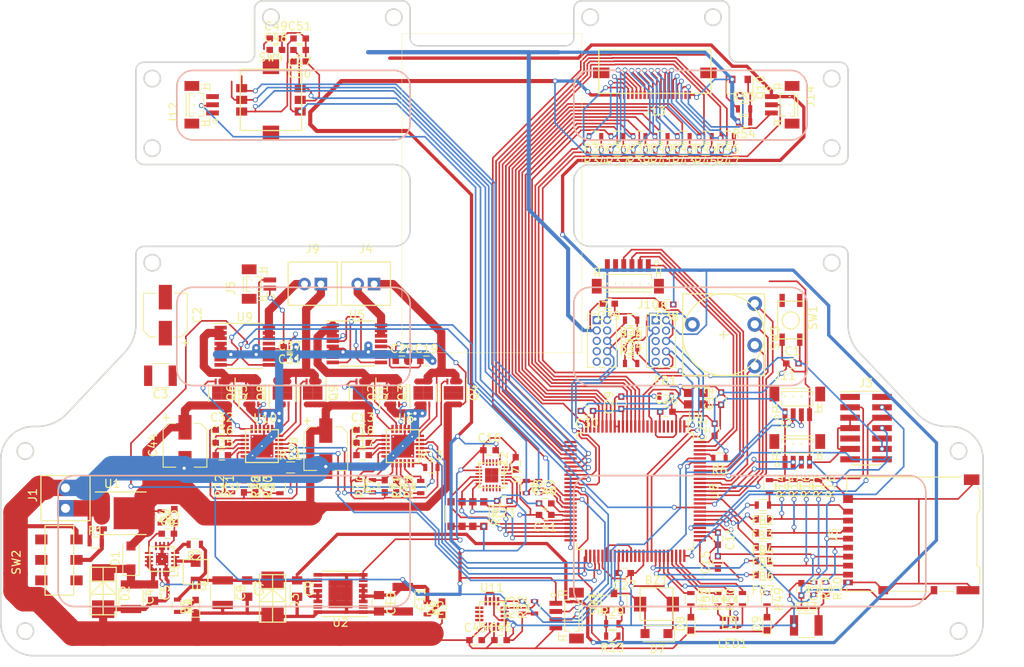
<source format=kicad_pcb>
(kicad_pcb (version 20171130) (host pcbnew "(5.1.6)-1")
  (layers (0 F.Cu signal) (31 B.Cu signal) (34 B.Paste user) (35 F.Paste user) (36 B.SilkS user) (37 F.SilkS user) (38 B.Mask user) (39 F.Mask user) (44 Edge.Cuts user))
  (net 0 "")
  (net 1 GND)
  (net 2 NRST)
  (net 3 +BATT)
  (net 4 "Net-(C4-Pad1)")
  (net 5 +5V)
  (net 6 +3V3)
  (net 7 "Net-(C15-Pad1)")
  (net 8 "Net-(C24-Pad1)")
  (net 9 "Net-(C42-Pad1)")
  (net 10 SW4)
  (net 11 SW1)
  (net 12 SW2)
  (net 13 SW5)
  (net 14 SW3)
  (net 15 "Net-(D4-Pad2)")
  (net 16 "Net-(D5-Pad2)")
  (net 17 "Net-(D6-Pad2)")
  (net 18 LED1)
  (net 19 LED2)
  (net 20 "Net-(FB2-Pad1)")
  (net 21 SDIO_D2)
  (net 22 SDIO_D3)
  (net 23 "Net-(FB3-Pad1)")
  (net 24 SDIO_CMD)
  (net 25 "Net-(FB4-Pad1)")
  (net 26 "Net-(FB5-Pad1)")
  (net 27 SDIO_CK)
  (net 28 SDIO_D0)
  (net 29 "Net-(FB6-Pad1)")
  (net 30 "Net-(FB7-Pad1)")
  (net 31 SDIO_D1)
  (net 32 "Net-(J1-Pad1)")
  (net 33 USART_TX)
  (net 34 USART_RX)
  (net 35 SWCLK)
  (net 36 SWDIO)
  (net 37 SWO)
  (net 38 "Net-(J4-Pad2)")
  (net 39 "Net-(J4-Pad1)")
  (net 40 SD_INSERT)
  (net 41 ESC4_PWM)
  (net 42 ESC3_PWM)
  (net 43 ESC2_PWM)
  (net 44 ESC1_PWM)
  (net 45 I2C1_SDA)
  (net 46 I2C1_SCL)
  (net 47 MAKER2)
  (net 48 MAKER1)
  (net 49 "Net-(LED1-Pad3)")
  (net 50 "Net-(LED1-Pad2)")
  (net 51 "Net-(LED1-Pad4)")
  (net 52 "Net-(Q1-Pad1)")
  (net 53 "Net-(Q5-Pad1)")
  (net 54 "Net-(Q10-Pad1)")
  (net 55 "Net-(R1-Pad2)")
  (net 56 "Net-(R6-Pad2)")
  (net 57 "Net-(R10-Pad1)")
  (net 58 I2C2_SCL)
  (net 59 I2C2_SDA)
  (net 60 "Net-(R21-Pad2)")
  (net 61 "Net-(Q7-Pad1)")
  (net 62 BZ_PWM)
  (net 63 ENCODER_R_B)
  (net 64 ENCODER_R_A)
  (net 65 ENCODER_L_B)
  (net 66 ENCODER_L_A)
  (net 67 AD1)
  (net 68 AD2)
  (net 69 AD3)
  (net 70 AD4)
  (net 71 AD5)
  (net 72 AD6)
  (net 73 AD7)
  (net 74 AD8)
  (net 75 AD9)
  (net 76 AD10)
  (net 77 AD11)
  (net 78 AD12)
  (net 79 AD13)
  (net 80 AD14)
  (net 81 LED_R)
  (net 82 LED_G)
  (net 83 LED_B)
  (net 84 SENSOR_PWM)
  (net 85 SPI_MOSI)
  (net 86 SPI_SCK)
  (net 87 SPI_MISO)
  (net 88 SPI_CS)
  (net 89 EXTRA1)
  (net 90 EXTRA2)
  (net 91 R_SW4)
  (net 92 R_SW2)
  (net 93 R_SW1)
  (net 94 R_SW8)
  (net 95 OSC_IN)
  (net 96 "Net-(U8-Pad56)")
  (net 97 "Net-(BZ1-Pad2)")
  (net 98 "Net-(C17-Pad1)")
  (net 99 "Net-(C17-Pad2)")
  (net 100 "Net-(C18-Pad2)")
  (net 101 "Net-(C35-Pad2)")
  (net 102 "Net-(Q1-Pad4)")
  (net 103 "Net-(Q2-Pad4)")
  (net 104 "Net-(Q3-Pad4)")
  (net 105 "Net-(Q4-Pad4)")
  (net 106 "Net-(Q5-Pad4)")
  (net 107 "Net-(Q6-Pad4)")
  (net 108 "Net-(Q8-Pad4)")
  (net 109 "Net-(Q9-Pad4)")
  (net 110 "Net-(R11-Pad2)")
  (net 111 "Net-(R12-Pad2)")
  (net 112 "Net-(R13-Pad1)")
  (net 113 "Net-(R28-Pad2)")
  (net 114 "Net-(R30-Pad2)")
  (net 115 "Net-(R31-Pad1)")
  (net 116 MOTOR_L_PWM)
  (net 117 MOTOR_L_PH)
  (net 118 MOTOR_R_PWM)
  (net 119 MOTOR_R_PH)
  (net 120 "Net-(C6-Pad1)")
  (net 121 "Net-(L1-Pad1)")
  (net 122 "Net-(R2-Pad2)")
  (net 123 "Net-(C22-Pad1)")
  (net 124 "Net-(C25-Pad1)")
  (net 125 "Net-(C29-Pad2)")
  (net 126 "Net-(C31-Pad2)")
  (net 127 "Net-(C35-Pad1)")
  (net 128 "Net-(C36-Pad2)")
  (net 129 "Net-(C40-Pad2)")
  (net 130 "Net-(C43-Pad1)")
  (net 131 "Net-(C45-Pad2)")
  (net 132 "Net-(J9-Pad1)")
  (net 133 "Net-(J9-Pad2)")
  (net 134 "Net-(J13-Pad16)")
  (net 135 "Net-(J7-Pad1)")
  (net 136 "Net-(J7-Pad4)")
  (net 137 "Net-(J7-Pad5)")
  (net 138 "Net-(J7-Pad7)")
  (net 139 "Net-(J7-Pad9)")
  (net 140 "Net-(J7-Pad10)")
  (net 141 "Net-(J8-Pad1)")
  (net 142 "Net-(J8-Pad4)")
  (net 143 "Net-(J8-Pad5)")
  (net 144 "Net-(J8-Pad7)")
  (net 145 "Net-(J8-Pad9)")
  (net 146 "Net-(J8-Pad10)")
  (net 147 "Net-(J10-Pad5)")
  (net 148 "Net-(J13-Pad17)")
  (net 149 "Net-(SW2-Pad1)")
  (net 150 "Net-(U2-Pad15)")
  (net 151 "Net-(U2-Pad11)")
  (net 152 "Net-(U2-Pad2)")
  (net 153 "Net-(U5-Pad13)")
  (net 154 "Net-(U6-Pad11)")
  (net 155 "Net-(U7-Pad16)")
  (net 156 "Net-(U7-Pad1)")
  (net 157 "Net-(U7-Pad6)")
  (net 158 "Net-(U7-Pad12)")
  (net 159 "Net-(U7-Pad5)")
  (net 160 "Net-(U7-Pad17)")
  (net 161 "Net-(U7-Pad4)")
  (net 162 "Net-(U7-Pad21)")
  (net 163 "Net-(U7-Pad2)")
  (net 164 "Net-(U7-Pad7)")
  (net 165 "Net-(U7-Pad15)")
  (net 166 "Net-(U7-Pad14)")
  (net 167 "Net-(U7-Pad3)")
  (net 168 "Net-(U7-Pad19)")
  (net 169 "Net-(U8-Pad4)")
  (net 170 "Net-(U8-Pad5)")
  (net 171 "Net-(U8-Pad6)")
  (net 172 "Net-(U8-Pad10)")
  (net 173 "Net-(U8-Pad57)")
  (net 174 "Net-(U8-Pad58)")
  (net 175 "Net-(U8-Pad60)")
  (net 176 "Net-(U8-Pad61)")
  (net 177 "Net-(U8-Pad63)")
  (net 178 "Net-(U8-Pad64)")
  (net 179 "Net-(U9-Pad13)")
  (net 180 "Net-(U10-Pad11)")
  (net 181 "Net-(U11-Pad3)")
  (net 182 "Net-(U11-Pad8)")
  (net 183 "Net-(U11-Pad7)")
  (net 184 "Net-(U11-Pad6)")
  (net 185 "Net-(U11-Pad5)")
  (net 186 "Net-(U11-Pad14)")
  (net 187 "Net-(U11-Pad15)")
  (net 188 "Net-(U11-Pad12)")
  (net 189 "Net-(D8-Pad2)")
  (net 190 "Net-(D9-Pad2)")
  (net 191 "Net-(J3-Pad14)")
  (net 192 "Net-(J3-Pad13)")
  (net 193 "Net-(J3-Pad10)")
  (net 194 "Net-(J3-Pad9)")
  (net 195 "Net-(J3-Pad2)")
  (net 196 "Net-(J3-Pad1)")
  (module Resistors_SMD:R_0603 (layer F.Cu) (at 162.5 75.1 180)
    (fp_text reference R38 (at 0 -1.45) (layer F.SilkS))
    (fp_text value R)
    (pad 1 smd rect (at -0.75 0 180) (size 0.5 0.9) (layers F.Cu F.Paste F.Mask) (net 6 +3V3))
    (pad 2 smd rect (at 0.75 0 180) (size 0.5 0.9) (layers F.Cu F.Paste F.Mask) (net 71 AD5))
  )
  (module Connectors_JST:JST_SH_BM04B-SRSS-TB_04x1.00mm_Straight (layer F.Cu) (at 181.8 107.8)
    (fp_text reference J11 (at -1.5 -3.5) (layer F.SilkS))
    (fp_text value SH)
    (pad 1 smd rect (at -1.5 1.2625) (size 0.6 1.55) (layers F.Cu F.Paste F.Mask) (net 6 +3V3))
    (pad 2 smd rect (at -0.5 1.2625) (size 0.6 1.55) (layers F.Cu F.Paste F.Mask) (net 46 I2C1_SCL))
    (pad 3 smd rect (at 0.5 1.2625) (size 0.6 1.55) (layers F.Cu F.Paste F.Mask) (net 45 I2C1_SDA))
    (pad 4 smd rect (at 1.5 1.2625) (size 0.6 1.55) (layers F.Cu F.Paste F.Mask) (net 1 GND))
    (pad "" smd rect (at -2.8 -1.2625) (size 1.2 1.8) (layers F.Cu F.Paste F.Mask))
    (pad "" smd rect (at 2.8 -1.2625) (size 1.2 1.8) (layers F.Cu F.Paste F.Mask))
  )
  (module Connector_PinHeader_1.27mm:PinHeader_2x07_P1.27mm_Vertical_SMD (layer F.Cu) (at 190.2 110.7)
    (fp_text reference J3 (at 0 -5.505) (layer F.SilkS))
    (fp_text value STDC14)
    (pad 14 smd rect (at 1.95 3.81) (size 2.4 0.74) (layers F.Cu F.Paste F.Mask) (net 191 "Net-(J3-Pad14)"))
    (pad 13 smd rect (at -1.95 3.81) (size 2.4 0.74) (layers F.Cu F.Paste F.Mask) (net 192 "Net-(J3-Pad13)"))
    (pad 12 smd rect (at 1.95 2.54) (size 2.4 0.74) (layers F.Cu F.Paste F.Mask) (net 2 NRST))
    (pad 11 smd rect (at -1.95 2.54) (size 2.4 0.74) (layers F.Cu F.Paste F.Mask) (net 1 GND))
    (pad 10 smd rect (at 1.95 1.27) (size 2.4 0.74) (layers F.Cu F.Paste F.Mask) (net 193 "Net-(J3-Pad10)"))
    (pad 9 smd rect (at -1.95 1.27) (size 2.4 0.74) (layers F.Cu F.Paste F.Mask) (net 194 "Net-(J3-Pad9)"))
    (pad 8 smd rect (at 1.95 0) (size 2.4 0.74) (layers F.Cu F.Paste F.Mask) (net 37 SWO))
    (pad 7 smd rect (at -1.95 0) (size 2.4 0.74) (layers F.Cu F.Paste F.Mask) (net 1 GND))
    (pad 6 smd rect (at 1.95 -1.27) (size 2.4 0.74) (layers F.Cu F.Paste F.Mask) (net 35 SWCLK))
    (pad 5 smd rect (at -1.95 -1.27) (size 2.4 0.74) (layers F.Cu F.Paste F.Mask) (net 1 GND))
    (pad 4 smd rect (at 1.95 -2.54) (size 2.4 0.74) (layers F.Cu F.Paste F.Mask) (net 36 SWDIO))
    (pad 3 smd rect (at -1.95 -2.54) (size 2.4 0.74) (layers F.Cu F.Paste F.Mask) (net 6 +3V3))
    (pad 2 smd rect (at 1.95 -3.81) (size 2.4 0.74) (layers F.Cu F.Paste F.Mask) (net 195 "Net-(J3-Pad2)"))
    (pad 1 smd rect (at -1.95 -3.81) (size 2.4 0.74) (layers F.Cu F.Paste F.Mask) (net 196 "Net-(J3-Pad1)"))
  )
  (module Capacitors_SMD:C_0603 (layer F.Cu) (at 133.5 102.5)
    (fp_text reference C20 (at 0 -1.5) (layer F.SilkS))
    (fp_text value 0.1u)
    (pad 1 smd rect (at -0.75 0) (size 0.8 0.75) (layers F.Cu F.Paste F.Mask) (net 3 +BATT))
    (pad 2 smd rect (at 0.75 0) (size 0.8 0.75) (layers F.Cu F.Paste F.Mask) (net 1 GND))
  )
  (module Housings_SSOP:TSSOP-16_4.4x5mm_Pitch0.65mm (layer F.Cu) (at 128 100.4)
    (fp_text reference U5 (at 0 -3.55) (layer F.SilkS))
    (fp_text value INA260)
    (pad 16 smd rect (at 2.95 -2.275) (size 1.5 0.45) (layers F.Cu F.Paste F.Mask) (net 38 "Net-(J4-Pad2)"))
    (pad 15 smd rect (at 2.95 -1.625) (size 1.5 0.45) (layers F.Cu F.Paste F.Mask) (net 38 "Net-(J4-Pad2)"))
    (pad 14 smd rect (at 2.95 -0.975) (size 1.5 0.45) (layers F.Cu F.Paste F.Mask) (net 38 "Net-(J4-Pad2)"))
    (pad 13 smd rect (at 2.95 -0.325) (size 1.5 0.45) (layers F.Cu F.Paste F.Mask) (net 153 "Net-(U5-Pad13)"))
    (pad 12 smd rect (at 2.95 0.325) (size 1.5 0.45) (layers F.Cu F.Paste F.Mask) (net 3 +BATT))
    (pad 11 smd rect (at 2.95 0.975) (size 1.5 0.45) (layers F.Cu F.Paste F.Mask) (net 1 GND))
    (pad 10 smd rect (at 2.95 1.625) (size 1.5 0.45) (layers F.Cu F.Paste F.Mask) (net 6 +3V3))
    (pad 9 smd rect (at 2.95 2.275) (size 1.5 0.45) (layers F.Cu F.Paste F.Mask) (net 58 I2C2_SCL))
    (pad 8 smd rect (at -2.95 2.275) (size 1.5 0.45) (layers F.Cu F.Paste F.Mask) (net 59 I2C2_SDA))
    (pad 7 smd rect (at -2.95 1.625) (size 1.5 0.45) (layers F.Cu F.Paste F.Mask) (net 1 GND))
    (pad 6 smd rect (at -2.95 0.975) (size 1.5 0.45) (layers F.Cu F.Paste F.Mask) (net 1 GND))
    (pad 5 smd rect (at -2.95 0.325) (size 1.5 0.45) (layers F.Cu F.Paste F.Mask) (net 1 GND))
    (pad 4 smd rect (at -2.95 -0.325) (size 1.5 0.45) (layers F.Cu F.Paste F.Mask) (net 6 +3V3))
    (pad 3 smd rect (at -2.95 -0.975) (size 1.5 0.45) (layers F.Cu F.Paste F.Mask) (net 52 "Net-(Q1-Pad1)"))
    (pad 2 smd rect (at -2.95 -1.625) (size 1.5 0.45) (layers F.Cu F.Paste F.Mask) (net 52 "Net-(Q1-Pad1)"))
    (pad 1 smd rect (at -2.95 -2.275) (size 1.5 0.45) (layers F.Cu F.Paste F.Mask) (net 52 "Net-(Q1-Pad1)"))
  )
  (module Footprint:TPS62143RGTR (layer F.Cu) (at 104.2 126.7 180)
    (fp_text reference U3 (at -4.5 -3.3) (layer F.SilkS))
    (fp_text value TPS62143)
    (pad 17 thru_hole circle (at 0.58 0.58 270) (size 0.21 0.21) (drill 0.2) (layers *.Cu *.Mask) (net 1 GND))
    (pad 17 thru_hole circle (at -0.58 0.58 270) (size 0.21 0.21) (drill 0.2) (layers *.Cu *.Mask) (net 1 GND))
    (pad 17 thru_hole circle (at -0.58 -0.58 270) (size 0.21 0.21) (drill 0.2) (layers *.Cu *.Mask) (net 1 GND))
    (pad 17 thru_hole circle (at 0.58 -0.58 270) (size 0.21 0.21) (drill 0.2) (layers *.Cu *.Mask) (net 1 GND))
    (pad 17 thru_hole circle (at 0 0 270) (size 0.21 0.21) (drill 0.2) (layers *.Cu *.Mask) (net 1 GND))
    (pad 17 smd rect (at 0 0 270) (size 1.5 1.5) (layers F.Cu F.Paste F.Mask) (net 1 GND))
    (pad 7 smd rect (at 0.25 1.6 270) (size 1 0.24) (layers F.Cu F.Paste F.Mask) (net 1 GND))
    (pad 8 smd rect (at 0.75 1.6 270) (size 1 0.24) (layers F.Cu F.Paste F.Mask) (net 1 GND))
    (pad 6 smd rect (at -0.25 1.6 270) (size 1 0.24) (layers F.Cu F.Paste F.Mask) (net 1 GND))
    (pad 5 smd rect (at -0.75 1.6 270) (size 1 0.24) (layers F.Cu F.Paste F.Mask) (net 1 GND))
    (pad 3 smd rect (at -1.6 0.25 180) (size 1 0.24) (layers F.Cu F.Paste F.Mask) (net 121 "Net-(L1-Pad1)"))
    (pad 4 smd rect (at -1.6 0.75 180) (size 1 0.24) (layers F.Cu F.Paste F.Mask) (net 122 "Net-(R2-Pad2)"))
    (pad 2 smd rect (at -1.6 -0.25 180) (size 1 0.24) (layers F.Cu F.Paste F.Mask) (net 121 "Net-(L1-Pad1)"))
    (pad 1 smd rect (at -1.6 -0.75 180) (size 1 0.24) (layers F.Cu F.Paste F.Mask) (net 121 "Net-(L1-Pad1)"))
    (pad 10 smd rect (at 1.6 0.25 180) (size 1 0.24) (layers F.Cu F.Paste F.Mask) (net 4 "Net-(C4-Pad1)"))
    (pad 9 smd rect (at 1.6 0.75 180) (size 1 0.24) (layers F.Cu F.Paste F.Mask) (net 120 "Net-(C6-Pad1)"))
    (pad 11 smd rect (at 1.6 -0.25 180) (size 1 0.24) (layers F.Cu F.Paste F.Mask) (net 4 "Net-(C4-Pad1)"))
    (pad 12 smd rect (at 1.6 -0.75 180) (size 1 0.24) (layers F.Cu F.Paste F.Mask) (net 4 "Net-(C4-Pad1)"))
    (pad 13 smd rect (at 0.75 -1.6 270) (size 1 0.24) (layers F.Cu F.Paste F.Mask) (net 4 "Net-(C4-Pad1)"))
    (pad 14 smd rect (at 0.25 -1.6 270) (size 1 0.24) (layers F.Cu F.Paste F.Mask) (net 5 +5V))
    (pad 15 smd rect (at -0.25 -1.6 270) (size 1 0.24) (layers F.Cu F.Paste F.Mask) (net 1 GND))
    (pad 16 smd rect (at -0.75 -1.6 270) (size 1 0.24) (layers F.Cu F.Paste F.Mask) (net 1 GND))
  )
  (module Footprint:DRV8701ERGET (layer F.Cu) (at 116.4 112.9)
    (fp_text reference U10 (at 0.4 -3.4) (layer F.SilkS))
    (fp_text value DRV8701E)
    (pad 5 thru_hole circle (at -1.15 -1.15 90) (size 0.21 0.21) (drill 0.2) (layers *.Cu *.Mask) (net 1 GND))
    (pad 5 thru_hole circle (at 1.15 -1.15 90) (size 0.21 0.21) (drill 0.2) (layers *.Cu *.Mask) (net 1 GND))
    (pad 5 thru_hole circle (at -1.15 1.15 90) (size 0.21 0.21) (drill 0.2) (layers *.Cu *.Mask) (net 1 GND))
    (pad 5 thru_hole circle (at 1.15 1.15 90) (size 0.21 0.21) (drill 0.2) (layers *.Cu *.Mask) (net 1 GND))
    (pad 5 thru_hole circle (at 0 0 90) (size 0.21 0.21) (drill 0.2) (layers *.Cu *.Mask) (net 1 GND))
    (pad 5 smd rect (at 0 0 90) (size 2.8 2.8) (layers F.Cu F.Paste F.Mask) (net 1 GND))
    (pad 11 smd rect (at 0.75 2.1 90) (size 1 0.3) (layers F.Cu F.Paste F.Mask) (net 180 "Net-(U10-Pad11)"))
    (pad 12 smd rect (at 1.25 2.1 90) (size 1 0.3) (layers F.Cu F.Paste F.Mask) (net 115 "Net-(R31-Pad1)"))
    (pad 10 smd rect (at 0.25 2.1 90) (size 1 0.3) (layers F.Cu F.Paste F.Mask) (net 114 "Net-(R30-Pad2)"))
    (pad 8 smd rect (at -0.75 2.1 90) (size 1 0.3) (layers F.Cu F.Paste F.Mask) (net 130 "Net-(C43-Pad1)"))
    (pad 9 smd rect (at -0.25 2.1 90) (size 1 0.3) (layers F.Cu F.Paste F.Mask) (net 113 "Net-(R28-Pad2)"))
    (pad 7 smd rect (at -1.25 2.1 90) (size 1 0.3) (layers F.Cu F.Paste F.Mask) (net 9 "Net-(C42-Pad1)"))
    (pad 1 smd rect (at -2.1 -1.25) (size 1 0.3) (layers F.Cu F.Paste F.Mask) (net 3 +BATT))
    (pad 2 smd rect (at -2.1 -0.75) (size 1 0.3) (layers F.Cu F.Paste F.Mask) (net 128 "Net-(C36-Pad2)"))
    (pad 3 smd rect (at -2.1 -0.25) (size 1 0.3) (layers F.Cu F.Paste F.Mask) (net 127 "Net-(C35-Pad1)"))
    (pad 4 smd rect (at -2.1 0.25) (size 1 0.3) (layers F.Cu F.Paste F.Mask) (net 101 "Net-(C35-Pad2)"))
    (pad 5 smd rect (at -2.1 0.75) (size 1 0.3) (layers F.Cu F.Paste F.Mask) (net 1 GND))
    (pad 6 smd rect (at -2.1 1.25) (size 1 0.3) (layers F.Cu F.Paste F.Mask) (net 60 "Net-(R21-Pad2)"))
    (pad 18 smd rect (at 2.1 -1.25) (size 1 0.3) (layers F.Cu F.Paste F.Mask) (net 132 "Net-(J9-Pad1)"))
    (pad 17 smd rect (at 2.1 -0.75) (size 1 0.3) (layers F.Cu F.Paste F.Mask) (net 109 "Net-(Q9-Pad4)"))
    (pad 16 smd rect (at 2.1 -0.25) (size 1 0.3) (layers F.Cu F.Paste F.Mask) (net 1 GND))
    (pad 15 smd rect (at 2.1 0.25) (size 1 0.3) (layers F.Cu F.Paste F.Mask) (net 119 MOTOR_R_PH))
    (pad 14 smd rect (at 2.1 0.75) (size 1 0.3) (layers F.Cu F.Paste F.Mask) (net 118 MOTOR_R_PWM))
    (pad 13 smd rect (at 2.1 1.25) (size 1 0.3) (layers F.Cu F.Paste F.Mask) (net 6 +3V3))
    (pad 19 smd rect (at 1.25 -2.1 90) (size 1 0.3) (layers F.Cu F.Paste F.Mask) (net 108 "Net-(Q8-Pad4)"))
    (pad 20 smd rect (at 0.75 -2.1 90) (size 1 0.3) (layers F.Cu F.Paste F.Mask) (net 1 GND))
    (pad 21 smd rect (at 0.25 -2.1 90) (size 1 0.3) (layers F.Cu F.Paste F.Mask) (net 1 GND))
    (pad 22 smd rect (at -0.25 -2.1 90) (size 1 0.3) (layers F.Cu F.Paste F.Mask) (net 107 "Net-(Q6-Pad4)"))
    (pad 23 smd rect (at -0.75 -2.1 90) (size 1 0.3) (layers F.Cu F.Paste F.Mask) (net 53 "Net-(Q5-Pad1)"))
    (pad 24 smd rect (at -1.25 -2.1 90) (size 1 0.3) (layers F.Cu F.Paste F.Mask) (net 106 "Net-(Q5-Pad4)"))
  )
  (module Footprint:DRV8701ERGET (layer F.Cu) (at 133.6 112.9)
    (fp_text reference U6 (at 0.4 -3.4) (layer F.SilkS))
    (fp_text value DRV8701E)
    (pad 5 thru_hole circle (at -1.15 -1.15 90) (size 0.21 0.21) (drill 0.2) (layers *.Cu *.Mask) (net 1 GND))
    (pad 5 thru_hole circle (at 1.15 -1.15 90) (size 0.21 0.21) (drill 0.2) (layers *.Cu *.Mask) (net 1 GND))
    (pad 5 thru_hole circle (at -1.15 1.15 90) (size 0.21 0.21) (drill 0.2) (layers *.Cu *.Mask) (net 1 GND))
    (pad 5 thru_hole circle (at 1.15 1.15 90) (size 0.21 0.21) (drill 0.2) (layers *.Cu *.Mask) (net 1 GND))
    (pad 5 thru_hole circle (at 0 0 90) (size 0.21 0.21) (drill 0.2) (layers *.Cu *.Mask) (net 1 GND))
    (pad 5 smd rect (at 0 0 90) (size 2.8 2.8) (layers F.Cu F.Paste F.Mask) (net 1 GND))
    (pad 11 smd rect (at 0.75 2.1 90) (size 1 0.3) (layers F.Cu F.Paste F.Mask) (net 154 "Net-(U6-Pad11)"))
    (pad 12 smd rect (at 1.25 2.1 90) (size 1 0.3) (layers F.Cu F.Paste F.Mask) (net 112 "Net-(R13-Pad1)"))
    (pad 10 smd rect (at 0.25 2.1 90) (size 1 0.3) (layers F.Cu F.Paste F.Mask) (net 111 "Net-(R12-Pad2)"))
    (pad 8 smd rect (at -0.75 2.1 90) (size 1 0.3) (layers F.Cu F.Paste F.Mask) (net 124 "Net-(C25-Pad1)"))
    (pad 9 smd rect (at -0.25 2.1 90) (size 1 0.3) (layers F.Cu F.Paste F.Mask) (net 110 "Net-(R11-Pad2)"))
    (pad 7 smd rect (at -1.25 2.1 90) (size 1 0.3) (layers F.Cu F.Paste F.Mask) (net 8 "Net-(C24-Pad1)"))
    (pad 1 smd rect (at -2.1 -1.25) (size 1 0.3) (layers F.Cu F.Paste F.Mask) (net 3 +BATT))
    (pad 2 smd rect (at -2.1 -0.75) (size 1 0.3) (layers F.Cu F.Paste F.Mask) (net 100 "Net-(C18-Pad2)"))
    (pad 3 smd rect (at -2.1 -0.25) (size 1 0.3) (layers F.Cu F.Paste F.Mask) (net 98 "Net-(C17-Pad1)"))
    (pad 4 smd rect (at -2.1 0.25) (size 1 0.3) (layers F.Cu F.Paste F.Mask) (net 99 "Net-(C17-Pad2)"))
    (pad 5 smd rect (at -2.1 0.75) (size 1 0.3) (layers F.Cu F.Paste F.Mask) (net 1 GND))
    (pad 6 smd rect (at -2.1 1.25) (size 1 0.3) (layers F.Cu F.Paste F.Mask) (net 57 "Net-(R10-Pad1)"))
    (pad 18 smd rect (at 2.1 -1.25) (size 1 0.3) (layers F.Cu F.Paste F.Mask) (net 39 "Net-(J4-Pad1)"))
    (pad 17 smd rect (at 2.1 -0.75) (size 1 0.3) (layers F.Cu F.Paste F.Mask) (net 105 "Net-(Q4-Pad4)"))
    (pad 16 smd rect (at 2.1 -0.25) (size 1 0.3) (layers F.Cu F.Paste F.Mask) (net 1 GND))
    (pad 15 smd rect (at 2.1 0.25) (size 1 0.3) (layers F.Cu F.Paste F.Mask) (net 117 MOTOR_L_PH))
    (pad 14 smd rect (at 2.1 0.75) (size 1 0.3) (layers F.Cu F.Paste F.Mask) (net 116 MOTOR_L_PWM))
    (pad 13 smd rect (at 2.1 1.25) (size 1 0.3) (layers F.Cu F.Paste F.Mask) (net 6 +3V3))
    (pad 19 smd rect (at 1.25 -2.1 90) (size 1 0.3) (layers F.Cu F.Paste F.Mask) (net 104 "Net-(Q3-Pad4)"))
    (pad 20 smd rect (at 0.75 -2.1 90) (size 1 0.3) (layers F.Cu F.Paste F.Mask) (net 1 GND))
    (pad 21 smd rect (at 0.25 -2.1 90) (size 1 0.3) (layers F.Cu F.Paste F.Mask) (net 1 GND))
    (pad 22 smd rect (at -0.25 -2.1 90) (size 1 0.3) (layers F.Cu F.Paste F.Mask) (net 103 "Net-(Q2-Pad4)"))
    (pad 23 smd rect (at -0.75 -2.1 90) (size 1 0.3) (layers F.Cu F.Paste F.Mask) (net 52 "Net-(Q1-Pad1)"))
    (pad 24 smd rect (at -1.25 -2.1 90) (size 1 0.3) (layers F.Cu F.Paste F.Mask) (net 102 "Net-(Q1-Pad4)"))
  )
  (module Footprint:SMT-0440-S-R (layer F.Cu) (at 164.6 132.2)
    (fp_text reference BZ1 (at 0 -2.9) (layer F.SilkS))
    (fp_text value SMT-0440-S-R)
    (pad 2 smd rect (at -2 0 90) (size 1.8 1.5) (layers F.Cu F.Paste F.Mask) (net 97 "Net-(BZ1-Pad2)"))
    (pad 1 smd rect (at 2 0 90) (size 1.8 1.5) (layers F.Cu F.Paste F.Mask) (net 6 +3V3))
  )
  (module Capacitors_SMD:C_0603 (layer F.Cu) (at 181.2 102.8)
    (fp_text reference C1 (at 0 -1.5) (layer F.SilkS))
    (fp_text value 0.1u)
    (pad 2 smd rect (at 0.75 0) (size 0.8 0.75) (layers F.Cu F.Paste F.Mask) (net 2 NRST))
    (pad 1 smd rect (at -0.75 0) (size 0.8 0.75) (layers F.Cu F.Paste F.Mask) (net 1 GND))
  )
  (module Capacitors_SMD:CP_Elec_5x5.8 (layer F.Cu) (at 104.6 96.9 90)
    (fp_text reference C2 (at 0 3.92 90) (layer F.SilkS))
    (fp_text value 100u)
    (fp_text user + (at -3.38 2.35 90) (layer F.SilkS))
    (pad 1 smd rect (at -2.2 0 270) (size 3 1.6) (layers F.Cu F.Paste F.Mask) (net 3 +BATT))
    (pad 2 smd rect (at 2.2 0 270) (size 3 1.6) (layers F.Cu F.Paste F.Mask) (net 1 GND))
  )
  (module Capacitors_SMD:C_1210 (layer F.Cu) (at 104 104.3 180)
    (fp_text reference C3 (at 0 -2.25) (layer F.SilkS))
    (fp_text value 47u)
    (pad 1 smd rect (at -1.5 0 180) (size 1 2.5) (layers F.Cu F.Paste F.Mask) (net 3 +BATT))
    (pad 2 smd rect (at 1.5 0 180) (size 1 2.5) (layers F.Cu F.Paste F.Mask) (net 1 GND))
  )
  (module Capacitors_SMD:C_1210 (layer F.Cu) (at 100.4 131.3 270)
    (fp_text reference C4 (at 0 -2.25 90) (layer F.SilkS))
    (fp_text value 47u)
    (pad 1 smd rect (at -1.5 0 270) (size 1 2.5) (layers F.Cu F.Paste F.Mask) (net 4 "Net-(C4-Pad1)"))
    (pad 2 smd rect (at 1.5 0 270) (size 1 2.5) (layers F.Cu F.Paste F.Mask) (net 1 GND))
  )
  (module Capacitors_SMD:C_0805 (layer F.Cu) (at 103.1 130.8 270)
    (fp_text reference C5 (at 0 -1.5 90) (layer F.SilkS))
    (fp_text value 22u)
    (pad 1 smd rect (at -1 0 270) (size 1 1.25) (layers F.Cu F.Paste F.Mask) (net 4 "Net-(C4-Pad1)"))
    (pad 2 smd rect (at 1 0 270) (size 1 1.25) (layers F.Cu F.Paste F.Mask) (net 1 GND))
  )
  (module Capacitors_SMD:C_0603 (layer F.Cu) (at 104.9 123.6)
    (fp_text reference C6 (at 0 -1.5) (layer F.SilkS))
    (fp_text value 3.3n)
    (pad 2 smd rect (at 0.75 0) (size 0.8 0.75) (layers F.Cu F.Paste F.Mask) (net 1 GND))
    (pad 1 smd rect (at -0.75 0) (size 0.8 0.75) (layers F.Cu F.Paste F.Mask) (net 120 "Net-(C6-Pad1)"))
  )
  (module Capacitors_SMD:C_0805 (layer F.Cu) (at 114.6 130.3 270)
    (fp_text reference C7 (at 0 -1.5 90) (layer F.SilkS))
    (fp_text value 22u)
    (pad 1 smd rect (at -1 0 270) (size 1 1.25) (layers F.Cu F.Paste F.Mask) (net 5 +5V))
    (pad 2 smd rect (at 1 0 270) (size 1 1.25) (layers F.Cu F.Paste F.Mask) (net 1 GND))
  )
  (module Capacitors_SMD:C_1210 (layer F.Cu) (at 111.6 130.8 270)
    (fp_text reference C8 (at 0 -2.25 90) (layer F.SilkS))
    (fp_text value 47u)
    (pad 1 smd rect (at -1.5 0 270) (size 1 2.5) (layers F.Cu F.Paste F.Mask) (net 5 +5V))
    (pad 2 smd rect (at 1.5 0 270) (size 1 2.5) (layers F.Cu F.Paste F.Mask) (net 1 GND))
  )
  (module Capacitors_SMD:C_0805 (layer F.Cu) (at 120.7 130.3 270)
    (fp_text reference C9 (at 0 -1.5 90) (layer F.SilkS))
    (fp_text value 22u)
    (pad 1 smd rect (at -1 0 270) (size 1 1.25) (layers F.Cu F.Paste F.Mask) (net 5 +5V))
    (pad 2 smd rect (at 1 0 270) (size 1 1.25) (layers F.Cu F.Paste F.Mask) (net 1 GND))
  )
  (module Capacitors_SMD:C_0805 (layer F.Cu) (at 130.7 132.1 270)
    (fp_text reference C10 (at 0 -1.5 90) (layer F.SilkS))
    (fp_text value 22u)
    (pad 1 smd rect (at -1 0 270) (size 1 1.25) (layers F.Cu F.Paste F.Mask) (net 6 +3V3))
    (pad 2 smd rect (at 1 0 270) (size 1 1.25) (layers F.Cu F.Paste F.Mask) (net 1 GND))
  )
  (module Capacitors_SMD:C_1210 (layer F.Cu) (at 133.6 131.6 270)
    (fp_text reference C11 (at 0 -2.25 90) (layer F.SilkS))
    (fp_text value 47u)
    (pad 1 smd rect (at -1.5 0 270) (size 1 2.5) (layers F.Cu F.Paste F.Mask) (net 6 +3V3))
    (pad 2 smd rect (at 1.5 0 270) (size 1 2.5) (layers F.Cu F.Paste F.Mask) (net 1 GND))
  )
  (module Capacitors_SMD:C_0603 (layer F.Cu) (at 172.5 107.1 90)
    (fp_text reference C12 (at 0 -1.5 90) (layer F.SilkS))
    (fp_text value 0.1u)
    (pad 2 smd rect (at 0.75 0 90) (size 0.8 0.75) (layers F.Cu F.Paste F.Mask) (net 1 GND))
    (pad 1 smd rect (at -0.75 0 90) (size 0.8 0.75) (layers F.Cu F.Paste F.Mask) (net 6 +3V3))
  )
  (module Capacitors_SMD:C_0603 (layer F.Cu) (at 128.7 110.9)
    (fp_text reference C13 (at 0 -1.5) (layer F.SilkS))
    (fp_text value 0.1u)
    (pad 2 smd rect (at 0.75 0) (size 0.8 0.75) (layers F.Cu F.Paste F.Mask) (net 3 +BATT))
    (pad 1 smd rect (at -0.75 0) (size 0.8 0.75) (layers F.Cu F.Paste F.Mask) (net 1 GND))
  )
  (module Capacitors_SMD:C_0603 (layer F.Cu) (at 172.1 124.2 270)
    (fp_text reference C14 (at 0 -1.5 90) (layer F.SilkS))
    (fp_text value 1u)
    (pad 2 smd rect (at 0.75 0 270) (size 0.8 0.75) (layers F.Cu F.Paste F.Mask) (net 6 +3V3))
    (pad 1 smd rect (at -0.75 0 270) (size 0.8 0.75) (layers F.Cu F.Paste F.Mask) (net 1 GND))
  )
  (module Capacitors_SMD:C_0603 (layer F.Cu) (at 172.1 127.1 90)
    (fp_text reference C15 (at 0 -1.5 90) (layer F.SilkS))
    (fp_text value 2.2u)
    (pad 2 smd rect (at 0.75 0 90) (size 0.8 0.75) (layers F.Cu F.Paste F.Mask) (net 1 GND))
    (pad 1 smd rect (at -0.75 0 90) (size 0.8 0.75) (layers F.Cu F.Paste F.Mask) (net 7 "Net-(C15-Pad1)"))
  )
  (module Capacitors_SMD:C_0603 (layer F.Cu) (at 144.2 113.4)
    (fp_text reference C16 (at 0 -1.5) (layer F.SilkS))
    (fp_text value 1u)
    (pad 2 smd rect (at 0.75 0) (size 0.8 0.75) (layers F.Cu F.Paste F.Mask) (net 6 +3V3))
    (pad 1 smd rect (at -0.75 0) (size 0.8 0.75) (layers F.Cu F.Paste F.Mask) (net 1 GND))
  )
  (module Capacitors_SMD:C_0603 (layer F.Cu) (at 128.7 114)
    (fp_text reference C17 (at 0 -1.5) (layer F.SilkS))
    (fp_text value 0.1u)
    (pad 2 smd rect (at 0.75 0) (size 0.8 0.75) (layers F.Cu F.Paste F.Mask) (net 99 "Net-(C17-Pad2)"))
    (pad 1 smd rect (at -0.75 0) (size 0.8 0.75) (layers F.Cu F.Paste F.Mask) (net 98 "Net-(C17-Pad1)"))
  )
  (module Capacitors_SMD:C_0603 (layer F.Cu) (at 128.7 112.5)
    (fp_text reference C18 (at 0 -1.5) (layer F.SilkS))
    (fp_text value 1u)
    (pad 2 smd rect (at 0.75 0) (size 0.8 0.75) (layers F.Cu F.Paste F.Mask) (net 100 "Net-(C18-Pad2)"))
    (pad 1 smd rect (at -0.75 0) (size 0.8 0.75) (layers F.Cu F.Paste F.Mask) (net 3 +BATT))
  )
  (module Capacitors_SMD:C_0603 (layer F.Cu) (at 136.5 102.5)
    (fp_text reference C19 (at 0 -1.5) (layer F.SilkS))
    (fp_text value 0.1u)
    (pad 2 smd rect (at 0.75 0) (size 0.8 0.75) (layers F.Cu F.Paste F.Mask) (net 1 GND))
    (pad 1 smd rect (at -0.75 0) (size 0.8 0.75) (layers F.Cu F.Paste F.Mask) (net 6 +3V3))
  )
  (module Capacitors_SMD:C_0603 (layer F.Cu) (at 171.7 110.9 90)
    (fp_text reference C21 (at 0 -1.5 90) (layer F.SilkS))
    (fp_text value 1u)
    (pad 2 smd rect (at 0.75 0 90) (size 0.8 0.75) (layers F.Cu F.Paste F.Mask) (net 1 GND))
    (pad 1 smd rect (at -0.75 0 90) (size 0.8 0.75) (layers F.Cu F.Paste F.Mask) (net 6 +3V3))
  )
  (module Capacitors_SMD:C_0603 (layer F.Cu) (at 147.4 115 90)
    (fp_text reference C22 (at 0 -1.5 90) (layer F.SilkS))
    (fp_text value 1u)
    (pad 2 smd rect (at 0.75 0 90) (size 0.8 0.75) (layers F.Cu F.Paste F.Mask) (net 1 GND))
    (pad 1 smd rect (at -0.75 0 90) (size 0.8 0.75) (layers F.Cu F.Paste F.Mask) (net 123 "Net-(C22-Pad1)"))
  )
  (module Capacitors_SMD:C_0603 (layer F.Cu) (at 145.9 119.6 180)
    (fp_text reference C23 (at 0 -1.5) (layer F.SilkS))
    (fp_text value 1u)
    (pad 2 smd rect (at 0.75 0 180) (size 0.8 0.75) (layers F.Cu F.Paste F.Mask) (net 1 GND))
    (pad 1 smd rect (at -0.75 0 180) (size 0.8 0.75) (layers F.Cu F.Paste F.Mask) (net 6 +3V3))
  )
  (module Capacitors_SMD:C_0603 (layer F.Cu) (at 131.4 117.8 270)
    (fp_text reference C24 (at 0 -1.5 90) (layer F.SilkS))
    (fp_text value 1u)
    (pad 2 smd rect (at 0.75 0 270) (size 0.8 0.75) (layers F.Cu F.Paste F.Mask) (net 1 GND))
    (pad 1 smd rect (at -0.75 0 270) (size 0.8 0.75) (layers F.Cu F.Paste F.Mask) (net 8 "Net-(C24-Pad1)"))
  )
  (module Capacitors_SMD:C_0603 (layer F.Cu) (at 132.8 117.8 270)
    (fp_text reference C25 (at 0 -1.5 90) (layer F.SilkS))
    (fp_text value 1u)
    (pad 2 smd rect (at 0.75 0 270) (size 0.8 0.75) (layers F.Cu F.Paste F.Mask) (net 1 GND))
    (pad 1 smd rect (at -0.75 0 270) (size 0.8 0.75) (layers F.Cu F.Paste F.Mask) (net 124 "Net-(C25-Pad1)"))
  )
  (module Capacitors_SMD:C_0603 (layer F.Cu) (at 165.8 108.7)
    (fp_text reference C26 (at 0 -1.5) (layer F.SilkS))
    (fp_text value 1u)
    (pad 2 smd rect (at 0.75 0) (size 0.8 0.75) (layers F.Cu F.Paste F.Mask) (net 6 +3V3))
    (pad 1 smd rect (at -0.75 0) (size 0.8 0.75) (layers F.Cu F.Paste F.Mask) (net 1 GND))
  )
  (module Capacitors_SMD:C_0603 (layer F.Cu) (at 160.7 128.4 180)
    (fp_text reference C27 (at 0 -1.5) (layer F.SilkS))
    (fp_text value 4.7u)
    (pad 2 smd rect (at 0.75 0 180) (size 0.8 0.75) (layers F.Cu F.Paste F.Mask) (net 1 GND))
    (pad 1 smd rect (at -0.75 0 180) (size 0.8 0.75) (layers F.Cu F.Paste F.Mask) (net 6 +3V3))
  )
  (module Capacitors_SMD:CP_Elec_5x5.8 (layer F.Cu) (at 124.2 113.2 270)
    (fp_text reference C28 (at 0 3.92 90) (layer F.SilkS))
    (fp_text value 100u)
    (fp_text user + (at -3.38 2.35 90) (layer F.SilkS))
    (fp_text user + (at -3.38 2.35 90) (layer F.SilkS))
    (pad 1 smd rect (at -2.2 0 90) (size 3 1.6) (layers F.Cu F.Paste F.Mask) (net 3 +BATT))
    (pad 2 smd rect (at 2.2 0 90) (size 3 1.6) (layers F.Cu F.Paste F.Mask) (net 1 GND))
  )
  (module Capacitors_SMD:C_0603 (layer F.Cu) (at 160.3 107.6 90)
    (fp_text reference C29 (at 0 -1.5 90) (layer F.SilkS))
    (fp_text value 1u)
    (pad 2 smd rect (at 0.75 0 90) (size 0.8 0.75) (layers F.Cu F.Paste F.Mask) (net 125 "Net-(C29-Pad2)"))
    (pad 1 smd rect (at -0.75 0 90) (size 0.8 0.75) (layers F.Cu F.Paste F.Mask) (net 1 GND))
  )
  (module Capacitors_SMD:C_0603 (layer F.Cu) (at 156.1 108.6 180)
    (fp_text reference C30 (at 0 -1.5) (layer F.SilkS))
    (fp_text value 1u)
    (pad 2 smd rect (at 0.75 0 180) (size 0.8 0.75) (layers F.Cu F.Paste F.Mask) (net 6 +3V3))
    (pad 1 smd rect (at -0.75 0 180) (size 0.8 0.75) (layers F.Cu F.Paste F.Mask) (net 1 GND))
  )
  (module Capacitors_SMD:C_0603 (layer F.Cu) (at 119.8 100.8 180)
    (fp_text reference C31 (at 0 -1.5) (layer F.SilkS))
    (fp_text value 0.1u)
    (pad 2 smd rect (at 0.75 0 180) (size 0.8 0.75) (layers F.Cu F.Paste F.Mask) (net 126 "Net-(C31-Pad2)"))
    (pad 1 smd rect (at -0.75 0 180) (size 0.8 0.75) (layers F.Cu F.Paste F.Mask) (net 1 GND))
  )
  (module Capacitors_SMD:C_0603 (layer F.Cu) (at 111.5 110.9)
    (fp_text reference C32 (at 0 -1.5) (layer F.SilkS))
    (fp_text value 0.1u)
    (pad 2 smd rect (at 0.75 0) (size 0.8 0.75) (layers F.Cu F.Paste F.Mask) (net 3 +BATT))
    (pad 1 smd rect (at -0.75 0) (size 0.8 0.75) (layers F.Cu F.Paste F.Mask) (net 1 GND))
  )
  (module Capacitors_SMD:C_1210 (layer F.Cu) (at 182.9 134.8)
    (fp_text reference C33 (at 0 -2.25) (layer F.SilkS))
    (fp_text value 47u)
    (pad 1 smd rect (at -1.5 0) (size 1 2.5) (layers F.Cu F.Paste F.Mask) (net 6 +3V3))
    (pad 2 smd rect (at 1.5 0) (size 1 2.5) (layers F.Cu F.Paste F.Mask) (net 1 GND))
  )
  (module Capacitors_SMD:C_0603 (layer F.Cu) (at 182.3 130.4 270)
    (fp_text reference C34 (at 0 -1.5 90) (layer F.SilkS))
    (fp_text value 10u)
    (pad 2 smd rect (at 0.75 0 270) (size 0.8 0.75) (layers F.Cu F.Paste F.Mask) (net 1 GND))
    (pad 1 smd rect (at -0.75 0 270) (size 0.8 0.75) (layers F.Cu F.Paste F.Mask) (net 6 +3V3))
  )
  (module Capacitors_SMD:C_0603 (layer F.Cu) (at 111.5 114)
    (fp_text reference C35 (at 0 -1.5) (layer F.SilkS))
    (fp_text value 0.1u)
    (pad 2 smd rect (at 0.75 0) (size 0.8 0.75) (layers F.Cu F.Paste F.Mask) (net 101 "Net-(C35-Pad2)"))
    (pad 1 smd rect (at -0.75 0) (size 0.8 0.75) (layers F.Cu F.Paste F.Mask) (net 127 "Net-(C35-Pad1)"))
  )
  (module Capacitors_SMD:C_0603 (layer F.Cu) (at 111.5 112.5)
    (fp_text reference C36 (at 0 -1.5) (layer F.SilkS))
    (fp_text value 1u)
    (pad 2 smd rect (at 0.75 0) (size 0.8 0.75) (layers F.Cu F.Paste F.Mask) (net 128 "Net-(C36-Pad2)"))
    (pad 1 smd rect (at -0.75 0) (size 0.8 0.75) (layers F.Cu F.Paste F.Mask) (net 3 +BATT))
  )
  (module Capacitors_SMD:C_0603 (layer F.Cu) (at 119.8 102.2)
    (fp_text reference C37 (at 0 -1.5) (layer F.SilkS))
    (fp_text value 0.1u)
    (pad 2 smd rect (at 0.75 0) (size 0.8 0.75) (layers F.Cu F.Paste F.Mask) (net 1 GND))
    (pad 1 smd rect (at -0.75 0) (size 0.8 0.75) (layers F.Cu F.Paste F.Mask) (net 6 +3V3))
  )
  (module Capacitors_SMD:C_0603 (layer F.Cu) (at 165.9 95.6 180)
    (fp_text reference C38 (at 0 -1.5) (layer F.SilkS))
    (fp_text value 1u)
    (pad 2 smd rect (at 0.75 0 180) (size 0.8 0.75) (layers F.Cu F.Paste F.Mask) (net 1 GND))
    (pad 1 smd rect (at -0.75 0 180) (size 0.8 0.75) (layers F.Cu F.Paste F.Mask) (net 5 +5V))
  )
  (module Capacitors_SMD:C_0603 (layer F.Cu) (at 158.75 95.5 180)
    (fp_text reference C39 (at 0 -1.5) (layer F.SilkS))
    (fp_text value 1u)
    (pad 2 smd rect (at 0.75 0 180) (size 0.8 0.75) (layers F.Cu F.Paste F.Mask) (net 1 GND))
    (pad 1 smd rect (at -0.75 0 180) (size 0.8 0.75) (layers F.Cu F.Paste F.Mask) (net 5 +5V))
  )
  (module Capacitors_SMD:C_0603 (layer F.Cu) (at 151 119.9)
    (fp_text reference C40 (at 0 -1.5) (layer F.SilkS))
    (fp_text value 2.2u)
    (pad 2 smd rect (at 0.75 0) (size 0.8 0.75) (layers F.Cu F.Paste F.Mask) (net 129 "Net-(C40-Pad2)"))
    (pad 1 smd rect (at -0.75 0) (size 0.8 0.75) (layers F.Cu F.Paste F.Mask) (net 1 GND))
  )
  (module Capacitors_SMD:C_0603 (layer F.Cu) (at 151 121.3 180)
    (fp_text reference C41 (at 0 -1.5) (layer F.SilkS))
    (fp_text value 1u)
    (pad 2 smd rect (at 0.75 0 180) (size 0.8 0.75) (layers F.Cu F.Paste F.Mask) (net 6 +3V3))
    (pad 1 smd rect (at -0.75 0 180) (size 0.8 0.75) (layers F.Cu F.Paste F.Mask) (net 1 GND))
  )
  (module Capacitors_SMD:C_0603 (layer F.Cu) (at 114.2 117.8 270)
    (fp_text reference C42 (at 0 -1.5 90) (layer F.SilkS))
    (fp_text value 1u)
    (pad 2 smd rect (at 0.75 0 270) (size 0.8 0.75) (layers F.Cu F.Paste F.Mask) (net 1 GND))
    (pad 1 smd rect (at -0.75 0 270) (size 0.8 0.75) (layers F.Cu F.Paste F.Mask) (net 9 "Net-(C42-Pad1)"))
  )
  (module Capacitors_SMD:C_0603 (layer F.Cu) (at 115.6 117.8 270)
    (fp_text reference C43 (at 0 -1.5 90) (layer F.SilkS))
    (fp_text value 1u)
    (pad 2 smd rect (at 0.75 0 270) (size 0.8 0.75) (layers F.Cu F.Paste F.Mask) (net 1 GND))
    (pad 1 smd rect (at -0.75 0 270) (size 0.8 0.75) (layers F.Cu F.Paste F.Mask) (net 130 "Net-(C43-Pad1)"))
  )
  (module Capacitors_SMD:CP_Elec_5x5.8 (layer F.Cu) (at 107 112.8 270)
    (fp_text reference C44 (at 0 3.92 90) (layer F.SilkS))
    (fp_text value 100u)
    (fp_text user + (at -3.38 2.35 90) (layer F.SilkS))
    (pad 1 smd rect (at -2.2 0 90) (size 3 1.6) (layers F.Cu F.Paste F.Mask) (net 3 +BATT))
    (pad 2 smd rect (at 2.2 0 90) (size 3 1.6) (layers F.Cu F.Paste F.Mask) (net 1 GND))
  )
  (module Capacitors_SMD:C_0603 (layer F.Cu) (at 142.5 136.6)
    (fp_text reference C45 (at 0 -1.5) (layer F.SilkS))
    (fp_text value 10u)
    (pad 2 smd rect (at 0.75 0) (size 0.8 0.75) (layers F.Cu F.Paste F.Mask) (net 131 "Net-(C45-Pad2)"))
    (pad 1 smd rect (at -0.75 0) (size 0.8 0.75) (layers F.Cu F.Paste F.Mask) (net 1 GND))
  )
  (module Capacitors_SMD:C_0603 (layer F.Cu) (at 145.55 136.6)
    (fp_text reference C46 (at 0 -1.5) (layer F.SilkS))
    (fp_text value 0.1u)
    (pad 2 smd rect (at 0.75 0) (size 0.8 0.75) (layers F.Cu F.Paste F.Mask) (net 6 +3V3))
    (pad 1 smd rect (at -0.75 0) (size 0.8 0.75) (layers F.Cu F.Paste F.Mask) (net 1 GND))
  )
  (module Capacitors_SMD:C_0603 (layer F.Cu) (at 121 64.5 180)
    (fp_text reference C47 (at 0 -1.5) (layer F.SilkS))
    (fp_text value 0.1u)
    (pad 1 smd rect (at -0.75 0 180) (size 0.8 0.75) (layers F.Cu F.Paste F.Mask) (net 1 GND))
    (pad 2 smd rect (at 0.75 0 180) (size 0.8 0.75) (layers F.Cu F.Paste F.Mask) (net 10 SW4))
  )
  (module Capacitors_SMD:C_0603 (layer F.Cu) (at 118.1 64.5)
    (fp_text reference C48 (at 0 -1.5) (layer F.SilkS))
    (fp_text value 0.1u)
    (pad 2 smd rect (at 0.75 0) (size 0.8 0.75) (layers F.Cu F.Paste F.Mask) (net 1 GND))
    (pad 1 smd rect (at -0.75 0) (size 0.8 0.75) (layers F.Cu F.Paste F.Mask) (net 11 SW1))
  )
  (module Capacitors_SMD:C_0603 (layer F.Cu) (at 118.1 63.1)
    (fp_text reference C49 (at 0 -1.5) (layer F.SilkS))
    (fp_text value 0.1u)
    (pad 2 smd rect (at 0.75 0) (size 0.8 0.75) (layers F.Cu F.Paste F.Mask) (net 1 GND))
    (pad 1 smd rect (at -0.75 0) (size 0.8 0.75) (layers F.Cu F.Paste F.Mask) (net 12 SW2))
  )
  (module Capacitors_SMD:C_0603 (layer F.Cu) (at 121 65.9 180)
    (fp_text reference C50 (at 0 -1.5 180) (layer F.SilkS))
    (fp_text value 0.1u)
    (pad 1 smd rect (at -0.75 0 180) (size 0.8 0.75) (layers F.Cu F.Paste F.Mask) (net 1 GND))
    (pad 2 smd rect (at 0.75 0 180) (size 0.8 0.75) (layers F.Cu F.Paste F.Mask) (net 13 SW5))
  )
  (module Capacitors_SMD:C_0603 (layer F.Cu) (at 121 63.1)
    (fp_text reference C51 (at 0 -1.5) (layer F.SilkS))
    (fp_text value 0.1u)
    (pad 2 smd rect (at 0.75 0) (size 0.8 0.75) (layers F.Cu F.Paste F.Mask) (net 1 GND))
    (pad 1 smd rect (at -0.75 0) (size 0.8 0.75) (layers F.Cu F.Paste F.Mask) (net 14 SW3))
  )
  (module Diodes_SMD:D_SOD-123F (layer F.Cu) (at 100.4 126.5 90)
    (fp_text reference D1 (at -0.127 -1.905 90) (layer F.SilkS))
    (fp_text value SS2040FL)
    (pad 1 smd rect (at -1.4 0 90) (size 1.1 1.1) (layers F.Cu F.Paste F.Mask) (net 4 "Net-(C4-Pad1)"))
    (pad 2 smd rect (at 1.4 0 90) (size 1.1 1.1) (layers F.Cu F.Paste F.Mask) (net 3 +BATT))
  )
  (module Footprint:1SMB5930BT3G (layer F.Cu) (at 94.9 126.5 270)
    (fp_text reference D2 (at 4.4 -4.8 90) (layer F.SilkS))
    (fp_text value SZ1SMB5930BT3G)
    (pad 2 smd rect (at 6.32 -2.1 270) (size 2.159 2.734) (layers F.Cu F.Paste F.Mask) (net 1 GND))
    (pad 1 smd rect (at 1.9 -2.1 270) (size 2.159 2.734) (layers F.Cu F.Paste F.Mask) (net 4 "Net-(C4-Pad1)"))
  )
  (module Footprint:1SMB5930BT3G (layer F.Cu) (at 115.6 127.4 270)
    (fp_text reference D3 (at 4.4 -4.8 90) (layer F.SilkS))
    (fp_text value 1SMB5920BT3G)
    (pad 2 smd rect (at 6.32 -2.1 270) (size 2.159 2.734) (layers F.Cu F.Paste F.Mask) (net 1 GND))
    (pad 1 smd rect (at 1.9 -2.1 270) (size 2.159 2.734) (layers F.Cu F.Paste F.Mask) (net 5 +5V))
  )
  (module LEDs:LED_0603 (layer F.Cu) (at 105.7 121.4 90)
    (fp_text reference D4 (at 0 -1.25 90) (layer F.SilkS))
    (fp_text value OSTG1608C1A)
    (pad 2 smd rect (at 0.8 0 270) (size 0.8 0.8) (layers F.Cu F.Paste F.Mask) (net 15 "Net-(D4-Pad2)"))
    (pad 1 smd rect (at -0.8 0 270) (size 0.8 0.8) (layers F.Cu F.Paste F.Mask) (net 1 GND))
  )
  (module LEDs:LED_0603 (layer F.Cu) (at 108.3 132.5 90)
    (fp_text reference D5 (at 0 -1.25 90) (layer F.SilkS))
    (fp_text value OSTG1608C1A)
    (pad 2 smd rect (at 0.8 0 270) (size 0.8 0.8) (layers F.Cu F.Paste F.Mask) (net 16 "Net-(D5-Pad2)"))
    (pad 1 smd rect (at -0.8 0 270) (size 0.8 0.8) (layers F.Cu F.Paste F.Mask) (net 1 GND))
  )
  (module LEDs:LED_0603 (layer F.Cu) (at 138.4 132.7 90)
    (fp_text reference D6 (at 0 -1.25 90) (layer F.SilkS))
    (fp_text value OSTG1608C1A)
    (pad 2 smd rect (at 0.8 0 270) (size 0.8 0.8) (layers F.Cu F.Paste F.Mask) (net 17 "Net-(D6-Pad2)"))
    (pad 1 smd rect (at -0.8 0 270) (size 0.8 0.8) (layers F.Cu F.Paste F.Mask) (net 1 GND))
  )
  (module Diodes_SMD:D_SOD-123F (layer F.Cu) (at 164.6 135.8 180)
    (fp_text reference D7 (at -0.127 -1.905) (layer F.SilkS))
    (fp_text value SS2040FL)
    (pad 1 smd rect (at -1.4 0 180) (size 1.1 1.1) (layers F.Cu F.Paste F.Mask) (net 6 +3V3))
    (pad 2 smd rect (at 1.4 0 180) (size 1.1 1.1) (layers F.Cu F.Paste F.Mask) (net 97 "Net-(BZ1-Pad2)"))
  )
  (module LEDs:LED_0603 (layer F.Cu) (at 168.8 134.6 90)
    (fp_text reference D8 (at 0 -1.25 90) (layer F.SilkS))
    (fp_text value OSTG1608C1A)
    (pad 2 smd rect (at 0.8 0 270) (size 0.8 0.8) (layers F.Cu F.Paste F.Mask) (net 189 "Net-(D8-Pad2)"))
    (pad 1 smd rect (at -0.8 0 270) (size 0.8 0.8) (layers F.Cu F.Paste F.Mask) (net 1 GND))
  )
  (module LEDs:LED_0603 (layer F.Cu) (at 178.1 134.6 90)
    (fp_text reference D9 (at 0 -1.25 90) (layer F.SilkS))
    (fp_text value OSTG1608C1A)
    (pad 2 smd rect (at 0.8 0 270) (size 0.8 0.8) (layers F.Cu F.Paste F.Mask) (net 190 "Net-(D9-Pad2)"))
    (pad 1 smd rect (at -0.8 0 270) (size 0.8 0.8) (layers F.Cu F.Paste F.Mask) (net 1 GND))
  )
  (module Inductors_SMD:L_0603 (layer F.Cu) (at 165.7 106.8)
    (fp_text reference FB1 (at 0 -1.9) (layer F.SilkS))
    (fp_text value 330)
    (pad 1 smd rect (at -0.75 0) (size 0.5 0.9) (layers F.Cu F.Paste F.Mask) (net 125 "Net-(C29-Pad2)"))
    (pad 2 smd rect (at 0.75 0) (size 0.5 0.9) (layers F.Cu F.Paste F.Mask) (net 6 +3V3))
  )
  (module Inductors_SMD:L_0603 (layer F.Cu) (at 177.6 120.1 180)
    (fp_text reference FB2 (at 0 -1.9) (layer F.SilkS))
    (fp_text value 60)
    (pad 1 smd rect (at -0.75 0 180) (size 0.5 0.9) (layers F.Cu F.Paste F.Mask) (net 20 "Net-(FB2-Pad1)"))
    (pad 2 smd rect (at 0.75 0 180) (size 0.5 0.9) (layers F.Cu F.Paste F.Mask) (net 21 SDIO_D2))
  )
  (module Inductors_SMD:L_0603 (layer F.Cu) (at 177.6 121.8 180)
    (fp_text reference FB3 (at 0.1 -2) (layer F.SilkS))
    (fp_text value 60)
    (pad 1 smd rect (at -0.75 0 180) (size 0.5 0.9) (layers F.Cu F.Paste F.Mask) (net 23 "Net-(FB3-Pad1)"))
    (pad 2 smd rect (at 0.75 0 180) (size 0.5 0.9) (layers F.Cu F.Paste F.Mask) (net 22 SDIO_D3))
  )
  (module Inductors_SMD:L_0603 (layer F.Cu) (at 177.6 123.5 180)
    (fp_text reference FB4 (at 0 -2.1) (layer F.SilkS))
    (fp_text value 60)
    (pad 1 smd rect (at -0.75 0 180) (size 0.5 0.9) (layers F.Cu F.Paste F.Mask) (net 25 "Net-(FB4-Pad1)"))
    (pad 2 smd rect (at 0.75 0 180) (size 0.5 0.9) (layers F.Cu F.Paste F.Mask) (net 24 SDIO_CMD))
  )
  (module Inductors_SMD:L_0603 (layer F.Cu) (at 177.6 125.2 180)
    (fp_text reference FB5 (at 0 -1.9) (layer F.SilkS))
    (fp_text value 60)
    (pad 1 smd rect (at -0.75 0 180) (size 0.5 0.9) (layers F.Cu F.Paste F.Mask) (net 26 "Net-(FB5-Pad1)"))
    (pad 2 smd rect (at 0.75 0 180) (size 0.5 0.9) (layers F.Cu F.Paste F.Mask) (net 27 SDIO_CK))
  )
  (module Inductors_SMD:L_0603 (layer F.Cu) (at 177.6 126.9 180)
    (fp_text reference FB6 (at 0 -1.9) (layer F.SilkS))
    (fp_text value 60)
    (pad 1 smd rect (at -0.75 0 180) (size 0.5 0.9) (layers F.Cu F.Paste F.Mask) (net 29 "Net-(FB6-Pad1)"))
    (pad 2 smd rect (at 0.75 0 180) (size 0.5 0.9) (layers F.Cu F.Paste F.Mask) (net 28 SDIO_D0))
  )
  (module Inductors_SMD:L_0603 (layer F.Cu) (at 177.6 128.6 180)
    (fp_text reference FB7 (at 0 -1.9) (layer F.SilkS))
    (fp_text value 60)
    (pad 1 smd rect (at -0.75 0 180) (size 0.5 0.9) (layers F.Cu F.Paste F.Mask) (net 30 "Net-(FB7-Pad1)"))
    (pad 2 smd rect (at 0.75 0 180) (size 0.5 0.9) (layers F.Cu F.Paste F.Mask) (net 31 SDIO_D1))
  )
  (module Footprint:ILG_2pin (layer F.Cu) (at 92.4 120.5 90)
    (fp_text reference J1 (at 1.6 -4 90) (layer F.SilkS))
    (fp_text value ILG)
    (pad 1 thru_hole rect (at 0 0 90) (size 2 2) (drill 1.1) (layers *.Cu *.Mask) (net 32 "Net-(J1-Pad1)"))
    (pad 2 thru_hole circle (at 2.5 0 90) (size 2 2) (drill 1.1) (layers *.Cu *.Mask) (net 1 GND))
  )
  (module Connectors_JST:JST_SH_BM04B-SRSS-TB_04x1.00mm_Straight (layer F.Cu) (at 181.8 113.6)
    (fp_text reference J2 (at -1.5 -3.5) (layer F.SilkS))
    (fp_text value SH)
    (pad 1 smd rect (at -1.5 1.2625) (size 0.6 1.55) (layers F.Cu F.Paste F.Mask) (net 6 +3V3))
    (pad 2 smd rect (at -0.5 1.2625) (size 0.6 1.55) (layers F.Cu F.Paste F.Mask) (net 34 USART_RX))
    (pad 3 smd rect (at 0.5 1.2625) (size 0.6 1.55) (layers F.Cu F.Paste F.Mask) (net 33 USART_TX))
    (pad 4 smd rect (at 1.5 1.2625) (size 0.6 1.55) (layers F.Cu F.Paste F.Mask) (net 1 GND))
    (pad "" smd rect (at -2.8 -1.2625) (size 1.2 1.8) (layers F.Cu F.Paste F.Mask))
    (pad "" smd rect (at 2.8 -1.2625) (size 1.2 1.8) (layers F.Cu F.Paste F.Mask))
  )
  (module Connectors_Card:Hirose_DM3AT-SF-PEJM5 (layer F.Cu) (at 188.6 120.9 90)
    (fp_text reference J5 (at -2.85 -2.4 90) (layer F.SilkS))
    (fp_text value Micro_SD_Card_Det_Hirose_DM3AT)
    (pad 9 smd rect (at -8.65 -0.6 90) (size 0.7 1.2) (layers F.Cu F.Paste F.Mask) (net 1 GND))
    (pad 8 smd rect (at -7.7 -0.6 90) (size 0.7 1.2) (layers F.Cu F.Paste F.Mask) (net 30 "Net-(FB7-Pad1)"))
    (pad 1 smd rect (at 0 -0.6 90) (size 0.7 1.2) (layers F.Cu F.Paste F.Mask) (net 20 "Net-(FB2-Pad1)"))
    (pad 2 smd rect (at -1.1 -0.6 90) (size 0.7 1.2) (layers F.Cu F.Paste F.Mask) (net 23 "Net-(FB3-Pad1)"))
    (pad 3 smd rect (at -2.2 -0.6 90) (size 0.7 1.2) (layers F.Cu F.Paste F.Mask) (net 25 "Net-(FB4-Pad1)"))
    (pad 4 smd rect (at -3.3 -0.6 90) (size 0.7 1.2) (layers F.Cu F.Paste F.Mask) (net 6 +3V3))
    (pad 5 smd rect (at -4.4 -0.6 90) (size 0.7 1.2) (layers F.Cu F.Paste F.Mask) (net 26 "Net-(FB5-Pad1)"))
    (pad 6 smd rect (at -5.5 -0.6 90) (size 0.7 1.2) (layers F.Cu F.Paste F.Mask) (net 1 GND))
    (pad 7 smd rect (at -6.6 -0.6 90) (size 0.7 1.2) (layers F.Cu F.Paste F.Mask) (net 29 "Net-(FB6-Pad1)"))
    (pad 11 smd rect (at 1.55 -0.6 90) (size 1 1.2) (layers F.Cu F.Paste F.Mask) (net 1 GND))
    (pad 11 smd rect (at -9.6 3.7 90) (size 1 1.2) (layers F.Cu F.Paste F.Mask) (net 1 GND))
    (pad 10 smd rect (at -9.6 9.9 90) (size 1 0.8) (layers F.Cu F.Paste F.Mask) (net 40 SD_INSERT))
    (pad 11 smd rect (at -9.6 14.05 90) (size 1 2.8) (layers F.Cu F.Paste F.Mask) (net 1 GND))
    (pad 11 smd rect (at 3.9 14.5 90) (size 1.3 1.9) (layers F.Cu F.Paste F.Mask) (net 1 GND))
  )
  (module Connectors_JST:JST_SH_BM02B-SRSS-TB_02x1.00mm_Straight (layer F.Cu) (at 116.1 93.1 90)
    (fp_text reference J6 (at -0.5 -3.5 90) (layer F.SilkS))
    (fp_text value SH)
    (pad 1 smd rect (at -0.5 1.2625 90) (size 0.6 1.55) (layers F.Cu F.Paste F.Mask) (net 126 "Net-(C31-Pad2)"))
    (pad 2 smd rect (at 0.5 1.2625 90) (size 0.6 1.55) (layers F.Cu F.Paste F.Mask) (net 1 GND))
    (pad "" smd rect (at -1.8 -1.2625 90) (size 1.2 1.8) (layers F.Cu F.Paste F.Mask))
    (pad "" smd rect (at 1.8 -1.2625 90) (size 1.2 1.8) (layers F.Cu F.Paste F.Mask))
  )
  (module Pin_Headers:Pin_Header_Straight_2x05_Pitch1.27mm (layer F.Cu) (at 157.3 97.5)
    (fp_text reference J7 (at 0.635 -1.695) (layer F.SilkS))
    (fp_text value ENC)
    (pad 1 thru_hole rect (at 0 0) (size 1 1) (drill 0.65) (layers *.Cu *.Mask) (net 135 "Net-(J7-Pad1)"))
    (pad 2 thru_hole oval (at 1.27 0) (size 1 1) (drill 0.65) (layers *.Cu *.Mask) (net 5 +5V))
    (pad 3 thru_hole oval (at 0 1.27) (size 1 1) (drill 0.65) (layers *.Cu *.Mask) (net 1 GND))
    (pad 4 thru_hole oval (at 1.27 1.27) (size 1 1) (drill 0.65) (layers *.Cu *.Mask) (net 136 "Net-(J7-Pad4)"))
    (pad 5 thru_hole oval (at 0 2.54) (size 1 1) (drill 0.65) (layers *.Cu *.Mask) (net 137 "Net-(J7-Pad5)"))
    (pad 6 thru_hole oval (at 1.27 2.54) (size 1 1) (drill 0.65) (layers *.Cu *.Mask) (net 64 ENCODER_R_A))
    (pad 7 thru_hole oval (at 0 3.81) (size 1 1) (drill 0.65) (layers *.Cu *.Mask) (net 138 "Net-(J7-Pad7)"))
    (pad 8 thru_hole oval (at 1.27 3.81) (size 1 1) (drill 0.65) (layers *.Cu *.Mask) (net 63 ENCODER_R_B))
    (pad 9 thru_hole oval (at 0 5.08) (size 1 1) (drill 0.65) (layers *.Cu *.Mask) (net 139 "Net-(J7-Pad9)"))
    (pad 10 thru_hole oval (at 1.27 5.08) (size 1 1) (drill 0.65) (layers *.Cu *.Mask) (net 140 "Net-(J7-Pad10)"))
  )
  (module Pin_Headers:Pin_Header_Straight_2x05_Pitch1.27mm (layer F.Cu) (at 164.5 97.52)
    (fp_text reference J8 (at 0.635 -1.695) (layer F.SilkS))
    (fp_text value ENC)
    (pad 1 thru_hole rect (at 0 0) (size 1 1) (drill 0.65) (layers *.Cu *.Mask) (net 141 "Net-(J8-Pad1)"))
    (pad 2 thru_hole oval (at 1.27 0) (size 1 1) (drill 0.65) (layers *.Cu *.Mask) (net 5 +5V))
    (pad 3 thru_hole oval (at 0 1.27) (size 1 1) (drill 0.65) (layers *.Cu *.Mask) (net 1 GND))
    (pad 4 thru_hole oval (at 1.27 1.27) (size 1 1) (drill 0.65) (layers *.Cu *.Mask) (net 142 "Net-(J8-Pad4)"))
    (pad 5 thru_hole oval (at 0 2.54) (size 1 1) (drill 0.65) (layers *.Cu *.Mask) (net 143 "Net-(J8-Pad5)"))
    (pad 6 thru_hole oval (at 1.27 2.54) (size 1 1) (drill 0.65) (layers *.Cu *.Mask) (net 66 ENCODER_L_A))
    (pad 7 thru_hole oval (at 0 3.81) (size 1 1) (drill 0.65) (layers *.Cu *.Mask) (net 144 "Net-(J8-Pad7)"))
    (pad 8 thru_hole oval (at 1.27 3.81) (size 1 1) (drill 0.65) (layers *.Cu *.Mask) (net 65 ENCODER_L_B))
    (pad 9 thru_hole oval (at 0 5.08) (size 1 1) (drill 0.65) (layers *.Cu *.Mask) (net 145 "Net-(J8-Pad9)"))
    (pad 10 thru_hole oval (at 1.27 5.08) (size 1 1) (drill 0.65) (layers *.Cu *.Mask) (net 146 "Net-(J8-Pad10)"))
  )
  (module Connectors_JST:JST_SH_BM06B-SRSS-TB_06x1.00mm_Straight (layer F.Cu) (at 161.1 92.1 180)
    (fp_text reference J10 (at -2.5 -3.5) (layer F.SilkS))
    (fp_text value SH)
    (pad 1 smd rect (at -2.5 1.2625 180) (size 0.6 1.55) (layers F.Cu F.Paste F.Mask) (net 44 ESC1_PWM))
    (pad 2 smd rect (at -1.5 1.2625 180) (size 0.6 1.55) (layers F.Cu F.Paste F.Mask) (net 43 ESC2_PWM))
    (pad 3 smd rect (at -0.5 1.2625 180) (size 0.6 1.55) (layers F.Cu F.Paste F.Mask) (net 42 ESC3_PWM))
    (pad 4 smd rect (at 0.5 1.2625 180) (size 0.6 1.55) (layers F.Cu F.Paste F.Mask) (net 41 ESC4_PWM))
    (pad 5 smd rect (at 1.5 1.2625 180) (size 0.6 1.55) (layers F.Cu F.Paste F.Mask) (net 147 "Net-(J10-Pad5)"))
    (pad 6 smd rect (at 2.5 1.2625 180) (size 0.6 1.55) (layers F.Cu F.Paste F.Mask) (net 1 GND))
    (pad "" smd rect (at -3.8 -1.2625 180) (size 1.2 1.8) (layers F.Cu F.Paste F.Mask))
    (pad "" smd rect (at 3.8 -1.2625 180) (size 1.2 1.8) (layers F.Cu F.Paste F.Mask))
  )
  (module Connectors_JST:JST_SH_BM03B-SRSS-TB_03x1.00mm_Straight (layer F.Cu) (at 109.1 71.2 90)
    (fp_text reference J12 (at -1 -3.5 90) (layer F.SilkS))
    (fp_text value SH)
    (pad 1 smd rect (at -1 1.2625 90) (size 0.6 1.55) (layers F.Cu F.Paste F.Mask) (net 5 +5V))
    (pad 2 smd rect (at 0 1.2625 90) (size 0.6 1.55) (layers F.Cu F.Paste F.Mask) (net 47 MAKER2))
    (pad 3 smd rect (at 1 1.2625 90) (size 0.6 1.55) (layers F.Cu F.Paste F.Mask) (net 1 GND))
    (pad "" smd rect (at -2.3 -1.2625 90) (size 1.2 1.8) (layers F.Cu F.Paste F.Mask))
    (pad "" smd rect (at 2.3 -1.2625 90) (size 1.2 1.8) (layers F.Cu F.Paste F.Mask))
  )
  (module Footprint:Molex_FFC_18 (layer F.Cu) (at 164.4 67.1 180)
    (fp_text reference J13 (at 0 -4.9) (layer F.SilkS))
    (fp_text value FFC)
    (pad 3 smd rect (at 3.25 -2.9 180) (size 0.3 1) (layers F.Cu F.Paste F.Mask) (net 68 AD2))
    (pad 17 smd rect (at -3.75 -2.9 180) (size 0.3 1) (layers F.Cu F.Paste F.Mask) (net 148 "Net-(J13-Pad17)"))
    (pad 2 smd rect (at 3.75 -2.9 180) (size 0.3 1) (layers F.Cu F.Paste F.Mask) (net 67 AD1))
    (pad 16 smd rect (at -3.25 -2.9 180) (size 0.3 1) (layers F.Cu F.Paste F.Mask) (net 134 "Net-(J13-Pad16)"))
    (pad 13 smd rect (at -1.75 -2.9 180) (size 0.3 1) (layers F.Cu F.Paste F.Mask) (net 78 AD12))
    (pad 14 smd rect (at -2.25 -2.9 180) (size 0.3 1) (layers F.Cu F.Paste F.Mask) (net 79 AD13))
    (pad 4 smd rect (at 2.75 -2.9 180) (size 0.3 1) (layers F.Cu F.Paste F.Mask) (net 69 AD3))
    (pad 15 smd rect (at -2.75 -2.9 180) (size 0.3 1) (layers F.Cu F.Paste F.Mask) (net 80 AD14))
    (pad 6 smd rect (at 1.75 -2.9 180) (size 0.3 1) (layers F.Cu F.Paste F.Mask) (net 71 AD5))
    (pad "" smd rect (at 6.55 -0.2 180) (size 2 1.3) (layers F.Cu F.Paste F.Mask))
    (pad 8 smd rect (at 0.75 -2.9 180) (size 0.3 1) (layers F.Cu F.Paste F.Mask) (net 73 AD7))
    (pad 11 smd rect (at -0.75 -2.9 180) (size 0.3 1) (layers F.Cu F.Paste F.Mask) (net 76 AD10))
    (pad 18 smd rect (at -4.25 -2.9 180) (size 0.3 1) (layers F.Cu F.Paste F.Mask) (net 1 GND))
    (pad 10 smd rect (at -0.25 -2.9 180) (size 0.3 1) (layers F.Cu F.Paste F.Mask) (net 75 AD9))
    (pad 7 smd rect (at 1.25 -2.9 180) (size 0.3 1) (layers F.Cu F.Paste F.Mask) (net 72 AD6))
    (pad 9 smd rect (at 0.25 -2.9 180) (size 0.3 1) (layers F.Cu F.Paste F.Mask) (net 74 AD8))
    (pad "" smd rect (at -6.55 -0.2 180) (size 2 1.3) (layers F.Cu F.Paste F.Mask))
    (pad 12 smd rect (at -1.25 -2.9 180) (size 0.3 1) (layers F.Cu F.Paste F.Mask) (net 77 AD11))
    (pad 1 smd rect (at 4.25 -2.9 180) (size 0.3 1) (layers F.Cu F.Paste F.Mask) (net 6 +3V3))
    (pad 5 smd rect (at 2.25 -2.9 180) (size 0.3 1) (layers F.Cu F.Paste F.Mask) (net 70 AD4))
  )
  (module Connectors_JST:JST_SH_BM03B-SRSS-TB_03x1.00mm_Straight (layer F.Cu) (at 179.9 71.2 270)
    (fp_text reference J14 (at -1 -3.5 90) (layer F.SilkS))
    (fp_text value SH)
    (pad 1 smd rect (at -1 1.2625 270) (size 0.6 1.55) (layers F.Cu F.Paste F.Mask) (net 5 +5V))
    (pad 2 smd rect (at 0 1.2625 270) (size 0.6 1.55) (layers F.Cu F.Paste F.Mask) (net 48 MAKER1))
    (pad 3 smd rect (at 1 1.2625 270) (size 0.6 1.55) (layers F.Cu F.Paste F.Mask) (net 1 GND))
    (pad "" smd rect (at -2.3 -1.2625 270) (size 1.2 1.8) (layers F.Cu F.Paste F.Mask))
    (pad "" smd rect (at 2.3 -1.2625 270) (size 1.2 1.8) (layers F.Cu F.Paste F.Mask))
  )
  (module Footprint:IHLP1212BZER2R2M11 (layer F.Cu) (at 108.3 128.1 90)
    (fp_text reference L1 (at 0 -2.6 90) (layer F.SilkS))
    (fp_text value IHLP1212BZER2R2M11)
    (pad 1 smd rect (at 1.2 0 90) (size 1.5 1.2) (layers F.Cu F.Paste F.Mask) (net 121 "Net-(L1-Pad1)"))
    (pad 2 smd rect (at -1.5 0 90) (size 1.5 1.2) (layers F.Cu F.Paste F.Mask) (net 5 +5V))
  )
  (module Footprint:OSTB0603C1C-A (layer F.Cu) (at 172.7 134)
    (fp_text reference LED1 (at 1.19 3.03) (layer F.SilkS))
    (fp_text value OSTB0603C1C-A)
    (pad 4 smd rect (at 0 1) (size 0.75 0.5) (layers F.Cu F.Paste F.Mask) (net 51 "Net-(LED1-Pad4)"))
    (pad 2 smd rect (at 1.55 1) (size 0.75 0.5) (layers F.Cu F.Paste F.Mask) (net 50 "Net-(LED1-Pad2)"))
    (pad 1 smd rect (at 1.55 0) (size 0.75 0.5) (layers F.Cu F.Paste F.Mask) (net 6 +3V3))
    (pad 3 smd rect (at 0 0) (size 0.75 0.5) (layers F.Cu F.Paste F.Mask) (net 49 "Net-(LED1-Pad3)"))
  )
  (module Footprint:PA_2pin (layer F.Cu) (at 125.6 90.1 180)
    (fp_text reference J9 (at 3 1.3) (layer F.SilkS))
    (fp_text value PA)
    (pad 2 thru_hole circle (at 4 -3 180) (size 1.524 1.524) (drill 0.85) (layers *.Cu *.Mask) (net 133 "Net-(J9-Pad2)"))
    (pad 1 thru_hole rect (at 2 -3 180) (size 1.524 1.524) (drill 0.85) (layers *.Cu *.Mask) (net 132 "Net-(J9-Pad1)"))
  )
  (module Housings_DFN_QFN:DFN-8-1EP_3x3mm_Pitch0.5mm (layer F.Cu) (at 128.7 106.4 270)
    (fp_text reference Q1 (at 0 -2.55 90) (layer F.SilkS))
    (fp_text value AON7400B)
    (pad 1 smd rect (at -1.4 -0.75 270) (size 0.7 0.25) (layers F.Cu F.Paste F.Mask) (net 52 "Net-(Q1-Pad1)"))
    (pad 2 smd rect (at -1.4 -0.25 270) (size 0.7 0.25) (layers F.Cu F.Paste F.Mask) (net 52 "Net-(Q1-Pad1)"))
    (pad 3 smd rect (at -1.4 0.25 270) (size 0.7 0.25) (layers F.Cu F.Paste F.Mask) (net 52 "Net-(Q1-Pad1)"))
    (pad 4 smd rect (at -1.4 0.75 270) (size 0.7 0.25) (layers F.Cu F.Paste F.Mask) (net 102 "Net-(Q1-Pad4)"))
    (pad 5 smd rect (at 1.4 0.75 270) (size 0.7 0.25) (layers F.Cu F.Paste F.Mask) (net 3 +BATT))
    (pad 6 smd rect (at 1.4 0.25 270) (size 0.7 0.25) (layers F.Cu F.Paste F.Mask) (net 3 +BATT))
    (pad 7 smd rect (at 1.4 -0.25 270) (size 0.7 0.25) (layers F.Cu F.Paste F.Mask) (net 3 +BATT))
    (pad 8 smd rect (at 1.4 -0.75 270) (size 0.7 0.25) (layers F.Cu F.Paste F.Mask) (net 3 +BATT))
    (pad 9 smd rect (at 0.415 0.595 270) (size 0.83 1.19) (layers F.Cu F.Paste F.Mask))
    (pad 9 smd rect (at 0.415 -0.595 270) (size 0.83 1.19) (layers F.Cu F.Paste F.Mask))
    (pad 9 smd rect (at -0.415 0.595 270) (size 0.83 1.19) (layers F.Cu F.Paste F.Mask))
    (pad 9 smd rect (at -0.415 -0.595 270) (size 0.83 1.19) (layers F.Cu F.Paste F.Mask))
  )
  (module Housings_DFN_QFN:DFN-8-1EP_3x3mm_Pitch0.5mm (layer F.Cu) (at 132.4 106.4 90)
    (fp_text reference Q2 (at 0 -2.55 90) (layer F.SilkS))
    (fp_text value AON7400B)
    (pad 1 smd rect (at -1.4 -0.75 90) (size 0.7 0.25) (layers F.Cu F.Paste F.Mask) (net 1 GND))
    (pad 2 smd rect (at -1.4 -0.25 90) (size 0.7 0.25) (layers F.Cu F.Paste F.Mask) (net 1 GND))
    (pad 3 smd rect (at -1.4 0.25 90) (size 0.7 0.25) (layers F.Cu F.Paste F.Mask) (net 1 GND))
    (pad 4 smd rect (at -1.4 0.75 90) (size 0.7 0.25) (layers F.Cu F.Paste F.Mask) (net 103 "Net-(Q2-Pad4)"))
    (pad 5 smd rect (at 1.4 0.75 90) (size 0.7 0.25) (layers F.Cu F.Paste F.Mask) (net 52 "Net-(Q1-Pad1)"))
    (pad 6 smd rect (at 1.4 0.25 90) (size 0.7 0.25) (layers F.Cu F.Paste F.Mask) (net 52 "Net-(Q1-Pad1)"))
    (pad 7 smd rect (at 1.4 -0.25 90) (size 0.7 0.25) (layers F.Cu F.Paste F.Mask) (net 52 "Net-(Q1-Pad1)"))
    (pad 8 smd rect (at 1.4 -0.75 90) (size 0.7 0.25) (layers F.Cu F.Paste F.Mask) (net 52 "Net-(Q1-Pad1)"))
    (pad 9 smd rect (at 0.415 0.595 90) (size 0.83 1.19) (layers F.Cu F.Paste F.Mask))
    (pad 9 smd rect (at 0.415 -0.595 90) (size 0.83 1.19) (layers F.Cu F.Paste F.Mask))
    (pad 9 smd rect (at -0.415 0.595 90) (size 0.83 1.19) (layers F.Cu F.Paste F.Mask))
    (pad 9 smd rect (at -0.415 -0.595 90) (size 0.83 1.19) (layers F.Cu F.Paste F.Mask))
  )
  (module Housings_DFN_QFN:DFN-8-1EP_3x3mm_Pitch0.5mm (layer F.Cu) (at 136.1 106.4 90)
    (fp_text reference Q3 (at 0 -2.55 90) (layer F.SilkS))
    (fp_text value AON7400B)
    (pad 1 smd rect (at -1.4 -0.75 90) (size 0.7 0.25) (layers F.Cu F.Paste F.Mask) (net 1 GND))
    (pad 2 smd rect (at -1.4 -0.25 90) (size 0.7 0.25) (layers F.Cu F.Paste F.Mask) (net 1 GND))
    (pad 3 smd rect (at -1.4 0.25 90) (size 0.7 0.25) (layers F.Cu F.Paste F.Mask) (net 1 GND))
    (pad 4 smd rect (at -1.4 0.75 90) (size 0.7 0.25) (layers F.Cu F.Paste F.Mask) (net 104 "Net-(Q3-Pad4)"))
    (pad 5 smd rect (at 1.4 0.75 90) (size 0.7 0.25) (layers F.Cu F.Paste F.Mask) (net 39 "Net-(J4-Pad1)"))
    (pad 6 smd rect (at 1.4 0.25 90) (size 0.7 0.25) (layers F.Cu F.Paste F.Mask) (net 39 "Net-(J4-Pad1)"))
    (pad 7 smd rect (at 1.4 -0.25 90) (size 0.7 0.25) (layers F.Cu F.Paste F.Mask) (net 39 "Net-(J4-Pad1)"))
    (pad 8 smd rect (at 1.4 -0.75 90) (size 0.7 0.25) (layers F.Cu F.Paste F.Mask) (net 39 "Net-(J4-Pad1)"))
    (pad 9 smd rect (at 0.415 0.595 90) (size 0.83 1.19) (layers F.Cu F.Paste F.Mask))
    (pad 9 smd rect (at 0.415 -0.595 90) (size 0.83 1.19) (layers F.Cu F.Paste F.Mask))
    (pad 9 smd rect (at -0.415 0.595 90) (size 0.83 1.19) (layers F.Cu F.Paste F.Mask))
    (pad 9 smd rect (at -0.415 -0.595 90) (size 0.83 1.19) (layers F.Cu F.Paste F.Mask))
  )
  (module Housings_DFN_QFN:DFN-8-1EP_3x3mm_Pitch0.5mm (layer F.Cu) (at 139.8 106.4 270)
    (fp_text reference Q4 (at 0 -2.55 90) (layer F.SilkS))
    (fp_text value AON7400B)
    (pad 1 smd rect (at -1.4 -0.75 270) (size 0.7 0.25) (layers F.Cu F.Paste F.Mask) (net 39 "Net-(J4-Pad1)"))
    (pad 2 smd rect (at -1.4 -0.25 270) (size 0.7 0.25) (layers F.Cu F.Paste F.Mask) (net 39 "Net-(J4-Pad1)"))
    (pad 3 smd rect (at -1.4 0.25 270) (size 0.7 0.25) (layers F.Cu F.Paste F.Mask) (net 39 "Net-(J4-Pad1)"))
    (pad 4 smd rect (at -1.4 0.75 270) (size 0.7 0.25) (layers F.Cu F.Paste F.Mask) (net 105 "Net-(Q4-Pad4)"))
    (pad 5 smd rect (at 1.4 0.75 270) (size 0.7 0.25) (layers F.Cu F.Paste F.Mask) (net 3 +BATT))
    (pad 6 smd rect (at 1.4 0.25 270) (size 0.7 0.25) (layers F.Cu F.Paste F.Mask) (net 3 +BATT))
    (pad 7 smd rect (at 1.4 -0.25 270) (size 0.7 0.25) (layers F.Cu F.Paste F.Mask) (net 3 +BATT))
    (pad 8 smd rect (at 1.4 -0.75 270) (size 0.7 0.25) (layers F.Cu F.Paste F.Mask) (net 3 +BATT))
    (pad 9 smd rect (at 0.415 0.595 270) (size 0.83 1.19) (layers F.Cu F.Paste F.Mask))
    (pad 9 smd rect (at 0.415 -0.595 270) (size 0.83 1.19) (layers F.Cu F.Paste F.Mask))
    (pad 9 smd rect (at -0.415 0.595 270) (size 0.83 1.19) (layers F.Cu F.Paste F.Mask))
    (pad 9 smd rect (at -0.415 -0.595 270) (size 0.83 1.19) (layers F.Cu F.Paste F.Mask))
  )
  (module Housings_DFN_QFN:DFN-8-1EP_3x3mm_Pitch0.5mm (layer F.Cu) (at 111.5 106.4 270)
    (fp_text reference Q5 (at 0 -2.55 90) (layer F.SilkS))
    (fp_text value AON7400B)
    (pad 1 smd rect (at -1.4 -0.75 270) (size 0.7 0.25) (layers F.Cu F.Paste F.Mask) (net 53 "Net-(Q5-Pad1)"))
    (pad 2 smd rect (at -1.4 -0.25 270) (size 0.7 0.25) (layers F.Cu F.Paste F.Mask) (net 53 "Net-(Q5-Pad1)"))
    (pad 3 smd rect (at -1.4 0.25 270) (size 0.7 0.25) (layers F.Cu F.Paste F.Mask) (net 53 "Net-(Q5-Pad1)"))
    (pad 4 smd rect (at -1.4 0.75 270) (size 0.7 0.25) (layers F.Cu F.Paste F.Mask) (net 106 "Net-(Q5-Pad4)"))
    (pad 5 smd rect (at 1.4 0.75 270) (size 0.7 0.25) (layers F.Cu F.Paste F.Mask) (net 3 +BATT))
    (pad 6 smd rect (at 1.4 0.25 270) (size 0.7 0.25) (layers F.Cu F.Paste F.Mask) (net 3 +BATT))
    (pad 7 smd rect (at 1.4 -0.25 270) (size 0.7 0.25) (layers F.Cu F.Paste F.Mask) (net 3 +BATT))
    (pad 8 smd rect (at 1.4 -0.75 270) (size 0.7 0.25) (layers F.Cu F.Paste F.Mask) (net 3 +BATT))
    (pad 9 smd rect (at 0.415 0.595 270) (size 0.83 1.19) (layers F.Cu F.Paste F.Mask))
    (pad 9 smd rect (at 0.415 -0.595 270) (size 0.83 1.19) (layers F.Cu F.Paste F.Mask))
    (pad 9 smd rect (at -0.415 0.595 270) (size 0.83 1.19) (layers F.Cu F.Paste F.Mask))
    (pad 9 smd rect (at -0.415 -0.595 270) (size 0.83 1.19) (layers F.Cu F.Paste F.Mask))
  )
  (module Housings_DFN_QFN:DFN-8-1EP_3x3mm_Pitch0.5mm (layer F.Cu) (at 115.2 106.4 90)
    (fp_text reference Q6 (at 0 -2.55 90) (layer F.SilkS))
    (fp_text value AON7400B)
    (pad 1 smd rect (at -1.4 -0.75 90) (size 0.7 0.25) (layers F.Cu F.Paste F.Mask) (net 1 GND))
    (pad 2 smd rect (at -1.4 -0.25 90) (size 0.7 0.25) (layers F.Cu F.Paste F.Mask) (net 1 GND))
    (pad 3 smd rect (at -1.4 0.25 90) (size 0.7 0.25) (layers F.Cu F.Paste F.Mask) (net 1 GND))
    (pad 4 smd rect (at -1.4 0.75 90) (size 0.7 0.25) (layers F.Cu F.Paste F.Mask) (net 107 "Net-(Q6-Pad4)"))
    (pad 5 smd rect (at 1.4 0.75 90) (size 0.7 0.25) (layers F.Cu F.Paste F.Mask) (net 53 "Net-(Q5-Pad1)"))
    (pad 6 smd rect (at 1.4 0.25 90) (size 0.7 0.25) (layers F.Cu F.Paste F.Mask) (net 53 "Net-(Q5-Pad1)"))
    (pad 7 smd rect (at 1.4 -0.25 90) (size 0.7 0.25) (layers F.Cu F.Paste F.Mask) (net 53 "Net-(Q5-Pad1)"))
    (pad 8 smd rect (at 1.4 -0.75 90) (size 0.7 0.25) (layers F.Cu F.Paste F.Mask) (net 53 "Net-(Q5-Pad1)"))
    (pad 9 smd rect (at 0.415 0.595 90) (size 0.83 1.19) (layers F.Cu F.Paste F.Mask))
    (pad 9 smd rect (at 0.415 -0.595 90) (size 0.83 1.19) (layers F.Cu F.Paste F.Mask))
    (pad 9 smd rect (at -0.415 0.595 90) (size 0.83 1.19) (layers F.Cu F.Paste F.Mask))
    (pad 9 smd rect (at -0.415 -0.595 90) (size 0.83 1.19) (layers F.Cu F.Paste F.Mask))
  )
  (module Housings_DFN_QFN:DFN-8-1EP_3x3mm_Pitch0.5mm (layer F.Cu) (at 118.9 106.4 90)
    (fp_text reference Q8 (at 0 -2.55 90) (layer F.SilkS))
    (fp_text value AON7400B)
    (pad 1 smd rect (at -1.4 -0.75 90) (size 0.7 0.25) (layers F.Cu F.Paste F.Mask) (net 1 GND))
    (pad 2 smd rect (at -1.4 -0.25 90) (size 0.7 0.25) (layers F.Cu F.Paste F.Mask) (net 1 GND))
    (pad 3 smd rect (at -1.4 0.25 90) (size 0.7 0.25) (layers F.Cu F.Paste F.Mask) (net 1 GND))
    (pad 4 smd rect (at -1.4 0.75 90) (size 0.7 0.25) (layers F.Cu F.Paste F.Mask) (net 108 "Net-(Q8-Pad4)"))
    (pad 5 smd rect (at 1.4 0.75 90) (size 0.7 0.25) (layers F.Cu F.Paste F.Mask) (net 132 "Net-(J9-Pad1)"))
    (pad 6 smd rect (at 1.4 0.25 90) (size 0.7 0.25) (layers F.Cu F.Paste F.Mask) (net 132 "Net-(J9-Pad1)"))
    (pad 7 smd rect (at 1.4 -0.25 90) (size 0.7 0.25) (layers F.Cu F.Paste F.Mask) (net 132 "Net-(J9-Pad1)"))
    (pad 8 smd rect (at 1.4 -0.75 90) (size 0.7 0.25) (layers F.Cu F.Paste F.Mask) (net 132 "Net-(J9-Pad1)"))
    (pad 9 smd rect (at 0.415 0.595 90) (size 0.83 1.19) (layers F.Cu F.Paste F.Mask))
    (pad 9 smd rect (at 0.415 -0.595 90) (size 0.83 1.19) (layers F.Cu F.Paste F.Mask))
    (pad 9 smd rect (at -0.415 0.595 90) (size 0.83 1.19) (layers F.Cu F.Paste F.Mask))
    (pad 9 smd rect (at -0.415 -0.595 90) (size 0.83 1.19) (layers F.Cu F.Paste F.Mask))
  )
  (module Housings_DFN_QFN:DFN-8-1EP_3x3mm_Pitch0.5mm (layer F.Cu) (at 122.6 106.4 270)
    (fp_text reference Q9 (at 0 -2.55 90) (layer F.SilkS))
    (fp_text value AON7400B)
    (pad 1 smd rect (at -1.4 -0.75 270) (size 0.7 0.25) (layers F.Cu F.Paste F.Mask) (net 132 "Net-(J9-Pad1)"))
    (pad 2 smd rect (at -1.4 -0.25 270) (size 0.7 0.25) (layers F.Cu F.Paste F.Mask) (net 132 "Net-(J9-Pad1)"))
    (pad 3 smd rect (at -1.4 0.25 270) (size 0.7 0.25) (layers F.Cu F.Paste F.Mask) (net 132 "Net-(J9-Pad1)"))
    (pad 4 smd rect (at -1.4 0.75 270) (size 0.7 0.25) (layers F.Cu F.Paste F.Mask) (net 109 "Net-(Q9-Pad4)"))
    (pad 5 smd rect (at 1.4 0.75 270) (size 0.7 0.25) (layers F.Cu F.Paste F.Mask) (net 3 +BATT))
    (pad 6 smd rect (at 1.4 0.25 270) (size 0.7 0.25) (layers F.Cu F.Paste F.Mask) (net 3 +BATT))
    (pad 7 smd rect (at 1.4 -0.25 270) (size 0.7 0.25) (layers F.Cu F.Paste F.Mask) (net 3 +BATT))
    (pad 8 smd rect (at 1.4 -0.75 270) (size 0.7 0.25) (layers F.Cu F.Paste F.Mask) (net 3 +BATT))
    (pad 9 smd rect (at 0.415 0.595 270) (size 0.83 1.19) (layers F.Cu F.Paste F.Mask))
    (pad 9 smd rect (at 0.415 -0.595 270) (size 0.83 1.19) (layers F.Cu F.Paste F.Mask))
    (pad 9 smd rect (at -0.415 0.595 270) (size 0.83 1.19) (layers F.Cu F.Paste F.Mask))
    (pad 9 smd rect (at -0.415 -0.595 270) (size 0.83 1.19) (layers F.Cu F.Paste F.Mask))
  )
  (module TO_SOT_Packages_SMD:SOT-23 (layer F.Cu) (at 174.8 69.1 270)
    (fp_text reference Q10 (at 0 -2.5 270) (layer F.SilkS))
    (fp_text value IRLML6344)
    (pad 1 smd rect (at -1 -0.95 270) (size 0.9 0.8) (layers F.Cu F.Paste F.Mask) (net 54 "Net-(Q10-Pad1)"))
    (pad 2 smd rect (at -1 0.95 270) (size 0.9 0.8) (layers F.Cu F.Paste F.Mask) (net 1 GND))
    (pad 3 smd rect (at 1 0 270) (size 0.9 0.8) (layers F.Cu F.Paste F.Mask) (net 134 "Net-(J13-Pad16)"))
  )
  (module Resistors_SMD:R_0603 (layer F.Cu) (at 96.1 124.7)
    (fp_text reference R1 (at 0 -1.45) (layer F.SilkS))
    (fp_text value 10k)
    (pad 1 smd rect (at -0.75 0) (size 0.5 0.9) (layers F.Cu F.Paste F.Mask) (net 32 "Net-(J1-Pad1)"))
    (pad 2 smd rect (at 0.75 0) (size 0.5 0.9) (layers F.Cu F.Paste F.Mask) (net 55 "Net-(R1-Pad2)"))
  )
  (module Resistors_SMD:R_0603 (layer F.Cu) (at 108.2 124.9 180)
    (fp_text reference R2 (at 0 -1.45) (layer F.SilkS))
    (fp_text value 100k)
    (pad 1 smd rect (at -0.75 0 180) (size 0.5 0.9) (layers F.Cu F.Paste F.Mask) (net 5 +5V))
    (pad 2 smd rect (at 0.75 0 180) (size 0.5 0.9) (layers F.Cu F.Paste F.Mask) (net 122 "Net-(R2-Pad2)"))
  )
  (module Resistors_SMD:R_0603 (layer F.Cu) (at 104.1 121.6 270)
    (fp_text reference R3 (at 0 -1.45 90) (layer F.SilkS))
    (fp_text value 5k)
    (pad 1 smd rect (at -0.75 0 270) (size 0.5 0.9) (layers F.Cu F.Paste F.Mask) (net 3 +BATT))
    (pad 2 smd rect (at 0.75 0 270) (size 0.5 0.9) (layers F.Cu F.Paste F.Mask) (net 15 "Net-(D4-Pad2)"))
  )
  (module Resistors_SMD:R_0603 (layer F.Cu) (at 106.1 132.4 270)
    (fp_text reference R4 (at 0 -1.45 90) (layer F.SilkS))
    (fp_text value 2k)
    (pad 1 smd rect (at -0.75 0 270) (size 0.5 0.9) (layers F.Cu F.Paste F.Mask) (net 5 +5V))
    (pad 2 smd rect (at 0.75 0 270) (size 0.5 0.9) (layers F.Cu F.Paste F.Mask) (net 16 "Net-(D5-Pad2)"))
  )
  (module Resistors_SMD:R_0603 (layer F.Cu) (at 136.6 132.7 270)
    (fp_text reference R5 (at 0 -1.45 90) (layer F.SilkS))
    (fp_text value 390)
    (pad 1 smd rect (at -0.75 0 270) (size 0.5 0.9) (layers F.Cu F.Paste F.Mask) (net 6 +3V3))
    (pad 2 smd rect (at 0.75 0 270) (size 0.5 0.9) (layers F.Cu F.Paste F.Mask) (net 17 "Net-(D6-Pad2)"))
  )
  (module Resistors_SMD:R_0603 (layer F.Cu) (at 172.3 114.4 180)
    (fp_text reference R6 (at 0 -1.45) (layer F.SilkS))
    (fp_text value 10k)
    (pad 1 smd rect (at -0.75 0 180) (size 0.5 0.9) (layers F.Cu F.Paste F.Mask) (net 1 GND))
    (pad 2 smd rect (at 0.75 0 180) (size 0.5 0.9) (layers F.Cu F.Paste F.Mask) (net 56 "Net-(R6-Pad2)"))
  )
  (module Resistors_SMD:R_0603 (layer F.Cu) (at 128.2 117.8 270)
    (fp_text reference R7 (at 0 -1.45 90) (layer F.SilkS))
    (fp_text value R)
    (pad 1 smd rect (at -0.75 0 270) (size 0.5 0.9) (layers F.Cu F.Paste F.Mask) (net 1 GND))
    (pad 2 smd rect (at 0.75 0 270) (size 0.5 0.9) (layers F.Cu F.Paste F.Mask) (net 57 "Net-(R10-Pad1)"))
  )
  (module Resistors_SMD:R_0603 (layer F.Cu) (at 148.7 117.9 270)
    (fp_text reference R8 (at 0 -1.45 90) (layer F.SilkS))
    (fp_text value 4.7k)
    (pad 1 smd rect (at -0.75 0 270) (size 0.5 0.9) (layers F.Cu F.Paste F.Mask) (net 6 +3V3))
    (pad 2 smd rect (at 0.75 0 270) (size 0.5 0.9) (layers F.Cu F.Paste F.Mask) (net 58 I2C2_SCL))
  )
  (module Resistors_SMD:R_0603 (layer F.Cu) (at 150.2 117.9 270)
    (fp_text reference R9 (at 0 -1.45 90) (layer F.SilkS))
    (fp_text value 4.7k)
    (pad 1 smd rect (at -0.75 0 270) (size 0.5 0.9) (layers F.Cu F.Paste F.Mask) (net 6 +3V3))
    (pad 2 smd rect (at 0.75 0 270) (size 0.5 0.9) (layers F.Cu F.Paste F.Mask) (net 59 I2C2_SDA))
  )
  (module Resistors_SMD:R_0603 (layer F.Cu) (at 129.9 117.8 90)
    (fp_text reference R10 (at 0 -1.45 90) (layer F.SilkS))
    (fp_text value R)
    (pad 1 smd rect (at -0.75 0 90) (size 0.5 0.9) (layers F.Cu F.Paste F.Mask) (net 57 "Net-(R10-Pad1)"))
    (pad 2 smd rect (at 0.75 0 90) (size 0.5 0.9) (layers F.Cu F.Paste F.Mask) (net 8 "Net-(C24-Pad1)"))
  )
  (module Resistors_SMD:R_0603 (layer F.Cu) (at 134.3 117.9 90)
    (fp_text reference R11 (at 0 -1.45 90) (layer F.SilkS))
    (fp_text value 10k)
    (pad 1 smd rect (at -0.75 0 90) (size 0.5 0.9) (layers F.Cu F.Paste F.Mask) (net 124 "Net-(C25-Pad1)"))
    (pad 2 smd rect (at 0.75 0 90) (size 0.5 0.9) (layers F.Cu F.Paste F.Mask) (net 110 "Net-(R11-Pad2)"))
  )
  (module Resistors_SMD:R_0603 (layer F.Cu) (at 135.8 117.9 90)
    (fp_text reference R12 (at 0 -1.45 90) (layer F.SilkS))
    (fp_text value 10k)
    (pad 1 smd rect (at -0.75 0 90) (size 0.5 0.9) (layers F.Cu F.Paste F.Mask) (net 124 "Net-(C25-Pad1)"))
    (pad 2 smd rect (at 0.75 0 90) (size 0.5 0.9) (layers F.Cu F.Paste F.Mask) (net 111 "Net-(R12-Pad2)"))
  )
  (module Resistors_SMD:R_0603 (layer F.Cu) (at 137.1 115.5)
    (fp_text reference R13 (at 0 -1.45) (layer F.SilkS))
    (fp_text value 33k)
    (pad 1 smd rect (at -0.75 0) (size 0.5 0.9) (layers F.Cu F.Paste F.Mask) (net 112 "Net-(R13-Pad1)"))
    (pad 2 smd rect (at 0.75 0) (size 0.5 0.9) (layers F.Cu F.Paste F.Mask) (net 1 GND))
  )
  (module Resistors_SMD:R_0603 (layer F.Cu) (at 178.4 117.8 270)
    (fp_text reference R14 (at 0 -1.45 90) (layer F.SilkS))
    (fp_text value 22k)
    (pad 1 smd rect (at -0.75 0 270) (size 0.5 0.9) (layers F.Cu F.Paste F.Mask) (net 6 +3V3))
    (pad 2 smd rect (at 0.75 0 270) (size 0.5 0.9) (layers F.Cu F.Paste F.Mask) (net 20 "Net-(FB2-Pad1)"))
  )
  (module Resistors_SMD:R_0603 (layer F.Cu) (at 179.9 117.8 270)
    (fp_text reference R15 (at 0 -1.45 90) (layer F.SilkS))
    (fp_text value 22k)
    (pad 1 smd rect (at -0.75 0 270) (size 0.5 0.9) (layers F.Cu F.Paste F.Mask) (net 6 +3V3))
    (pad 2 smd rect (at 0.75 0 270) (size 0.5 0.9) (layers F.Cu F.Paste F.Mask) (net 23 "Net-(FB3-Pad1)"))
  )
  (module Resistors_SMD:R_0603 (layer F.Cu) (at 181.4 117.8 270)
    (fp_text reference R16 (at 0 -1.45 90) (layer F.SilkS))
    (fp_text value 22k)
    (pad 1 smd rect (at -0.75 0 270) (size 0.5 0.9) (layers F.Cu F.Paste F.Mask) (net 6 +3V3))
    (pad 2 smd rect (at 0.75 0 270) (size 0.5 0.9) (layers F.Cu F.Paste F.Mask) (net 25 "Net-(FB4-Pad1)"))
  )
  (module Resistors_SMD:R_0603 (layer F.Cu) (at 182.9 117.8 270)
    (fp_text reference R17 (at 0 -1.45 90) (layer F.SilkS))
    (fp_text value 22k)
    (pad 1 smd rect (at -0.75 0 270) (size 0.5 0.9) (layers F.Cu F.Paste F.Mask) (net 6 +3V3))
    (pad 2 smd rect (at 0.75 0 270) (size 0.5 0.9) (layers F.Cu F.Paste F.Mask) (net 29 "Net-(FB6-Pad1)"))
  )
  (module Resistors_SMD:R_0603 (layer F.Cu) (at 184.4 117.8 270)
    (fp_text reference R18 (at 0 -1.45 90) (layer F.SilkS))
    (fp_text value 22k)
    (pad 1 smd rect (at -0.75 0 270) (size 0.5 0.9) (layers F.Cu F.Paste F.Mask) (net 6 +3V3))
    (pad 2 smd rect (at 0.75 0 270) (size 0.5 0.9) (layers F.Cu F.Paste F.Mask) (net 30 "Net-(FB7-Pad1)"))
  )
  (module Resistors_SMD:R_0603 (layer F.Cu) (at 183.8 130.3 270)
    (fp_text reference R19 (at 0 -1.45 90) (layer F.SilkS))
    (fp_text value 22k)
    (pad 1 smd rect (at -0.75 0 270) (size 0.5 0.9) (layers F.Cu F.Paste F.Mask) (net 6 +3V3))
    (pad 2 smd rect (at 0.75 0 270) (size 0.5 0.9) (layers F.Cu F.Paste F.Mask) (net 40 SD_INSERT))
  )
  (module Resistors_SMD:R_0603 (layer F.Cu) (at 185.3 130.3 270)
    (fp_text reference R20 (at 0 -1.45 90) (layer F.SilkS))
    (fp_text value 22k)
    (pad 1 smd rect (at -0.75 0 270) (size 0.5 0.9) (layers F.Cu F.Paste F.Mask) (net 26 "Net-(FB5-Pad1)"))
    (pad 2 smd rect (at 0.75 0 270) (size 0.5 0.9) (layers F.Cu F.Paste F.Mask) (net 1 GND))
  )
  (module Resistors_SMD:R_0603 (layer F.Cu) (at 111 117.8 270)
    (fp_text reference R21 (at 0 -1.45 90) (layer F.SilkS))
    (fp_text value R)
    (pad 1 smd rect (at -0.75 0 270) (size 0.5 0.9) (layers F.Cu F.Paste F.Mask) (net 1 GND))
    (pad 2 smd rect (at 0.75 0 270) (size 0.5 0.9) (layers F.Cu F.Paste F.Mask) (net 60 "Net-(R21-Pad2)"))
  )
  (module Resistors_SMD:R_0603 (layer F.Cu) (at 112.7 117.8 90)
    (fp_text reference R22 (at 0 -1.45 90) (layer F.SilkS))
    (fp_text value R)
    (pad 1 smd rect (at -0.75 0 90) (size 0.5 0.9) (layers F.Cu F.Paste F.Mask) (net 60 "Net-(R21-Pad2)"))
    (pad 2 smd rect (at 0.75 0 90) (size 0.5 0.9) (layers F.Cu F.Paste F.Mask) (net 9 "Net-(C42-Pad1)"))
  )
  (module Resistors_SMD:R_0603 (layer F.Cu) (at 159.2 136.1 180)
    (fp_text reference R23 (at 0 -1.45) (layer F.SilkS))
    (fp_text value 45)
    (pad 1 smd rect (at -0.75 0 180) (size 0.5 0.9) (layers F.Cu F.Paste F.Mask) (net 62 BZ_PWM))
    (pad 2 smd rect (at 0.75 0 180) (size 0.5 0.9) (layers F.Cu F.Paste F.Mask) (net 61 "Net-(Q7-Pad1)"))
  )
  (module Resistors_SMD:R_0603 (layer F.Cu) (at 161.5 99.2 180)
    (fp_text reference R24 (at 0 -1.45) (layer F.SilkS))
    (fp_text value 10k)
    (pad 1 smd rect (at -0.75 0 180) (size 0.5 0.9) (layers F.Cu F.Paste F.Mask) (net 5 +5V))
    (pad 2 smd rect (at 0.75 0 180) (size 0.5 0.9) (layers F.Cu F.Paste F.Mask) (net 63 ENCODER_R_B))
  )
  (module Resistors_SMD:R_0603 (layer F.Cu) (at 161.5 97.5 180)
    (fp_text reference R25 (at 0 -1.45) (layer F.SilkS))
    (fp_text value 10k)
    (pad 1 smd rect (at -0.75 0 180) (size 0.5 0.9) (layers F.Cu F.Paste F.Mask) (net 5 +5V))
    (pad 2 smd rect (at 0.75 0 180) (size 0.5 0.9) (layers F.Cu F.Paste F.Mask) (net 64 ENCODER_R_A))
  )
  (module Resistors_SMD:R_0603 (layer F.Cu) (at 161.5 100.9)
    (fp_text reference R26 (at 0 -1.45) (layer F.SilkS))
    (fp_text value 10k)
    (pad 1 smd rect (at -0.75 0) (size 0.5 0.9) (layers F.Cu F.Paste F.Mask) (net 5 +5V))
    (pad 2 smd rect (at 0.75 0) (size 0.5 0.9) (layers F.Cu F.Paste F.Mask) (net 65 ENCODER_L_B))
  )
  (module Resistors_SMD:R_0603 (layer F.Cu) (at 161.5 102.8)
    (fp_text reference R27 (at 0 -1.45) (layer F.SilkS))
    (fp_text value 10k)
    (pad 1 smd rect (at -0.75 0) (size 0.5 0.9) (layers F.Cu F.Paste F.Mask) (net 5 +5V))
    (pad 2 smd rect (at 0.75 0) (size 0.5 0.9) (layers F.Cu F.Paste F.Mask) (net 66 ENCODER_L_A))
  )
  (module Resistors_SMD:R_0603 (layer F.Cu) (at 117.1 117.9 90)
    (fp_text reference R28 (at 0 -1.45 90) (layer F.SilkS))
    (fp_text value 10k)
    (pad 1 smd rect (at -0.75 0 90) (size 0.5 0.9) (layers F.Cu F.Paste F.Mask) (net 130 "Net-(C43-Pad1)"))
    (pad 2 smd rect (at 0.75 0 90) (size 0.5 0.9) (layers F.Cu F.Paste F.Mask) (net 113 "Net-(R28-Pad2)"))
  )
  (module Resistors_SMD:R_0603 (layer F.Cu) (at 159.2 134.6)
    (fp_text reference R29 (at 0 -1.45) (layer F.SilkS))
    (fp_text value 10k)
    (pad 1 smd rect (at -0.75 0) (size 0.5 0.9) (layers F.Cu F.Paste F.Mask) (net 61 "Net-(Q7-Pad1)"))
    (pad 2 smd rect (at 0.75 0) (size 0.5 0.9) (layers F.Cu F.Paste F.Mask) (net 1 GND))
  )
  (module Resistors_SMD:R_0603 (layer F.Cu) (at 118.6 117.9 90)
    (fp_text reference R30 (at 0 -1.45 90) (layer F.SilkS))
    (fp_text value 10k)
    (pad 1 smd rect (at -0.75 0 90) (size 0.5 0.9) (layers F.Cu F.Paste F.Mask) (net 130 "Net-(C43-Pad1)"))
    (pad 2 smd rect (at 0.75 0 90) (size 0.5 0.9) (layers F.Cu F.Paste F.Mask) (net 114 "Net-(R30-Pad2)"))
  )
  (module Resistors_SMD:R_0603 (layer F.Cu) (at 119.9 115.5)
    (fp_text reference R31 (at 0 -1.45) (layer F.SilkS))
    (fp_text value 33k)
    (pad 1 smd rect (at -0.75 0) (size 0.5 0.9) (layers F.Cu F.Paste F.Mask) (net 115 "Net-(R31-Pad1)"))
    (pad 2 smd rect (at 0.75 0) (size 0.5 0.9) (layers F.Cu F.Paste F.Mask) (net 1 GND))
  )
  (module Resistors_SMD:R_0603 (layer F.Cu) (at 149.7 132.6 90)
    (fp_text reference R32 (at 0 -1.45 90) (layer F.SilkS))
    (fp_text value 2.7k)
    (pad 1 smd rect (at -0.75 0 90) (size 0.5 0.9) (layers F.Cu F.Paste F.Mask) (net 6 +3V3))
    (pad 2 smd rect (at 0.75 0 90) (size 0.5 0.9) (layers F.Cu F.Paste F.Mask) (net 45 I2C1_SDA))
  )
  (module Resistors_SMD:R_0603 (layer F.Cu) (at 148.2 132.6 90)
    (fp_text reference R33 (at 0 -1.45 90) (layer F.SilkS))
    (fp_text value 2.7k)
    (pad 1 smd rect (at -0.75 0 90) (size 0.5 0.9) (layers F.Cu F.Paste F.Mask) (net 6 +3V3))
    (pad 2 smd rect (at 0.75 0 90) (size 0.5 0.9) (layers F.Cu F.Paste F.Mask) (net 46 I2C1_SCL))
  )
  (module Resistors_SMD:R_0603 (layer F.Cu) (at 157.1 76.7 180)
    (fp_text reference R34 (at 0 -1.45) (layer F.SilkS))
    (fp_text value R)
    (pad 1 smd rect (at -0.75 0 180) (size 0.5 0.9) (layers F.Cu F.Paste F.Mask) (net 6 +3V3))
    (pad 2 smd rect (at 0.75 0 180) (size 0.5 0.9) (layers F.Cu F.Paste F.Mask) (net 67 AD1))
  )
  (module Resistors_SMD:R_0603 (layer F.Cu) (at 157.1 75.1 180)
    (fp_text reference R35 (at 0 -1.45) (layer F.SilkS))
    (fp_text value R)
    (pad 1 smd rect (at -0.75 0 180) (size 0.5 0.9) (layers F.Cu F.Paste F.Mask) (net 6 +3V3))
    (pad 2 smd rect (at 0.75 0 180) (size 0.5 0.9) (layers F.Cu F.Paste F.Mask) (net 68 AD2))
  )
  (module Resistors_SMD:R_0603 (layer F.Cu) (at 159.8 75.1 180)
    (fp_text reference R36 (at 0 -1.45) (layer F.SilkS))
    (fp_text value R)
    (pad 1 smd rect (at -0.75 0 180) (size 0.5 0.9) (layers F.Cu F.Paste F.Mask) (net 6 +3V3))
    (pad 2 smd rect (at 0.75 0 180) (size 0.5 0.9) (layers F.Cu F.Paste F.Mask) (net 69 AD3))
  )
  (module Resistors_SMD:R_0603 (layer F.Cu) (at 159.8 76.7 180)
    (fp_text reference R37 (at 0 -1.45) (layer F.SilkS))
    (fp_text value R)
    (pad 1 smd rect (at -0.75 0 180) (size 0.5 0.9) (layers F.Cu F.Paste F.Mask) (net 6 +3V3))
    (pad 2 smd rect (at 0.75 0 180) (size 0.5 0.9) (layers F.Cu F.Paste F.Mask) (net 70 AD4))
  )
  (module Resistors_SMD:R_0603 (layer F.Cu) (at 162.5 76.7 180)
    (fp_text reference R39 (at 0.1 -1.4) (layer F.SilkS))
    (fp_text value R)
    (pad 1 smd rect (at -0.75 0 180) (size 0.5 0.9) (layers F.Cu F.Paste F.Mask) (net 6 +3V3))
    (pad 2 smd rect (at 0.75 0 180) (size 0.5 0.9) (layers F.Cu F.Paste F.Mask) (net 72 AD6))
  )
  (module Resistors_SMD:R_0603 (layer F.Cu) (at 165.2 75.1 180)
    (fp_text reference R40 (at 0 -1.45) (layer F.SilkS))
    (fp_text value R)
    (pad 1 smd rect (at -0.75 0 180) (size 0.5 0.9) (layers F.Cu F.Paste F.Mask) (net 6 +3V3))
    (pad 2 smd rect (at 0.75 0 180) (size 0.5 0.9) (layers F.Cu F.Paste F.Mask) (net 73 AD7))
  )
  (module Resistors_SMD:R_0603 (layer F.Cu) (at 165.2 76.7 180)
    (fp_text reference R41 (at 0 -1.45) (layer F.SilkS))
    (fp_text value R)
    (pad 1 smd rect (at -0.75 0 180) (size 0.5 0.9) (layers F.Cu F.Paste F.Mask) (net 6 +3V3))
    (pad 2 smd rect (at 0.75 0 180) (size 0.5 0.9) (layers F.Cu F.Paste F.Mask) (net 74 AD8))
  )
  (module Resistors_SMD:R_0603 (layer F.Cu) (at 167.9 75.1 180)
    (fp_text reference R42 (at 0 -1.45) (layer F.SilkS))
    (fp_text value R)
    (pad 1 smd rect (at -0.75 0 180) (size 0.5 0.9) (layers F.Cu F.Paste F.Mask) (net 6 +3V3))
    (pad 2 smd rect (at 0.75 0 180) (size 0.5 0.9) (layers F.Cu F.Paste F.Mask) (net 75 AD9))
  )
  (module Resistors_SMD:R_0603 (layer F.Cu) (at 167.9 76.7 180)
    (fp_text reference R43 (at 0 -1.45) (layer F.SilkS))
    (fp_text value R)
    (pad 1 smd rect (at -0.75 0 180) (size 0.5 0.9) (layers F.Cu F.Paste F.Mask) (net 6 +3V3))
    (pad 2 smd rect (at 0.75 0 180) (size 0.5 0.9) (layers F.Cu F.Paste F.Mask) (net 76 AD10))
  )
  (module Resistors_SMD:R_0603 (layer F.Cu) (at 170.6 75.1 180)
    (fp_text reference R44 (at 0 -1.45) (layer F.SilkS))
    (fp_text value R)
    (pad 1 smd rect (at -0.75 0 180) (size 0.5 0.9) (layers F.Cu F.Paste F.Mask) (net 6 +3V3))
    (pad 2 smd rect (at 0.75 0 180) (size 0.5 0.9) (layers F.Cu F.Paste F.Mask) (net 77 AD11))
  )
  (module Resistors_SMD:R_0603 (layer F.Cu) (at 170.6 76.7 180)
    (fp_text reference R45 (at 0 -1.45) (layer F.SilkS))
    (fp_text value R)
    (pad 1 smd rect (at -0.75 0 180) (size 0.5 0.9) (layers F.Cu F.Paste F.Mask) (net 6 +3V3))
    (pad 2 smd rect (at 0.75 0 180) (size 0.5 0.9) (layers F.Cu F.Paste F.Mask) (net 78 AD12))
  )
  (module Resistors_SMD:R_0603 (layer F.Cu) (at 173.3 75.1 180)
    (fp_text reference R46 (at 0 -1.45) (layer F.SilkS))
    (fp_text value R)
    (pad 1 smd rect (at -0.75 0 180) (size 0.5 0.9) (layers F.Cu F.Paste F.Mask) (net 6 +3V3))
    (pad 2 smd rect (at 0.75 0 180) (size 0.5 0.9) (layers F.Cu F.Paste F.Mask) (net 79 AD13))
  )
  (module Resistors_SMD:R_0603 (layer F.Cu) (at 173.3 76.7 180)
    (fp_text reference R47 (at 0 -1.45) (layer F.SilkS))
    (fp_text value R)
    (pad 1 smd rect (at -0.75 0 180) (size 0.5 0.9) (layers F.Cu F.Paste F.Mask) (net 6 +3V3))
    (pad 2 smd rect (at 0.75 0 180) (size 0.5 0.9) (layers F.Cu F.Paste F.Mask) (net 80 AD14))
  )
  (module Resistors_SMD:R_0603 (layer F.Cu) (at 168.8 131.6 270)
    (fp_text reference R48 (at 0 -1.45 90) (layer F.SilkS))
    (fp_text value 390)
    (pad 1 smd rect (at -0.75 0 270) (size 0.5 0.9) (layers F.Cu F.Paste F.Mask) (net 18 LED1))
    (pad 2 smd rect (at 0.75 0 270) (size 0.5 0.9) (layers F.Cu F.Paste F.Mask) (net 189 "Net-(D8-Pad2)"))
  )
  (module Resistors_SMD:R_0603 (layer F.Cu) (at 178.1 131.6 270)
    (fp_text reference R49 (at 0 -1.45 90) (layer F.SilkS))
    (fp_text value 390)
    (pad 1 smd rect (at -0.75 0 270) (size 0.5 0.9) (layers F.Cu F.Paste F.Mask) (net 19 LED2))
    (pad 2 smd rect (at 0.75 0 270) (size 0.5 0.9) (layers F.Cu F.Paste F.Mask) (net 190 "Net-(D9-Pad2)"))
  )
  (module Resistors_SMD:R_0603 (layer F.Cu) (at 175.1 131.6 90)
    (fp_text reference R50 (at 0 -1.45 90) (layer F.SilkS))
    (fp_text value 1.2k)
    (pad 1 smd rect (at -0.75 0 90) (size 0.5 0.9) (layers F.Cu F.Paste F.Mask) (net 50 "Net-(LED1-Pad2)"))
    (pad 2 smd rect (at 0.75 0 90) (size 0.5 0.9) (layers F.Cu F.Paste F.Mask) (net 81 LED_R))
  )
  (module Resistors_SMD:R_0603 (layer F.Cu) (at 173.6 131.6 90)
    (fp_text reference R51 (at 0 -1.45 90) (layer F.SilkS))
    (fp_text value 680)
    (pad 1 smd rect (at -0.75 0 90) (size 0.5 0.9) (layers F.Cu F.Paste F.Mask) (net 51 "Net-(LED1-Pad4)"))
    (pad 2 smd rect (at 0.75 0 90) (size 0.5 0.9) (layers F.Cu F.Paste F.Mask) (net 82 LED_G))
  )
  (module Resistors_SMD:R_0603 (layer F.Cu) (at 172.1 131.6 90)
    (fp_text reference R52 (at 0 -1.45 90) (layer F.SilkS))
    (fp_text value 470)
    (pad 1 smd rect (at -0.75 0 90) (size 0.5 0.9) (layers F.Cu F.Paste F.Mask) (net 49 "Net-(LED1-Pad3)"))
    (pad 2 smd rect (at 0.75 0 90) (size 0.5 0.9) (layers F.Cu F.Paste F.Mask) (net 83 LED_B))
  )
  (module Resistors_SMD:R_0603 (layer F.Cu) (at 175.3 71.7)
    (fp_text reference R53 (at 0 -1.45) (layer F.SilkS))
    (fp_text value 45)
    (pad 1 smd rect (at -0.75 0) (size 0.5 0.9) (layers F.Cu F.Paste F.Mask) (net 84 SENSOR_PWM))
    (pad 2 smd rect (at 0.75 0) (size 0.5 0.9) (layers F.Cu F.Paste F.Mask) (net 54 "Net-(Q10-Pad1)"))
  )
  (module Resistors_SMD:R_0603 (layer F.Cu) (at 175.3 73.3 180)
    (fp_text reference R54 (at 0 -1.45) (layer F.SilkS))
    (fp_text value 47k)
    (pad 1 smd rect (at -0.75 0 180) (size 0.5 0.9) (layers F.Cu F.Paste F.Mask) (net 54 "Net-(Q10-Pad1)"))
    (pad 2 smd rect (at 0.75 0 180) (size 0.5 0.9) (layers F.Cu F.Paste F.Mask) (net 1 GND))
  )
  (module Resistors_SMD:R_Array_Convex_4x1206 (layer F.Cu) (at 141.5 121.2 270)
    (fp_text reference RN1 (at 0 -3.5 90) (layer F.SilkS))
    (fp_text value 4.7k)
    (pad 1 smd rect (at -1.5 -2 270) (size 0.9 0.9) (layers F.Cu F.Paste F.Mask) (net 87 SPI_MISO))
    (pad 4 smd rect (at -1.5 2 270) (size 0.9 0.9) (layers F.Cu F.Paste F.Mask) (net 88 SPI_CS))
    (pad 2 smd rect (at -1.5 -0.66 270) (size 0.9 0.9) (layers F.Cu F.Paste F.Mask) (net 85 SPI_MOSI))
    (pad 3 smd rect (at -1.5 0.66 270) (size 0.9 0.9) (layers F.Cu F.Paste F.Mask) (net 86 SPI_SCK))
    (pad 7 smd rect (at 1.5 -0.66 270) (size 0.9 0.9) (layers F.Cu F.Paste F.Mask) (net 6 +3V3))
    (pad 8 smd rect (at 1.5 -2 270) (size 0.9 0.9) (layers F.Cu F.Paste F.Mask) (net 6 +3V3))
    (pad 5 smd rect (at 1.5 2 270) (size 0.9 0.9) (layers F.Cu F.Paste F.Mask) (net 6 +3V3))
    (pad 6 smd rect (at 1.5 0.66 270) (size 0.9 0.9) (layers F.Cu F.Paste F.Mask) (net 6 +3V3))
  )
  (module Connectors_JST:JST_SH_BM04B-SRSS-TB_04x1.00mm_Straight (layer F.Cu) (at 153.5625 133.6 270)
    (fp_text reference SH1 (at -1.5 -3.5 90) (layer F.SilkS))
    (fp_text value SH)
    (pad 1 smd rect (at -1.5 1.2625 270) (size 0.6 1.55) (layers F.Cu F.Paste F.Mask) (net 6 +3V3))
    (pad 2 smd rect (at -0.5 1.2625 270) (size 0.6 1.55) (layers F.Cu F.Paste F.Mask) (net 90 EXTRA2))
    (pad 3 smd rect (at 0.5 1.2625 270) (size 0.6 1.55) (layers F.Cu F.Paste F.Mask) (net 89 EXTRA1))
    (pad 4 smd rect (at 1.5 1.2625 270) (size 0.6 1.55) (layers F.Cu F.Paste F.Mask) (net 1 GND))
    (pad "" smd rect (at -2.8 -1.2625 270) (size 1.2 1.8) (layers F.Cu F.Paste F.Mask))
    (pad "" smd rect (at 2.8 -1.2625 270) (size 1.2 1.8) (layers F.Cu F.Paste F.Mask))
  )
  (module Footprint:SKRPACE010 (layer F.Cu) (at 182.1 99.9 90)
    (fp_text reference SW1 (at 2.7 1.6 90) (layer F.SilkS))
    (fp_text value SKRPACE010)
    (pad 4 smd rect (at 4.8 -2.15 90) (size 1.6 0.65) (layers F.Cu F.Paste F.Mask))
    (pad 2 smd rect (at 0 -2.15 90) (size 1.5 0.65) (layers F.Cu F.Paste F.Mask) (net 1 GND))
    (pad 3 smd rect (at 4.8 0 90) (size 1.6 0.65) (layers F.Cu F.Paste F.Mask))
    (pad 1 smd rect (at 0 0 90) (size 1.5 0.65) (layers F.Cu F.Paste F.Mask) (net 2 NRST))
  )
  (module Footprint:SSSS213202 (layer F.Cu) (at 91.6 126.8 270)
    (fp_text reference SW2 (at 0.3 5.2 90) (layer F.SilkS))
    (fp_text value SSSS213202)
    (pad "" smd rect (at 2.5 2.15 270) (size 1.2 1.5) (layers F.Cu F.Paste F.Mask))
    (pad "" smd rect (at -2.5 2.15 270) (size 1.2 1.5) (layers F.Cu F.Paste F.Mask))
    (pad 1 smd rect (at 2.5 -2.15 270) (size 1.2 1.5) (layers F.Cu F.Paste F.Mask) (net 149 "Net-(SW2-Pad1)"))
    (pad 3 smd rect (at -2.5 -2.15 270) (size 1.2 1.5) (layers F.Cu F.Paste F.Mask) (net 1 GND))
    (pad 2 smd rect (at 0 -2.15 270) (size 1.2 1.5) (layers F.Cu F.Paste F.Mask) (net 55 "Net-(R1-Pad2)"))
    (pad "" smd rect (at 0 2.15 270) (size 1.2 1.5) (layers F.Cu F.Paste F.Mask))
  )
  (module Footprint:FR01SC16P (layer F.Cu) (at 176.6 99.3 270)
    (fp_text reference SW3 (at 0.4 -2.5 90) (layer F.SilkS))
    (fp_text value FR01SC16P-S)
    (pad C thru_hole circle (at -1.27 7.62 270) (size 1.8 1.8) (drill 1) (layers *.Cu *.Mask) (net 1 GND))
    (pad 8 thru_hole circle (at 3.81 0 270) (size 1.8 1.8) (drill 1) (layers *.Cu *.Mask) (net 94 R_SW8))
    (pad 1 thru_hole circle (at -3.81 0 270) (size 1.8 1.8) (drill 1) (layers *.Cu *.Mask) (net 93 R_SW1))
    (pad 2 thru_hole circle (at -1.27 0 270) (size 1.8 1.8) (drill 1) (layers *.Cu *.Mask) (net 92 R_SW2))
    (pad 4 thru_hole circle (at 1.27 0 270) (size 1.8 1.8) (drill 1) (layers *.Cu *.Mask) (net 91 R_SW4))
  )
  (module Footprint:SO-8_PowerPAK_Vishay_Single (layer F.Cu) (at 99.5 121.1)
    (fp_text reference U1 (at -1.4 -3.6 180) (layer F.SilkS))
    (fp_text value SI7469DP-T1-GE3)
    (pad 1 smd rect (at -2.67 -1.905) (size 1.27 0.61) (layers F.Cu F.Paste F.Mask) (net 32 "Net-(J1-Pad1)"))
    (pad 2 smd rect (at -2.67 -0.635) (size 1.27 0.61) (layers F.Cu F.Paste F.Mask) (net 32 "Net-(J1-Pad1)"))
    (pad 3 smd rect (at -2.67 0.635) (size 1.27 0.61) (layers F.Cu F.Paste F.Mask) (net 32 "Net-(J1-Pad1)"))
    (pad 4 smd rect (at -2.67 1.905) (size 1.27 0.61) (layers F.Cu F.Paste F.Mask) (net 55 "Net-(R1-Pad2)"))
    (pad 5 smd rect (at 2.795 1.905) (size 1.02 0.61) (layers F.Cu F.Paste F.Mask) (net 3 +BATT))
    (pad 6 smd rect (at 2.795 0.635) (size 1.02 0.61) (layers F.Cu F.Paste F.Mask) (net 3 +BATT))
    (pad 7 smd rect (at 2.795 -0.635) (size 1.02 0.61) (layers F.Cu F.Paste F.Mask) (net 3 +BATT))
    (pad 8 smd rect (at 2.795 -1.905) (size 1.02 0.61) (layers F.Cu F.Paste F.Mask) (net 3 +BATT))
    (pad 5 smd rect (at 0.69 0) (size 3.81 3.91) (layers F.Cu F.Paste F.Mask) (net 3 +BATT))
  )
  (module Crystals:Crystal_SMD_2520-4pin_2.5x2.0mm (layer F.Cu) (at 169.4 107.1 180)
    (fp_text reference U4 (at 0 -2.2) (layer F.SilkS))
    (fp_text value ECS-2520S33)
    (pad 1 smd rect (at -0.875 0.7 180) (size 1.15 1) (layers F.Cu F.Paste F.Mask) (net 6 +3V3))
    (pad 2 smd rect (at 0.875 0.7 180) (size 1.15 1) (layers F.Cu F.Paste F.Mask) (net 1 GND))
    (pad 3 smd rect (at 0.875 -0.7 180) (size 1.15 1) (layers F.Cu F.Paste F.Mask) (net 95 OSC_IN))
    (pad 4 smd rect (at -0.875 -0.7 180) (size 1.15 1) (layers F.Cu F.Paste F.Mask) (net 6 +3V3))
  )
  (module Footprint:ICM20648 (layer F.Cu) (at 144.5 116.455 90)
    (fp_text reference U7 (at -0.03 3.04 90) (layer F.SilkS))
    (fp_text value ICM20648)
    (pad 23 smd rect (at -0.61 -1.6 180) (size 0.8 0.2) (layers F.Cu F.Paste F.Mask) (net 86 SPI_SCK))
    (pad 9 smd rect (at -0.21 1.52 180) (size 0.8 0.2) (layers F.Cu F.Paste F.Mask) (net 87 SPI_MISO))
    (pad "" smd rect (at -0.445 -0.44 90) (size 0.875 0.8) (layers F.Cu F.Paste F.Mask))
    (pad 16 smd rect (at 1.55 -0.24 90) (size 0.8 0.2) (layers F.Cu F.Paste F.Mask) (net 155 "Net-(U7-Pad16)"))
    (pad 11 smd rect (at 0.59 1.52 180) (size 0.8 0.2) (layers F.Cu F.Paste F.Mask) (net 1 GND))
    (pad 13 smd rect (at 1.6 0.96 90) (size 0.7 0.2) (layers F.Cu F.Paste F.Mask) (net 6 +3V3))
    (pad 1 smd rect (at -1.62 -1.04 90) (size 0.7 0.2) (layers F.Cu F.Paste F.Mask) (net 156 "Net-(U7-Pad1)"))
    (pad 6 smd rect (at -1.62 0.96 90) (size 0.7 0.2) (layers F.Cu F.Paste F.Mask) (net 157 "Net-(U7-Pad6)"))
    (pad 12 smd rect (at 0.99 1.57 180) (size 0.7 0.2) (layers F.Cu F.Paste F.Mask) (net 158 "Net-(U7-Pad12)"))
    (pad 5 smd rect (at -1.57 0.56 90) (size 0.8 0.2) (layers F.Cu F.Paste F.Mask) (net 159 "Net-(U7-Pad5)"))
    (pad 10 smd rect (at 0.19 1.52 180) (size 0.8 0.2) (layers F.Cu F.Paste F.Mask) (net 123 "Net-(C22-Pad1)"))
    (pad 17 smd rect (at 1.55 -0.64 90) (size 0.8 0.2) (layers F.Cu F.Paste F.Mask) (net 160 "Net-(U7-Pad17)"))
    (pad 24 smd rect (at -1.01 -1.65 180) (size 0.7 0.2) (layers F.Cu F.Paste F.Mask) (net 85 SPI_MOSI))
    (pad 4 smd rect (at -1.57 0.16 90) (size 0.8 0.2) (layers F.Cu F.Paste F.Mask) (net 161 "Net-(U7-Pad4)"))
    (pad 21 smd rect (at 0.19 -1.6 180) (size 0.8 0.2) (layers F.Cu F.Paste F.Mask) (net 162 "Net-(U7-Pad21)"))
    (pad 8 smd rect (at -0.61 1.52 180) (size 0.8 0.2) (layers F.Cu F.Paste F.Mask) (net 6 +3V3))
    (pad "" smd rect (at -0.445 0.36 90) (size 0.875 0.8) (layers F.Cu F.Paste F.Mask))
    (pad 2 smd rect (at -1.57 -0.64 90) (size 0.8 0.2) (layers F.Cu F.Paste F.Mask) (net 163 "Net-(U7-Pad2)"))
    (pad 7 smd rect (at -1.01 1.57 180) (size 0.7 0.2) (layers F.Cu F.Paste F.Mask) (net 164 "Net-(U7-Pad7)"))
    (pad 20 smd rect (at 0.59 -1.6 180) (size 0.8 0.2) (layers F.Cu F.Paste F.Mask) (net 1 GND))
    (pad 15 smd rect (at 1.55 0.16 90) (size 0.8 0.2) (layers F.Cu F.Paste F.Mask) (net 165 "Net-(U7-Pad15)"))
    (pad 14 smd rect (at 1.55 0.56 90) (size 0.8 0.2) (layers F.Cu F.Paste F.Mask) (net 166 "Net-(U7-Pad14)"))
    (pad 18 smd rect (at 1.6 -1.04 90) (size 0.7 0.2) (layers F.Cu F.Paste F.Mask) (net 1 GND))
    (pad 22 smd rect (at -0.21 -1.6 180) (size 0.8 0.2) (layers F.Cu F.Paste F.Mask) (net 88 SPI_CS))
    (pad 3 smd rect (at -1.57 -0.24 90) (size 0.8 0.2) (layers F.Cu F.Paste F.Mask) (net 167 "Net-(U7-Pad3)"))
    (pad 19 smd rect (at 0.99 -1.65 180) (size 0.7 0.2) (layers F.Cu F.Paste F.Mask) (net 168 "Net-(U7-Pad19)"))
    (pad "" smd rect (at 0.425 -0.44 90) (size 0.875 0.8) (layers F.Cu F.Paste F.Mask))
    (pad "" smd rect (at 0.425 0.36 90) (size 0.875 0.8) (layers F.Cu F.Paste F.Mask))
  )
  (module Housings_QFP:LQFP-100_14x14mm_Pitch0.5mm (layer F.Cu) (at 162 118.4 270)
    (fp_text reference U8 (at 0 -9.65 90) (layer F.SilkS))
    (fp_text value STM32F469VG)
    (pad 1 smd rect (at -7.9 -6 270) (size 1.5 0.28) (layers F.Cu F.Paste F.Mask) (net 48 MAKER1))
    (pad 2 smd rect (at -7.9 -5.5 270) (size 1.5 0.28) (layers F.Cu F.Paste F.Mask) (net 1 GND))
    (pad 3 smd rect (at -7.9 -5 270) (size 1.5 0.28) (layers F.Cu F.Paste F.Mask) (net 6 +3V3))
    (pad 4 smd rect (at -7.9 -4.5 270) (size 1.5 0.28) (layers F.Cu F.Paste F.Mask) (net 169 "Net-(U8-Pad4)"))
    (pad 5 smd rect (at -7.9 -4 270) (size 1.5 0.28) (layers F.Cu F.Paste F.Mask) (net 170 "Net-(U8-Pad5)"))
    (pad 6 smd rect (at -7.9 -3.5 270) (size 1.5 0.28) (layers F.Cu F.Paste F.Mask) (net 171 "Net-(U8-Pad6)"))
    (pad 7 smd rect (at -7.9 -3 270) (size 1.5 0.28) (layers F.Cu F.Paste F.Mask) (net 1 GND))
    (pad 8 smd rect (at -7.9 -2.5 270) (size 1.5 0.28) (layers F.Cu F.Paste F.Mask) (net 6 +3V3))
    (pad 9 smd rect (at -7.9 -2 270) (size 1.5 0.28) (layers F.Cu F.Paste F.Mask) (net 95 OSC_IN))
    (pad 10 smd rect (at -7.9 -1.5 270) (size 1.5 0.28) (layers F.Cu F.Paste F.Mask) (net 172 "Net-(U8-Pad10)"))
    (pad 11 smd rect (at -7.9 -1 270) (size 1.5 0.28) (layers F.Cu F.Paste F.Mask) (net 2 NRST))
    (pad 12 smd rect (at -7.9 -0.5 270) (size 1.5 0.28) (layers F.Cu F.Paste F.Mask) (net 67 AD1))
    (pad 13 smd rect (at -7.9 0 270) (size 1.5 0.28) (layers F.Cu F.Paste F.Mask) (net 68 AD2))
    (pad 14 smd rect (at -7.9 0.5 270) (size 1.5 0.28) (layers F.Cu F.Paste F.Mask) (net 69 AD3))
    (pad 15 smd rect (at -7.9 1 270) (size 1.5 0.28) (layers F.Cu F.Paste F.Mask) (net 70 AD4))
    (pad 16 smd rect (at -7.9 1.5 270) (size 1.5 0.28) (layers F.Cu F.Paste F.Mask) (net 1 GND))
    (pad 17 smd rect (at -7.9 2 270) (size 1.5 0.28) (layers F.Cu F.Paste F.Mask) (net 125 "Net-(C29-Pad2)"))
    (pad 18 smd rect (at -7.9 2.5 270) (size 1.5 0.28) (layers F.Cu F.Paste F.Mask) (net 125 "Net-(C29-Pad2)"))
    (pad 19 smd rect (at -7.9 3 270) (size 1.5 0.28) (layers F.Cu F.Paste F.Mask) (net 71 AD5))
    (pad 20 smd rect (at -7.9 3.5 270) (size 1.5 0.28) (layers F.Cu F.Paste F.Mask) (net 72 AD6))
    (pad 21 smd rect (at -7.9 4 270) (size 1.5 0.28) (layers F.Cu F.Paste F.Mask) (net 73 AD7))
    (pad 22 smd rect (at -7.9 4.5 270) (size 1.5 0.28) (layers F.Cu F.Paste F.Mask) (net 74 AD8))
    (pad 23 smd rect (at -7.9 5 270) (size 1.5 0.28) (layers F.Cu F.Paste F.Mask) (net 1 GND))
    (pad 24 smd rect (at -7.9 5.5 270) (size 1.5 0.28) (layers F.Cu F.Paste F.Mask) (net 6 +3V3))
    (pad 25 smd rect (at -7.9 6 270) (size 1.5 0.28) (layers F.Cu F.Paste F.Mask) (net 75 AD9))
    (pad 26 smd rect (at -6 7.9) (size 1.5 0.28) (layers F.Cu F.Paste F.Mask) (net 76 AD10))
    (pad 27 smd rect (at -5.5 7.9) (size 1.5 0.28) (layers F.Cu F.Paste F.Mask) (net 77 AD11))
    (pad 28 smd rect (at -5 7.9) (size 1.5 0.28) (layers F.Cu F.Paste F.Mask) (net 78 AD12))
    (pad 29 smd rect (at -4.5 7.9) (size 1.5 0.28) (layers F.Cu F.Paste F.Mask) (net 79 AD13))
    (pad 30 smd rect (at -4 7.9) (size 1.5 0.28) (layers F.Cu F.Paste F.Mask) (net 80 AD14))
    (pad 31 smd rect (at -3.5 7.9) (size 1.5 0.28) (layers F.Cu F.Paste F.Mask) (net 11 SW1))
    (pad 32 smd rect (at -3 7.9) (size 1.5 0.28) (layers F.Cu F.Paste F.Mask) (net 12 SW2))
    (pad 33 smd rect (at -2.5 7.9) (size 1.5 0.28) (layers F.Cu F.Paste F.Mask) (net 14 SW3))
    (pad 34 smd rect (at -2 7.9) (size 1.5 0.28) (layers F.Cu F.Paste F.Mask) (net 63 ENCODER_R_B))
    (pad 35 smd rect (at -1.5 7.9) (size 1.5 0.28) (layers F.Cu F.Paste F.Mask) (net 10 SW4))
    (pad 36 smd rect (at -1 7.9) (size 1.5 0.28) (layers F.Cu F.Paste F.Mask) (net 64 ENCODER_R_A))
    (pad 37 smd rect (at -0.5 7.9) (size 1.5 0.28) (layers F.Cu F.Paste F.Mask) (net 89 EXTRA1))
    (pad 38 smd rect (at 0 7.9) (size 1.5 0.28) (layers F.Cu F.Paste F.Mask) (net 62 BZ_PWM))
    (pad 39 smd rect (at 0.5 7.9) (size 1.5 0.28) (layers F.Cu F.Paste F.Mask) (net 84 SENSOR_PWM))
    (pad 40 smd rect (at 1 7.9) (size 1.5 0.28) (layers F.Cu F.Paste F.Mask) (net 90 EXTRA2))
    (pad 41 smd rect (at 1.5 7.9) (size 1.5 0.28) (layers F.Cu F.Paste F.Mask) (net 58 I2C2_SCL))
    (pad 42 smd rect (at 2 7.9) (size 1.5 0.28) (layers F.Cu F.Paste F.Mask) (net 59 I2C2_SDA))
    (pad 43 smd rect (at 2.5 7.9) (size 1.5 0.28) (layers F.Cu F.Paste F.Mask) (net 129 "Net-(C40-Pad2)"))
    (pad 44 smd rect (at 3 7.9) (size 1.5 0.28) (layers F.Cu F.Paste F.Mask) (net 1 GND))
    (pad 45 smd rect (at 3.5 7.9) (size 1.5 0.28) (layers F.Cu F.Paste F.Mask) (net 6 +3V3))
    (pad 46 smd rect (at 4 7.9) (size 1.5 0.28) (layers F.Cu F.Paste F.Mask) (net 88 SPI_CS))
    (pad 47 smd rect (at 4.5 7.9) (size 1.5 0.28) (layers F.Cu F.Paste F.Mask) (net 86 SPI_SCK))
    (pad 48 smd rect (at 5 7.9) (size 1.5 0.28) (layers F.Cu F.Paste F.Mask) (net 87 SPI_MISO))
    (pad 49 smd rect (at 5.5 7.9) (size 1.5 0.28) (layers F.Cu F.Paste F.Mask) (net 85 SPI_MOSI))
    (pad 50 smd rect (at 6 7.9) (size 1.5 0.28) (layers F.Cu F.Paste F.Mask) (net 47 MAKER2))
    (pad 51 smd rect (at 7.9 6 270) (size 1.5 0.28) (layers F.Cu F.Paste F.Mask) (net 119 MOTOR_R_PH))
    (pad 52 smd rect (at 7.9 5.5 270) (size 1.5 0.28) (layers F.Cu F.Paste F.Mask) (net 117 MOTOR_L_PH))
    (pad 53 smd rect (at 7.9 5 270) (size 1.5 0.28) (layers F.Cu F.Paste F.Mask) (net 118 MOTOR_R_PWM))
    (pad 54 smd rect (at 7.9 4.5 270) (size 1.5 0.28) (layers F.Cu F.Paste F.Mask) (net 116 MOTOR_L_PWM))
    (pad 55 smd rect (at 7.9 4 270) (size 1.5 0.28) (layers F.Cu F.Paste F.Mask) (net 6 +3V3))
    (pad 56 smd rect (at 7.9 3.5 270) (size 1.5 0.28) (layers F.Cu F.Paste F.Mask) (net 96 "Net-(U8-Pad56)"))
    (pad 57 smd rect (at 7.9 3 270) (size 1.5 0.28) (layers F.Cu F.Paste F.Mask) (net 173 "Net-(U8-Pad57)"))
    (pad 58 smd rect (at 7.9 2.5 270) (size 1.5 0.28) (layers F.Cu F.Paste F.Mask) (net 174 "Net-(U8-Pad58)"))
    (pad 59 smd rect (at 7.9 2 270) (size 1.5 0.28) (layers F.Cu F.Paste F.Mask) (net 1 GND))
    (pad 60 smd rect (at 7.9 1.5 270) (size 1.5 0.28) (layers F.Cu F.Paste F.Mask) (net 175 "Net-(U8-Pad60)"))
    (pad 61 smd rect (at 7.9 1 270) (size 1.5 0.28) (layers F.Cu F.Paste F.Mask) (net 176 "Net-(U8-Pad61)"))
    (pad 62 smd rect (at 7.9 0.5 270) (size 1.5 0.28) (layers F.Cu F.Paste F.Mask) (net 96 "Net-(U8-Pad56)"))
    (pad 63 smd rect (at 7.9 0 270) (size 1.5 0.28) (layers F.Cu F.Paste F.Mask) (net 177 "Net-(U8-Pad63)"))
    (pad 64 smd rect (at 7.9 -0.5 270) (size 1.5 0.28) (layers F.Cu F.Paste F.Mask) (net 178 "Net-(U8-Pad64)"))
    (pad 65 smd rect (at 7.9 -1 270) (size 1.5 0.28) (layers F.Cu F.Paste F.Mask) (net 6 +3V3))
    (pad 66 smd rect (at 7.9 -1.5 270) (size 1.5 0.28) (layers F.Cu F.Paste F.Mask) (net 65 ENCODER_L_B))
    (pad 67 smd rect (at 7.9 -2 270) (size 1.5 0.28) (layers F.Cu F.Paste F.Mask) (net 66 ENCODER_L_A))
    (pad 68 smd rect (at 7.9 -2.5 270) (size 1.5 0.28) (layers F.Cu F.Paste F.Mask) (net 28 SDIO_D0))
    (pad 69 smd rect (at 7.9 -3 270) (size 1.5 0.28) (layers F.Cu F.Paste F.Mask) (net 31 SDIO_D1))
    (pad 70 smd rect (at 7.9 -3.5 270) (size 1.5 0.28) (layers F.Cu F.Paste F.Mask) (net 18 LED1))
    (pad 71 smd rect (at 7.9 -4 270) (size 1.5 0.28) (layers F.Cu F.Paste F.Mask) (net 19 LED2))
    (pad 72 smd rect (at 7.9 -4.5 270) (size 1.5 0.28) (layers F.Cu F.Paste F.Mask) (net 83 LED_B))
    (pad 73 smd rect (at 7.9 -5 270) (size 1.5 0.28) (layers F.Cu F.Paste F.Mask) (net 82 LED_G))
    (pad 74 smd rect (at 7.9 -5.5 270) (size 1.5 0.28) (layers F.Cu F.Paste F.Mask) (net 81 LED_R))
    (pad 75 smd rect (at 7.9 -6 270) (size 1.5 0.28) (layers F.Cu F.Paste F.Mask) (net 36 SWDIO))
    (pad 76 smd rect (at 6 -7.9) (size 1.5 0.28) (layers F.Cu F.Paste F.Mask) (net 7 "Net-(C15-Pad1)"))
    (pad 77 smd rect (at 5.5 -7.9) (size 1.5 0.28) (layers F.Cu F.Paste F.Mask) (net 6 +3V3))
    (pad 78 smd rect (at 5 -7.9) (size 1.5 0.28) (layers F.Cu F.Paste F.Mask) (net 1 GND))
    (pad 79 smd rect (at 4.5 -7.9) (size 1.5 0.28) (layers F.Cu F.Paste F.Mask) (net 35 SWCLK))
    (pad 80 smd rect (at 4 -7.9) (size 1.5 0.28) (layers F.Cu F.Paste F.Mask) (net 40 SD_INSERT))
    (pad 81 smd rect (at 3.5 -7.9) (size 1.5 0.28) (layers F.Cu F.Paste F.Mask) (net 21 SDIO_D2))
    (pad 82 smd rect (at 3 -7.9) (size 1.5 0.28) (layers F.Cu F.Paste F.Mask) (net 22 SDIO_D3))
    (pad 83 smd rect (at 2.5 -7.9) (size 1.5 0.28) (layers F.Cu F.Paste F.Mask) (net 27 SDIO_CK))
    (pad 84 smd rect (at 2 -7.9) (size 1.5 0.28) (layers F.Cu F.Paste F.Mask) (net 13 SW5))
    (pad 85 smd rect (at 1.5 -7.9) (size 1.5 0.28) (layers F.Cu F.Paste F.Mask) (net 93 R_SW1))
    (pad 86 smd rect (at 1 -7.9) (size 1.5 0.28) (layers F.Cu F.Paste F.Mask) (net 24 SDIO_CMD))
    (pad 87 smd rect (at 0.5 -7.9) (size 1.5 0.28) (layers F.Cu F.Paste F.Mask) (net 92 R_SW2))
    (pad 88 smd rect (at 0 -7.9) (size 1.5 0.28) (layers F.Cu F.Paste F.Mask) (net 91 R_SW4))
    (pad 89 smd rect (at -0.5 -7.9) (size 1.5 0.28) (layers F.Cu F.Paste F.Mask) (net 33 USART_TX))
    (pad 90 smd rect (at -1 -7.9) (size 1.5 0.28) (layers F.Cu F.Paste F.Mask) (net 34 USART_RX))
    (pad 91 smd rect (at -1.5 -7.9) (size 1.5 0.28) (layers F.Cu F.Paste F.Mask) (net 94 R_SW8))
    (pad 92 smd rect (at -2 -7.9) (size 1.5 0.28) (layers F.Cu F.Paste F.Mask) (net 37 SWO))
    (pad 93 smd rect (at -2.5 -7.9) (size 1.5 0.28) (layers F.Cu F.Paste F.Mask) (net 41 ESC4_PWM))
    (pad 94 smd rect (at -3 -7.9) (size 1.5 0.28) (layers F.Cu F.Paste F.Mask) (net 42 ESC3_PWM))
    (pad 95 smd rect (at -3.5 -7.9) (size 1.5 0.28) (layers F.Cu F.Paste F.Mask) (net 46 I2C1_SCL))
    (pad 96 smd rect (at -4 -7.9) (size 1.5 0.28) (layers F.Cu F.Paste F.Mask) (net 45 I2C1_SDA))
    (pad 97 smd rect (at -4.5 -7.9) (size 1.5 0.28) (layers F.Cu F.Paste F.Mask) (net 56 "Net-(R6-Pad2)"))
    (pad 98 smd rect (at -5 -7.9) (size 1.5 0.28) (layers F.Cu F.Paste F.Mask) (net 43 ESC2_PWM))
    (pad 99 smd rect (at -5.5 -7.9) (size 1.5 0.28) (layers F.Cu F.Paste F.Mask) (net 44 ESC1_PWM))
    (pad 100 smd rect (at -6 -7.9) (size 1.5 0.28) (layers F.Cu F.Paste F.Mask) (net 6 +3V3))
  )
  (module Housings_SSOP:TSSOP-16_4.4x5mm_Pitch0.65mm (layer F.Cu) (at 114.3 100.7)
    (fp_text reference U9 (at 0 -3.55) (layer F.SilkS))
    (fp_text value INA260)
    (pad 1 smd rect (at -2.95 -2.275) (size 1.5 0.45) (layers F.Cu F.Paste F.Mask) (net 53 "Net-(Q5-Pad1)"))
    (pad 2 smd rect (at -2.95 -1.625) (size 1.5 0.45) (layers F.Cu F.Paste F.Mask) (net 53 "Net-(Q5-Pad1)"))
    (pad 3 smd rect (at -2.95 -0.975) (size 1.5 0.45) (layers F.Cu F.Paste F.Mask) (net 53 "Net-(Q5-Pad1)"))
    (pad 4 smd rect (at -2.95 -0.325) (size 1.5 0.45) (layers F.Cu F.Paste F.Mask) (net 1 GND))
    (pad 5 smd rect (at -2.95 0.325) (size 1.5 0.45) (layers F.Cu F.Paste F.Mask) (net 1 GND))
    (pad 6 smd rect (at -2.95 0.975) (size 1.5 0.45) (layers F.Cu F.Paste F.Mask) (net 1 GND))
    (pad 7 smd rect (at -2.95 1.625) (size 1.5 0.45) (layers F.Cu F.Paste F.Mask) (net 1 GND))
    (pad 8 smd rect (at -2.95 2.275) (size 1.5 0.45) (layers F.Cu F.Paste F.Mask) (net 59 I2C2_SDA))
    (pad 9 smd rect (at 2.95 2.275) (size 1.5 0.45) (layers F.Cu F.Paste F.Mask) (net 58 I2C2_SCL))
    (pad 10 smd rect (at 2.95 1.625) (size 1.5 0.45) (layers F.Cu F.Paste F.Mask) (net 6 +3V3))
    (pad 11 smd rect (at 2.95 0.975) (size 1.5 0.45) (layers F.Cu F.Paste F.Mask) (net 1 GND))
    (pad 12 smd rect (at 2.95 0.325) (size 1.5 0.45) (layers F.Cu F.Paste F.Mask) (net 126 "Net-(C31-Pad2)"))
    (pad 13 smd rect (at 2.95 -0.325) (size 1.5 0.45) (layers F.Cu F.Paste F.Mask) (net 179 "Net-(U9-Pad13)"))
    (pad 14 smd rect (at 2.95 -0.975) (size 1.5 0.45) (layers F.Cu F.Paste F.Mask) (net 133 "Net-(J9-Pad2)"))
    (pad 15 smd rect (at 2.95 -1.625) (size 1.5 0.45) (layers F.Cu F.Paste F.Mask) (net 133 "Net-(J9-Pad2)"))
    (pad 16 smd rect (at 2.95 -2.275) (size 1.5 0.45) (layers F.Cu F.Paste F.Mask) (net 133 "Net-(J9-Pad2)"))
  )
  (module Footprint:MMC5983MA (layer F.Cu) (at 144.5 133.4)
    (fp_text reference U11 (at 0 -3.2) (layer F.SilkS))
    (fp_text value MMC5983MA)
    (pad 1 smd rect (at 0.75 -1.55 90) (size 1 0.3) (layers F.Cu F.Paste F.Mask) (net 46 I2C1_SCL))
    (pad 2 smd rect (at 0.25 -1.55 90) (size 1 0.3) (layers F.Cu F.Paste F.Mask) (net 6 +3V3))
    (pad 3 smd rect (at -0.25 -1.55 90) (size 1 0.3) (layers F.Cu F.Paste F.Mask) (net 181 "Net-(U11-Pad3)"))
    (pad 4 smd rect (at -0.75 -1.55 90) (size 1 0.3) (layers F.Cu F.Paste F.Mask) (net 6 +3V3))
    (pad 8 smd rect (at -1.55 0.75) (size 1 0.3) (layers F.Cu F.Paste F.Mask) (net 182 "Net-(U11-Pad8)"))
    (pad 7 smd rect (at -1.55 0.25) (size 1 0.3) (layers F.Cu F.Paste F.Mask) (net 183 "Net-(U11-Pad7)"))
    (pad 6 smd rect (at -1.55 -0.25) (size 1 0.3) (layers F.Cu F.Paste F.Mask) (net 184 "Net-(U11-Pad6)"))
    (pad 5 smd rect (at -1.55 -0.75) (size 1 0.3) (layers F.Cu F.Paste F.Mask) (net 185 "Net-(U11-Pad5)"))
    (pad 13 smd rect (at 1.55 0.75) (size 1 0.3) (layers F.Cu F.Paste F.Mask) (net 6 +3V3))
    (pad 14 smd rect (at 1.55 0.25) (size 1 0.3) (layers F.Cu F.Paste F.Mask) (net 186 "Net-(U11-Pad14)"))
    (pad 15 smd rect (at 1.55 -0.25) (size 1 0.3) (layers F.Cu F.Paste F.Mask) (net 187 "Net-(U11-Pad15)"))
    (pad 16 smd rect (at 1.55 -0.75) (size 1 0.3) (layers F.Cu F.Paste F.Mask) (net 45 I2C1_SDA))
    (pad 9 smd rect (at -0.75 1.55 90) (size 1 0.3) (layers F.Cu F.Paste F.Mask) (net 1 GND))
    (pad 10 smd rect (at -0.25 1.55 90) (size 1 0.3) (layers F.Cu F.Paste F.Mask) (net 131 "Net-(C45-Pad2)"))
    (pad 11 smd rect (at 0.25 1.55 90) (size 1 0.3) (layers F.Cu F.Paste F.Mask) (net 1 GND))
    (pad 12 smd rect (at 0.75 1.55 90) (size 1 0.3) (layers F.Cu F.Paste F.Mask) (net 188 "Net-(U11-Pad12)"))
  )
  (module Footprint:SKRHAAE010 (layer F.Cu) (at 117.5 70.6)
    (fp_text reference SW4 (at 0 -5.2) (layer F.SilkS))
    (fp_text value SKRHAAE010)
    (pad "" smd rect (at 0 4.05) (size 2 1.8) (layers F.Cu F.Paste F.Mask))
    (pad "" smd rect (at 0 -4.05) (size 2 1.8) (layers F.Cu F.Paste F.Mask))
    (pad 1 smd rect (at -3.575 -1.425) (size 1.35 1) (layers F.Cu F.Paste F.Mask) (net 11 SW1))
    (pad 3 smd rect (at -3.575 1.425) (size 1.35 1) (layers F.Cu F.Paste F.Mask) (net 14 SW3))
    (pad 2 smd rect (at -3.575 0) (size 1.35 1) (layers F.Cu F.Paste F.Mask) (net 12 SW2))
    (pad 5 smd rect (at 3.575 0) (size 1.35 1) (layers F.Cu F.Paste F.Mask) (net 1 GND))
    (pad 6 smd rect (at 3.575 1.425) (size 1.35 1) (layers F.Cu F.Paste F.Mask) (net 13 SW5))
    (pad 4 smd rect (at 3.575 -1.425) (size 1.35 1) (layers F.Cu F.Paste F.Mask) (net 10 SW4))
  )
  (module TO_SOT_Packages_SMD:SOT-23 (layer F.Cu) (at 159.4 131.9 90)
    (fp_text reference Q7 (at 0 -2.5 90) (layer F.SilkS))
    (fp_text value 2N7002K)
    (pad 3 smd rect (at 1 0 90) (size 0.9 0.8) (layers F.Cu F.Paste F.Mask) (net 97 "Net-(BZ1-Pad2)"))
    (pad 2 smd rect (at -1 0.95 90) (size 0.9 0.8) (layers F.Cu F.Paste F.Mask) (net 1 GND))
    (pad 1 smd rect (at -1 -0.95 90) (size 0.9 0.8) (layers F.Cu F.Paste F.Mask) (net 61 "Net-(Q7-Pad1)"))
  )
  (module Housings_SSOP:TSSOP-16-1EP_4.4x5mm_Pitch0.65mm (layer F.Cu) (at 126 130.9 180)
    (fp_text reference U2 (at 0 -3.55) (layer F.SilkS))
    (fp_text value LT1963A-TSSOP)
    (pad 17 smd rect (at -0.735 -1.3425 180) (size 1.47 0.895) (layers F.Cu F.Paste F.Mask) (net 1 GND))
    (pad 17 smd rect (at -0.735 -0.4475 180) (size 1.47 0.895) (layers F.Cu F.Paste F.Mask) (net 1 GND))
    (pad 17 smd rect (at -0.735 0.4475 180) (size 1.47 0.895) (layers F.Cu F.Paste F.Mask) (net 1 GND))
    (pad 17 smd rect (at -0.735 1.3425 180) (size 1.47 0.895) (layers F.Cu F.Paste F.Mask) (net 1 GND))
    (pad 17 smd rect (at 0.735 -1.3425 180) (size 1.47 0.895) (layers F.Cu F.Paste F.Mask) (net 1 GND))
    (pad 17 smd rect (at 0.735 -0.4475 180) (size 1.47 0.895) (layers F.Cu F.Paste F.Mask) (net 1 GND))
    (pad 17 smd rect (at 0.735 0.4475 180) (size 1.47 0.895) (layers F.Cu F.Paste F.Mask) (net 1 GND))
    (pad 17 smd rect (at 0.735 1.3425 180) (size 1.47 0.895) (layers F.Cu F.Paste F.Mask) (net 1 GND))
    (pad 16 smd rect (at 2.775 -2.275 180) (size 1.05 0.45) (layers F.Cu F.Paste F.Mask) (net 1 GND))
    (pad 15 smd rect (at 2.775 -1.625 180) (size 1.05 0.45) (layers F.Cu F.Paste F.Mask) (net 150 "Net-(U2-Pad15)"))
    (pad 14 smd rect (at 2.775 -0.975 180) (size 1.05 0.45) (layers F.Cu F.Paste F.Mask) (net 5 +5V))
    (pad 13 smd rect (at 2.775 -0.325 180) (size 1.05 0.45) (layers F.Cu F.Paste F.Mask) (net 5 +5V))
    (pad 12 smd rect (at 2.775 0.325 180) (size 1.05 0.45) (layers F.Cu F.Paste F.Mask) (net 5 +5V))
    (pad 11 smd rect (at 2.775 0.975 180) (size 1.05 0.45) (layers F.Cu F.Paste F.Mask) (net 151 "Net-(U2-Pad11)"))
    (pad 10 smd rect (at 2.775 1.625 180) (size 1.05 0.45) (layers F.Cu F.Paste F.Mask) (net 5 +5V))
    (pad 9 smd rect (at 2.775 2.275 180) (size 1.05 0.45) (layers F.Cu F.Paste F.Mask) (net 1 GND))
    (pad 8 smd rect (at -2.775 2.275 180) (size 1.05 0.45) (layers F.Cu F.Paste F.Mask) (net 1 GND))
    (pad 7 smd rect (at -2.775 1.625 180) (size 1.05 0.45) (layers F.Cu F.Paste F.Mask) (net 1 GND))
    (pad 6 smd rect (at -2.775 0.975 180) (size 1.05 0.45) (layers F.Cu F.Paste F.Mask) (net 6 +3V3))
    (pad 5 smd rect (at -2.775 0.325 180) (size 1.05 0.45) (layers F.Cu F.Paste F.Mask) (net 6 +3V3))
    (pad 4 smd rect (at -2.775 -0.325 180) (size 1.05 0.45) (layers F.Cu F.Paste F.Mask) (net 6 +3V3))
    (pad 3 smd rect (at -2.775 -0.975 180) (size 1.05 0.45) (layers F.Cu F.Paste F.Mask) (net 6 +3V3))
    (pad 2 smd rect (at -2.775 -1.625 180) (size 1.05 0.45) (layers F.Cu F.Paste F.Mask) (net 152 "Net-(U2-Pad2)"))
    (pad 1 smd rect (at -2.775 -2.275 180) (size 1.05 0.45) (layers F.Cu F.Paste F.Mask) (net 1 GND))
  )
  (module Footprint:PA_2pin (layer F.Cu) (at 132.1 90.1 180)
    (fp_text reference J4 (at 3 1.3) (layer F.SilkS))
    (fp_text value PA)
    (pad 1 thru_hole rect (at 2 -3 180) (size 1.524 1.524) (drill 0.85) (layers *.Cu *.Mask) (net 39 "Net-(J4-Pad1)"))
    (pad 2 thru_hole circle (at 4 -3 180) (size 1.524 1.524) (drill 0.85) (layers *.Cu *.Mask) (net 38 "Net-(J4-Pad2)"))
  )
  (gr_circle (center 186 76.500002) (end 187 76.500002) (layer Edge.Cuts) (width 0.2))
  (gr_line (start 84.5 114.500001) (end 84.5 134.500001) (layer Edge.Cuts) (width 0.2))
  (gr_arc (start 102 77.500002) (end 101 77.500002) (angle -90) (layer Edge.Cuts) (width 0.2))
  (gr_arc (start 114.5 65.000001) (end 114.5 66.000001) (angle -90) (layer Edge.Cuts) (width 0.2))
  (gr_line (start 115.5 59.500002) (end 115.5 65.000001) (layer Edge.Cuts) (width 0.2))
  (gr_line (start 101 67.000001) (end 101 77.500002) (layer Edge.Cuts) (width 0.2))
  (gr_circle (center 171.5 60.500002) (end 172.5 60.500002) (layer Edge.Cuts) (width 0.2))
  (gr_circle (center 156.5 60.500002) (end 157.5 60.500002) (layer Edge.Cuts) (width 0.2))
  (gr_arc (start 88.931154 105.5) (end 88.931154 110.500001) (angle -46.64692801) (layer Edge.Cuts) (width 0.2))
  (gr_circle (center 201.5 113.500001) (end 202.5 113.500001) (layer Edge.Cuts) (width 0.2))
  (gr_circle (center 132.5 60.500002) (end 133.5 60.500002) (layer Edge.Cuts) (width 0.2))
  (gr_line (start 154.5 86.5) (end 154.5 80.500002) (layer Edge.Cuts) (width 0.2))
  (gr_arc (start 102 89.5) (end 102 88.5) (angle -90) (layer Edge.Cuts) (width 0.2))
  (gr_circle (center 103 68.000001) (end 104 68.000001) (layer Edge.Cuts) (width 0.2))
  (gr_arc (start 116.5 59.500002) (end 116.5 58.500002) (angle -90) (layer Edge.Cuts) (width 0.2))
  (gr_arc (start 200.068846 105.5) (end 196.43316 108.932461) (angle -46.64692801) (layer Edge.Cuts) (width 0.2))
  (gr_arc (start 200.5 114.500001) (end 204.5 114.500001) (angle -90) (layer Edge.Cuts) (width 0.2))
  (gr_line (start 99.635686 101.445091) (end 92.56684 108.932461) (layer Edge.Cuts) (width 0.2))
  (gr_arc (start 133.5 59.500002) (end 134.5 59.500002) (angle -90) (layer Edge.Cuts) (width 0.2))
  (gr_arc (start 156.5 86.5) (end 154.5 86.5) (angle -90) (layer Edge.Cuts) (width 0.2))
  (gr_line (start 173.5 65.000001) (end 173.5 59.500002) (layer Edge.Cuts) (width 0.2))
  (gr_arc (start 132.5 86.5) (end 132.5 88.5) (angle -90) (layer Edge.Cuts) (width 0.2))
  (gr_circle (center 186 68.000001) (end 187 68.000001) (layer Edge.Cuts) (width 0.2))
  (gr_line (start 114.5 66.000001) (end 102 66.000001) (layer Edge.Cuts) (width 0.2))
  (gr_line (start 134.5 63.000001) (end 134.5 59.500002) (layer Edge.Cuts) (width 0.2))
  (gr_line (start 188 77.500002) (end 188 67.000001) (layer Edge.Cuts) (width 0.2))
  (gr_arc (start 155.5 59.500002) (end 155.5 58.500002) (angle -90) (layer Edge.Cuts) (width 0.2))
  (gr_line (start 156.5 78.500002) (end 187 78.500002) (layer Edge.Cuts) (width 0.2))
  (gr_line (start 172.5 58.500002) (end 155.5 58.500002) (layer Edge.Cuts) (width 0.2))
  (gr_line (start 187 66.000001) (end 174.5 66.000001) (layer Edge.Cuts) (width 0.2))
  (gr_arc (start 174.5 65.000001) (end 173.5 65.000001) (angle -90) (layer Edge.Cuts) (width 0.2))
  (gr_arc (start 187 77.500002) (end 187 78.500002) (angle -90) (layer Edge.Cuts) (width 0.2))
  (gr_line (start 200.499999 110.500001) (end 200.068846 110.500001) (layer Edge.Cuts) (width 0.2))
  (gr_circle (center 186 90.5) (end 187 90.5) (layer Edge.Cuts) (width 0.2))
  (gr_line (start 153.5 64.000001) (end 135.5 64.000001) (layer Edge.Cuts) (width 0.2))
  (gr_circle (center 103 90.5) (end 104 90.5) (layer Edge.Cuts) (width 0.2))
  (gr_arc (start 200.5 134.500001) (end 200.5 138.500001) (angle -90) (layer Edge.Cuts) (width 0.2))
  (gr_line (start 88.5 138.500001) (end 200.5 138.500001) (layer Edge.Cuts) (width 0.2))
  (gr_arc (start 88.5 134.500001) (end 84.5 134.500001) (angle -90) (layer Edge.Cuts) (width 0.2))
  (gr_arc (start 135.5 63.000001) (end 134.5 63.000001) (angle -90) (layer Edge.Cuts) (width 0.2))
  (gr_arc (start 102 67.000001) (end 102 66.000001) (angle -90) (layer Edge.Cuts) (width 0.2))
  (gr_line (start 154.5 59.500002) (end 154.5 63.000001) (layer Edge.Cuts) (width 0.2))
  (gr_line (start 88.931154 110.500001) (end 88.5 110.500001) (layer Edge.Cuts) (width 0.2))
  (gr_line (start 132.5 88.5) (end 102 88.5) (layer Edge.Cuts) (width 0.2))
  (gr_line (start 134.5 80.500002) (end 134.5 86.5) (layer Edge.Cuts) (width 0.2))
  (gr_arc (start 88.5 114.500001) (end 88.5 110.500001) (angle -90) (layer Edge.Cuts) (width 0.2))
  (gr_arc (start 96 98.01263) (end 99.635686 101.445091) (angle -43.35307199) (layer Edge.Cuts) (width 0.2))
  (gr_arc (start 187 67.000001) (end 188 67.000001) (angle -90) (layer Edge.Cuts) (width 0.2))
  (gr_line (start 101 89.5) (end 101 98.01263) (layer Edge.Cuts) (width 0.2))
  (gr_arc (start 132.5 80.500002) (end 134.5 80.500002) (angle -90) (layer Edge.Cuts) (width 0.2))
  (gr_line (start 102 78.500002) (end 132.5 78.500002) (layer Edge.Cuts) (width 0.2))
  (gr_arc (start 153.5 63.000001) (end 153.5 64.000001) (angle -90) (layer Edge.Cuts) (width 0.2))
  (gr_line (start 187 88.5) (end 156.5 88.5) (layer Edge.Cuts) (width 0.2))
  (gr_arc (start 156.5 80.500002) (end 156.5 78.500002) (angle -90) (layer Edge.Cuts) (width 0.2))
  (gr_circle (center 87.5 113.500001) (end 88.5 113.500001) (layer Edge.Cuts) (width 0.2))
  (gr_line (start 204.499999 134.500001) (end 204.5 114.500001) (layer Edge.Cuts) (width 0.2))
  (gr_circle (center 87.5 135.500001) (end 88.5 135.500001) (layer Edge.Cuts) (width 0.2))
  (gr_circle (center 117.5 60.500002) (end 118.5 60.500002) (layer Edge.Cuts) (width 0.2))
  (gr_line (start 133.5 58.500002) (end 116.5 58.500002) (layer Edge.Cuts) (width 0.2))
  (gr_arc (start 172.5 59.500002) (end 173.5 59.500002) (angle -90) (layer Edge.Cuts) (width 0.2))
  (gr_circle (center 103 76.500002) (end 104 76.500002) (layer Edge.Cuts) (width 0.2))
  (gr_circle (center 201.5 135.500001) (end 202.5 135.500001) (layer Edge.Cuts) (width 0.2))
  (gr_line (start 93.5 116.5) (end 132.5 116.500001) (layer B.SilkS) (width 0.2))
  (gr_arc (start 93.5 118.5) (end 93.5 116.5) (angle -90) (layer B.SilkS) (width 0.2))
  (gr_line (start 132.5 132.500001) (end 93.5 132.5) (layer B.SilkS) (width 0.2))
  (gr_arc (start 132.5 130.500001) (end 132.5 132.500001) (angle -90) (layer B.SilkS) (width 0.2))
  (gr_line (start 132.5 105.500001) (end 108 105.5) (layer B.SilkS) (width 0.2))
  (gr_arc (start 132.5 103.500001) (end 132.5 105.500001) (angle -90) (layer B.SilkS) (width 0.2))
  (gr_arc (start 132.5 95.5) (end 134.5 95.5) (angle -90) (layer B.SilkS) (width 0.2))
  (gr_arc (start 108 95.5) (end 108 93.5) (angle -90) (layer B.SilkS) (width 0.2))
  (gr_arc (start 108 103.5) (end 106 103.5) (angle -90) (layer B.SilkS) (width 0.2))
  (gr_line (start 91.5 130.5) (end 91.5 118.5) (layer B.SilkS) (width 0.2))
  (gr_line (start 106 103.5) (end 106 95.5) (layer B.SilkS) (width 0.2))
  (gr_line (start 134.5 95.5) (end 134.5 103.500001) (layer B.SilkS) (width 0.2))
  (gr_arc (start 132.5 118.500001) (end 134.5 118.500001) (angle -90) (layer B.SilkS) (width 0.2))
  (gr_arc (start 93.5 130.5) (end 91.5 130.5) (angle -90) (layer B.SilkS) (width 0.2))
  (gr_line (start 108 93.5) (end 132.5 93.5) (layer B.SilkS) (width 0.2))
  (gr_arc (start 108 69.000001) (end 108 67.000001) (angle -90) (layer B.SilkS) (width 0.2))
  (gr_arc (start 181 103.500001) (end 181 105.500001) (angle -90) (layer B.SilkS) (width 0.2))
  (gr_line (start 183 95.500001) (end 183 103.500001) (layer B.SilkS) (width 0.2))
  (gr_arc (start 181 95.500001) (end 183 95.500001) (angle -90) (layer B.SilkS) (width 0.2))
  (gr_line (start 156.499999 93.500001) (end 181 93.500001) (layer B.SilkS) (width 0.2))
  (gr_line (start 108 67.000001) (end 132.500001 67.000001) (layer B.SilkS) (width 0.2))
  (gr_arc (start 132.500001 73.500002) (end 132.500001 75.500002) (angle -90) (layer B.SilkS) (width 0.2))
  (gr_arc (start 132.500001 69.000001) (end 134.500001 69.000001) (angle -90) (layer B.SilkS) (width 0.2))
  (gr_line (start 134.5 118.500001) (end 134.5 130.500001) (layer B.SilkS) (width 0.2))
  (gr_line (start 134.500001 69.000001) (end 134.500001 73.500002) (layer B.SilkS) (width 0.2))
  (gr_arc (start 156.499999 95.500001) (end 156.499999 93.500001) (angle -90) (layer B.SilkS) (width 0.2))
  (gr_line (start 106 73.500001) (end 106 69.000001) (layer B.SilkS) (width 0.2))
  (gr_line (start 132.500001 75.500002) (end 108 75.500001) (layer B.SilkS) (width 0.2))
  (gr_arc (start 195.499999 118.500001) (end 197.499999 118.500001) (angle -90) (layer B.SilkS) (width 0.2))
  (gr_line (start 156.499999 116.500001) (end 195.499999 116.500001) (layer B.SilkS) (width 0.2))
  (gr_arc (start 108 73.500001) (end 106 73.500001) (angle -90) (layer B.SilkS) (width 0.2))
  (gr_arc (start 156.499999 118.500001) (end 156.499999 116.500001) (angle -90) (layer B.SilkS) (width 0.2))
  (gr_line (start 154.499999 103.500001) (end 154.499999 95.500001) (layer B.SilkS) (width 0.2))
  (gr_arc (start 156.499999 103.500001) (end 154.499999 103.500001) (angle -90) (layer B.SilkS) (width 0.2))
  (gr_line (start 181 105.500001) (end 156.499999 105.500001) (layer B.SilkS) (width 0.2))
  (gr_line (start 154.499999 73.500002) (end 154.499999 69.000001) (layer B.SilkS) (width 0.2))
  (gr_arc (start 156.499999 73.500002) (end 154.499999 73.500002) (angle -90) (layer B.SilkS) (width 0.2))
  (gr_arc (start 156.499999 130.500001) (end 154.499999 130.500001) (angle -90) (layer B.SilkS) (width 0.2))
  (gr_arc (start 195.499999 130.500001) (end 195.499999 132.500001) (angle -90) (layer B.SilkS) (width 0.2))
  (gr_line (start 183 69.000001) (end 183 73.500002) (layer B.SilkS) (width 0.2))
  (gr_line (start 197.499999 118.500001) (end 197.499999 130.500001) (layer B.SilkS) (width 0.2))
  (gr_line (start 188 98.01263) (end 188 89.5) (layer Edge.Cuts) (width 0.2))
  (gr_arc (start 193 98.01263) (end 188 98.01263) (angle -43.35307199) (layer Edge.Cuts) (width 0.2))
  (gr_line (start 196.43316 108.932461) (end 189.364314 101.445091) (layer Edge.Cuts) (width 0.2))
  (gr_arc (start 181 69.000001) (end 183 69.000001) (angle -90) (layer B.SilkS) (width 0.2))
  (gr_line (start 156.499999 67.000001) (end 181 67.000001) (layer B.SilkS) (width 0.2))
  (gr_arc (start 156.499999 69.000001) (end 156.499999 67.000001) (angle -90) (layer B.SilkS) (width 0.2))
  (gr_line (start 181 75.500002) (end 156.499999 75.500002) (layer B.SilkS) (width 0.2))
  (gr_line (start 195.499999 132.500001) (end 156.499999 132.500001) (layer B.SilkS) (width 0.2))
  (gr_arc (start 181 73.500002) (end 181 75.500002) (angle -90) (layer B.SilkS) (width 0.2))
  (gr_line (start 154.499999 130.500001) (end 154.499999 118.500001) (layer B.SilkS) (width 0.2))
  (gr_arc (start 187 89.5) (end 188 89.5) (angle -90) (layer Edge.Cuts) (width 0.2))
  (gr_line (start 133.5 62.5) (end 133.5 101.5) (layer F.SilkS) (width 0.05))
  (gr_line (start 155.5 62.5) (end 133.5 62.5) (layer F.SilkS) (width 0.05))
  (gr_line (start 155.5 101.5) (end 155.5 62.5) (layer F.SilkS) (width 0.05))
  (gr_line (start 133.5 101.5) (end 155.5 101.5) (layer F.SilkS) (width 0.05))
  (via (at 126.3 101.4) (size 0.6) (drill 0.4) (layers F.Cu B.Cu) (net 1))
  (via (at 129.4 100.6) (size 0.6) (drill 0.4) (layers F.Cu B.Cu) (net 1))
  (segment (start 129.4 101.4) (end 129.4 101.4) (width 1) (layer B.Cu) (net 1))
  (segment (start 125.05 101.375) (end 126.275 101.375) (width 1) (layer F.Cu) (net 1))
  (segment (start 126.275 101.375) (end 126.3 101.4) (width 1) (layer F.Cu) (net 1))
  (segment (start 129.675 101.375) (end 130.95 101.375) (width 0.2) (layer F.Cu) (net 1))
  (segment (start 129.4 101.1) (end 129.4 101.024264) (width 0.2) (layer F.Cu) (net 1))
  (segment (start 129.4 101.024264) (end 129.4 100.6) (width 0.2) (layer F.Cu) (net 1))
  (segment (start 129.675 101.375) (end 129.4 101.1) (width 0.2) (layer F.Cu) (net 1))
  (segment (start 132.65 107.8) (end 131.65 107.8) (width 0.2) (layer F.Cu) (net 1))
  (segment (start 133.7 108.9) (end 135.1 108.9) (width 1) (layer F.Cu) (net 1))
  (segment (start 132.9 108.9) (end 132.15 108.15) (width 0.7) (layer F.Cu) (net 1))
  (segment (start 132.15 108.15) (end 132.15 107.8) (width 0.7) (layer F.Cu) (net 1))
  (segment (start 135.1 108.9) (end 135.8 108.2) (width 1) (layer F.Cu) (net 1))
  (segment (start 135.85 107.8) (end 135.85 108.15) (width 0.7) (layer F.Cu) (net 1))
  (segment (start 133.85 110.8) (end 133.85 112.65) (width 0.2) (layer F.Cu) (net 1))
  (segment (start 136.35 107.8) (end 135.35 107.8) (width 0.2) (layer F.Cu) (net 1))
  (segment (start 131.4 118.55) (end 132.8 118.55) (width 0.2) (layer F.Cu) (net 1))
  (segment (start 131.25 119.3) (end 131.4 119.15) (width 0.2) (layer F.Cu) (net 1))
  (segment (start 131.4 119.15) (end 131.4 118.55) (width 0.2) (layer F.Cu) (net 1))
  (segment (start 127.709998 119.3) (end 131.25 119.3) (width 0.2) (layer F.Cu) (net 1))
  (segment (start 128.2 117.05) (end 127.55 117.05) (width 0.2) (layer F.Cu) (net 1))
  (segment (start 127.3 118.890002) (end 127.709998 119.3) (width 0.2) (layer F.Cu) (net 1))
  (segment (start 127.55 117.05) (end 127.3 117.3) (width 0.2) (layer F.Cu) (net 1))
  (segment (start 127.3 117.3) (end 127.3 118.890002) (width 0.2) (layer F.Cu) (net 1))
  (segment (start 131.5 113.65) (end 130.809998 113.65) (width 0.2) (layer F.Cu) (net 1))
  (segment (start 128.8 116) (end 128.2 116.6) (width 0.2) (layer F.Cu) (net 1))
  (segment (start 128.2 116.6) (end 128.2 117.05) (width 0.2) (layer F.Cu) (net 1))
  (segment (start 130.809998 113.65) (end 130.600011 113.859987) (width 0.2) (layer F.Cu) (net 1))
  (segment (start 130.600011 115.364991) (end 129.965002 116) (width 0.2) (layer F.Cu) (net 1))
  (segment (start 130.600011 113.859987) (end 130.600011 115.364991) (width 0.2) (layer F.Cu) (net 1))
  (segment (start 129.965002 116) (end 128.8 116) (width 0.2) (layer F.Cu) (net 1))
  (segment (start 133.85 110.8) (end 134.35 110.8) (width 0.2) (layer F.Cu) (net 1))
  (segment (start 132.15 108.268614) (end 132.15 107.930001) (width 1) (layer F.Cu) (net 1))
  (segment (start 133.7 108.9) (end 132.781386 108.9) (width 1) (layer F.Cu) (net 1))
  (segment (start 132.781386 108.9) (end 132.15 108.268614) (width 1) (layer F.Cu) (net 1))
  (segment (start 133.85 110.8) (end 133.85 110.334143) (width 0.2) (layer F.Cu) (net 1))
  (segment (start 133.85 110.334143) (end 133.982005 110.202138) (width 0.2) (layer F.Cu) (net 1))
  (segment (start 133.982005 110.202138) (end 133.982005 109.182005) (width 0.2) (layer F.Cu) (net 1))
  (segment (start 127.95 110.9) (end 127.35 110.9) (width 0.2) (layer F.Cu) (net 1))
  (segment (start 127.249999 111.000001) (end 127.249999 117.249999) (width 0.2) (layer F.Cu) (net 1))
  (segment (start 127.35 110.9) (end 127.249999 111.000001) (width 0.2) (layer F.Cu) (net 1))
  (segment (start 133.85 112.65) (end 135.7 112.65) (width 0.2) (layer F.Cu) (net 1))
  (segment (start 100.38 132.82) (end 100.4 132.8) (width 0.5) (layer F.Cu) (net 1))
  (segment (start 97 132.82) (end 100.38 132.82) (width 0.5) (layer F.Cu) (net 1))
  (segment (start 102.1 132.8) (end 103.1 131.8) (width 0.5) (layer F.Cu) (net 1))
  (segment (start 100.4 132.8) (end 102.1 132.8) (width 0.5) (layer F.Cu) (net 1))
  (segment (start 92.4 118) (end 90.985787 118) (width 2) (layer F.Cu) (net 1))
  (segment (start 105.65 124.4) (end 104.95 125.1) (width 0.2) (layer F.Cu) (net 1))
  (segment (start 105.65 123.6) (end 105.65 124.4) (width 0.2) (layer F.Cu) (net 1))
  (segment (start 104.7 127.2) (end 104.2 126.7) (width 0.4) (layer F.Cu) (net 1))
  (segment (start 104.95 128.3) (end 104.7 128.3) (width 0.4) (layer F.Cu) (net 1))
  (segment (start 104.7 128.3) (end 104.7 127.2) (width 0.4) (layer F.Cu) (net 1))
  (segment (start 104.7 128.3) (end 104.470001 128.3) (width 0.4) (layer F.Cu) (net 1))
  (segment (start 104.2 126.7) (end 104.2 125.1) (width 0.4) (layer F.Cu) (net 1))
  (segment (start 104.95 125.1) (end 104.2 125.1) (width 0.2) (layer F.Cu) (net 1))
  (segment (start 104.2 125.1) (end 103.45 125.1) (width 0.2) (layer F.Cu) (net 1))
  (segment (start 104.925003 129.368617) (end 104.925003 131.425003) (width 0.4) (layer F.Cu) (net 1))
  (segment (start 104.7 128.3) (end 104.7 129.143614) (width 0.4) (layer F.Cu) (net 1))
  (segment (start 104.7 129.143614) (end 104.925003 129.368617) (width 0.4) (layer F.Cu) (net 1))
  (segment (start 104.550006 131.8) (end 103.1 131.8) (width 0.4) (layer F.Cu) (net 1))
  (segment (start 104.925003 131.425003) (end 104.550006 131.8) (width 0.4) (layer F.Cu) (net 1))
  (segment (start 86.3 122.685787) (end 86.3 124.1) (width 2) (layer F.Cu) (net 1))
  (segment (start 117.28 133.3) (end 117.7 133.72) (width 0.4) (layer F.Cu) (net 1))
  (segment (start 114.6 133.2) (end 114.7 133.3) (width 0.4) (layer F.Cu) (net 1))
  (segment (start 114.6 131.3) (end 114.6 133.2) (width 0.4) (layer F.Cu) (net 1))
  (segment (start 114.7 133.3) (end 117.28 133.3) (width 0.4) (layer F.Cu) (net 1))
  (segment (start 111.6 133.2) (end 111.6 133.3) (width 0.4) (layer F.Cu) (net 1))
  (segment (start 111.6 132.3) (end 111.6 133.2) (width 0.4) (layer F.Cu) (net 1))
  (segment (start 108.3 133.3) (end 111.6 133.3) (width 0.4) (layer F.Cu) (net 1))
  (segment (start 111.6 133.3) (end 114.7 133.3) (width 0.4) (layer F.Cu) (net 1))
  (segment (start 125.265 132.2425) (end 125.265 129.5575) (width 0.4) (layer F.Cu) (net 1))
  (segment (start 126.735 129.5575) (end 126.735 132.2425) (width 0.4) (layer F.Cu) (net 1))
  (segment (start 128.775 128.625) (end 128.775 129.275) (width 0.4) (layer F.Cu) (net 1))
  (segment (start 126.65 128.625) (end 126.735 128.71) (width 0.4) (layer F.Cu) (net 1))
  (segment (start 126.735 128.71) (end 126.735 129.5575) (width 0.4) (layer F.Cu) (net 1))
  (segment (start 126.125 128.625) (end 126.65 128.625) (width 0.4) (layer F.Cu) (net 1))
  (segment (start 123.225 128.625) (end 126.125 128.625) (width 0.4) (layer F.Cu) (net 1))
  (segment (start 126.125 128.625) (end 128.775 128.625) (width 0.4) (layer F.Cu) (net 1))
  (segment (start 126.745 133.1) (end 126.8 133.1) (width 0.4) (layer F.Cu) (net 1))
  (segment (start 126.735 133.09) (end 126.745 133.1) (width 0.4) (layer F.Cu) (net 1))
  (segment (start 126.735 132.2425) (end 126.735 133.09) (width 0.4) (layer F.Cu) (net 1))
  (segment (start 125.265 129.5575) (end 126.735 129.5575) (width 0.4) (layer F.Cu) (net 1))
  (segment (start 120.7 133.6) (end 120.8 133.7) (width 0.4) (layer F.Cu) (net 1))
  (segment (start 120.7 131.3) (end 120.7 133.6) (width 0.4) (layer F.Cu) (net 1))
  (segment (start 117.7 133.72) (end 120.8 133.7) (width 0.4) (layer F.Cu) (net 1))
  (segment (start 133.6 133.1) (end 130.7 133.1) (width 0.4) (layer F.Cu) (net 1))
  (segment (start 130.625 133.175) (end 130.7 133.1) (width 0.4) (layer F.Cu) (net 1))
  (segment (start 128.775 133.175) (end 130.625 133.175) (width 0.4) (layer F.Cu) (net 1))
  (segment (start 126.725 133.175) (end 126.8 133.1) (width 0.4) (layer F.Cu) (net 1))
  (segment (start 126.875 133.175) (end 128.775 133.175) (width 0.4) (layer F.Cu) (net 1))
  (segment (start 126.8 133.1) (end 126.875 133.175) (width 0.4) (layer F.Cu) (net 1))
  (segment (start 126.425 133.175) (end 126.875 133.175) (width 0.4) (layer F.Cu) (net 1))
  (segment (start 123.225 133.175) (end 126.425 133.175) (width 0.4) (layer F.Cu) (net 1))
  (segment (start 126.425 133.175) (end 126.725 133.175) (width 0.4) (layer F.Cu) (net 1))
  (segment (start 115.65 113.65) (end 116.4 112.9) (width 0.2) (layer F.Cu) (net 1))
  (segment (start 114.3 113.65) (end 115.65 113.65) (width 0.2) (layer F.Cu) (net 1))
  (segment (start 116.65 112.65) (end 118.5 112.65) (width 0.2) (layer F.Cu) (net 1))
  (segment (start 111 116.6) (end 111 117.05) (width 0.2) (layer F.Cu) (net 1))
  (segment (start 114.3 113.65) (end 113.609998 113.65) (width 0.2) (layer F.Cu) (net 1))
  (segment (start 111.6 116) (end 111 116.6) (width 0.2) (layer F.Cu) (net 1))
  (segment (start 113.400011 113.859987) (end 113.400011 115.364991) (width 0.2) (layer F.Cu) (net 1))
  (segment (start 112.765002 116) (end 111.6 116) (width 0.2) (layer F.Cu) (net 1))
  (segment (start 113.400011 115.364991) (end 112.765002 116) (width 0.2) (layer F.Cu) (net 1))
  (segment (start 113.609998 113.65) (end 113.400011 113.859987) (width 0.2) (layer F.Cu) (net 1))
  (segment (start 114.2 118.55) (end 115.6 118.55) (width 0.2) (layer F.Cu) (net 1))
  (segment (start 110.35 117.05) (end 110.1 117.3) (width 0.2) (layer F.Cu) (net 1))
  (segment (start 111 117.05) (end 110.35 117.05) (width 0.2) (layer F.Cu) (net 1))
  (segment (start 110.1 118.890002) (end 110.509998 119.3) (width 0.2) (layer F.Cu) (net 1))
  (segment (start 110.1 117.3) (end 110.1 118.890002) (width 0.2) (layer F.Cu) (net 1))
  (segment (start 114.05 119.3) (end 114.2 119.15) (width 0.2) (layer F.Cu) (net 1))
  (segment (start 114.2 119.15) (end 114.2 118.55) (width 0.2) (layer F.Cu) (net 1))
  (segment (start 110.509998 119.3) (end 114.05 119.3) (width 0.2) (layer F.Cu) (net 1))
  (segment (start 110.049999 111.000001) (end 110.049999 117.249999) (width 0.2) (layer F.Cu) (net 1))
  (segment (start 110.15 110.9) (end 110.049999 111.000001) (width 0.2) (layer F.Cu) (net 1))
  (segment (start 110.049999 117.249999) (end 110.1 117.3) (width 0.2) (layer F.Cu) (net 1))
  (segment (start 110.75 110.9) (end 110.15 110.9) (width 0.2) (layer F.Cu) (net 1))
  (segment (start 114.95 108.15) (end 114.95 107.8) (width 0.7) (layer F.Cu) (net 1))
  (segment (start 115.7 108.9) (end 114.95 108.15) (width 0.7) (layer F.Cu) (net 1))
  (segment (start 118.65 107.8) (end 118.65 108.15) (width 0.7) (layer F.Cu) (net 1))
  (segment (start 116.5 108.9) (end 115.7 108.9) (width 0.7) (layer F.Cu) (net 1))
  (segment (start 118.65 108.15) (end 118.6 108.2) (width 0.7) (layer F.Cu) (net 1))
  (segment (start 116.65 110.8) (end 117.15 110.8) (width 0.2) (layer F.Cu) (net 1))
  (segment (start 116.65 112.65) (end 116.4 112.9) (width 0.2) (layer F.Cu) (net 1))
  (segment (start 116.65 110.8) (end 116.65 112.65) (width 0.2) (layer F.Cu) (net 1))
  (segment (start 115.45 107.8) (end 114.45 107.8) (width 0.2) (layer F.Cu) (net 1))
  (segment (start 119.15 107.8) (end 118.15 107.8) (width 0.2) (layer F.Cu) (net 1))
  (segment (start 115.975 101.675) (end 117.25 101.675) (width 0.2) (layer F.Cu) (net 1))
  (segment (start 111.35 101.675) (end 111.35 100.650009) (width 1) (layer F.Cu) (net 1))
  (segment (start 111.35 101.025) (end 111.35 102.049999) (width 1) (layer F.Cu) (net 1))
  (via (at 112.6 101.7) (size 0.6) (drill 0.4) (layers F.Cu B.Cu) (net 1))
  (segment (start 111.35 101.675) (end 112.575 101.675) (width 1) (layer F.Cu) (net 1))
  (segment (start 112.575 101.675) (end 112.6 101.7) (width 1) (layer F.Cu) (net 1))
  (segment (start 115.3 101.7) (end 112.6 101.7) (width 1) (layer B.Cu) (net 1))
  (segment (start 115.7 101.7) (end 115.7 101.675736) (width 0.2) (layer F.Cu) (net 1))
  (via (at 115.7 101.7) (size 0.6) (drill 0.4) (layers F.Cu B.Cu) (net 1))
  (segment (start 115.7 101.7) (end 115.3 101.7) (width 1) (layer B.Cu) (net 1))
  (segment (start 115.7 101.675736) (end 115.700736 101.675) (width 0.2) (layer F.Cu) (net 1))
  (segment (start 115.700736 101.675) (end 115.975 101.675) (width 0.2) (layer F.Cu) (net 1))
  (segment (start 115.7 101.7) (end 115.7 100.9) (width 1) (layer B.Cu) (net 1))
  (via (at 115.7 100.9) (size 0.6) (drill 0.4) (layers F.Cu B.Cu) (net 1))
  (segment (start 115.7 101.4) (end 115.7 101.324264) (width 0.2) (layer F.Cu) (net 1))
  (segment (start 115.975 101.675) (end 115.7 101.4) (width 0.2) (layer F.Cu) (net 1))
  (segment (start 115.7 101.324264) (end 115.7 100.9) (width 0.2) (layer F.Cu) (net 1))
  (via (at 120.550014 100.8) (size 0.6) (drill 0.4) (layers F.Cu B.Cu) (net 1))
  (via (at 120.549978 102.2) (size 0.6) (drill 0.4) (layers F.Cu B.Cu) (net 1))
  (segment (start 120.550014 100.8) (end 120.550014 102.199964) (width 1) (layer F.Cu) (net 1))
  (segment (start 120.550014 102.199964) (end 120.549978 102.2) (width 1) (layer F.Cu) (net 1))
  (segment (start 135.85 107.8) (end 135.35 107.8) (width 0.7) (layer F.Cu) (net 1))
  (segment (start 135.85 107.8) (end 136.174999 107.8) (width 0.7) (layer F.Cu) (net 1))
  (segment (start 132.15 107.8) (end 131.65 107.8) (width 0.7) (layer F.Cu) (net 1))
  (segment (start 132.15 107.8) (end 132.474999 107.8) (width 0.7) (layer F.Cu) (net 1))
  (segment (start 120.55 101.95) (end 120.55 100.8) (width 1) (layer B.Cu) (net 1))
  (segment (start 120.049978 101.7) (end 120.549978 102.2) (width 1) (layer B.Cu) (net 1))
  (segment (start 125.05 101.375) (end 125.05 101.000001) (width 1) (layer F.Cu) (net 1))
  (segment (start 125.05 101.375) (end 125.05 101.749999) (width 1) (layer F.Cu) (net 1))
  (segment (start 93.235787 122.685787) (end 86.3 122.685787) (width 0.5) (layer F.Cu) (net 1))
  (segment (start 93.75 123.2) (end 93.235787 122.685787) (width 0.5) (layer F.Cu) (net 1))
  (segment (start 93.75 124.3) (end 93.75 123.2) (width 0.5) (layer F.Cu) (net 1))
  (segment (start 86.3 128.5) (end 86.3 130.560002) (width 3) (layer F.Cu) (net 1))
  (segment (start 87.339999 131.600001) (end 89.100001 131.600001) (width 3) (layer F.Cu) (net 1))
  (segment (start 86.3 130.560002) (end 87.339999 131.600001) (width 3) (layer F.Cu) (net 1))
  (segment (start 86.3 124.1) (end 86.3 128.5) (width 2) (layer F.Cu) (net 1))
  (segment (start 86.3 128.5) (end 86.3 130.9) (width 2) (layer F.Cu) (net 1))
  (segment (start 89.100001 131.600001) (end 93.3 135.8) (width 3) (layer F.Cu) (net 1))
  (segment (start 122.7 133.7) (end 123.225 133.175) (width 0.4) (layer F.Cu) (net 1))
  (segment (start 120.8 133.7) (end 122.7 133.7) (width 0.4) (layer F.Cu) (net 1))
  (segment (start 108.3 135.6) (end 108.5 135.8) (width 1) (layer F.Cu) (net 1))
  (segment (start 108.3 133.3) (end 108.3 135.6) (width 1) (layer F.Cu) (net 1))
  (segment (start 97 132.82) (end 97 135.8) (width 1) (layer F.Cu) (net 1))
  (segment (start 93.3 135.8) (end 97 135.8) (width 3) (layer F.Cu) (net 1))
  (segment (start 97 135.8) (end 108.5 135.8) (width 3) (layer F.Cu) (net 1))
  (segment (start 92.4 118) (end 94.8 118) (width 2) (layer B.Cu) (net 1))
  (segment (start 115.531387 108.850001) (end 117.949999 108.850001) (width 1) (layer F.Cu) (net 1))
  (segment (start 116.65 110.8) (end 116.65 110.45) (width 0.2) (layer F.Cu) (net 1))
  (segment (start 114.95 108.268614) (end 115.531387 108.850001) (width 1) (layer F.Cu) (net 1))
  (segment (start 116.65 110.45) (end 117 110.1) (width 0.2) (layer F.Cu) (net 1))
  (segment (start 114.95 107.930001) (end 114.95 108.268614) (width 1) (layer F.Cu) (net 1))
  (segment (start 117 109.4) (end 116.5 108.9) (width 0.2) (layer F.Cu) (net 1))
  (segment (start 117 110.1) (end 117 109.4) (width 0.2) (layer F.Cu) (net 1))
  (segment (start 113.9 115.4) (end 116.4 112.9) (width 1) (layer B.Cu) (net 1))
  (via (at 118.5 109.8) (size 0.6) (drill 0.4) (layers F.Cu B.Cu) (net 1))
  (segment (start 118.5 107.95) (end 118.519999 107.930001) (width 1) (layer F.Cu) (net 1))
  (segment (start 118.5 109.8) (end 118.5 107.95) (width 1) (layer F.Cu) (net 1))
  (segment (start 118.5 109.8) (end 118.5 108.9) (width 1) (layer B.Cu) (net 1))
  (segment (start 118.5 108.8) (end 118.4 108.8) (width 1) (layer B.Cu) (net 1))
  (segment (start 118.5 108.9) (end 118.4 108.8) (width 1) (layer B.Cu) (net 1))
  (segment (start 118.5 108.9) (end 117.7 108.9) (width 1) (layer B.Cu) (net 1))
  (segment (start 118.5 108.9) (end 118.5 108.9) (width 1) (layer B.Cu) (net 1))
  (via (at 118.5 108.9) (size 0.6) (drill 0.4) (layers F.Cu B.Cu) (net 1))
  (segment (start 117.7 108.9) (end 116.8 108.9) (width 1) (layer B.Cu) (net 1))
  (via (at 117.7 108.9) (size 0.6) (drill 0.4) (layers F.Cu B.Cu) (net 1))
  (segment (start 116.8 108.9) (end 116.8 108.9) (width 1) (layer B.Cu) (net 1))
  (via (at 116.8 108.9) (size 0.6) (drill 0.4) (layers F.Cu B.Cu) (net 1))
  (segment (start 118.5 110.8) (end 118.5 109.8) (width 1) (layer B.Cu) (net 1))
  (segment (start 116.4 112.9) (end 118.5 110.8) (width 1) (layer B.Cu) (net 1))
  (segment (start 132.45 114.05) (end 134.75 111.75) (width 1) (layer B.Cu) (net 1))
  (via (at 135.1 108.9) (size 0.6) (drill 0.4) (layers F.Cu B.Cu) (net 1))
  (segment (start 135.1 111.4) (end 135.1 108.9) (width 1) (layer B.Cu) (net 1))
  (segment (start 134.75 111.75) (end 135.1 111.4) (width 1) (layer B.Cu) (net 1))
  (via (at 134.3 108.9) (size 0.6) (drill 0.4) (layers F.Cu B.Cu) (net 1))
  (segment (start 135.1 108.9) (end 134.3 108.9) (width 1) (layer B.Cu) (net 1))
  (via (at 136 108.9) (size 0.6) (drill 0.4) (layers F.Cu B.Cu) (net 1))
  (segment (start 135.1 108.9) (end 136 108.9) (width 1) (layer B.Cu) (net 1))
  (segment (start 136 107.95) (end 135.980001 107.930001) (width 1) (layer F.Cu) (net 1))
  (segment (start 136 108.9) (end 136 107.95) (width 1) (layer F.Cu) (net 1))
  (segment (start 136 108.9) (end 134.3 108.9) (width 1) (layer F.Cu) (net 1))
  (via (at 135.1 109.599999) (size 0.6) (drill 0.4) (layers F.Cu B.Cu) (net 1))
  (segment (start 135.1 108.9) (end 135.1 109.599999) (width 1) (layer F.Cu) (net 1))
  (segment (start 103.5 115.6) (end 106.9 115.6) (width 3) (layer B.Cu) (net 1))
  (segment (start 120.65 118.75) (end 120.65 115.5) (width 0.2) (layer F.Cu) (net 1))
  (segment (start 114.05 119.3) (end 120.1 119.3) (width 0.2) (layer F.Cu) (net 1))
  (segment (start 120.1 119.3) (end 120.65 118.75) (width 0.2) (layer F.Cu) (net 1))
  (segment (start 118.65 107.8) (end 118.974999 107.8) (width 0.7) (layer F.Cu) (net 1))
  (segment (start 114.95 107.8) (end 114.45 107.8) (width 0.7) (layer F.Cu) (net 1))
  (segment (start 114.95 107.8) (end 115.274999 107.8) (width 0.7) (layer F.Cu) (net 1))
  (via (at 106.9 115.6) (size 0.6) (drill 0.4) (layers F.Cu B.Cu) (net 1))
  (segment (start 124.2 115.400014) (end 124.2 115.400014) (width 1) (layer B.Cu) (net 1))
  (segment (start 131.099986 115.400014) (end 132.45 114.05) (width 1) (layer B.Cu) (net 1))
  (segment (start 124.2 115.400014) (end 131.099986 115.400014) (width 1) (layer B.Cu) (net 1))
  (via (at 124.2 115.400014) (size 0.6) (drill 0.4) (layers F.Cu B.Cu) (net 1))
  (segment (start 98.5 115.6) (end 104.2 115.6) (width 3) (layer B.Cu) (net 1))
  (segment (start 112.6 101.7) (end 110.9 101.7) (width 1) (layer B.Cu) (net 1))
  (segment (start 118.5 108.9) (end 118.5 101.7) (width 1) (layer B.Cu) (net 1))
  (segment (start 115.7 101.7) (end 118.5 101.7) (width 1) (layer B.Cu) (net 1))
  (segment (start 118.5 101.7) (end 120.049978 101.7) (width 1) (layer B.Cu) (net 1))
  (segment (start 131.349999 119.200001) (end 136.490001 119.200001) (width 0.2) (layer F.Cu) (net 1))
  (segment (start 131.25 119.3) (end 131.349999 119.200001) (width 0.2) (layer F.Cu) (net 1))
  (segment (start 136.490001 119.200001) (end 137.85 117.840002) (width 0.2) (layer F.Cu) (net 1))
  (segment (start 137.85 116.15) (end 137.85 115.5) (width 0.2) (layer F.Cu) (net 1))
  (segment (start 137.85 117.840002) (end 137.85 116.15) (width 0.2) (layer F.Cu) (net 1))
  (segment (start 98.1 115.6) (end 98.7 115.6) (width 3) (layer B.Cu) (net 1))
  (segment (start 94.8 118) (end 95.7 118) (width 3) (layer B.Cu) (net 1))
  (segment (start 95.7 118) (end 98.1 115.6) (width 3) (layer B.Cu) (net 1))
  (via (at 129.4 101.4) (size 0.6) (drill 0.4) (layers F.Cu B.Cu) (net 1))
  (via (at 137.25 102.5) (size 0.6) (drill 0.4) (layers F.Cu B.Cu) (net 1))
  (segment (start 134.25 101.45) (end 134.2 101.4) (width 1) (layer F.Cu) (net 1))
  (via (at 134.2 101.4) (size 0.6) (drill 0.4) (layers F.Cu B.Cu) (net 1))
  (segment (start 134.25 102.5) (end 134.25 101.45) (width 1) (layer F.Cu) (net 1))
  (segment (start 129.4 101.4) (end 129.4 100.6) (width 1) (layer B.Cu) (net 1))
  (segment (start 116.3875 92.6) (end 117.3625 92.6) (width 0.2) (layer F.Cu) (net 1))
  (segment (start 116.037501 92.949999) (end 116.3875 92.6) (width 0.2) (layer F.Cu) (net 1))
  (segment (start 116.037501 100.562499) (end 116.037501 92.949999) (width 0.2) (layer F.Cu) (net 1))
  (segment (start 115.7 100.9) (end 116.037501 100.562499) (width 0.2) (layer F.Cu) (net 1))
  (segment (start 119.561996 112.65) (end 119.711998 112.499998) (width 0.2) (layer F.Cu) (net 1))
  (segment (start 119.711998 112.499998) (end 120.288002 112.499998) (width 0.2) (layer F.Cu) (net 1))
  (segment (start 120.288002 112.499998) (end 120.65 112.861996) (width 0.2) (layer F.Cu) (net 1))
  (segment (start 120.65 114.85) (end 120.65 115.5) (width 0.2) (layer F.Cu) (net 1))
  (segment (start 120.65 112.861996) (end 120.65 114.85) (width 0.2) (layer F.Cu) (net 1))
  (segment (start 118.5 112.65) (end 119.561996 112.65) (width 0.2) (layer F.Cu) (net 1))
  (segment (start 106.9 115.6) (end 107.200001 115.900001) (width 3) (layer B.Cu) (net 1))
  (segment (start 122.899999 115.900001) (end 123.2 115.6) (width 3) (layer B.Cu) (net 1))
  (segment (start 107.200001 115.900001) (end 122.899999 115.900001) (width 3) (layer B.Cu) (net 1))
  (segment (start 137.288002 112.399998) (end 137.85 112.961996) (width 0.2) (layer F.Cu) (net 1))
  (segment (start 136.461996 112.65) (end 136.711998 112.399998) (width 0.2) (layer F.Cu) (net 1))
  (segment (start 137.85 112.961996) (end 137.85 114.85) (width 0.2) (layer F.Cu) (net 1))
  (segment (start 135.7 112.65) (end 136.461996 112.65) (width 0.2) (layer F.Cu) (net 1))
  (segment (start 136.711998 112.399998) (end 137.288002 112.399998) (width 0.2) (layer F.Cu) (net 1))
  (segment (start 137.85 114.85) (end 137.85 115.5) (width 0.2) (layer F.Cu) (net 1))
  (segment (start 105.7 123.55) (end 105.65 123.6) (width 0.2) (layer F.Cu) (net 1))
  (segment (start 105.7 122.2) (end 105.7 123.55) (width 0.2) (layer F.Cu) (net 1))
  (segment (start 202.549999 129.699999) (end 203.35 130.5) (width 0.2) (layer F.Cu) (net 1))
  (segment (start 201.45 119.35) (end 203.8 117) (width 0.2) (layer F.Cu) (net 1))
  (segment (start 196.65 119.35) (end 196.65 129.65) (width 0.2) (layer F.Cu) (net 1))
  (segment (start 188.7 119.35) (end 196.65 119.35) (width 0.2) (layer F.Cu) (net 1))
  (segment (start 196.65 129.65) (end 196.600001 129.699999) (width 0.2) (layer F.Cu) (net 1))
  (segment (start 196.600001 129.699999) (end 202.549999 129.699999) (width 0.2) (layer F.Cu) (net 1))
  (segment (start 196.65 119.35) (end 201.45 119.35) (width 0.2) (layer F.Cu) (net 1))
  (segment (start 181.1 132.7) (end 181.85 132.7) (width 0.2) (layer F.Cu) (net 1))
  (via (at 183.7 126.4) (size 0.6) (drill 0.4) (layers F.Cu B.Cu) (net 1))
  (segment (start 160.5 108.55) (end 160.3 108.35) (width 0.2) (layer F.Cu) (net 1))
  (segment (start 160.5 110.5) (end 160.5 108.55) (width 0.2) (layer F.Cu) (net 1))
  (segment (start 157 108.75) (end 157 110.5) (width 0.2) (layer F.Cu) (net 1))
  (segment (start 156.85 108.6) (end 157 108.75) (width 0.2) (layer F.Cu) (net 1))
  (segment (start 159.95 126.35) (end 160 126.3) (width 0.2) (layer F.Cu) (net 1))
  (segment (start 159.95 128.4) (end 159.95 126.35) (width 0.2) (layer F.Cu) (net 1))
  (segment (start 129.4 101.4) (end 129.099999 101.700001) (width 1) (layer B.Cu) (net 1))
  (segment (start 127.199998 101.7) (end 127.199999 101.700001) (width 1) (layer B.Cu) (net 1))
  (segment (start 125.4 101.7) (end 126.000001 101.699999) (width 1) (layer B.Cu) (net 1))
  (segment (start 125.4 101.7) (end 127.199998 101.7) (width 1) (layer B.Cu) (net 1))
  (segment (start 120.049978 101.7) (end 125.4 101.7) (width 1) (layer B.Cu) (net 1))
  (segment (start 127.199999 101.700001) (end 126.600001 101.700001) (width 1) (layer B.Cu) (net 1))
  (segment (start 129.4 101.4) (end 129.7 101.7) (width 1) (layer B.Cu) (net 1))
  (segment (start 133.9 101.7) (end 134.2 101.4) (width 1) (layer B.Cu) (net 1))
  (segment (start 129.7 101.7) (end 133.9 101.7) (width 1) (layer B.Cu) (net 1))
  (segment (start 134.2 101.4) (end 134.5 101.7) (width 1) (layer B.Cu) (net 1))
  (segment (start 136.45 101.7) (end 137.25 102.5) (width 1) (layer B.Cu) (net 1))
  (segment (start 134.5 101.7) (end 136.45 101.7) (width 1) (layer B.Cu) (net 1))
  (segment (start 136.449999 101.700001) (end 136.45 101.7) (width 1) (layer B.Cu) (net 1))
  (segment (start 128.300001 101.700001) (end 136.449999 101.700001) (width 1) (layer B.Cu) (net 1))
  (segment (start 128.300001 101.700001) (end 127.199999 101.700001) (width 1) (layer B.Cu) (net 1))
  (segment (start 129.099999 101.700001) (end 128.300001 101.700001) (width 1) (layer B.Cu) (net 1))
  (via (at 156.85 108.6) (size 0.6) (drill 0.4) (layers F.Cu B.Cu) (net 1))
  (via (at 160.3 108.35) (size 0.6) (drill 0.4) (layers F.Cu B.Cu) (net 1))
  (segment (start 156.85 108.6) (end 160.05 108.6) (width 0.2) (layer B.Cu) (net 1))
  (segment (start 160.05 108.6) (end 160.3 108.35) (width 0.2) (layer B.Cu) (net 1))
  (via (at 172.1 126.35) (size 0.6) (drill 0.4) (layers F.Cu B.Cu) (net 1))
  (segment (start 138.4 134.5) (end 137.1 135.8) (width 0.2) (layer F.Cu) (net 1))
  (segment (start 138.4 133.5) (end 138.4 134.5) (width 0.2) (layer F.Cu) (net 1))
  (segment (start 160.35 134.2) (end 159.95 134.6) (width 0.2) (layer F.Cu) (net 1))
  (segment (start 160.35 132.9) (end 160.35 134.2) (width 0.2) (layer F.Cu) (net 1))
  (segment (start 178.4 135.4) (end 181.1 132.7) (width 0.2) (layer F.Cu) (net 1))
  (segment (start 178.1 135.4) (end 178.4 135.4) (width 0.2) (layer F.Cu) (net 1))
  (segment (start 168.950001 135.550001) (end 168.8 135.4) (width 0.2) (layer F.Cu) (net 1))
  (segment (start 177.949999 135.550001) (end 168.950001 135.550001) (width 0.2) (layer F.Cu) (net 1))
  (segment (start 178.1 135.4) (end 177.949999 135.550001) (width 0.2) (layer F.Cu) (net 1))
  (segment (start 143.4 134.95) (end 141.75 136.6) (width 0.2) (layer F.Cu) (net 1))
  (segment (start 143.75 134.95) (end 143.4 134.95) (width 0.2) (layer F.Cu) (net 1))
  (segment (start 137.3 136) (end 137.1 135.8) (width 0.2) (layer F.Cu) (net 1))
  (segment (start 144.75 136.55) (end 144.8 136.6) (width 0.2) (layer F.Cu) (net 1))
  (segment (start 144.75 134.95) (end 144.75 136.55) (width 0.2) (layer F.Cu) (net 1))
  (segment (start 153.169998 121.4) (end 154.1 121.4) (width 0.2) (layer F.Cu) (net 1))
  (segment (start 153.069998 121.3) (end 153.169998 121.4) (width 0.2) (layer F.Cu) (net 1))
  (segment (start 151.75 121.3) (end 153.069998 121.3) (width 0.2) (layer F.Cu) (net 1))
  (segment (start 150.35 119.9) (end 151.75 121.3) (width 0.2) (layer F.Cu) (net 1))
  (segment (start 150.25 119.9) (end 150.35 119.9) (width 0.2) (layer F.Cu) (net 1))
  (segment (start 143.45 114.845) (end 143.46 114.855) (width 0.2) (layer F.Cu) (net 1))
  (segment (start 143.45 113.4) (end 143.45 114.845) (width 0.2) (layer F.Cu) (net 1))
  (segment (start 143.800009 137.59999) (end 144.8 136.6) (width 0.2) (layer F.Cu) (net 1))
  (segment (start 141.75 136.6) (end 141.75 137.25) (width 0.2) (layer F.Cu) (net 1))
  (segment (start 141.75 137.25) (end 142.09999 137.59999) (width 0.2) (layer F.Cu) (net 1))
  (segment (start 137.9 136.6) (end 137.1 135.8) (width 0.2) (layer F.Cu) (net 1))
  (segment (start 141.75 136.6) (end 137.9 136.6) (width 0.2) (layer F.Cu) (net 1))
  (segment (start 149.80001 137.59999) (end 152.3 135.1) (width 0.2) (layer F.Cu) (net 1))
  (segment (start 125.9 135.8) (end 137.1 135.8) (width 3) (layer F.Cu) (net 1))
  (segment (start 108.5 135.8) (end 125.9 135.8) (width 3) (layer F.Cu) (net 1))
  (via (at 140.7 115.8) (size 0.6) (drill 0.4) (layers F.Cu B.Cu) (net 1))
  (segment (start 140.199999 116.300001) (end 140.7 115.8) (width 0.2) (layer B.Cu) (net 1))
  (segment (start 140.765 115.865) (end 142.9 115.865) (width 0.2) (layer F.Cu) (net 1))
  (segment (start 140.7 115.8) (end 140.765 115.865) (width 0.2) (layer F.Cu) (net 1))
  (via (at 145.1 119.6) (size 0.6) (drill 0.4) (layers F.Cu B.Cu) (net 1))
  (segment (start 145.15 119.6) (end 145.1 119.6) (width 0.2) (layer F.Cu) (net 1))
  (segment (start 144.675735 119.599999) (end 140.199999 119.599999) (width 0.2) (layer B.Cu) (net 1))
  (segment (start 145.1 119.6) (end 144.675735 119.599999) (width 0.2) (layer B.Cu) (net 1))
  (segment (start 140.199999 119.599999) (end 140.199999 116.300001) (width 0.2) (layer B.Cu) (net 1))
  (segment (start 145.1 119.6) (end 145.8 118.9) (width 0.2) (layer B.Cu) (net 1))
  (via (at 150.25 119.9) (size 0.6) (drill 0.4) (layers F.Cu B.Cu) (net 1))
  (segment (start 148.861998 119.9) (end 150.25 119.9) (width 0.2) (layer B.Cu) (net 1))
  (segment (start 147.861998 118.9) (end 148.861998 119.9) (width 0.2) (layer B.Cu) (net 1))
  (segment (start 145.8 118.9) (end 147.861998 118.9) (width 0.2) (layer B.Cu) (net 1))
  (via (at 160.2 128.4) (size 0.6) (drill 0.4) (layers F.Cu B.Cu) (net 1))
  (segment (start 159.95 128.4) (end 160.2 128.4) (width 0.2) (layer F.Cu) (net 1))
  (via (at 160.3 132.1) (size 0.6) (drill 0.4) (layers F.Cu B.Cu) (net 1))
  (segment (start 160.2 128.4) (end 160.2 132) (width 0.2) (layer B.Cu) (net 1))
  (segment (start 160.2 132) (end 160.3 132.1) (width 0.2) (layer B.Cu) (net 1))
  (segment (start 160.3 132.85) (end 160.35 132.9) (width 0.2) (layer F.Cu) (net 1))
  (segment (start 160.3 132.1) (end 160.3 132.85) (width 0.2) (layer F.Cu) (net 1))
  (segment (start 160.500001 135.150001) (end 159.95 134.6) (width 0.2) (layer F.Cu) (net 1))
  (segment (start 159.80001 137.59999) (end 160.500001 136.899999) (width 0.2) (layer F.Cu) (net 1))
  (segment (start 160.500001 136.899999) (end 160.500001 135.150001) (width 0.2) (layer F.Cu) (net 1))
  (segment (start 166.60001 137.59999) (end 168.8 135.4) (width 0.2) (layer F.Cu) (net 1))
  (segment (start 172.349999 126.100001) (end 172.1 126.35) (width 0.2) (layer F.Cu) (net 1))
  (segment (start 183.400001 126.100001) (end 172.349999 126.100001) (width 0.2) (layer F.Cu) (net 1))
  (segment (start 183.7 126.4) (end 183.400001 126.100001) (width 0.2) (layer F.Cu) (net 1))
  (segment (start 167.5 109.569998) (end 167.5 110.5) (width 0.2) (layer F.Cu) (net 1))
  (segment (start 167.869998 109.2) (end 167.5 109.569998) (width 0.2) (layer F.Cu) (net 1))
  (segment (start 171.7 110.15) (end 170.75 109.2) (width 0.2) (layer F.Cu) (net 1))
  (segment (start 170.75 109.2) (end 167.869998 109.2) (width 0.2) (layer F.Cu) (net 1))
  (segment (start 188.7 119.35) (end 188.15 119.35) (width 0.2) (layer F.Cu) (net 1))
  (via (at 186.4 117.6) (size 0.6) (drill 0.4) (layers F.Cu B.Cu) (net 1))
  (segment (start 188.15 119.35) (end 186.4 117.6) (width 0.2) (layer F.Cu) (net 1))
  (segment (start 143.45 112.825) (end 144.375 111.9) (width 0.2) (layer F.Cu) (net 1))
  (segment (start 143.45 113.4) (end 143.45 112.825) (width 0.2) (layer F.Cu) (net 1))
  (segment (start 147.4 113.65) (end 147.4 114.25) (width 0.2) (layer F.Cu) (net 1))
  (segment (start 145.65 111.9) (end 147.4 113.65) (width 0.2) (layer F.Cu) (net 1))
  (segment (start 144.375 111.9) (end 145.65 111.9) (width 0.2) (layer F.Cu) (net 1))
  (segment (start 143.1 113.4) (end 143.45 113.4) (width 0.2) (layer F.Cu) (net 1))
  (segment (start 140.7 115.8) (end 143.1 113.4) (width 0.2) (layer F.Cu) (net 1))
  (via (at 167.5 105.6) (size 0.6) (drill 0.4) (layers F.Cu B.Cu) (net 1))
  (segment (start 168.525 106.4) (end 168.3 106.4) (width 0.2) (layer F.Cu) (net 1))
  (segment (start 168.3 106.4) (end 167.5 105.6) (width 0.2) (layer F.Cu) (net 1))
  (segment (start 167.5 106.638002) (end 165.788002 108.35) (width 0.2) (layer B.Cu) (net 1))
  (segment (start 167.5 105.6) (end 167.5 106.638002) (width 0.2) (layer B.Cu) (net 1))
  (segment (start 140.199999 119.599999) (end 140.199999 123.975732) (width 0.2) (layer B.Cu) (net 1))
  (segment (start 128.775 128.625) (end 128.775 128.2) (width 0.2) (layer F.Cu) (net 1))
  (segment (start 140.499991 124.275724) (end 140.6 124.375733) (width 0.2) (layer F.Cu) (net 1))
  (segment (start 140.199999 123.975732) (end 140.6 124.375733) (width 0.2) (layer B.Cu) (net 1))
  (segment (start 128.775 128.2) (end 132.699276 124.275724) (width 0.2) (layer F.Cu) (net 1))
  (segment (start 132.699276 124.275724) (end 140.499991 124.275724) (width 0.2) (layer F.Cu) (net 1))
  (via (at 140.6 124.375733) (size 0.6) (drill 0.4) (layers F.Cu B.Cu) (net 1))
  (segment (start 118.85 64.5) (end 118.85 63.1) (width 0.2) (layer F.Cu) (net 1))
  (segment (start 121.75 65.9) (end 121.75 63.1) (width 0.2) (layer F.Cu) (net 1))
  (segment (start 121.074999 62.424999) (end 121.75 63.1) (width 0.2) (layer F.Cu) (net 1))
  (segment (start 119.525001 62.424999) (end 121.074999 62.424999) (width 0.2) (layer F.Cu) (net 1))
  (segment (start 118.85 63.1) (end 119.525001 62.424999) (width 0.2) (layer F.Cu) (net 1))
  (segment (start 165.788002 108.35) (end 165.05 108.35) (width 0.2) (layer B.Cu) (net 1))
  (segment (start 165.05 108.35) (end 160.3 108.35) (width 0.2) (layer B.Cu) (net 1))
  (segment (start 165.05 108.35) (end 165.05 108.699992) (width 0.2) (layer B.Cu) (net 1))
  (segment (start 165.05 108.7) (end 165.050004 108.699996) (width 0.2) (layer F.Cu) (net 1))
  (segment (start 165 110.5) (end 165 108.75) (width 0.2) (layer F.Cu) (net 1))
  (via (at 165.050004 108.699996) (size 0.6) (drill 0.4) (layers F.Cu B.Cu) (net 1))
  (segment (start 165.05 108.699992) (end 165.050004 108.699996) (width 0.2) (layer B.Cu) (net 1))
  (segment (start 165 108.75) (end 165.050004 108.699996) (width 0.2) (layer F.Cu) (net 1))
  (segment (start 123.4 67.55) (end 121.75 65.9) (width 0.2) (layer F.Cu) (net 1))
  (segment (start 122.888002 70.7) (end 123.4 70.188002) (width 0.2) (layer F.Cu) (net 1))
  (segment (start 121.175 70.7) (end 122.888002 70.7) (width 0.2) (layer F.Cu) (net 1))
  (segment (start 121.075 70.6) (end 121.175 70.7) (width 0.2) (layer F.Cu) (net 1))
  (segment (start 123.4 70.188002) (end 123.4 67.55) (width 0.2) (layer F.Cu) (net 1))
  (segment (start 143.800009 137.59999) (end 149.80001 137.59999) (width 0.2) (layer F.Cu) (net 1))
  (segment (start 159.80001 137.59999) (end 166.60001 137.59999) (width 0.2) (layer F.Cu) (net 1))
  (segment (start 142.09999 137.59999) (end 143.800009 137.59999) (width 0.2) (layer F.Cu) (net 1))
  (segment (start 149.80001 137.59999) (end 159.80001 137.59999) (width 0.2) (layer F.Cu) (net 1))
  (segment (start 89.3 118) (end 89.839998 118) (width 3) (layer F.Cu) (net 1))
  (segment (start 86.3 128.5) (end 86.3 121) (width 3) (layer F.Cu) (net 1))
  (segment (start 86.3 121) (end 89.3 118) (width 3) (layer F.Cu) (net 1))
  (via (at 173.850008 68.100008) (size 0.6) (drill 0.4) (layers F.Cu B.Cu) (net 1))
  (segment (start 146.635 115.865) (end 146.724999 115.775001) (width 0.2) (layer F.Cu) (net 1))
  (segment (start 146.02 115.865) (end 146.635 115.865) (width 0.2) (layer F.Cu) (net 1))
  (segment (start 147.4 114.434998) (end 147.4 114.25) (width 0.2) (layer F.Cu) (net 1))
  (segment (start 146.724999 115.109999) (end 147.4 114.434998) (width 0.2) (layer F.Cu) (net 1))
  (segment (start 146.724999 115.775001) (end 146.724999 115.109999) (width 0.2) (layer F.Cu) (net 1))
  (segment (start 169.325001 105.599999) (end 168.525 106.4) (width 0.2) (layer F.Cu) (net 1))
  (segment (start 171.749999 105.599999) (end 169.325001 105.599999) (width 0.2) (layer F.Cu) (net 1))
  (segment (start 172.5 106.35) (end 171.749999 105.599999) (width 0.2) (layer F.Cu) (net 1))
  (segment (start 156.499999 98.677105) (end 156.592894 98.77) (width 0.2) (layer F.Cu) (net 1))
  (segment (start 156.592894 98.77) (end 157.3 98.77) (width 0.2) (layer F.Cu) (net 1))
  (segment (start 156.499999 96.400001) (end 156.499999 98.677105) (width 0.2) (layer F.Cu) (net 1))
  (segment (start 157.4 95.5) (end 156.499999 96.400001) (width 0.2) (layer F.Cu) (net 1))
  (segment (start 158 95.5) (end 157.4 95.5) (width 0.2) (layer F.Cu) (net 1))
  (segment (start 163.79 98.79) (end 164.5 98.79) (width 0.2) (layer B.Cu) (net 1))
  (segment (start 163.699999 98.699999) (end 163.79 98.79) (width 0.2) (layer B.Cu) (net 1))
  (segment (start 163.759999 96.719999) (end 163.699999 96.779999) (width 0.2) (layer B.Cu) (net 1))
  (segment (start 167.669999 96.719999) (end 163.759999 96.719999) (width 0.2) (layer B.Cu) (net 1))
  (segment (start 163.699999 96.779999) (end 163.699999 98.699999) (width 0.2) (layer B.Cu) (net 1))
  (segment (start 168.98 98.03) (end 167.669999 96.719999) (width 0.2) (layer B.Cu) (net 1))
  (segment (start 165.825001 96.275001) (end 165.15 95.6) (width 0.2) (layer F.Cu) (net 1))
  (segment (start 167.225001 96.275001) (end 165.825001 96.275001) (width 0.2) (layer F.Cu) (net 1))
  (segment (start 168.98 98.03) (end 167.225001 96.275001) (width 0.2) (layer F.Cu) (net 1))
  (segment (start 164.374999 94.824999) (end 165.15 95.6) (width 0.2) (layer F.Cu) (net 1))
  (segment (start 158.675001 94.824999) (end 164.374999 94.824999) (width 0.2) (layer F.Cu) (net 1))
  (segment (start 158 95.5) (end 158.675001 94.824999) (width 0.2) (layer F.Cu) (net 1))
  (segment (start 166.315998 105.6) (end 167.5 105.6) (width 0.2) (layer B.Cu) (net 1))
  (segment (start 163.699999 102.984001) (end 166.315998 105.6) (width 0.2) (layer B.Cu) (net 1))
  (segment (start 163.699999 99.590001) (end 163.699999 102.984001) (width 0.2) (layer B.Cu) (net 1))
  (segment (start 164.5 98.79) (end 163.699999 99.590001) (width 0.2) (layer B.Cu) (net 1))
  (via (at 172.123513 123.481649) (size 0.6) (drill 0.4) (layers F.Cu B.Cu) (net 1))
  (segment (start 172.1 123.505162) (end 172.123513 123.481649) (width 0.2) (layer B.Cu) (net 1))
  (segment (start 172.1 126.35) (end 172.1 123.505162) (width 0.2) (layer B.Cu) (net 1))
  (segment (start 169.9 123.4) (end 172.041864 123.4) (width 0.2) (layer F.Cu) (net 1))
  (segment (start 172.041864 123.4) (end 172.123513 123.481649) (width 0.2) (layer F.Cu) (net 1))
  (via (at 173.1 113.5) (size 0.6) (drill 0.4) (layers F.Cu B.Cu) (net 1))
  (segment (start 173.05 114.4) (end 173.05 113.55) (width 0.2) (layer F.Cu) (net 1))
  (segment (start 173.05 113.55) (end 173.1 113.5) (width 0.2) (layer F.Cu) (net 1))
  (segment (start 173.1 113.5) (end 171.7 112.1) (width 0.2) (layer B.Cu) (net 1))
  (via (at 183.29998 114.8625) (size 0.6) (drill 0.4) (layers F.Cu B.Cu) (net 1))
  (segment (start 183.6625 114.8625) (end 183.29998 114.8625) (width 0.2) (layer B.Cu) (net 1))
  (segment (start 186.4 117.6) (end 183.6625 114.8625) (width 0.2) (layer B.Cu) (net 1))
  (segment (start 183.3 114.86248) (end 183.29998 114.8625) (width 0.2) (layer F.Cu) (net 1))
  (segment (start 183.3 109.0625) (end 183.3 114.86248) (width 0.2) (layer F.Cu) (net 1))
  (segment (start 181.7625 92.7625) (end 178.4 92.7625) (width 0.2) (layer F.Cu) (net 1))
  (segment (start 182.8 93.8) (end 181.7625 92.7625) (width 0.2) (layer F.Cu) (net 1))
  (segment (start 183.3 109.0625) (end 183.3 105.797498) (width 0.2) (layer F.Cu) (net 1))
  (segment (start 183.3 105.797498) (end 182.8 105.297498) (width 0.2) (layer F.Cu) (net 1))
  (segment (start 179.95 102.3) (end 180.45 102.8) (width 0.2) (layer F.Cu) (net 1))
  (segment (start 179.95 99.9) (end 179.95 102.3) (width 0.2) (layer F.Cu) (net 1))
  (segment (start 180.45 102.8) (end 181.45 103.8) (width 0.2) (layer F.Cu) (net 1))
  (segment (start 182.8 105.297498) (end 182.8 103.8) (width 0.2) (layer F.Cu) (net 1))
  (segment (start 181.45 103.8) (end 182.8 103.8) (width 0.2) (layer F.Cu) (net 1))
  (segment (start 182.8 103.8) (end 182.8 93.8) (width 0.2) (layer F.Cu) (net 1))
  (segment (start 155.67 98.77) (end 155.6 98.7) (width 0.4) (layer B.Cu) (net 1))
  (segment (start 157.3 98.77) (end 155.67 98.77) (width 0.4) (layer B.Cu) (net 1))
  (segment (start 187.409998 113.24) (end 188.25 113.24) (width 0.2) (layer F.Cu) (net 1))
  (segment (start 183.29998 114.8625) (end 185.787498 114.8625) (width 0.2) (layer F.Cu) (net 1))
  (segment (start 185.787498 114.8625) (end 187.409998 113.24) (width 0.2) (layer F.Cu) (net 1))
  (segment (start 188.25 109.43) (end 188.25 110.7) (width 0.2) (layer F.Cu) (net 1))
  (segment (start 186.85 113.24) (end 188.25 113.24) (width 0.2) (layer F.Cu) (net 1))
  (segment (start 186.749999 113.139999) (end 186.85 113.24) (width 0.2) (layer F.Cu) (net 1))
  (segment (start 186.749999 110.800001) (end 186.749999 113.139999) (width 0.2) (layer F.Cu) (net 1))
  (segment (start 186.85 110.7) (end 186.749999 110.800001) (width 0.2) (layer F.Cu) (net 1))
  (segment (start 188.25 110.7) (end 186.85 110.7) (width 0.2) (layer F.Cu) (net 1))
  (segment (start 158.6 94.749998) (end 158.675001 94.824999) (width 0.2) (layer F.Cu) (net 1))
  (segment (start 158.6 90.8375) (end 158.6 94.749998) (width 0.2) (layer F.Cu) (net 1))
  (segment (start 186.4 117.6) (end 188.2 115.8) (width 0.2) (layer B.Cu) (net 1))
  (segment (start 191.7437 115.8) (end 193.3 114.2437) (width 0.2) (layer B.Cu) (net 1))
  (segment (start 188.2 115.8) (end 191.7437 115.8) (width 0.2) (layer B.Cu) (net 1))
  (segment (start 180.45 102.8) (end 180.45 103.45) (width 0.2) (layer F.Cu) (net 1))
  (via (at 179.9 104) (size 0.6) (drill 0.4) (layers F.Cu B.Cu) (net 1))
  (segment (start 180.45 103.45) (end 179.9 104) (width 0.2) (layer F.Cu) (net 1))
  (segment (start 172.5 106.35) (end 173.3 107.15) (width 0.2) (layer F.Cu) (net 1))
  (via (at 172.5 106.35) (size 0.6) (drill 0.4) (layers F.Cu B.Cu) (net 1))
  (segment (start 171.7 107.15) (end 172.5 106.35) (width 0.2) (layer B.Cu) (net 1))
  (segment (start 177.55 106.35) (end 179.9 104) (width 0.2) (layer B.Cu) (net 1))
  (segment (start 172.5 106.35) (end 177.55 106.35) (width 0.2) (layer B.Cu) (net 1))
  (via (at 171.7 110.15) (size 0.6) (drill 0.4) (layers F.Cu B.Cu) (net 1))
  (segment (start 171.7 112.1) (end 171.7 110.15) (width 0.2) (layer B.Cu) (net 1))
  (segment (start 171.7 110.15) (end 171.7 107.15) (width 0.2) (layer B.Cu) (net 1))
  (segment (start 183.7 126.4) (end 188 126.4) (width 0.2) (layer F.Cu) (net 1))
  (segment (start 193.800001 129.699999) (end 196.600001 129.699999) (width 0.2) (layer F.Cu) (net 1))
  (segment (start 192.65 130.85) (end 193.800001 129.699999) (width 0.2) (layer F.Cu) (net 1))
  (segment (start 182.3 131.15) (end 182.3 132.7) (width 0.2) (layer F.Cu) (net 1))
  (segment (start 181.1 132.7) (end 182.3 132.7) (width 0.2) (layer F.Cu) (net 1))
  (segment (start 182.3 132.7) (end 183.64998 132.7) (width 0.2) (layer F.Cu) (net 1))
  (segment (start 184.999991 132.100009) (end 184.999991 131.349989) (width 0.2) (layer F.Cu) (net 1))
  (segment (start 184.999991 131.349989) (end 185.29999 131.04999) (width 0.2) (layer F.Cu) (net 1))
  (segment (start 183.64998 132.7) (end 184.4 132.7) (width 0.2) (layer F.Cu) (net 1))
  (segment (start 184.4 132.7) (end 184.999991 132.100009) (width 0.2) (layer F.Cu) (net 1))
  (segment (start 184.4 134.8) (end 184.4 132.7) (width 0.2) (layer F.Cu) (net 1))
  (via (at 182.300004 131.149996) (size 0.6) (drill 0.4) (layers F.Cu B.Cu) (net 1))
  (segment (start 183.7 128.761998) (end 182.300004 130.161994) (width 0.2) (layer B.Cu) (net 1))
  (segment (start 183.7 126.4) (end 183.7 128.761998) (width 0.2) (layer B.Cu) (net 1))
  (segment (start 182.300004 130.161994) (end 182.300004 131.149996) (width 0.2) (layer B.Cu) (net 1))
  (via (at 188 129.55) (size 0.6) (drill 0.4) (layers F.Cu B.Cu) (net 1))
  (segment (start 191.35 129.55) (end 192.65 130.85) (width 0.2) (layer F.Cu) (net 1))
  (segment (start 188 129.55) (end 191.35 129.55) (width 0.2) (layer F.Cu) (net 1))
  (segment (start 183.000015 130.449985) (end 182.300004 131.149996) (width 0.2) (layer B.Cu) (net 1))
  (segment (start 187.100015 130.449985) (end 183.000015 130.449985) (width 0.2) (layer B.Cu) (net 1))
  (segment (start 188 129.55) (end 187.100015 130.449985) (width 0.2) (layer B.Cu) (net 1))
  (segment (start 129.37 64.78) (end 152.62 64.78) (width 0.5) (layer B.Cu) (net 1))
  (segment (start 153.8 96.9) (end 153.8 88.8) (width 0.5) (layer B.Cu) (net 1))
  (segment (start 155.6 98.7) (end 153.8 96.9) (width 0.5) (layer B.Cu) (net 1))
  (segment (start 153.8 88.8) (end 149 84) (width 0.5) (layer B.Cu) (net 1))
  (segment (start 149 84) (end 149 64.78) (width 0.5) (layer B.Cu) (net 1))
  (segment (start 149 64.78) (end 129.37 64.78) (width 0.5) (layer B.Cu) (net 1))
  (via (at 174.549994 73.300006) (size 0.6) (drill 0.4) (layers F.Cu B.Cu) (net 1))
  (segment (start 174.55 73.3) (end 174.549994 73.300006) (width 0.4) (layer F.Cu) (net 1))
  (segment (start 176.787499 74.050001) (end 175.299989 74.050001) (width 0.2) (layer F.Cu) (net 1))
  (segment (start 175.299989 74.050001) (end 174.549994 73.300006) (width 0.2) (layer F.Cu) (net 1))
  (segment (start 178.6375 72.2) (end 176.787499 74.050001) (width 0.2) (layer F.Cu) (net 1))
  (segment (start 173.850008 72.60002) (end 174.549994 73.300006) (width 0.5) (layer B.Cu) (net 1))
  (segment (start 173.850008 68.100008) (end 173.850008 72.60002) (width 0.5) (layer B.Cu) (net 1))
  (via (at 169.5 70.3) (size 0.6) (drill 0.4) (layers F.Cu B.Cu) (net 1))
  (segment (start 168.65 70) (end 169.2 70) (width 0.2) (layer F.Cu) (net 1))
  (segment (start 169.2 70) (end 169.5 70.3) (width 0.2) (layer F.Cu) (net 1))
  (segment (start 171.699992 68.100008) (end 173.850008 68.100008) (width 0.2) (layer B.Cu) (net 1))
  (segment (start 169.5 70.3) (end 171.699992 68.100008) (width 0.2) (layer B.Cu) (net 1))
  (segment (start 170.53 64.78) (end 173.850008 68.100008) (width 0.4) (layer B.Cu) (net 1))
  (segment (start 152.62 64.78) (end 170.53 64.78) (width 0.4) (layer B.Cu) (net 1))
  (segment (start 165.346288 104.300011) (end 169.724989 104.300011) (width 0.2) (layer F.Cu) (net 2))
  (segment (start 163 106.646299) (end 165.346288 104.300011) (width 0.2) (layer F.Cu) (net 2))
  (segment (start 163 110.5) (end 163 106.646299) (width 0.2) (layer F.Cu) (net 2))
  (segment (start 169.724989 104.300011) (end 169.734979 104.310001) (width 0.2) (layer F.Cu) (net 2))
  (via (at 171.2 104.3) (size 0.6) (drill 0.4) (layers F.Cu B.Cu) (net 2))
  (segment (start 169.724989 104.300011) (end 171.199989 104.300011) (width 0.2) (layer F.Cu) (net 2))
  (segment (start 171.199989 104.300011) (end 171.2 104.3) (width 0.2) (layer F.Cu) (net 2))
  (segment (start 182.1 102.65) (end 181.95 102.8) (width 0.2) (layer F.Cu) (net 2))
  (segment (start 182.1 99.9) (end 182.1 102.65) (width 0.2) (layer F.Cu) (net 2))
  (via (at 181.95 102.8) (size 0.6) (drill 0.4) (layers F.Cu B.Cu) (net 2))
  (via (at 192.15 113.239986) (size 0.6) (drill 0.4) (layers F.Cu B.Cu) (net 2))
  (segment (start 182.55 102.8) (end 192.15 112.4) (width 0.2) (layer B.Cu) (net 2))
  (segment (start 192.15 112.4) (end 192.15 113.239986) (width 0.2) (layer B.Cu) (net 2))
  (segment (start 181.95 102.8) (end 182.55 102.8) (width 0.2) (layer B.Cu) (net 2))
  (segment (start 181.25 102.1) (end 181.95 102.8) (width 0.2) (layer B.Cu) (net 2))
  (segment (start 179.4 102.1) (end 181.25 102.1) (width 0.2) (layer B.Cu) (net 2))
  (segment (start 171.2 104.3) (end 171.3 104.4) (width 0.2) (layer B.Cu) (net 2))
  (segment (start 177.1 104.4) (end 179.4 102.1) (width 0.2) (layer B.Cu) (net 2))
  (segment (start 171.3 104.4) (end 177.1 104.4) (width 0.2) (layer B.Cu) (net 2))
  (segment (start 128.7 107.930001) (end 127.95 107.930001) (width 1) (layer F.Cu) (net 3))
  (segment (start 128.05 111.65) (end 129.55 111.65) (width 0.2) (layer F.Cu) (net 3))
  (segment (start 129.55 111.65) (end 130.8 111.65) (width 0.2) (layer F.Cu) (net 3))
  (segment (start 129.45 111.55) (end 129.45 110.9) (width 0.2) (layer F.Cu) (net 3))
  (segment (start 127.95 111.75) (end 128.05 111.65) (width 0.2) (layer F.Cu) (net 3))
  (segment (start 130.8 111.65) (end 131.5 111.65) (width 0.2) (layer F.Cu) (net 3))
  (segment (start 127.95 111.75) (end 127.95 112.5) (width 0.2) (layer F.Cu) (net 3))
  (segment (start 102.2 121.1) (end 102.3 121.2) (width 2) (layer F.Cu) (net 3))
  (segment (start 100.19 121.1) (end 102.2 121.1) (width 2) (layer F.Cu) (net 3))
  (segment (start 102.295 119.195) (end 102.3 121.2) (width 2) (layer F.Cu) (net 3))
  (segment (start 102.3 121.2) (end 102.295 123.005) (width 2) (layer F.Cu) (net 3))
  (segment (start 102.295 123.205) (end 100.4 125.1) (width 1) (layer F.Cu) (net 3))
  (segment (start 102.295 123.005) (end 102.295 123.205) (width 1) (layer F.Cu) (net 3))
  (segment (start 110.75 111.75) (end 110.75 112.5) (width 0.2) (layer F.Cu) (net 3))
  (segment (start 113.6 111.65) (end 114.3 111.65) (width 0.2) (layer F.Cu) (net 3))
  (segment (start 110.75 111.75) (end 110.85 111.65) (width 0.2) (layer F.Cu) (net 3))
  (segment (start 112.25 111.55) (end 112.25 110.9) (width 0.2) (layer F.Cu) (net 3))
  (segment (start 110.85 111.65) (end 112.35 111.65) (width 0.2) (layer F.Cu) (net 3))
  (segment (start 112.35 111.65) (end 112.25 111.55) (width 0.2) (layer F.Cu) (net 3))
  (segment (start 112.35 111.65) (end 113.6 111.65) (width 0.2) (layer F.Cu) (net 3))
  (segment (start 111.5 107.930001) (end 110.75 107.930001) (width 1) (layer F.Cu) (net 3))
  (segment (start 112.25 107.930001) (end 111.5 107.930001) (width 1) (layer F.Cu) (net 3))
  (segment (start 109.749999 107.930001) (end 112.25 107.930001) (width 1) (layer F.Cu) (net 3))
  (segment (start 139.05 107.8) (end 140.55 107.8) (width 0.7) (layer F.Cu) (net 3))
  (segment (start 121.85 107.8) (end 123.35 107.8) (width 0.7) (layer F.Cu) (net 3))
  (segment (start 124.2 108.5) (end 124.2 111) (width 1) (layer F.Cu) (net 3))
  (segment (start 129.45 107.930001) (end 124.769999 107.930001) (width 1) (layer F.Cu) (net 3))
  (segment (start 124.769999 107.930001) (end 124.2 108.5) (width 1) (layer F.Cu) (net 3))
  (segment (start 129.45 110.9) (end 129.45 107.930001) (width 1) (layer F.Cu) (net 3))
  (segment (start 107.569999 107.930001) (end 109.749999 107.930001) (width 1) (layer F.Cu) (net 3))
  (segment (start 107 108.5) (end 107.569999 107.930001) (width 1) (layer F.Cu) (net 3))
  (segment (start 107 111) (end 107 108.5) (width 1) (layer F.Cu) (net 3))
  (segment (start 105.2 110.6) (end 107 110.6) (width 1) (layer F.Cu) (net 3))
  (segment (start 102.295 113.505) (end 105.2 110.6) (width 1) (layer F.Cu) (net 3))
  (segment (start 102.295 119.195) (end 102.295 113.505) (width 1) (layer F.Cu) (net 3))
  (segment (start 112.199999 110.849999) (end 112.199999 107.980002) (width 1) (layer F.Cu) (net 3))
  (segment (start 112.25 110.9) (end 112.199999 110.849999) (width 1) (layer F.Cu) (net 3))
  (segment (start 112.199999 107.980002) (end 112.25 107.930001) (width 1) (layer F.Cu) (net 3))
  (segment (start 124.175 107.8) (end 124.2 107.825) (width 0.7) (layer F.Cu) (net 3))
  (segment (start 124.2 107.825) (end 124.2 108.5) (width 0.7) (layer F.Cu) (net 3))
  (segment (start 123.35 107.8) (end 124.175 107.8) (width 0.7) (layer F.Cu) (net 3))
  (segment (start 122.4 111) (end 124.2 111) (width 1) (layer F.Cu) (net 3))
  (segment (start 122.3 111.1) (end 122.4 111) (width 1) (layer F.Cu) (net 3))
  (segment (start 136.6 120.3) (end 139.1 117.8) (width 1) (layer F.Cu) (net 3))
  (segment (start 139.1 117.8) (end 139.1 107.930001) (width 1) (layer F.Cu) (net 3))
  (segment (start 122.3 119.8) (end 122.3 111.1) (width 1) (layer F.Cu) (net 3))
  (segment (start 132.8 102.45) (end 132.75 102.5) (width 0.2) (layer F.Cu) (net 3))
  (segment (start 132.75 101.925) (end 132.75 102.5) (width 0.2) (layer F.Cu) (net 3))
  (via (at 133.1 100.4) (size 0.6) (drill 0.4) (layers F.Cu B.Cu) (net 3))
  (segment (start 132.75 100.75) (end 132.75 102.5) (width 0.2) (layer F.Cu) (net 3))
  (segment (start 133.1 100.4) (end 132.75 100.75) (width 0.2) (layer F.Cu) (net 3))
  (segment (start 131.9 100.725) (end 132.4 101.225) (width 0.2) (layer F.Cu) (net 3))
  (segment (start 130.95 100.725) (end 131.9 100.725) (width 0.2) (layer F.Cu) (net 3))
  (segment (start 132.400009 102.150009) (end 132.75 102.5) (width 0.2) (layer F.Cu) (net 3))
  (segment (start 132.400009 101.959311) (end 132.400009 102.150009) (width 0.2) (layer F.Cu) (net 3))
  (segment (start 132.4 101.959302) (end 132.400009 101.959311) (width 0.2) (layer F.Cu) (net 3))
  (segment (start 132.4 101.225) (end 132.4 101.959302) (width 0.2) (layer F.Cu) (net 3))
  (segment (start 102.990001 118.499999) (end 106.899999 118.499999) (width 3) (layer F.Cu) (net 3))
  (segment (start 102.295 119.195) (end 102.990001 118.499999) (width 3) (layer F.Cu) (net 3))
  (segment (start 109.50001 121.10001) (end 122.29999 121.10001) (width 3) (layer F.Cu) (net 3))
  (segment (start 106.899999 118.499999) (end 109.50001 121.10001) (width 3) (layer F.Cu) (net 3))
  (segment (start 122.29999 121.10001) (end 123.1 120.3) (width 1) (layer F.Cu) (net 3))
  (segment (start 102.65 120.85) (end 102.3 121.2) (width 0.2) (layer F.Cu) (net 3))
  (segment (start 104.1 120.85) (end 102.65 120.85) (width 0.2) (layer F.Cu) (net 3))
  (segment (start 126.9 120.3) (end 136.6 120.3) (width 1) (layer F.Cu) (net 3))
  (segment (start 123.1 120.3) (end 126.9 120.3) (width 1) (layer F.Cu) (net 3))
  (segment (start 126.9 120.3) (end 126.7 120.3) (width 1) (layer F.Cu) (net 3))
  (segment (start 137.8 100.4) (end 140.1 102.7) (width 0.2) (layer B.Cu) (net 3))
  (segment (start 140.960002 107.8) (end 141.3 107.460002) (width 0.2) (layer F.Cu) (net 3))
  (segment (start 141.3 107.460002) (end 141.3 103.9) (width 0.2) (layer F.Cu) (net 3))
  (segment (start 133.1 100.4) (end 137.8 100.4) (width 0.2) (layer B.Cu) (net 3))
  (via (at 140.1 102.7) (size 0.6) (drill 0.4) (layers F.Cu B.Cu) (net 3))
  (segment (start 140.55 107.8) (end 140.960002 107.8) (width 0.2) (layer F.Cu) (net 3))
  (segment (start 141.3 103.9) (end 140.1 102.7) (width 0.2) (layer F.Cu) (net 3))
  (segment (start 121.59998 122.1) (end 120.59999 121.10001) (width 1) (layer F.Cu) (net 3))
  (segment (start 121.59998 121.80002) (end 121.59998 122.1) (width 1) (layer F.Cu) (net 3))
  (segment (start 126.7 120.3) (end 123.1 120.3) (width 1) (layer F.Cu) (net 3))
  (segment (start 123.1 120.3) (end 121.59998 121.80002) (width 1) (layer F.Cu) (net 3))
  (segment (start 123.30001 121.10001) (end 122.29999 121.10001) (width 1) (layer F.Cu) (net 3))
  (segment (start 126.7 120.3) (end 124.10002 120.3) (width 1) (layer F.Cu) (net 3))
  (segment (start 124.10002 120.3) (end 123.30001 121.10001) (width 1) (layer F.Cu) (net 3))
  (segment (start 97.5 127.9) (end 97 128.4) (width 1) (layer F.Cu) (net 4))
  (segment (start 100.4 127.9) (end 97.5 127.9) (width 1) (layer F.Cu) (net 4))
  (segment (start 100.4 127.9) (end 100.4 129.8) (width 1) (layer F.Cu) (net 4))
  (segment (start 100.4 129.8) (end 103.1 129.8) (width 1) (layer F.Cu) (net 4))
  (segment (start 102.6 127.45) (end 102.6 126.520001) (width 0.5) (layer F.Cu) (net 4))
  (segment (start 103.33 128.3) (end 103.379999 128.3) (width 0.5) (layer F.Cu) (net 4))
  (segment (start 102.6 126.95) (end 102.6 127.57) (width 0.5) (layer F.Cu) (net 4))
  (segment (start 103.1 129.8) (end 103.1 128.1) (width 0.5) (layer F.Cu) (net 4))
  (segment (start 102.6 127.57) (end 103 128) (width 0.5) (layer F.Cu) (net 4))
  (segment (start 103.1 128.1) (end 103 128) (width 0.5) (layer F.Cu) (net 4))
  (segment (start 103 128) (end 103.33 128.3) (width 0.5) (layer F.Cu) (net 4))
  (via (at 104.225002 129.8) (size 0.6) (drill 0.4) (layers F.Cu B.Cu) (net 5))
  (via (at 108.3 129.6) (size 0.6) (drill 0.4) (layers F.Cu B.Cu) (net 5))
  (segment (start 104.225002 129.8) (end 108.1 129.8) (width 0.2) (layer B.Cu) (net 5))
  (segment (start 108.1 129.8) (end 108.3 129.6) (width 0.2) (layer B.Cu) (net 5))
  (segment (start 103.95 128.3) (end 103.95 129.100734) (width 0.2) (layer F.Cu) (net 5))
  (segment (start 103.95 129.100734) (end 104.225002 129.375736) (width 0.2) (layer F.Cu) (net 5))
  (segment (start 104.225002 129.375736) (end 104.225002 129.8) (width 0.2) (layer F.Cu) (net 5))
  (segment (start 108.15 129.6) (end 106.1 131.65) (width 0.4) (layer F.Cu) (net 5))
  (segment (start 108.3 129.6) (end 108.15 129.6) (width 0.4) (layer F.Cu) (net 5))
  (segment (start 117.7 129.3) (end 111.6 129.3) (width 0.4) (layer F.Cu) (net 5))
  (segment (start 108.6 129.3) (end 108.3 129.6) (width 0.4) (layer F.Cu) (net 5))
  (segment (start 111.6 129.3) (end 108.6 129.3) (width 0.4) (layer F.Cu) (net 5))
  (segment (start 109.5 125.65) (end 109.5 128.4) (width 0.4) (layer F.Cu) (net 5))
  (segment (start 109.5 128.4) (end 108.3 129.6) (width 0.4) (layer F.Cu) (net 5))
  (segment (start 108.95 124.9) (end 108.95 125.1) (width 0.4) (layer F.Cu) (net 5))
  (segment (start 108.95 125.1) (end 109.5 125.65) (width 0.4) (layer F.Cu) (net 5))
  (segment (start 123.225 130.575) (end 123.225 131.875) (width 0.4) (layer F.Cu) (net 5))
  (segment (start 123.2 129.3) (end 123.225 129.275) (width 0.4) (layer F.Cu) (net 5))
  (segment (start 122 129.3) (end 122 130.925) (width 0.4) (layer F.Cu) (net 5))
  (segment (start 117.7 129.3) (end 122 129.3) (width 0.4) (layer F.Cu) (net 5))
  (segment (start 122.3 131.225) (end 123.225 131.225) (width 0.4) (layer F.Cu) (net 5))
  (segment (start 122 130.925) (end 122.3 131.225) (width 0.4) (layer F.Cu) (net 5))
  (segment (start 122 129.3) (end 123.2 129.3) (width 0.4) (layer F.Cu) (net 5))
  (via (at 156.9 136.9) (size 0.6) (drill 0.4) (layers F.Cu B.Cu) (net 5))
  (segment (start 120.7 129.3) (end 120.7 128.6) (width 0.2) (layer F.Cu) (net 5))
  (segment (start 156.2 136.2) (end 156.9 136.9) (width 0.4) (layer F.Cu) (net 5))
  (segment (start 153.704998 131.9) (end 155.499999 131.899999) (width 0.4) (layer F.Cu) (net 5))
  (segment (start 156.2 132.6) (end 156.2 136.2) (width 0.4) (layer F.Cu) (net 5))
  (segment (start 153.524999 131.720001) (end 153.704998 131.9) (width 0.4) (layer F.Cu) (net 5))
  (segment (start 153.524999 127.124999) (end 153.524999 131.720001) (width 0.4) (layer F.Cu) (net 5))
  (segment (start 155.499999 131.899999) (end 156.2 132.6) (width 0.4) (layer F.Cu) (net 5))
  (segment (start 125.624277 123.675723) (end 141.385723 123.675723) (width 0.4) (layer F.Cu) (net 5))
  (segment (start 120.7 128.6) (end 125.624277 123.675723) (width 0.4) (layer F.Cu) (net 5))
  (segment (start 141.385723 123.675723) (end 142.51 124.8) (width 0.4) (layer F.Cu) (net 5))
  (segment (start 142.51 124.8) (end 151.2 124.8) (width 0.4) (layer F.Cu) (net 5))
  (segment (start 151.2 124.8) (end 153.524999 127.124999) (width 0.4) (layer F.Cu) (net 5))
  (segment (start 170.177106 91.4) (end 169.8 91.4) (width 0.4) (layer B.Cu) (net 5))
  (segment (start 186.3 136.9) (end 198.8 124.4) (width 0.4) (layer B.Cu) (net 5))
  (segment (start 185.63554 95.73554) (end 181.3 91.4) (width 0.4) (layer B.Cu) (net 5))
  (segment (start 156.9 136.9) (end 186.3 136.9) (width 0.4) (layer B.Cu) (net 5))
  (segment (start 198.8 124.4) (end 198.8 112.5) (width 0.4) (layer B.Cu) (net 5))
  (segment (start 198.8 112.5) (end 185.63554 99.33554) (width 0.4) (layer B.Cu) (net 5))
  (segment (start 185.63554 99.33554) (end 185.63554 95.73554) (width 0.4) (layer B.Cu) (net 5))
  (segment (start 162.25 99.2) (end 162.25 97.5) (width 0.2) (layer F.Cu) (net 5))
  (segment (start 160.75 100.594299) (end 160.75 100.9) (width 0.2) (layer F.Cu) (net 5))
  (segment (start 162.150009 99.549991) (end 161.794308 99.549991) (width 0.2) (layer F.Cu) (net 5))
  (segment (start 162.25 99.45) (end 162.150009 99.549991) (width 0.2) (layer F.Cu) (net 5))
  (segment (start 161.794308 99.549991) (end 160.75 100.594299) (width 0.2) (layer F.Cu) (net 5))
  (segment (start 162.25 99.2) (end 162.25 99.45) (width 0.2) (layer F.Cu) (net 5))
  (segment (start 160.75 100.9) (end 160.75 102.8) (width 0.2) (layer F.Cu) (net 5))
  (segment (start 159.320001 96.749999) (end 158.57 97.5) (width 0.2) (layer F.Cu) (net 5))
  (segment (start 162.25 97.5) (end 161.499999 96.749999) (width 0.2) (layer F.Cu) (net 5))
  (segment (start 159.5 96.7) (end 159.549999 96.749999) (width 0.2) (layer F.Cu) (net 5))
  (segment (start 159.5 95.5) (end 159.5 96.7) (width 0.2) (layer F.Cu) (net 5))
  (segment (start 161.499999 96.749999) (end 159.549999 96.749999) (width 0.2) (layer F.Cu) (net 5))
  (segment (start 159.549999 96.749999) (end 159.320001 96.749999) (width 0.2) (layer F.Cu) (net 5))
  (segment (start 169.556001 99.230001) (end 170.7 98.086002) (width 0.2) (layer B.Cu) (net 5))
  (segment (start 165.77 97.52) (end 167.480001 99.230001) (width 0.2) (layer B.Cu) (net 5))
  (segment (start 167.480001 99.230001) (end 169.556001 99.230001) (width 0.2) (layer B.Cu) (net 5))
  (segment (start 170.7 98.086002) (end 170.7 91.4) (width 0.2) (layer B.Cu) (net 5))
  (segment (start 181.3 91.4) (end 170.7 91.4) (width 0.4) (layer B.Cu) (net 5))
  (segment (start 170.7 91.4) (end 169.8 91.4) (width 0.4) (layer B.Cu) (net 5))
  (segment (start 158.57 97.5) (end 158.57 91.53) (width 0.2) (layer B.Cu) (net 5))
  (segment (start 158.57 91.53) (end 158.7 91.4) (width 0.2) (layer B.Cu) (net 5))
  (via (at 166.65 95.6) (size 0.6) (drill 0.4) (layers F.Cu B.Cu) (net 5))
  (segment (start 166.7 91.4) (end 166.7 95.55) (width 0.2) (layer B.Cu) (net 5))
  (segment (start 166.7 95.55) (end 166.65 95.6) (width 0.2) (layer B.Cu) (net 5))
  (segment (start 166.7 91.4) (end 158.7 91.4) (width 0.4) (layer B.Cu) (net 5))
  (segment (start 169.8 91.4) (end 166.7 91.4) (width 0.4) (layer B.Cu) (net 5))
  (via (at 153.130338 87.069662) (size 0.6) (drill 0.4) (layers F.Cu B.Cu) (net 5))
  (segment (start 157.460676 91.4) (end 153.430337 87.369661) (width 0.4) (layer B.Cu) (net 5))
  (segment (start 158.7 91.4) (end 157.460676 91.4) (width 0.4) (layer B.Cu) (net 5))
  (segment (start 153.430337 87.369661) (end 153.130338 87.069662) (width 0.4) (layer B.Cu) (net 5))
  (segment (start 155.055776 65.5) (end 132.014002 65.5) (width 0.4) (layer F.Cu) (net 5))
  (segment (start 156.655819 63.899957) (end 155.055776 65.5) (width 0.4) (layer F.Cu) (net 5))
  (segment (start 171.278876 63.899957) (end 156.655819 63.899957) (width 0.4) (layer F.Cu) (net 5))
  (segment (start 173.87893 66.500011) (end 171.278876 63.899957) (width 0.4) (layer F.Cu) (net 5))
  (segment (start 178.6375 70.2) (end 178.6375 69.5) (width 0.4) (layer F.Cu) (net 5))
  (segment (start 178.6375 69.5) (end 175.637511 66.500011) (width 0.4) (layer F.Cu) (net 5))
  (segment (start 175.637511 66.500011) (end 173.87893 66.500011) (width 0.4) (layer F.Cu) (net 5))
  (segment (start 179.700008 77.999992) (end 156.29289 77.999992) (width 0.4) (layer F.Cu) (net 5))
  (segment (start 156.292871 78.000011) (end 154.999989 78.000011) (width 0.4) (layer F.Cu) (net 5))
  (segment (start 153.130338 79.869662) (end 153.130338 87.069662) (width 0.4) (layer F.Cu) (net 5))
  (segment (start 182.6 71.5) (end 182.6 75.1) (width 0.4) (layer F.Cu) (net 5))
  (segment (start 154.999989 78.000011) (end 153.130338 79.869662) (width 0.4) (layer F.Cu) (net 5))
  (segment (start 156.29289 77.999992) (end 156.292871 78.000011) (width 0.4) (layer F.Cu) (net 5))
  (segment (start 181.3 70.2) (end 182.6 71.5) (width 0.4) (layer F.Cu) (net 5))
  (segment (start 178.6375 70.2) (end 181.3 70.2) (width 0.4) (layer F.Cu) (net 5))
  (segment (start 182.6 75.1) (end 179.700008 77.999992) (width 0.4) (layer F.Cu) (net 5))
  (via (at 147.9 121.3) (size 0.6) (drill 0.4) (layers F.Cu B.Cu) (net 6))
  (segment (start 128.775 131.225) (end 128.775 129.925) (width 0.4) (layer F.Cu) (net 6))
  (segment (start 130.575 131.225) (end 130.7 131.1) (width 0.4) (layer F.Cu) (net 6))
  (segment (start 128.775 131.225) (end 130.575 131.225) (width 0.4) (layer F.Cu) (net 6))
  (segment (start 132.6 131.1) (end 133.6 130.1) (width 0.4) (layer F.Cu) (net 6))
  (segment (start 130.7 131.1) (end 132.6 131.1) (width 0.4) (layer F.Cu) (net 6))
  (segment (start 118.725 102.325) (end 118.85 102.2) (width 0.2) (layer F.Cu) (net 6))
  (segment (start 128.775 131.225) (end 128.775 131.849999) (width 0.5) (layer F.Cu) (net 6))
  (via (at 100.4 117.8) (size 0.6) (drill 0.4) (layers F.Cu B.Cu) (net 6))
  (segment (start 135.75 103.075) (end 135.525 103.3) (width 0.2) (layer F.Cu) (net 6))
  (segment (start 135.75 102.5) (end 135.75 103.075) (width 0.2) (layer F.Cu) (net 6))
  (segment (start 135.525 103.3) (end 132.234998 103.3) (width 0.2) (layer F.Cu) (net 6))
  (segment (start 132.234998 103.3) (end 132 103.065002) (width 0.2) (layer F.Cu) (net 6))
  (segment (start 131.9 102.025) (end 130.95 102.025) (width 0.2) (layer F.Cu) (net 6))
  (segment (start 132.000001 102.125001) (end 131.9 102.025) (width 0.2) (layer F.Cu) (net 6))
  (segment (start 132 103.065002) (end 132.000001 102.125001) (width 0.2) (layer F.Cu) (net 6))
  (via (at 137.2 117.2) (size 0.6) (drill 0.4) (layers F.Cu B.Cu) (net 6))
  (via (at 119.9 118.4) (size 0.6) (drill 0.4) (layers F.Cu B.Cu) (net 6))
  (segment (start 120.324264 117.900011) (end 119.9 117.900011) (width 0.2) (layer B.Cu) (net 6))
  (segment (start 136.499989 117.900011) (end 120.324264 117.900011) (width 0.2) (layer B.Cu) (net 6))
  (segment (start 137.2 117.2) (end 136.499989 117.900011) (width 0.2) (layer B.Cu) (net 6))
  (segment (start 137.2 114.95) (end 136.4 114.15) (width 0.2) (layer F.Cu) (net 6))
  (segment (start 136.4 114.15) (end 135.7 114.15) (width 0.2) (layer F.Cu) (net 6))
  (segment (start 137.2 117.2) (end 137.2 114.95) (width 0.2) (layer F.Cu) (net 6))
  (segment (start 117.375 102.2) (end 117.25 102.325) (width 0.2) (layer F.Cu) (net 6))
  (segment (start 119.05 102.2) (end 117.375 102.2) (width 0.2) (layer F.Cu) (net 6))
  (segment (start 110.7 117.9) (end 113.5 117.9) (width 0.2) (layer B.Cu) (net 6))
  (segment (start 119.475736 117.900011) (end 119.9 117.900011) (width 0.2) (layer B.Cu) (net 6))
  (segment (start 113.3 117.9) (end 113.300011 117.900011) (width 0.2) (layer B.Cu) (net 6))
  (segment (start 113.300011 117.900011) (end 119.475736 117.900011) (width 0.2) (layer B.Cu) (net 6))
  (segment (start 100.5 117.9) (end 100.4 117.8) (width 0.2) (layer B.Cu) (net 6))
  (segment (start 110.7 117.9) (end 100.5 117.9) (width 0.2) (layer B.Cu) (net 6))
  (segment (start 171.05 123.9) (end 169.9 123.9) (width 0.2) (layer F.Cu) (net 6))
  (segment (start 172.1 124.95) (end 171.05 123.9) (width 0.2) (layer F.Cu) (net 6))
  (segment (start 178.4 117.05) (end 184.4 117.05) (width 0.2) (layer F.Cu) (net 6))
  (segment (start 182.25 129.7) (end 182.3 129.65) (width 0.2) (layer F.Cu) (net 6))
  (segment (start 167 109.15) (end 167 110.5) (width 0.2) (layer F.Cu) (net 6))
  (segment (start 166.55 108.7) (end 167 109.15) (width 0.2) (layer F.Cu) (net 6))
  (segment (start 166.45 108.6) (end 166.55 108.7) (width 0.2) (layer F.Cu) (net 6))
  (segment (start 166.45 106.8) (end 166.45 108.6) (width 0.2) (layer F.Cu) (net 6))
  (segment (start 155.55 108.6) (end 155.35 108.6) (width 0.2) (layer F.Cu) (net 6))
  (segment (start 156.5 109.55) (end 155.55 108.6) (width 0.2) (layer F.Cu) (net 6))
  (segment (start 156.5 110.5) (end 156.5 109.55) (width 0.2) (layer F.Cu) (net 6))
  (segment (start 169.95 106.575) (end 170.275 106.9) (width 0.2) (layer F.Cu) (net 6))
  (segment (start 163 127.45) (end 163 126.3) (width 0.2) (layer F.Cu) (net 6))
  (segment (start 162.05 128.4) (end 163 127.45) (width 0.2) (layer F.Cu) (net 6))
  (segment (start 161.45 128.4) (end 162.05 128.4) (width 0.2) (layer F.Cu) (net 6))
  (segment (start 107.1 99.5) (end 109 97.6) (width 0.2) (layer F.Cu) (net 6))
  (via (at 114.6 100.7) (size 0.6) (drill 0.4) (layers F.Cu B.Cu) (net 6))
  (segment (start 114.6 100.175736) (end 114.6 100.7) (width 0.2) (layer F.Cu) (net 6))
  (segment (start 120.5 99.8) (end 115.5 99.8) (width 0.2) (layer B.Cu) (net 6))
  (segment (start 100.4 112.540002) (end 107.1 105.840002) (width 0.2) (layer F.Cu) (net 6))
  (segment (start 109 97.6) (end 112.024264 97.6) (width 0.2) (layer F.Cu) (net 6))
  (segment (start 115.5 99.8) (end 114.6 100.7) (width 0.2) (layer B.Cu) (net 6))
  (segment (start 107.1 105.840002) (end 107.1 99.5) (width 0.2) (layer F.Cu) (net 6))
  (segment (start 100.4 117.8) (end 100.4 112.540002) (width 0.2) (layer F.Cu) (net 6))
  (segment (start 112.024264 97.6) (end 114.6 100.175736) (width 0.2) (layer F.Cu) (net 6))
  (segment (start 128.500002 97.400002) (end 128.500002 101.400002) (width 0.2) (layer F.Cu) (net 6))
  (segment (start 129.125 102.025) (end 130.95 102.025) (width 0.2) (layer F.Cu) (net 6))
  (segment (start 128.2 97.1) (end 128.500002 97.400002) (width 0.2) (layer F.Cu) (net 6))
  (segment (start 126.7 97.3) (end 126.9 97.1) (width 0.2) (layer F.Cu) (net 6))
  (segment (start 126.7 99.4) (end 126.7 97.3) (width 0.2) (layer F.Cu) (net 6))
  (segment (start 128.500002 101.400002) (end 129.125 102.025) (width 0.2) (layer F.Cu) (net 6))
  (segment (start 126.9 97.1) (end 128.2 97.1) (width 0.2) (layer F.Cu) (net 6))
  (segment (start 125.05 100.075) (end 126.425 100.075) (width 0.2) (layer F.Cu) (net 6))
  (segment (start 126.7 99.8) (end 126.7 99.4) (width 0.2) (layer F.Cu) (net 6))
  (segment (start 126.425 100.075) (end 126.7 99.8) (width 0.2) (layer F.Cu) (net 6))
  (via (at 126.300034 99.4) (size 0.6) (drill 0.4) (layers F.Cu B.Cu) (net 6))
  (segment (start 126.7 99.4) (end 126.300034 99.4) (width 0.2) (layer F.Cu) (net 6))
  (segment (start 120.5 99.8) (end 125.900034 99.8) (width 0.2) (layer B.Cu) (net 6))
  (segment (start 125.900034 99.8) (end 126.300034 99.4) (width 0.2) (layer B.Cu) (net 6))
  (segment (start 120.5 99.400002) (end 120.5 99.1) (width 0.2) (layer F.Cu) (net 6))
  (segment (start 119.750001 100.150001) (end 120.5 99.400002) (width 0.2) (layer F.Cu) (net 6))
  (segment (start 119.05 102.2) (end 119.2 102.2) (width 0.2) (layer F.Cu) (net 6))
  (segment (start 119.750001 101.649999) (end 119.750001 100.150001) (width 0.2) (layer F.Cu) (net 6))
  (segment (start 119.2 102.2) (end 119.750001 101.649999) (width 0.2) (layer F.Cu) (net 6))
  (via (at 120.5 99.199999) (size 0.6) (drill 0.4) (layers F.Cu B.Cu) (net 6))
  (segment (start 120.5 99.1) (end 120.5 99.199999) (width 0.2) (layer F.Cu) (net 6))
  (segment (start 120.5 99.199999) (end 120.5 99.8) (width 0.2) (layer B.Cu) (net 6))
  (segment (start 118.5 114.15) (end 119.2 114.15) (width 0.2) (layer F.Cu) (net 6))
  (segment (start 119.9 114.85) (end 119.9 118.4) (width 0.2) (layer F.Cu) (net 6))
  (segment (start 119.2 114.15) (end 119.9 114.85) (width 0.2) (layer F.Cu) (net 6))
  (segment (start 119.9 118.4) (end 119.9 117.900011) (width 0.2) (layer B.Cu) (net 6))
  (segment (start 166.6 135.2) (end 166 135.8) (width 0.2) (layer F.Cu) (net 6))
  (segment (start 166.6 132.2) (end 166.6 135.2) (width 0.2) (layer F.Cu) (net 6))
  (segment (start 149.7 133.35) (end 148.2 133.35) (width 0.2) (layer F.Cu) (net 6))
  (segment (start 148.2 135.5) (end 147.1 136.6) (width 0.2) (layer F.Cu) (net 6))
  (segment (start 147.1 136.6) (end 146.3 136.6) (width 0.2) (layer F.Cu) (net 6))
  (segment (start 148.2 133.35) (end 148.2 135.5) (width 0.2) (layer F.Cu) (net 6))
  (segment (start 144.75 133.540002) (end 144.75 131.85) (width 0.2) (layer F.Cu) (net 6))
  (segment (start 145.359998 134.15) (end 144.75 133.540002) (width 0.2) (layer F.Cu) (net 6))
  (segment (start 146.05 134.15) (end 145.359998 134.15) (width 0.2) (layer F.Cu) (net 6))
  (segment (start 144.75 130.95) (end 144.75 131.85) (width 0.2) (layer F.Cu) (net 6))
  (segment (start 144.6 130.8) (end 144.75 130.95) (width 0.2) (layer F.Cu) (net 6))
  (segment (start 143.9 130.8) (end 144.6 130.8) (width 0.2) (layer F.Cu) (net 6))
  (segment (start 143.75 131.85) (end 143.75 130.95) (width 0.2) (layer F.Cu) (net 6))
  (segment (start 143.75 130.95) (end 143.9 130.8) (width 0.2) (layer F.Cu) (net 6))
  (segment (start 153.169998 121.9) (end 154.1 121.9) (width 0.2) (layer F.Cu) (net 6))
  (segment (start 153.084999 121.984999) (end 153.169998 121.9) (width 0.2) (layer F.Cu) (net 6))
  (segment (start 150.934999 121.984999) (end 153.084999 121.984999) (width 0.2) (layer F.Cu) (net 6))
  (segment (start 150.25 121.3) (end 150.934999 121.984999) (width 0.2) (layer F.Cu) (net 6))
  (segment (start 145.460001 113.910001) (end 145.460001 114.855) (width 0.2) (layer F.Cu) (net 6))
  (segment (start 144.95 113.4) (end 145.460001 113.910001) (width 0.2) (layer F.Cu) (net 6))
  (segment (start 146.665 117.065) (end 146.02 117.065) (width 0.2) (layer F.Cu) (net 6))
  (segment (start 147 117.4) (end 146.665 117.065) (width 0.2) (layer F.Cu) (net 6))
  (segment (start 147 119.25) (end 147 117.4) (width 0.2) (layer F.Cu) (net 6))
  (segment (start 146.65 119.6) (end 147 119.25) (width 0.2) (layer F.Cu) (net 6))
  (via (at 146.65 119.6) (size 0.6) (drill 0.4) (layers F.Cu B.Cu) (net 6))
  (segment (start 150.25 121.3) (end 149.2 121.3) (width 0.2) (layer F.Cu) (net 6))
  (segment (start 149.2 121.3) (end 148.6 121.3) (width 0.2) (layer F.Cu) (net 6))
  (segment (start 158 127.765002) (end 158 126.3) (width 0.2) (layer F.Cu) (net 6))
  (segment (start 159.309999 129.075001) (end 158 127.765002) (width 0.2) (layer F.Cu) (net 6))
  (segment (start 160.774999 129.075001) (end 159.309999 129.075001) (width 0.2) (layer F.Cu) (net 6))
  (segment (start 161.45 128.4) (end 160.774999 129.075001) (width 0.2) (layer F.Cu) (net 6))
  (segment (start 146.2 136.5) (end 146.3 136.6) (width 0.2) (layer F.Cu) (net 6))
  (segment (start 146.05 134.15) (end 146.2 134.3) (width 0.2) (layer F.Cu) (net 6))
  (segment (start 146.2 134.3) (end 146.2 136.5) (width 0.2) (layer F.Cu) (net 6))
  (segment (start 148.6 121.3) (end 147.9 121.3) (width 0.2) (layer B.Cu) (net 6))
  (segment (start 148.6 121.3) (end 147.9 121.3) (width 0.2) (layer F.Cu) (net 6))
  (segment (start 147.2 119.6) (end 146.65 119.6) (width 0.2) (layer B.Cu) (net 6))
  (segment (start 148.6 121.3) (end 148.6 121) (width 0.2) (layer B.Cu) (net 6))
  (segment (start 148.6 121) (end 147.2 119.6) (width 0.2) (layer B.Cu) (net 6))
  (segment (start 136.6 130.4) (end 136.6 131.95) (width 0.5) (layer F.Cu) (net 6))
  (segment (start 133.6 130.1) (end 136.3 130.1) (width 0.5) (layer F.Cu) (net 6))
  (segment (start 136.3 130.1) (end 136.6 130.4) (width 0.5) (layer F.Cu) (net 6))
  (via (at 133.600002 129.2) (size 0.6) (drill 0.4) (layers F.Cu B.Cu) (net 6))
  (segment (start 133.6 130.1) (end 133.6 129.200002) (width 0.2) (layer F.Cu) (net 6))
  (segment (start 133.6 129.200002) (end 133.600002 129.2) (width 0.2) (layer F.Cu) (net 6))
  (segment (start 113.5 129.2) (end 133.600002 129.2) (width 0.2) (layer B.Cu) (net 6))
  (segment (start 110.7 117.9) (end 110.7 126.4) (width 0.2) (layer B.Cu) (net 6))
  (segment (start 110.7 126.4) (end 113.5 129.2) (width 0.2) (layer B.Cu) (net 6))
  (segment (start 143.5 122.7) (end 139.5 122.7) (width 0.2) (layer F.Cu) (net 6))
  (segment (start 133.600002 129.2) (end 135.400002 131) (width 0.4) (layer B.Cu) (net 6))
  (via (at 143.5 122.7) (size 0.6) (drill 0.4) (layers F.Cu B.Cu) (net 6))
  (via (at 161.5 130) (size 0.6) (drill 0.4) (layers F.Cu B.Cu) (net 6))
  (segment (start 161.5 128.45) (end 161.45 128.4) (width 0.2) (layer F.Cu) (net 6))
  (segment (start 161.5 130) (end 161.5 128.45) (width 0.2) (layer F.Cu) (net 6))
  (segment (start 164.4 130) (end 166.6 132.2) (width 0.2) (layer F.Cu) (net 6))
  (segment (start 161.5 130) (end 164.4 130) (width 0.2) (layer F.Cu) (net 6))
  (via (at 174.3 133.3) (size 0.6) (drill 0.4) (layers F.Cu B.Cu) (net 6))
  (segment (start 174.3 133.95) (end 174.25 134) (width 0.2) (layer F.Cu) (net 6))
  (segment (start 174.3 133.3) (end 174.3 133.95) (width 0.2) (layer F.Cu) (net 6))
  (via (at 185.4 124.2) (size 0.6) (drill 0.4) (layers F.Cu B.Cu) (net 6))
  (segment (start 161.5 134.8) (end 161.5 130) (width 0.2) (layer B.Cu) (net 6))
  (segment (start 147.1 135.8) (end 147.1 134.8) (width 0.2) (layer F.Cu) (net 6))
  (segment (start 146.3 136.6) (end 147.1 135.8) (width 0.2) (layer F.Cu) (net 6))
  (via (at 147.1 134.8) (size 0.6) (drill 0.4) (layers F.Cu B.Cu) (net 6))
  (segment (start 147.1 134.8) (end 147.1 134.3) (width 0.2) (layer B.Cu) (net 6))
  (via (at 165.8 130) (size 0.6) (drill 0.4) (layers F.Cu B.Cu) (net 6))
  (segment (start 164.4 130) (end 165.8 130) (width 0.2) (layer F.Cu) (net 6))
  (via (at 174.9 129.2) (size 0.6) (drill 0.4) (layers F.Cu B.Cu) (net 6))
  (segment (start 165.8 130) (end 166.6 129.2) (width 0.2) (layer B.Cu) (net 6))
  (segment (start 166.6 129.2) (end 174.9 129.2) (width 0.2) (layer B.Cu) (net 6))
  (segment (start 172.849999 127.149999) (end 171.450001 127.149999) (width 0.2) (layer F.Cu) (net 6))
  (segment (start 174.9 129.2) (end 172.849999 127.149999) (width 0.2) (layer F.Cu) (net 6))
  (segment (start 171.450001 127.149999) (end 171.1 126.799998) (width 0.2) (layer F.Cu) (net 6))
  (segment (start 171.1 125.95) (end 172.1 124.95) (width 0.2) (layer F.Cu) (net 6))
  (segment (start 171.1 126.799998) (end 171.1 125.95) (width 0.2) (layer F.Cu) (net 6))
  (segment (start 184.4 117.05) (end 186.1 118.75) (width 0.2) (layer F.Cu) (net 6))
  (segment (start 186.1 118.75) (end 186.1 119.400021) (width 0.2) (layer F.Cu) (net 6))
  (segment (start 185.4 124.2) (end 185.4 120.100021) (width 0.2) (layer B.Cu) (net 6))
  (segment (start 185.4 120.100021) (end 186.1 119.400021) (width 0.2) (layer B.Cu) (net 6))
  (via (at 186.1 119.400021) (size 0.6) (drill 0.4) (layers F.Cu B.Cu) (net 6))
  (segment (start 170.275 106.4) (end 170.275 107.8) (width 0.2) (layer F.Cu) (net 6))
  (segment (start 170.075 108.7) (end 166.55 108.7) (width 0.2) (layer F.Cu) (net 6))
  (segment (start 170.275 108.5) (end 170.075 108.7) (width 0.2) (layer F.Cu) (net 6))
  (segment (start 170.275 107.8) (end 170.275 108.5) (width 0.2) (layer F.Cu) (net 6))
  (segment (start 167 111.45) (end 166.65 111.8) (width 0.2) (layer F.Cu) (net 6))
  (segment (start 167 110.5) (end 167 111.45) (width 0.2) (layer F.Cu) (net 6))
  (segment (start 164.75 111.8) (end 164.5 111.55) (width 0.2) (layer F.Cu) (net 6))
  (segment (start 164.5 111.55) (end 164.5 110.5) (width 0.2) (layer F.Cu) (net 6))
  (segment (start 166.65 111.8) (end 164.75 111.8) (width 0.2) (layer F.Cu) (net 6))
  (segment (start 184.4 117.05) (end 184.450001 116.999999) (width 0.2) (layer F.Cu) (net 6))
  (segment (start 170.95 112.4) (end 171.7 111.65) (width 0.2) (layer F.Cu) (net 6))
  (segment (start 169.9 112.4) (end 170.95 112.4) (width 0.2) (layer F.Cu) (net 6))
  (via (at 145 112.6) (size 0.6) (drill 0.4) (layers F.Cu B.Cu) (net 6))
  (segment (start 145 113.35) (end 144.95 113.4) (width 0.2) (layer F.Cu) (net 6))
  (segment (start 145 112.6) (end 145 113.35) (width 0.2) (layer F.Cu) (net 6))
  (via (at 166.45 106.8) (size 0.6) (drill 0.4) (layers F.Cu B.Cu) (net 6))
  (segment (start 150.15 117.2) (end 148.85 117.2) (width 0.2) (layer F.Cu) (net 6))
  (segment (start 150.2 117.15) (end 150.15 117.2) (width 0.2) (layer F.Cu) (net 6))
  (segment (start 148.85 117.2) (end 148.8 117.15) (width 0.2) (layer F.Cu) (net 6))
  (segment (start 148.8 117.15) (end 148.7 117.15) (width 0.2) (layer F.Cu) (net 6))
  (segment (start 147.949999 119.340001) (end 149.2 120.590002) (width 0.2) (layer F.Cu) (net 6))
  (segment (start 147.949999 117.650001) (end 147.949999 119.340001) (width 0.2) (layer F.Cu) (net 6))
  (segment (start 148.7 117.15) (end 148.45 117.15) (width 0.2) (layer F.Cu) (net 6))
  (segment (start 149.2 120.590002) (end 149.2 121.3) (width 0.2) (layer F.Cu) (net 6))
  (segment (start 148.45 117.15) (end 147.949999 117.650001) (width 0.2) (layer F.Cu) (net 6))
  (via (at 140.6 129.7) (size 0.6) (drill 0.4) (layers F.Cu B.Cu) (net 6))
  (segment (start 140.6 131) (end 140.6 129.7) (width 0.4) (layer B.Cu) (net 6))
  (segment (start 135.400002 131) (end 140.6 131) (width 0.4) (layer B.Cu) (net 6))
  (via (at 140.818402 125.669872) (size 0.6) (drill 0.4) (layers F.Cu B.Cu) (net 6))
  (segment (start 140.6 125.888274) (end 140.818402 125.669872) (width 0.4) (layer F.Cu) (net 6))
  (segment (start 148.6 121.3) (end 148.6 124.669872) (width 0.2) (layer B.Cu) (net 6))
  (segment (start 148.6 124.669872) (end 147.6 125.669872) (width 0.2) (layer B.Cu) (net 6))
  (segment (start 140.7 129) (end 140.6 129.1) (width 0.2) (layer F.Cu) (net 6))
  (segment (start 140.6 129.1) (end 140.6 125.888274) (width 0.4) (layer F.Cu) (net 6))
  (segment (start 140.6 129.7) (end 140.6 129.1) (width 0.4) (layer F.Cu) (net 6))
  (segment (start 152.3 129.6) (end 151.7 129) (width 0.2) (layer F.Cu) (net 6))
  (segment (start 152.3 132.1) (end 152.3 129.6) (width 0.2) (layer F.Cu) (net 6))
  (segment (start 151.7 129) (end 140.7 129) (width 0.2) (layer F.Cu) (net 6))
  (segment (start 146.2 133.8) (end 146.7 134.3) (width 0.2) (layer B.Cu) (net 6))
  (segment (start 140.6 131) (end 145.5 131) (width 0.2) (layer B.Cu) (net 6))
  (segment (start 146.7 134.3) (end 147.1 134.3) (width 0.2) (layer B.Cu) (net 6))
  (segment (start 146.2 131.7) (end 146.2 133.8) (width 0.2) (layer B.Cu) (net 6))
  (segment (start 145.5 131) (end 146.2 131.7) (width 0.2) (layer B.Cu) (net 6))
  (segment (start 143.5 125.6) (end 143.569872 125.669872) (width 0.2) (layer B.Cu) (net 6))
  (segment (start 143.5 122.7) (end 143.5 125.6) (width 0.2) (layer B.Cu) (net 6))
  (segment (start 147.6 125.669872) (end 143.569872 125.669872) (width 0.2) (layer B.Cu) (net 6))
  (segment (start 143.569872 125.669872) (end 140.818402 125.669872) (width 0.2) (layer B.Cu) (net 6))
  (segment (start 140.3 111.8) (end 140.3 111.700002) (width 0.4) (layer B.Cu) (net 6))
  (via (at 140.3 111.700002) (size 0.6) (drill 0.4) (layers F.Cu B.Cu) (net 6))
  (segment (start 139.499999 112.500003) (end 140.3 111.700002) (width 0.4) (layer B.Cu) (net 6))
  (segment (start 140.788274 125.7) (end 139.499999 124.411725) (width 0.4) (layer B.Cu) (net 6))
  (segment (start 139.499999 124.411725) (end 139.499999 112.500003) (width 0.4) (layer B.Cu) (net 6))
  (segment (start 141.199998 112.6) (end 140.3 111.700002) (width 0.2) (layer B.Cu) (net 6))
  (segment (start 145 112.6) (end 141.199998 112.6) (width 0.2) (layer B.Cu) (net 6))
  (segment (start 142 110.000002) (end 140.3 111.700002) (width 0.4) (layer F.Cu) (net 6))
  (segment (start 134.2 74.4) (end 142 82.2) (width 0.4) (layer F.Cu) (net 6))
  (segment (start 142 82.2) (end 142 110.000002) (width 0.4) (layer F.Cu) (net 6))
  (via (at 152.19999 68.3) (size 0.6) (drill 0.4) (layers F.Cu B.Cu) (net 6))
  (segment (start 152.3 68.3) (end 152.19999 68.3) (width 0.5) (layer B.Cu) (net 6))
  (segment (start 122.3 73.6) (end 122.3 72.1) (width 0.5) (layer F.Cu) (net 6))
  (segment (start 123.1 74.4) (end 122.3 73.6) (width 0.5) (layer F.Cu) (net 6))
  (segment (start 122.3 72.1) (end 126.1 68.3) (width 0.5) (layer F.Cu) (net 6))
  (segment (start 126.1 68.3) (end 152.19999 68.3) (width 0.5) (layer F.Cu) (net 6))
  (segment (start 134.2 74.4) (end 123.1 74.4) (width 0.5) (layer F.Cu) (net 6))
  (segment (start 155.35 108.6) (end 155.35 108.599976) (width 0.2) (layer F.Cu) (net 6))
  (segment (start 166.45 106.8) (end 166.45 107) (width 0.2) (layer B.Cu) (net 6))
  (segment (start 156.249976 107.7) (end 155.35 108.599976) (width 0.2) (layer B.Cu) (net 6))
  (segment (start 166.45 107) (end 165.75 107.7) (width 0.2) (layer B.Cu) (net 6))
  (via (at 155.35 108.599976) (size 0.6) (drill 0.4) (layers F.Cu B.Cu) (net 6))
  (segment (start 165.75 107.7) (end 156.249976 107.7) (width 0.2) (layer B.Cu) (net 6))
  (segment (start 170.325 107.85) (end 170.275 107.8) (width 0.2) (layer F.Cu) (net 6))
  (segment (start 172.5 107.85) (end 170.325 107.85) (width 0.2) (layer F.Cu) (net 6))
  (segment (start 171.7 111.474286) (end 171.7 111.65) (width 0.2) (layer F.Cu) (net 6))
  (segment (start 172.375001 110.799285) (end 171.7 111.474286) (width 0.2) (layer F.Cu) (net 6))
  (segment (start 172.5 107.85) (end 172.375001 107.974999) (width 0.2) (layer F.Cu) (net 6))
  (segment (start 172.375001 107.974999) (end 172.375001 110.799285) (width 0.2) (layer F.Cu) (net 6))
  (via (at 172.5 107.85) (size 0.6) (drill 0.4) (layers F.Cu B.Cu) (net 6))
  (via (at 180.3 108.8) (size 0.6) (drill 0.4) (layers F.Cu B.Cu) (net 6))
  (segment (start 180.3 109.0625) (end 180.3 108.8) (width 0.2) (layer F.Cu) (net 6))
  (segment (start 172.5 107.727026) (end 172.5 107.85) (width 0.2) (layer B.Cu) (net 6))
  (segment (start 173.111978 107.115048) (end 172.5 107.727026) (width 0.2) (layer B.Cu) (net 6))
  (segment (start 178.615048 107.115048) (end 173.111978 107.115048) (width 0.2) (layer B.Cu) (net 6))
  (segment (start 180.3 108.8) (end 178.615048 107.115048) (width 0.2) (layer B.Cu) (net 6))
  (segment (start 180.3 108.8) (end 180.3 114.8625) (width 0.2) (layer F.Cu) (net 6))
  (segment (start 180.3 116.65) (end 179.9 117.05) (width 0.2) (layer F.Cu) (net 6))
  (segment (start 180.3 114.8625) (end 180.3 116.65) (width 0.2) (layer F.Cu) (net 6))
  (segment (start 184.599993 116.850007) (end 184.4 117.05) (width 0.2) (layer F.Cu) (net 6))
  (segment (start 189.349993 116.850007) (end 184.599993 116.850007) (width 0.2) (layer F.Cu) (net 6))
  (segment (start 189.849977 116.350023) (end 189.349993 116.850007) (width 0.2) (layer F.Cu) (net 6))
  (segment (start 189.65 108.16) (end 188.25 108.16) (width 0.2) (layer F.Cu) (net 6))
  (segment (start 189.849977 108.359977) (end 189.65 108.16) (width 0.2) (layer F.Cu) (net 6))
  (segment (start 189.849977 116.350023) (end 189.849977 108.359977) (width 0.2) (layer F.Cu) (net 6))
  (segment (start 185.4 124.2) (end 188 124.2) (width 0.2) (layer F.Cu) (net 6))
  (segment (start 182.3 129.65) (end 183.7 129.65) (width 0.2) (layer F.Cu) (net 6))
  (segment (start 183.7 129.65) (end 183.8 129.55) (width 0.2) (layer F.Cu) (net 6))
  (via (at 183.8 129.55) (size 0.6) (drill 0.4) (layers F.Cu B.Cu) (net 6))
  (segment (start 185.4 127.95) (end 185.4 124.2) (width 0.2) (layer B.Cu) (net 6))
  (segment (start 183.8 129.55) (end 185.4 127.95) (width 0.2) (layer B.Cu) (net 6))
  (segment (start 180.875728 130.499272) (end 180.875728 131.624272) (width 0.2) (layer F.Cu) (net 6))
  (via (at 180.875728 131.624272) (size 0.6) (drill 0.4) (layers F.Cu B.Cu) (net 6))
  (segment (start 181.725 129.65) (end 180.875728 130.499272) (width 0.2) (layer F.Cu) (net 6))
  (segment (start 181.4 132.148544) (end 180.875728 131.624272) (width 0.2) (layer B.Cu) (net 6))
  (segment (start 181.4 134.8) (end 181.4 134.8) (width 0.2) (layer B.Cu) (net 6))
  (segment (start 182.3 129.65) (end 181.725 129.65) (width 0.2) (layer F.Cu) (net 6))
  (segment (start 174.3 134.80001) (end 174.3 133.3) (width 0.2) (layer B.Cu) (net 6))
  (segment (start 155.519406 134.800024) (end 181.399976 134.800024) (width 0.2) (layer B.Cu) (net 6))
  (segment (start 155.519387 134.800043) (end 155.519406 134.800024) (width 0.2) (layer B.Cu) (net 6))
  (segment (start 147.1 134.3) (end 147.600043 134.800043) (width 0.2) (layer B.Cu) (net 6))
  (segment (start 181.399976 134.800024) (end 181.4 134.8) (width 0.2) (layer B.Cu) (net 6))
  (segment (start 147.600043 134.800043) (end 155.519387 134.800043) (width 0.2) (layer B.Cu) (net 6))
  (segment (start 181.4 134.8) (end 181.4 132.148544) (width 0.2) (layer B.Cu) (net 6))
  (via (at 181.4 134.8) (size 0.6) (drill 0.4) (layers F.Cu B.Cu) (net 6))
  (segment (start 152.19999 68.3) (end 154.9 68.3) (width 0.4) (layer B.Cu) (net 6))
  (via (at 156.2 69.6) (size 0.6) (drill 0.4) (layers F.Cu B.Cu) (net 6))
  (segment (start 154.9 68.3) (end 156.2 69.6) (width 0.4) (layer B.Cu) (net 6))
  (segment (start 156.6 70) (end 160.099999 70) (width 0.4) (layer F.Cu) (net 6))
  (segment (start 156.2 69.6) (end 156.6 70) (width 0.4) (layer F.Cu) (net 6))
  (segment (start 157.85 75.1) (end 157.85 76.7) (width 0.2) (layer F.Cu) (net 6))
  (segment (start 160.55 75.1) (end 160.55 76.7) (width 0.2) (layer F.Cu) (net 6))
  (segment (start 163.25 75.1) (end 163.25 76.7) (width 0.2) (layer F.Cu) (net 6))
  (segment (start 165.95 75.1) (end 165.95 76.7) (width 0.2) (layer F.Cu) (net 6))
  (segment (start 168.65 75.1) (end 168.65 76.7) (width 0.2) (layer F.Cu) (net 6))
  (segment (start 171.35 75.1) (end 171.35 76.7) (width 0.2) (layer F.Cu) (net 6))
  (segment (start 174.05 75.1) (end 174.05 76.7) (width 0.2) (layer F.Cu) (net 6))
  (via (at 174.05 76.7) (size 0.6) (drill 0.4) (layers F.Cu B.Cu) (net 6))
  (segment (start 152.19999 73.437992) (end 156.061999 77.300001) (width 0.2) (layer B.Cu) (net 6))
  (segment (start 173.449999 77.300001) (end 174.05 76.7) (width 0.2) (layer B.Cu) (net 6))
  (segment (start 152.19999 68.3) (end 152.19999 73.437992) (width 0.2) (layer B.Cu) (net 6))
  (via (at 171.35 76.7) (size 0.6) (drill 0.4) (layers F.Cu B.Cu) (net 6))
  (segment (start 171.300001 77.300001) (end 171.300001 76.749999) (width 0.2) (layer B.Cu) (net 6))
  (segment (start 171.300001 77.300001) (end 173.449999 77.300001) (width 0.2) (layer B.Cu) (net 6))
  (segment (start 171.300001 76.749999) (end 171.35 76.7) (width 0.2) (layer B.Cu) (net 6))
  (via (at 168.65 76.7) (size 0.6) (drill 0.4) (layers F.Cu B.Cu) (net 6))
  (segment (start 168.700001 76.750001) (end 168.65 76.7) (width 0.2) (layer B.Cu) (net 6))
  (segment (start 168.700001 77.300001) (end 168.700001 76.750001) (width 0.2) (layer B.Cu) (net 6))
  (segment (start 168.700001 77.300001) (end 171.300001 77.300001) (width 0.2) (layer B.Cu) (net 6))
  (segment (start 165.999999 77.300001) (end 165.999999 76.749999) (width 0.2) (layer B.Cu) (net 6))
  (via (at 165.95 76.7) (size 0.6) (drill 0.4) (layers F.Cu B.Cu) (net 6))
  (segment (start 165.999999 77.300001) (end 168.700001 77.300001) (width 0.2) (layer B.Cu) (net 6))
  (segment (start 165.999999 76.749999) (end 165.95 76.7) (width 0.2) (layer B.Cu) (net 6))
  (segment (start 163.200001 76.749999) (end 163.25 76.7) (width 0.2) (layer B.Cu) (net 6))
  (segment (start 163.200001 77.300001) (end 163.200001 76.749999) (width 0.2) (layer B.Cu) (net 6))
  (via (at 163.25 76.7) (size 0.6) (drill 0.4) (layers F.Cu B.Cu) (net 6))
  (segment (start 163.200001 77.300001) (end 165.999999 77.300001) (width 0.2) (layer B.Cu) (net 6))
  (via (at 160.55 76.7) (size 0.6) (drill 0.4) (layers F.Cu B.Cu) (net 6))
  (segment (start 160.600001 76.750001) (end 160.55 76.7) (width 0.2) (layer B.Cu) (net 6))
  (segment (start 160.600001 77.300001) (end 160.600001 76.750001) (width 0.2) (layer B.Cu) (net 6))
  (segment (start 160.600001 77.300001) (end 163.200001 77.300001) (width 0.2) (layer B.Cu) (net 6))
  (via (at 157.85 76.7) (size 0.6) (drill 0.4) (layers F.Cu B.Cu) (net 6))
  (segment (start 157.799999 77.300001) (end 157.799999 76.750001) (width 0.2) (layer B.Cu) (net 6))
  (segment (start 157.799999 76.750001) (end 157.85 76.7) (width 0.2) (layer B.Cu) (net 6))
  (segment (start 157.799999 77.300001) (end 160.600001 77.300001) (width 0.2) (layer B.Cu) (net 6))
  (segment (start 156.061999 77.300001) (end 157.799999 77.300001) (width 0.2) (layer B.Cu) (net 6))
  (segment (start 169.9 127) (end 169.9 124.4) (width 0.2) (layer F.Cu) (net 7))
  (segment (start 172.1 127.85) (end 170.75 127.85) (width 0.2) (layer F.Cu) (net 7))
  (segment (start 170.75 127.85) (end 169.9 127) (width 0.2) (layer F.Cu) (net 7))
  (segment (start 131.975 116.45) (end 131.4 117.025) (width 0.2) (layer F.Cu) (net 8))
  (segment (start 132.35 115) (end 132.35 116.1) (width 0.2) (layer F.Cu) (net 8))
  (segment (start 132.35 116.1) (end 132 116.45) (width 0.2) (layer F.Cu) (net 8))
  (segment (start 129.9 117.05) (end 131.4 117.05) (width 0.2) (layer F.Cu) (net 8))
  (segment (start 114.775 116.45) (end 114.2 117.025) (width 0.2) (layer F.Cu) (net 9))
  (segment (start 114.8 116.45) (end 114.775 116.45) (width 0.2) (layer F.Cu) (net 9))
  (segment (start 115.15 116.1) (end 114.8 116.45) (width 0.2) (layer F.Cu) (net 9))
  (segment (start 114.2 117.025) (end 114.2 117.05) (width 0.2) (layer F.Cu) (net 9))
  (segment (start 115.15 115) (end 115.15 116.1) (width 0.2) (layer F.Cu) (net 9))
  (segment (start 112.7 117.05) (end 114.2 117.05) (width 0.2) (layer F.Cu) (net 9))
  (segment (start 120.950001 69.050001) (end 121.075 69.175) (width 0.2) (layer F.Cu) (net 10))
  (segment (start 120.950001 65.200001) (end 120.950001 69.050001) (width 0.2) (layer F.Cu) (net 10))
  (segment (start 120.25 64.5) (end 120.950001 65.200001) (width 0.2) (layer F.Cu) (net 10))
  (segment (start 121.95 69.175) (end 122.4 69.625) (width 0.2) (layer F.Cu) (net 10))
  (segment (start 122.4 69.625) (end 122.4 70.09999) (width 0.2) (layer F.Cu) (net 10))
  (via (at 122.4 70.09999) (size 0.6) (drill 0.4) (layers F.Cu B.Cu) (net 10))
  (segment (start 121.075 69.175) (end 121.95 69.175) (width 0.2) (layer F.Cu) (net 10))
  (via (at 156.3 117) (size 0.6) (drill 0.4) (layers F.Cu B.Cu) (net 10))
  (segment (start 154.1 116.9) (end 156.2 116.9) (width 0.2) (layer F.Cu) (net 10))
  (segment (start 156.2 116.9) (end 156.3 117) (width 0.2) (layer F.Cu) (net 10))
  (segment (start 122.699999 70.399989) (end 122.4 70.09999) (width 0.2) (layer B.Cu) (net 10))
  (segment (start 156.3 116.4) (end 143.699967 103.799967) (width 0.2) (layer B.Cu) (net 10))
  (segment (start 156.3 117) (end 156.3 116.4) (width 0.2) (layer B.Cu) (net 10))
  (segment (start 143.699967 103.799967) (end 143.699967 81.299967) (width 0.2) (layer B.Cu) (net 10))
  (segment (start 132.799989 70.399989) (end 122.699999 70.399989) (width 0.2) (layer B.Cu) (net 10))
  (segment (start 143.699967 81.299967) (end 132.799989 70.399989) (width 0.2) (layer B.Cu) (net 10))
  (segment (start 113.925 67.7) (end 113.925 69.175) (width 0.2) (layer F.Cu) (net 11))
  (segment (start 117.35 64.5) (end 117.125 64.5) (width 0.2) (layer F.Cu) (net 11))
  (via (at 115.6 69.5) (size 0.6) (drill 0.4) (layers F.Cu B.Cu) (net 11))
  (segment (start 114.25 69.5) (end 113.925 69.175) (width 0.2) (layer F.Cu) (net 11))
  (segment (start 115.6 69.5) (end 114.25 69.5) (width 0.2) (layer F.Cu) (net 11))
  (segment (start 144.9 80.8) (end 144.9 102.399992) (width 0.2) (layer B.Cu) (net 11))
  (segment (start 155.199992 114.9) (end 156.3 113.799992) (width 0.2) (layer F.Cu) (net 11))
  (segment (start 154.1 114.9) (end 155.199992 114.9) (width 0.2) (layer F.Cu) (net 11))
  (via (at 156.3 113.799992) (size 0.6) (drill 0.4) (layers F.Cu B.Cu) (net 11))
  (segment (start 115.6 69.5) (end 116.400034 68.699966) (width 0.2) (layer B.Cu) (net 11))
  (segment (start 156.499992 113.799992) (end 156.3 113.799992) (width 0.2) (layer B.Cu) (net 11))
  (segment (start 132.799966 68.699966) (end 144.9 80.8) (width 0.2) (layer B.Cu) (net 11))
  (segment (start 116.400034 68.699966) (end 132.799966 68.699966) (width 0.2) (layer B.Cu) (net 11))
  (segment (start 144.9 102.399992) (end 156.3 113.799992) (width 0.2) (layer B.Cu) (net 11))
  (segment (start 117.35 63.1) (end 116.649999 63.800001) (width 0.2) (layer F.Cu) (net 12))
  (segment (start 116.649999 63.800001) (end 116.649999 64.409303) (width 0.2) (layer F.Cu) (net 12))
  (segment (start 113.05 70.6) (end 113.925 70.6) (width 0.2) (layer F.Cu) (net 12))
  (segment (start 112.7 70.25) (end 113.05 70.6) (width 0.2) (layer F.Cu) (net 12))
  (segment (start 112.7 68.359302) (end 112.7 70.25) (width 0.2) (layer F.Cu) (net 12))
  (via (at 115.6 70.6) (size 0.6) (drill 0.4) (layers F.Cu B.Cu) (net 12))
  (segment (start 115.6 70.6) (end 113.925 70.6) (width 0.2) (layer F.Cu) (net 12))
  (segment (start 155.578306 115.4) (end 156.330576 114.64773) (width 0.2) (layer F.Cu) (net 12))
  (segment (start 154.1 115.4) (end 155.578306 115.4) (width 0.2) (layer F.Cu) (net 12))
  (via (at 156.330576 114.64773) (size 0.6) (drill 0.4) (layers F.Cu B.Cu) (net 12))
  (segment (start 156.247729 114.64773) (end 156.330576 114.64773) (width 0.2) (layer B.Cu) (net 12))
  (segment (start 117.100023 69.099977) (end 132.634277 69.099977) (width 0.2) (layer B.Cu) (net 12))
  (segment (start 144.499989 102.89999) (end 156.247729 114.64773) (width 0.2) (layer B.Cu) (net 12))
  (segment (start 115.6 70.6) (end 117.100023 69.099977) (width 0.2) (layer B.Cu) (net 12))
  (segment (start 144.499989 80.965689) (end 144.499989 102.89999) (width 0.2) (layer B.Cu) (net 12))
  (segment (start 132.634277 69.099977) (end 144.499989 80.965689) (width 0.2) (layer B.Cu) (net 12))
  (segment (start 169.9 120.4) (end 166.8 120.4) (width 0.2) (layer F.Cu) (net 13))
  (segment (start 166.8 120.4) (end 166.775728 120.375728) (width 0.2) (layer F.Cu) (net 13))
  (via (at 166.775728 120.375728) (size 0.6) (drill 0.4) (layers F.Cu B.Cu) (net 13))
  (segment (start 119.9 71.725) (end 120.2 72.025) (width 0.2) (layer F.Cu) (net 13))
  (segment (start 120.25 65.9) (end 119.9 66.25) (width 0.2) (layer F.Cu) (net 13))
  (segment (start 120.2 72.025) (end 121.075 72.025) (width 0.2) (layer F.Cu) (net 13))
  (segment (start 119.9 66.25) (end 119.9 71.725) (width 0.2) (layer F.Cu) (net 13))
  (via (at 121.07497 72.025) (size 0.6) (drill 0.4) (layers F.Cu B.Cu) (net 13))
  (segment (start 121.075 72.025) (end 121.07497 72.025) (width 0.2) (layer F.Cu) (net 13))
  (segment (start 121.999958 71.100012) (end 121.07497 72.025) (width 0.2) (layer B.Cu) (net 13))
  (segment (start 132.900012 71.100012) (end 121.999958 71.100012) (width 0.2) (layer B.Cu) (net 13))
  (segment (start 143.1 81.3) (end 132.900012 71.100012) (width 0.2) (layer B.Cu) (net 13))
  (segment (start 143.1 104.8) (end 143.1 81.3) (width 0.2) (layer B.Cu) (net 13))
  (segment (start 158.675728 120.375728) (end 143.1 104.8) (width 0.2) (layer B.Cu) (net 13))
  (segment (start 166.775728 120.375728) (end 158.675728 120.375728) (width 0.2) (layer B.Cu) (net 13))
  (segment (start 119.55 63.8) (end 119.55 66.0343) (width 0.2) (layer F.Cu) (net 14))
  (segment (start 120.25 63.1) (end 119.55 63.8) (width 0.2) (layer F.Cu) (net 14))
  (segment (start 119.55 66.0343) (end 119.499989 66.084311) (width 0.2) (layer F.Cu) (net 14))
  (segment (start 119.499989 66.084311) (end 119.499989 71.300011) (width 0.2) (layer F.Cu) (net 14))
  (segment (start 119.499989 71.300011) (end 118.775 72.025) (width 0.2) (layer F.Cu) (net 14))
  (via (at 115.6 71.4) (size 0.6) (drill 0.4) (layers F.Cu B.Cu) (net 14))
  (segment (start 115.6 72) (end 115.575 72.025) (width 0.2) (layer F.Cu) (net 14))
  (segment (start 115.6 71.4) (end 115.6 72) (width 0.2) (layer F.Cu) (net 14))
  (segment (start 118.775 72.025) (end 115.575 72.025) (width 0.2) (layer F.Cu) (net 14))
  (segment (start 115.575 72.025) (end 113.925 72.025) (width 0.2) (layer F.Cu) (net 14))
  (via (at 156.28916 115.53769) (size 0.6) (drill 0.4) (layers F.Cu B.Cu) (net 14))
  (segment (start 155.92685 115.9) (end 156.28916 115.53769) (width 0.2) (layer F.Cu) (net 14))
  (segment (start 154.1 115.9) (end 155.92685 115.9) (width 0.2) (layer F.Cu) (net 14))
  (segment (start 116.024264 71.4) (end 115.6 71.4) (width 0.2) (layer B.Cu) (net 14))
  (segment (start 144.099978 103.348508) (end 144.099978 81.131378) (width 0.2) (layer B.Cu) (net 14))
  (segment (start 144.099978 81.131378) (end 132.468588 69.499988) (width 0.2) (layer B.Cu) (net 14))
  (segment (start 156.28916 115.53769) (end 144.099978 103.348508) (width 0.2) (layer B.Cu) (net 14))
  (segment (start 132.468588 69.499988) (end 117.924276 69.499988) (width 0.2) (layer B.Cu) (net 14))
  (segment (start 117.924276 69.499988) (end 116.024264 71.4) (width 0.2) (layer B.Cu) (net 14))
  (segment (start 105.7 120.75) (end 104.1 122.35) (width 0.2) (layer F.Cu) (net 15))
  (segment (start 105.7 120.6) (end 105.7 120.75) (width 0.2) (layer F.Cu) (net 15))
  (segment (start 106.85 133.15) (end 108.3 131.7) (width 0.4) (layer F.Cu) (net 16))
  (segment (start 106.1 133.15) (end 106.85 133.15) (width 0.4) (layer F.Cu) (net 16))
  (segment (start 136.85 133.45) (end 138.4 131.9) (width 0.5) (layer F.Cu) (net 17))
  (segment (start 136.6 133.45) (end 136.85 133.45) (width 0.5) (layer F.Cu) (net 17))
  (segment (start 165.5 128.3657) (end 167.9843 130.85) (width 0.2) (layer F.Cu) (net 18))
  (segment (start 167.9843 130.85) (end 168.8 130.85) (width 0.2) (layer F.Cu) (net 18))
  (segment (start 165.5 126.3) (end 165.5 128.3657) (width 0.2) (layer F.Cu) (net 18))
  (segment (start 166 126.3) (end 166 128.3) (width 0.2) (layer F.Cu) (net 19))
  (segment (start 166 128.3) (end 167.7 130) (width 0.2) (layer F.Cu) (net 19))
  (via (at 168.1 130) (size 0.6) (drill 0.4) (layers F.Cu B.Cu) (net 19))
  (segment (start 167.7 130) (end 168.1 130) (width 0.2) (layer F.Cu) (net 19))
  (via (at 178.1 130.85) (size 0.6) (drill 0.4) (layers F.Cu B.Cu) (net 19))
  (segment (start 168.1 130) (end 177.25 130) (width 0.2) (layer B.Cu) (net 19))
  (segment (start 177.25 130) (end 178.1 130.85) (width 0.2) (layer B.Cu) (net 19))
  (segment (start 178.4 120.05) (end 178.35 120.1) (width 0.2) (layer F.Cu) (net 20))
  (segment (start 178.4 118.55) (end 178.4 120.05) (width 0.2) (layer F.Cu) (net 20))
  (segment (start 187.7 120.9) (end 188 120.9) (width 0.2) (layer F.Cu) (net 20))
  (segment (start 178.35 120.1) (end 186.9 120.1) (width 0.2) (layer F.Cu) (net 20))
  (segment (start 186.9 120.1) (end 187.7 120.9) (width 0.2) (layer F.Cu) (net 20))
  (segment (start 169.9 121.9) (end 172.671074 121.9) (width 0.2) (layer F.Cu) (net 21))
  (segment (start 172.671074 121.9) (end 173.192659 122.421585) (width 0.2) (layer F.Cu) (net 21))
  (via (at 173.192659 122.421585) (size 0.6) (drill 0.4) (layers F.Cu B.Cu) (net 21))
  (segment (start 174.465117 121.396032) (end 175.710844 120.150305) (width 0.2) (layer B.Cu) (net 21))
  (segment (start 175.710844 120.150305) (end 175.710844 120.110844) (width 0.2) (layer B.Cu) (net 21))
  (segment (start 173.192659 122.421585) (end 173.192659 122.192443) (width 0.2) (layer B.Cu) (net 21))
  (segment (start 173.98907 121.396032) (end 174.465117 121.396032) (width 0.2) (layer B.Cu) (net 21))
  (segment (start 176.85 120.1) (end 175.721688 120.1) (width 0.2) (layer F.Cu) (net 21))
  (segment (start 175.721688 120.1) (end 175.710844 120.110844) (width 0.2) (layer F.Cu) (net 21))
  (segment (start 173.192659 122.192443) (end 173.98907 121.396032) (width 0.2) (layer B.Cu) (net 21))
  (via (at 175.710844 120.110844) (size 0.6) (drill 0.4) (layers F.Cu B.Cu) (net 21))
  (via (at 175.700009 121.300009) (size 0.6) (drill 0.4) (layers F.Cu B.Cu) (net 22))
  (segment (start 176.85 121.8) (end 176.2 121.8) (width 0.2) (layer F.Cu) (net 22))
  (segment (start 176.2 121.8) (end 175.700009 121.300009) (width 0.2) (layer F.Cu) (net 22))
  (segment (start 175.700009 121.300009) (end 174.692909 122.307109) (width 0.2) (layer B.Cu) (net 22))
  (segment (start 169.9 121.4) (end 173.077329 121.4) (width 0.2) (layer F.Cu) (net 22))
  (segment (start 173.077329 121.4) (end 173.984438 122.307109) (width 0.2) (layer F.Cu) (net 22))
  (segment (start 174.692909 122.307109) (end 173.984438 122.307109) (width 0.2) (layer B.Cu) (net 22))
  (via (at 173.984438 122.307109) (size 0.6) (drill 0.4) (layers F.Cu B.Cu) (net 22))
  (segment (start 178.35 121.8) (end 179.9 121.8) (width 0.2) (layer F.Cu) (net 23))
  (via (at 179.9 121.1) (size 0.6) (drill 0.4) (layers F.Cu B.Cu) (net 23))
  (segment (start 179.9 121.1) (end 179.9 121.8) (width 0.2) (layer F.Cu) (net 23))
  (segment (start 179.9 118.55) (end 179.9 119.400021) (width 0.2) (layer F.Cu) (net 23))
  (segment (start 179.9 121.1) (end 179.9 119.400021) (width 0.2) (layer B.Cu) (net 23))
  (via (at 179.9 119.400021) (size 0.6) (drill 0.4) (layers F.Cu B.Cu) (net 23))
  (segment (start 187.8 121.8) (end 188 122) (width 0.2) (layer F.Cu) (net 23))
  (segment (start 179.9 121.8) (end 187.8 121.8) (width 0.2) (layer F.Cu) (net 23))
  (segment (start 170.85 119.4) (end 169.9 119.4) (width 0.2) (layer F.Cu) (net 24))
  (segment (start 172.6 119.4) (end 170.85 119.4) (width 0.2) (layer F.Cu) (net 24))
  (segment (start 176.85 123.5) (end 176.7 123.5) (width 0.2) (layer F.Cu) (net 24))
  (segment (start 176.7 123.5) (end 172.6 119.4) (width 0.2) (layer F.Cu) (net 24))
  (segment (start 178.35 123.5) (end 181.4 123.5) (width 0.2) (layer F.Cu) (net 25))
  (via (at 181.4 122.8) (size 0.6) (drill 0.4) (layers F.Cu B.Cu) (net 25))
  (segment (start 181.4 122.8) (end 181.4 123.5) (width 0.2) (layer F.Cu) (net 25))
  (via (at 181.4 119.400021) (size 0.6) (drill 0.4) (layers F.Cu B.Cu) (net 25))
  (segment (start 181.4 118.55) (end 181.4 119.400021) (width 0.2) (layer F.Cu) (net 25))
  (segment (start 181.4 122.8) (end 181.4 119.400021) (width 0.2) (layer B.Cu) (net 25))
  (segment (start 187.5 123.1) (end 188 123.1) (width 0.2) (layer F.Cu) (net 25))
  (segment (start 181.4 123.5) (end 187.1 123.5) (width 0.2) (layer F.Cu) (net 25))
  (segment (start 187.1 123.5) (end 187.5 123.1) (width 0.2) (layer F.Cu) (net 25))
  (segment (start 178.35 125.2) (end 186.4 125.2) (width 0.2) (layer F.Cu) (net 26))
  (via (at 186.4 125.8) (size 0.6) (drill 0.4) (layers F.Cu B.Cu) (net 26))
  (segment (start 186.4 125.8) (end 186.4 125.2) (width 0.2) (layer F.Cu) (net 26))
  (segment (start 187.9 125.2) (end 188 125.3) (width 0.2) (layer F.Cu) (net 26))
  (segment (start 186.4 125.2) (end 187.9 125.2) (width 0.2) (layer F.Cu) (net 26))
  (via (at 185.3 129.55) (size 0.6) (drill 0.4) (layers F.Cu B.Cu) (net 26))
  (segment (start 186.4 125.8) (end 186.4 128.45) (width 0.2) (layer B.Cu) (net 26))
  (segment (start 186.4 128.45) (end 185.3 129.55) (width 0.2) (layer B.Cu) (net 26))
  (segment (start 173.465333 120.9) (end 169.9 120.9) (width 0.2) (layer F.Cu) (net 27))
  (segment (start 174.58444 122.93444) (end 174.58444 122.019107) (width 0.2) (layer F.Cu) (net 27))
  (segment (start 174.58444 122.019107) (end 173.465333 120.9) (width 0.2) (layer F.Cu) (net 27))
  (segment (start 176.85 125.2) (end 174.58444 122.93444) (width 0.2) (layer F.Cu) (net 27))
  (via (at 175.6 126.9) (size 0.6) (drill 0.4) (layers F.Cu B.Cu) (net 28))
  (segment (start 175.6 126.9) (end 176.85 126.9) (width 0.2) (layer F.Cu) (net 28))
  (segment (start 164.5 127.463486) (end 164.186952 127.776534) (width 0.2) (layer F.Cu) (net 28))
  (segment (start 174.723466 127.776534) (end 164.186952 127.776534) (width 0.2) (layer B.Cu) (net 28))
  (segment (start 175.6 126.9) (end 174.723466 127.776534) (width 0.2) (layer B.Cu) (net 28))
  (segment (start 164.5 126.3) (end 164.5 127.463486) (width 0.2) (layer F.Cu) (net 28))
  (via (at 164.186952 127.776534) (size 0.6) (drill 0.4) (layers F.Cu B.Cu) (net 28))
  (segment (start 178.35 126.9) (end 178.95 127.5) (width 0.2) (layer F.Cu) (net 29))
  (segment (start 178.95 127.5) (end 182.9 127.5) (width 0.2) (layer F.Cu) (net 29))
  (via (at 182.9 126.8) (size 0.6) (drill 0.4) (layers F.Cu B.Cu) (net 29))
  (segment (start 182.9 126.8) (end 182.9 127.5) (width 0.2) (layer F.Cu) (net 29))
  (segment (start 182.9 126.8) (end 182.9 119.400021) (width 0.2) (layer B.Cu) (net 29))
  (via (at 182.9 119.400021) (size 0.6) (drill 0.4) (layers F.Cu B.Cu) (net 29))
  (segment (start 182.9 118.55) (end 182.9 119.400021) (width 0.2) (layer F.Cu) (net 29))
  (segment (start 182.9 127.5) (end 188 127.5) (width 0.2) (layer F.Cu) (net 29))
  (segment (start 178.35 128.6) (end 184.4 128.6) (width 0.2) (layer F.Cu) (net 30))
  (via (at 184.4 128.1) (size 0.6) (drill 0.4) (layers F.Cu B.Cu) (net 30))
  (segment (start 184.4 128.1) (end 184.4 128.6) (width 0.2) (layer F.Cu) (net 30))
  (segment (start 184.4 128.1) (end 184.4 119.400021) (width 0.2) (layer B.Cu) (net 30))
  (via (at 184.4 119.400021) (size 0.6) (drill 0.4) (layers F.Cu B.Cu) (net 30))
  (segment (start 184.4 118.55) (end 184.4 119.400021) (width 0.2) (layer F.Cu) (net 30))
  (segment (start 184.4 128.6) (end 188 128.6) (width 0.2) (layer F.Cu) (net 30))
  (via (at 175.6 128.6) (size 0.6) (drill 0.4) (layers F.Cu B.Cu) (net 31))
  (segment (start 175.6 128.6) (end 176.85 128.6) (width 0.2) (layer F.Cu) (net 31))
  (segment (start 164.7 128.6) (end 164.575728 128.475728) (width 0.2) (layer B.Cu) (net 31))
  (segment (start 165 128.051456) (end 164.575728 128.475728) (width 0.2) (layer F.Cu) (net 31))
  (segment (start 175.6 128.6) (end 164.7 128.6) (width 0.2) (layer B.Cu) (net 31))
  (via (at 164.575728 128.475728) (size 0.6) (drill 0.4) (layers F.Cu B.Cu) (net 31))
  (segment (start 165 126.3) (end 165 128.051456) (width 0.2) (layer F.Cu) (net 31))
  (segment (start 96.795 120.5) (end 96.83 120.465) (width 2) (layer F.Cu) (net 32))
  (segment (start 96.83 119.195) (end 96.83 121.499999) (width 2) (layer F.Cu) (net 32))
  (segment (start 92.2 120.7) (end 92.4 120.5) (width 0.5) (layer B.Cu) (net 32))
  (segment (start 93.55 120.55) (end 93.5 120.5) (width 0.4) (layer F.Cu) (net 32))
  (segment (start 92.4 120.5) (end 93.5 120.5) (width 2) (layer F.Cu) (net 32))
  (segment (start 95.35 120.55) (end 95.3 120.5) (width 0.5) (layer F.Cu) (net 32))
  (segment (start 95.35 124.7) (end 95.35 120.55) (width 0.5) (layer F.Cu) (net 32))
  (segment (start 93.5 120.5) (end 95.3 120.5) (width 2) (layer F.Cu) (net 32))
  (segment (start 95.3 120.5) (end 96.795 120.5) (width 2) (layer F.Cu) (net 32))
  (via (at 176.544129 115.685926) (size 0.6) (drill 0.4) (layers F.Cu B.Cu) (net 33))
  (segment (start 169.9 117.9) (end 171.7 117.9) (width 0.2) (layer F.Cu) (net 33))
  (segment (start 171.8 118) (end 174.230055 118) (width 0.2) (layer F.Cu) (net 33))
  (segment (start 174.230055 118) (end 176.544129 115.685926) (width 0.2) (layer F.Cu) (net 33))
  (segment (start 171.7 117.9) (end 171.8 118) (width 0.2) (layer F.Cu) (net 33))
  (segment (start 181.476574 115.685926) (end 182.3 114.8625) (width 0.2) (layer B.Cu) (net 33))
  (segment (start 176.544129 115.685926) (end 181.476574 115.685926) (width 0.2) (layer B.Cu) (net 33))
  (via (at 182.3 114.8625) (size 0.6) (drill 0.4) (layers F.Cu B.Cu) (net 33))
  (via (at 176.5 114.5) (size 0.6) (drill 0.4) (layers F.Cu B.Cu) (net 34))
  (segment (start 176.825735 114.825735) (end 176.5 114.5) (width 0.2) (layer B.Cu) (net 34))
  (segment (start 173.767956 117.599989) (end 176.5 114.867945) (width 0.2) (layer F.Cu) (net 34))
  (segment (start 176.5 114.867945) (end 176.5 114.5) (width 0.2) (layer F.Cu) (net 34))
  (segment (start 172.411998 117.4) (end 172.611987 117.599989) (width 0.2) (layer F.Cu) (net 34))
  (segment (start 172.611987 117.599989) (end 173.767956 117.599989) (width 0.2) (layer F.Cu) (net 34))
  (segment (start 169.9 117.4) (end 172.411998 117.4) (width 0.2) (layer F.Cu) (net 34))
  (via (at 181.3 114.8625) (size 0.6) (drill 0.4) (layers F.Cu B.Cu) (net 34))
  (segment (start 176.825735 114.825735) (end 181.263235 114.825735) (width 0.2) (layer B.Cu) (net 34))
  (segment (start 181.263235 114.825735) (end 181.3 114.8625) (width 0.2) (layer B.Cu) (net 34))
  (segment (start 169.9 122.9) (end 168.80001 122.9) (width 0.2) (layer F.Cu) (net 35))
  (via (at 168.80001 122.9) (size 0.6) (drill 0.4) (layers F.Cu B.Cu) (net 35))
  (segment (start 190.2 116.688504) (end 190.2 117.1) (width 0.2) (layer F.Cu) (net 35))
  (via (at 190.2 117.1) (size 0.6) (drill 0.4) (layers F.Cu B.Cu) (net 35))
  (segment (start 190.394252 116.494252) (end 190.2 116.688504) (width 0.2) (layer F.Cu) (net 35))
  (segment (start 191.309998 109.43) (end 192.15 109.43) (width 0.2) (layer F.Cu) (net 35))
  (segment (start 190.394252 110.345746) (end 191.309998 109.43) (width 0.2) (layer F.Cu) (net 35))
  (segment (start 190.394252 116.494252) (end 190.394252 110.345746) (width 0.2) (layer F.Cu) (net 35))
  (segment (start 168.80001 122.9) (end 169.100009 122.600001) (width 0.2) (layer B.Cu) (net 35))
  (segment (start 171.599999 122.600001) (end 175.8 118.4) (width 0.2) (layer B.Cu) (net 35))
  (segment (start 169.100009 122.600001) (end 171.599999 122.600001) (width 0.2) (layer B.Cu) (net 35))
  (segment (start 175.8 118.4) (end 188.9 118.4) (width 0.2) (layer B.Cu) (net 35))
  (segment (start 188.9 118.4) (end 190.2 117.1) (width 0.2) (layer B.Cu) (net 35))
  (segment (start 168 126.3) (end 168.9 126.3) (width 0.2) (layer F.Cu) (net 36))
  (via (at 168.9 126.3) (size 0.6) (drill 0.4) (layers F.Cu B.Cu) (net 36))
  (via (at 192.149987 108.159987) (size 0.6) (drill 0.4) (layers F.Cu B.Cu) (net 36))
  (segment (start 194.8 110.81) (end 192.149987 108.159987) (width 0.2) (layer B.Cu) (net 36))
  (segment (start 194.8 115.4) (end 194.8 110.81) (width 0.2) (layer B.Cu) (net 36))
  (segment (start 168.9 125.7657) (end 171.665688 123.000012) (width 0.2) (layer B.Cu) (net 36))
  (segment (start 175.965689 118.800011) (end 191.399989 118.800011) (width 0.2) (layer B.Cu) (net 36))
  (segment (start 191.399989 118.800011) (end 194.8 115.4) (width 0.2) (layer B.Cu) (net 36))
  (segment (start 168.9 126.3) (end 168.9 125.7657) (width 0.2) (layer B.Cu) (net 36))
  (segment (start 171.665688 123.000012) (end 171.765688 123.000012) (width 0.2) (layer B.Cu) (net 36))
  (segment (start 171.765688 123.000012) (end 175.965689 118.800011) (width 0.2) (layer B.Cu) (net 36))
  (segment (start 169.9 116.4) (end 170.684302 116.4) (width 0.2) (layer F.Cu) (net 37))
  (segment (start 170.684302 116.4) (end 170.684332 116.40003) (width 0.2) (layer F.Cu) (net 37))
  (via (at 173.425788 116.522761) (size 0.6) (drill 0.4) (layers F.Cu B.Cu) (net 37))
  (segment (start 173.303027 116.4) (end 173.425788 116.522761) (width 0.2) (layer F.Cu) (net 37))
  (segment (start 169.9 116.4) (end 173.303027 116.4) (width 0.2) (layer F.Cu) (net 37))
  (via (at 192.15 110.699984) (size 0.6) (drill 0.4) (layers F.Cu B.Cu) (net 37))
  (segment (start 187.7 113.7) (end 188.540001 114.540001) (width 0.2) (layer B.Cu) (net 37))
  (segment (start 188.540001 114.540001) (end 192.438001 114.540001) (width 0.2) (layer B.Cu) (net 37))
  (segment (start 173.425788 116.522761) (end 176.248549 113.7) (width 0.2) (layer B.Cu) (net 37))
  (segment (start 192.750001 114.228001) (end 192.750001 111.299985) (width 0.2) (layer B.Cu) (net 37))
  (segment (start 192.750001 111.299985) (end 192.15 110.699984) (width 0.2) (layer B.Cu) (net 37))
  (segment (start 176.248549 113.7) (end 187.7 113.7) (width 0.2) (layer B.Cu) (net 37))
  (segment (start 192.438001 114.540001) (end 192.750001 114.228001) (width 0.2) (layer B.Cu) (net 37))
  (segment (start 130.95 98.775) (end 130.95 98.125) (width 1) (layer F.Cu) (net 38))
  (segment (start 130.95 98.775) (end 130.95 99.149999) (width 1) (layer F.Cu) (net 38))
  (segment (start 130.95 97.725) (end 130.95 97.02763) (width 1) (layer F.Cu) (net 38))
  (segment (start 128.1 94.17763) (end 128.1 93.1) (width 1) (layer F.Cu) (net 38))
  (segment (start 130.95 97.02763) (end 128.1 94.17763) (width 1) (layer F.Cu) (net 38))
  (segment (start 135.7 111.3) (end 137.75 109.25) (width 0.2) (layer F.Cu) (net 39))
  (segment (start 135.7 111.65) (end 135.7 111.3) (width 0.2) (layer F.Cu) (net 39))
  (segment (start 140.55 105) (end 139.725001 105) (width 0.7) (layer F.Cu) (net 39))
  (segment (start 136.35 105) (end 136.85 105) (width 0.7) (layer F.Cu) (net 39))
  (segment (start 135.35 105) (end 136.85 105) (width 0.7) (layer F.Cu) (net 39))
  (segment (start 137.75 109.25) (end 137.75 104.45) (width 0.2) (layer F.Cu) (net 39))
  (segment (start 137.75 104.45) (end 137.75 103.95) (width 0.2) (layer F.Cu) (net 39))
  (segment (start 138.350001 103.435001) (end 138.3 103.485002) (width 1) (layer F.Cu) (net 39))
  (segment (start 137.835003 103.949999) (end 138.350001 103.435001) (width 1) (layer F.Cu) (net 39))
  (segment (start 136.65 104.45) (end 137.150001 103.949999) (width 1) (layer F.Cu) (net 39))
  (segment (start 137.150001 103.949999) (end 137.835003 103.949999) (width 1) (layer F.Cu) (net 39))
  (segment (start 140.05 104.264998) (end 140.05 104.869999) (width 1) (layer F.Cu) (net 39))
  (segment (start 137.150001 103.949999) (end 139.735001 103.949999) (width 1) (layer F.Cu) (net 39))
  (segment (start 139.735001 103.949999) (end 140.05 104.264998) (width 1) (layer F.Cu) (net 39))
  (segment (start 138.306 99.006) (end 132.4 93.1) (width 1) (layer F.Cu) (net 39))
  (segment (start 132.4 93.1) (end 130.1 93.1) (width 1) (layer F.Cu) (net 39))
  (segment (start 138.306 101.520998) (end 138.306 99.006) (width 1) (layer F.Cu) (net 39))
  (segment (start 138.350001 103.435001) (end 138.350001 101.564999) (width 1) (layer F.Cu) (net 39))
  (segment (start 138.350001 101.564999) (end 138.306 101.520998) (width 1) (layer F.Cu) (net 39))
  (segment (start 136.65 104.8) (end 136.719999 104.869999) (width 1) (layer F.Cu) (net 39))
  (segment (start 136.65 104.45) (end 136.65 104.8) (width 1) (layer F.Cu) (net 39))
  (segment (start 172.283072 122.4) (end 172.992426 123.109354) (width 0.2) (layer F.Cu) (net 40))
  (segment (start 172.992426 123.109354) (end 173.699733 123.109354) (width 0.2) (layer F.Cu) (net 40))
  (via (at 173.699733 123.109354) (size 0.6) (drill 0.4) (layers F.Cu B.Cu) (net 40))
  (segment (start 169.9 122.4) (end 172.283072 122.4) (width 0.2) (layer F.Cu) (net 40))
  (segment (start 197.399999 131.600001) (end 198.5 130.5) (width 0.2) (layer F.Cu) (net 40))
  (via (at 183.8 131.049986) (size 0.6) (drill 0.4) (layers F.Cu B.Cu) (net 40))
  (segment (start 191.759999 131.600001) (end 197.399999 131.600001) (width 0.2) (layer F.Cu) (net 40))
  (segment (start 190.609987 130.449989) (end 191.759999 131.600001) (width 0.2) (layer F.Cu) (net 40))
  (segment (start 184.400011 130.449989) (end 190.609987 130.449989) (width 0.2) (layer F.Cu) (net 40))
  (segment (start 183.8 131.05) (end 184.400011 130.449989) (width 0.2) (layer F.Cu) (net 40))
  (segment (start 182.949986 131.9) (end 183.8 131.049986) (width 0.2) (layer B.Cu) (net 40))
  (segment (start 182 131.9) (end 182.949986 131.9) (width 0.2) (layer B.Cu) (net 40))
  (segment (start 173.699733 123.599733) (end 182 131.9) (width 0.2) (layer B.Cu) (net 40))
  (segment (start 173.699733 123.109354) (end 173.699733 123.599733) (width 0.2) (layer B.Cu) (net 40))
  (segment (start 165.20001 88.90001) (end 161.56249 88.90001) (width 0.2) (layer F.Cu) (net 41))
  (segment (start 175.200011 98.900011) (end 165.20001 88.90001) (width 0.2) (layer F.Cu) (net 41))
  (segment (start 169.9 115.9) (end 173.355702 115.9) (width 0.2) (layer F.Cu) (net 41))
  (segment (start 161.56249 88.90001) (end 160.6 89.8625) (width 0.2) (layer F.Cu) (net 41))
  (segment (start 173.355702 115.9) (end 175.200011 114.055691) (width 0.2) (layer F.Cu) (net 41))
  (segment (start 175.200011 114.055691) (end 175.200011 98.900011) (width 0.2) (layer F.Cu) (net 41))
  (segment (start 160.6 89.8625) (end 160.6 90.8375) (width 0.2) (layer F.Cu) (net 41))
  (segment (start 174.8 99.0657) (end 165.034321 89.300021) (width 0.2) (layer F.Cu) (net 42))
  (segment (start 161.6 89.8625) (end 161.6 90.8375) (width 0.2) (layer F.Cu) (net 42))
  (segment (start 169.9 115.4) (end 173.290002 115.4) (width 0.2) (layer F.Cu) (net 42))
  (segment (start 174.8 113.890002) (end 174.8 99.0657) (width 0.2) (layer F.Cu) (net 42))
  (segment (start 173.290002 115.4) (end 174.8 113.890002) (width 0.2) (layer F.Cu) (net 42))
  (segment (start 162.162479 89.300021) (end 161.6 89.8625) (width 0.2) (layer F.Cu) (net 42))
  (segment (start 165.034321 89.300021) (end 162.162479 89.300021) (width 0.2) (layer F.Cu) (net 42))
  (segment (start 169.9 113.4) (end 171.9 113.4) (width 0.2) (layer F.Cu) (net 43))
  (segment (start 162.700001 89.762499) (end 162.6 89.8625) (width 0.2) (layer F.Cu) (net 43))
  (segment (start 171.9 113.4) (end 174.399989 110.900011) (width 0.2) (layer F.Cu) (net 43))
  (segment (start 164.931099 89.762499) (end 162.700001 89.762499) (width 0.2) (layer F.Cu) (net 43))
  (segment (start 174.399989 110.900011) (end 174.399989 99.231389) (width 0.2) (layer F.Cu) (net 43))
  (segment (start 174.399989 99.231389) (end 164.931099 89.762499) (width 0.2) (layer F.Cu) (net 43))
  (segment (start 162.6 89.8625) (end 162.6 90.8375) (width 0.2) (layer F.Cu) (net 43))
  (segment (start 171.765002 112.9) (end 173.999978 110.665024) (width 0.2) (layer F.Cu) (net 44))
  (segment (start 173.999978 99.397078) (end 165.4404 90.8375) (width 0.2) (layer F.Cu) (net 44))
  (segment (start 169.9 112.9) (end 171.765002 112.9) (width 0.2) (layer F.Cu) (net 44))
  (segment (start 165.4404 90.8375) (end 163.6 90.8375) (width 0.2) (layer F.Cu) (net 44))
  (segment (start 173.999978 110.665024) (end 173.999978 99.397078) (width 0.2) (layer F.Cu) (net 44))
  (via (at 149.7 131.85) (size 0.6) (drill 0.4) (layers F.Cu B.Cu) (net 45))
  (segment (start 149.35 132.65) (end 146.05 132.65) (width 0.2) (layer F.Cu) (net 45))
  (segment (start 149.7 132.3) (end 149.35 132.65) (width 0.2) (layer F.Cu) (net 45))
  (segment (start 149.7 131.85) (end 149.7 132.3) (width 0.2) (layer F.Cu) (net 45))
  (segment (start 151.850021 134.000021) (end 155.188009 134.000021) (width 0.2) (layer B.Cu) (net 45))
  (segment (start 168.5 114.4) (end 167.5 115.4) (width 0.2) (layer F.Cu) (net 45))
  (segment (start 159.100021 130.088009) (end 159.100021 125.634279) (width 0.2) (layer B.Cu) (net 45))
  (segment (start 163.1 124.9) (end 167.5 120.5) (width 0.2) (layer B.Cu) (net 45))
  (segment (start 155.188009 134.000021) (end 159.100021 130.088009) (width 0.2) (layer B.Cu) (net 45))
  (segment (start 169.9 114.4) (end 168.5 114.4) (width 0.2) (layer F.Cu) (net 45))
  (segment (start 149.7 131.85) (end 151.850021 134.000021) (width 0.2) (layer B.Cu) (net 45))
  (via (at 167.5 115.4) (size 0.6) (drill 0.4) (layers F.Cu B.Cu) (net 45))
  (segment (start 159.100021 125.634279) (end 159.8343 124.9) (width 0.2) (layer B.Cu) (net 45))
  (segment (start 159.8343 124.9) (end 163.1 124.9) (width 0.2) (layer B.Cu) (net 45))
  (segment (start 167.5 120.5) (end 167.5 115.4) (width 0.2) (layer B.Cu) (net 45))
  (via (at 182.3 110.399996) (size 0.6) (drill 0.4) (layers F.Cu B.Cu) (net 45))
  (segment (start 182.3 109.0625) (end 182.3 110.399996) (width 0.2) (layer F.Cu) (net 45))
  (segment (start 168.125734 114.774266) (end 173.725734 114.774266) (width 0.2) (layer B.Cu) (net 45))
  (segment (start 173.725734 114.774266) (end 178.899999 109.600001) (width 0.2) (layer B.Cu) (net 45))
  (segment (start 181.500005 109.600001) (end 182.3 110.399996) (width 0.2) (layer B.Cu) (net 45))
  (segment (start 178.899999 109.600001) (end 181.500005 109.600001) (width 0.2) (layer B.Cu) (net 45))
  (segment (start 167.5 115.4) (end 168.125734 114.774266) (width 0.2) (layer B.Cu) (net 45))
  (via (at 148.2 131.85) (size 0.6) (drill 0.4) (layers F.Cu B.Cu) (net 46))
  (segment (start 148.2 131.85) (end 145.25 131.85) (width 0.2) (layer F.Cu) (net 46))
  (segment (start 168.2 123.6657) (end 168.2 116.7) (width 0.2) (layer B.Cu) (net 46))
  (segment (start 150.750032 134.400032) (end 155.353698 134.400032) (width 0.2) (layer B.Cu) (net 46))
  (segment (start 155.353698 134.400032) (end 159.500032 130.253698) (width 0.2) (layer B.Cu) (net 46))
  (segment (start 148.2 131.85) (end 150.750032 134.400032) (width 0.2) (layer B.Cu) (net 46))
  (segment (start 159.500032 130.253698) (end 159.500032 125.79997) (width 0.2) (layer B.Cu) (net 46))
  (segment (start 166.06573 125.79997) (end 168.2 123.6657) (width 0.2) (layer B.Cu) (net 46))
  (segment (start 159.500032 125.79997) (end 166.06573 125.79997) (width 0.2) (layer B.Cu) (net 46))
  (via (at 168.374277 115.374267) (size 0.6) (drill 0.4) (layers F.Cu B.Cu) (net 46))
  (segment (start 168.2 116.7) (end 168.2 115.548544) (width 0.2) (layer B.Cu) (net 46))
  (segment (start 168.2 115.548544) (end 168.374277 115.374267) (width 0.2) (layer B.Cu) (net 46))
  (segment (start 168.848544 114.9) (end 168.374277 115.374267) (width 0.2) (layer F.Cu) (net 46))
  (segment (start 169.9 114.9) (end 168.848544 114.9) (width 0.2) (layer F.Cu) (net 46))
  (segment (start 168.200011 116.100011) (end 173 116.100011) (width 0.2) (layer B.Cu) (net 46))
  (segment (start 168.2 116.1) (end 168.200011 116.100011) (width 0.2) (layer B.Cu) (net 46))
  (segment (start 178.691428 110.374272) (end 181.225728 110.374272) (width 0.2) (layer B.Cu) (net 46))
  (segment (start 172.965689 116.100011) (end 178.691428 110.374272) (width 0.2) (layer B.Cu) (net 46))
  (via (at 181.225728 110.374272) (size 0.6) (drill 0.4) (layers F.Cu B.Cu) (net 46))
  (segment (start 181.225728 109.136772) (end 181.3 109.0625) (width 0.2) (layer F.Cu) (net 46))
  (segment (start 181.225728 110.374272) (end 181.225728 109.136772) (width 0.2) (layer F.Cu) (net 46))
  (segment (start 154.1 124.4) (end 154.1 125.3) (width 0.2) (layer F.Cu) (net 47))
  (via (at 154.1 125.3) (size 0.6) (drill 0.4) (layers F.Cu B.Cu) (net 47))
  (segment (start 154.1 116.5657) (end 142.5 104.9657) (width 0.2) (layer B.Cu) (net 47))
  (segment (start 154.1 125.3) (end 154.1 116.5657) (width 0.2) (layer B.Cu) (net 47))
  (segment (start 142.5 104.9657) (end 142.5 81.3) (width 0.2) (layer B.Cu) (net 47))
  (segment (start 112.9 75.1) (end 109 71.2) (width 0.2) (layer B.Cu) (net 47))
  (segment (start 142.5 81.3) (end 136.3 75.1) (width 0.2) (layer B.Cu) (net 47))
  (segment (start 136.3 75.1) (end 112.9 75.1) (width 0.2) (layer B.Cu) (net 47))
  (via (at 109 71.3) (size 0.6) (drill 0.4) (layers F.Cu B.Cu) (net 47))
  (segment (start 109 71.2) (end 109 71.3) (width 0.2) (layer B.Cu) (net 47))
  (segment (start 110.2625 71.3) (end 110.3625 71.2) (width 0.2) (layer F.Cu) (net 47))
  (segment (start 109 71.3) (end 110.2625 71.3) (width 0.2) (layer F.Cu) (net 47))
  (via (at 168.990838 110.35645) (size 0.6) (drill 0.4) (layers F.Cu B.Cu) (net 48))
  (segment (start 168.847288 110.5) (end 168.990838 110.35645) (width 0.2) (layer F.Cu) (net 48))
  (segment (start 168 110.5) (end 168.847288 110.5) (width 0.2) (layer F.Cu) (net 48))
  (via (at 167.5 103.7) (size 0.6) (drill 0.4) (layers F.Cu B.Cu) (net 48))
  (segment (start 168.990838 110.35645) (end 168.990838 105.190838) (width 0.2) (layer B.Cu) (net 48))
  (segment (start 168.990838 105.190838) (end 167.5 103.7) (width 0.2) (layer B.Cu) (net 48))
  (segment (start 179.6125 71.2) (end 178.6375 71.2) (width 0.2) (layer F.Cu) (net 48))
  (segment (start 179.712501 73.487499) (end 179.712501 71.300001) (width 0.2) (layer F.Cu) (net 48))
  (segment (start 175.700019 77.499981) (end 179.712501 73.487499) (width 0.2) (layer F.Cu) (net 48))
  (segment (start 156.08576 77.5) (end 156.085779 77.499981) (width 0.2) (layer F.Cu) (net 48))
  (segment (start 154.6 77.5) (end 156.08576 77.5) (width 0.2) (layer F.Cu) (net 48))
  (segment (start 152.2 103.9) (end 150.7 102.4) (width 0.2) (layer F.Cu) (net 48))
  (segment (start 179.712501 71.300001) (end 179.6125 71.2) (width 0.2) (layer F.Cu) (net 48))
  (segment (start 150.7 102.4) (end 150.7 81.4) (width 0.2) (layer F.Cu) (net 48))
  (segment (start 150.7 81.4) (end 154.6 77.5) (width 0.2) (layer F.Cu) (net 48))
  (segment (start 156.085779 77.499981) (end 175.700019 77.499981) (width 0.2) (layer F.Cu) (net 48))
  (segment (start 167.3 103.9) (end 152.2 103.9) (width 0.2) (layer F.Cu) (net 48))
  (segment (start 167.5 103.7) (end 167.3 103.9) (width 0.2) (layer F.Cu) (net 48))
  (segment (start 172.1 133.4) (end 172.7 134) (width 0.2) (layer F.Cu) (net 49))
  (segment (start 172.1 132.35) (end 172.1 133.4) (width 0.2) (layer F.Cu) (net 49))
  (segment (start 175.1 134.725) (end 175.1 132.35) (width 0.2) (layer F.Cu) (net 50))
  (segment (start 174.825 135) (end 175.1 134.725) (width 0.2) (layer F.Cu) (net 50))
  (segment (start 174.25 135) (end 174.825 135) (width 0.2) (layer F.Cu) (net 50))
  (segment (start 173.375001 134.899999) (end 173.275 135) (width 0.2) (layer F.Cu) (net 51))
  (segment (start 173.375001 133.824999) (end 173.375001 134.899999) (width 0.2) (layer F.Cu) (net 51))
  (segment (start 173.6 133.6) (end 173.375001 133.824999) (width 0.2) (layer F.Cu) (net 51))
  (segment (start 173.275 135) (end 172.7 135) (width 0.2) (layer F.Cu) (net 51))
  (segment (start 173.6 132.35) (end 173.6 133.6) (width 0.2) (layer F.Cu) (net 51))
  (segment (start 125.05 98.775) (end 125.05 99.149999) (width 1) (layer F.Cu) (net 52))
  (segment (start 128.95 105) (end 129.45 105) (width 0.7) (layer F.Cu) (net 52))
  (segment (start 129.45 105) (end 128.625001 105) (width 0.7) (layer F.Cu) (net 52))
  (segment (start 132.75 104.6) (end 133.019999 104.869999) (width 1) (layer F.Cu) (net 52))
  (segment (start 132.800001 110.059999) (end 132.749944 110.009942) (width 0.2) (layer F.Cu) (net 52))
  (segment (start 132.800001 110.750001) (end 132.800001 110.059999) (width 0.2) (layer F.Cu) (net 52))
  (segment (start 129.35 104.6) (end 129.080001 104.869999) (width 1) (layer F.Cu) (net 52))
  (segment (start 132.15 105) (end 133.15 105) (width 0.7) (layer F.Cu) (net 52))
  (segment (start 128.95 105) (end 129.45 105) (width 0.7) (layer F.Cu) (net 52))
  (segment (start 129.45 105) (end 128.625001 105) (width 0.7) (layer F.Cu) (net 52))
  (segment (start 132.75 104.6) (end 133.019999 104.869999) (width 1) (layer F.Cu) (net 52))
  (segment (start 129.35 104.6) (end 128.95 105) (width 0.7) (layer F.Cu) (net 52))
  (segment (start 129.35 104.6) (end 129.080001 104.869999) (width 1) (layer F.Cu) (net 52))
  (segment (start 132.15 105) (end 133.15 105) (width 0.7) (layer F.Cu) (net 52))
  (segment (start 130.2 107.45) (end 130.2 104.6) (width 0.2) (layer F.Cu) (net 52))
  (segment (start 132.749944 109.999944) (end 130.2 107.45) (width 0.2) (layer F.Cu) (net 52))
  (segment (start 132.75 104.6) (end 129.35 104.6) (width 1) (layer F.Cu) (net 52))
  (segment (start 125.05 98.775) (end 125.05 98.125) (width 1) (layer F.Cu) (net 52))
  (segment (start 124.025 98.775) (end 125.05 98.775) (width 1) (layer F.Cu) (net 52))
  (segment (start 128.699999 103.949999) (end 124.349999 103.949999) (width 1) (layer F.Cu) (net 52))
  (segment (start 129.35 104.6) (end 128.699999 103.949999) (width 1) (layer F.Cu) (net 52))
  (segment (start 124.349999 103.949999) (end 123.2 102.8) (width 1) (layer F.Cu) (net 52))
  (segment (start 123.2 102.8) (end 123.2 99.6) (width 1) (layer F.Cu) (net 52))
  (segment (start 123.2 99.6) (end 124.025 98.775) (width 1) (layer F.Cu) (net 52))
  (segment (start 111.75 105) (end 112.25 105) (width 0.7) (layer F.Cu) (net 53))
  (segment (start 112.25 105) (end 111.425001 105) (width 0.7) (layer F.Cu) (net 53))
  (segment (start 114.95 105) (end 115.95 105) (width 0.7) (layer F.Cu) (net 53))
  (segment (start 112.15 104.6) (end 111.75 105) (width 0.7) (layer F.Cu) (net 53))
  (segment (start 114.95 105) (end 114.55 104.6) (width 0.7) (layer F.Cu) (net 53))
  (segment (start 112.15 104.6) (end 111.880001 104.869999) (width 1) (layer F.Cu) (net 53))
  (segment (start 114.55 104.6) (end 113 104.6) (width 0.7) (layer F.Cu) (net 53))
  (segment (start 113 104.6) (end 112.15 104.6) (width 1) (layer F.Cu) (net 53))
  (segment (start 115.55 104.6) (end 115.819999 104.869999) (width 1) (layer F.Cu) (net 53))
  (segment (start 113 104.6) (end 114.1 104.6) (width 1) (layer F.Cu) (net 53))
  (segment (start 114.1 104.6) (end 115.55 104.6) (width 1) (layer F.Cu) (net 53))
  (segment (start 111.35 99.725) (end 111.35 98.425) (width 0.4) (layer F.Cu) (net 53))
  (segment (start 111.35 99.075) (end 111.35 99.449999) (width 1) (layer F.Cu) (net 53))
  (segment (start 109.825 99.075) (end 111.35 99.075) (width 1) (layer F.Cu) (net 53))
  (segment (start 109.3 99.6) (end 109.825 99.075) (width 1) (layer F.Cu) (net 53))
  (segment (start 110.089997 103.949999) (end 109.3 103.160002) (width 1) (layer F.Cu) (net 53))
  (segment (start 111.499999 103.949999) (end 110.089997 103.949999) (width 1) (layer F.Cu) (net 53))
  (segment (start 112.15 104.6) (end 111.499999 103.949999) (width 1) (layer F.Cu) (net 53))
  (segment (start 109.3 103.160002) (end 109.3 99.6) (width 1) (layer F.Cu) (net 53))
  (segment (start 115.600001 110.100001) (end 113 107.5) (width 0.2) (layer F.Cu) (net 53))
  (segment (start 115.65 110.8) (end 115.600001 110.750001) (width 0.2) (layer F.Cu) (net 53))
  (segment (start 113 107.5) (end 113 104.6) (width 0.2) (layer F.Cu) (net 53))
  (segment (start 115.600001 110.750001) (end 115.600001 110.100001) (width 0.2) (layer F.Cu) (net 53))
  (segment (start 176.05 69.85) (end 176.05 71.34) (width 0.2) (layer F.Cu) (net 54))
  (segment (start 175.8 69.6) (end 176.05 69.85) (width 0.2) (layer F.Cu) (net 54))
  (segment (start 175.75 68.1) (end 175.8 68.15) (width 0.2) (layer F.Cu) (net 54))
  (segment (start 176.05 71.34) (end 176.05 71.7) (width 0.2) (layer F.Cu) (net 54))
  (segment (start 175.8 68.15) (end 175.8 69.6) (width 0.2) (layer F.Cu) (net 54))
  (segment (start 176.05 71.7) (end 176.05 73.3) (width 0.4) (layer F.Cu) (net 54))
  (segment (start 96.83 123.005) (end 96.83 125.42) (width 0.5) (layer F.Cu) (net 55))
  (segment (start 96.825 123) (end 96.83 123.005) (width 0.4) (layer F.Cu) (net 55))
  (segment (start 95.45 126.8) (end 93.75 126.8) (width 0.5) (layer F.Cu) (net 55))
  (segment (start 96.83 125.42) (end 95.45 126.8) (width 0.5) (layer F.Cu) (net 55))
  (segment (start 171.05 113.9) (end 169.9 113.9) (width 0.2) (layer F.Cu) (net 56))
  (segment (start 171.55 114.4) (end 171.05 113.9) (width 0.2) (layer F.Cu) (net 56))
  (segment (start 131.5 114.15) (end 131.5 115.4) (width 0.2) (layer F.Cu) (net 57))
  (segment (start 130.400001 116.499999) (end 129.209999 116.499999) (width 0.2) (layer F.Cu) (net 57))
  (segment (start 131.5 115.4) (end 130.400001 116.499999) (width 0.2) (layer F.Cu) (net 57))
  (segment (start 129.209999 116.499999) (end 129.1 116.609998) (width 0.2) (layer F.Cu) (net 57))
  (segment (start 129.05 118.55) (end 129.05 116.659998) (width 0.2) (layer F.Cu) (net 57))
  (segment (start 129.9 118.55) (end 129.05 118.55) (width 0.2) (layer F.Cu) (net 57))
  (segment (start 129.05 118.55) (end 128.2 118.55) (width 0.2) (layer F.Cu) (net 57))
  (segment (start 114.775 102.975) (end 113.829762 102.029762) (width 0.2) (layer F.Cu) (net 58))
  (segment (start 113.829762 102.029762) (end 113.829762 100.483776) (width 0.2) (layer F.Cu) (net 58))
  (via (at 113.829762 100.483776) (size 0.6) (drill 0.4) (layers F.Cu B.Cu) (net 58))
  (segment (start 117.25 102.975) (end 114.775 102.975) (width 0.2) (layer F.Cu) (net 58))
  (segment (start 113.829762 100.483776) (end 115.713539 98.599999) (width 0.2) (layer B.Cu) (net 58))
  (segment (start 115.713539 98.599999) (end 126.788001 98.599999) (width 0.2) (layer B.Cu) (net 58))
  (segment (start 127.9 102.1) (end 127.9 100.600016) (width 0.2) (layer F.Cu) (net 58))
  (segment (start 130.95 102.675) (end 128.475 102.675) (width 0.2) (layer F.Cu) (net 58))
  (via (at 127.9 100.600016) (size 0.6) (drill 0.4) (layers F.Cu B.Cu) (net 58))
  (segment (start 128.475 102.675) (end 127.9 102.1) (width 0.2) (layer F.Cu) (net 58))
  (segment (start 127.9 98.599999) (end 127.9 100.600016) (width 0.2) (layer B.Cu) (net 58))
  (segment (start 126.788001 98.599999) (end 127.9 98.599999) (width 0.2) (layer B.Cu) (net 58))
  (via (at 148.7 118.649978) (size 0.6) (drill 0.4) (layers F.Cu B.Cu) (net 58))
  (segment (start 154.1 119.9) (end 153.265701 119.9) (width 0.2) (layer F.Cu) (net 58))
  (segment (start 151.930693 118.199989) (end 150.989991 118.199989) (width 0.2) (layer F.Cu) (net 58))
  (segment (start 153.265701 119.9) (end 152.850013 119.484312) (width 0.2) (layer F.Cu) (net 58))
  (segment (start 152.850013 119.119309) (end 151.930693 118.199989) (width 0.2) (layer F.Cu) (net 58))
  (segment (start 150.839989 118.049987) (end 149.299991 118.049987) (width 0.2) (layer F.Cu) (net 58))
  (segment (start 152.850013 119.484312) (end 152.850013 119.119309) (width 0.2) (layer F.Cu) (net 58))
  (segment (start 150.989991 118.199989) (end 150.839989 118.049987) (width 0.2) (layer F.Cu) (net 58))
  (segment (start 149.299991 118.049987) (end 148.7 118.649978) (width 0.2) (layer F.Cu) (net 58))
  (segment (start 148.7 112.2971) (end 148.7 118.649978) (width 0.2) (layer B.Cu) (net 58))
  (segment (start 141.6 101.1) (end 141.6 105.1971) (width 0.2) (layer B.Cu) (net 58))
  (segment (start 141.6 105.1971) (end 148.7 112.2971) (width 0.2) (layer B.Cu) (net 58))
  (segment (start 139.1 98.6) (end 141.6 101.1) (width 0.2) (layer B.Cu) (net 58))
  (segment (start 126.788001 98.599999) (end 139.1 98.6) (width 0.2) (layer B.Cu) (net 58))
  (segment (start 125.05 102.675) (end 126 102.675) (width 0.2) (layer F.Cu) (net 59))
  (via (at 112.7 99.6) (size 0.6) (drill 0.4) (layers F.Cu B.Cu) (net 59))
  (segment (start 113.424729 100.966745) (end 112.7 100.242016) (width 0.2) (layer F.Cu) (net 59))
  (segment (start 112.725 102.975) (end 113.424729 102.275271) (width 0.2) (layer F.Cu) (net 59))
  (segment (start 112.7 100.242016) (end 112.7 99.6) (width 0.2) (layer F.Cu) (net 59))
  (segment (start 111.35 102.975) (end 112.725 102.975) (width 0.2) (layer F.Cu) (net 59))
  (segment (start 113.424729 102.275271) (end 113.424729 100.966745) (width 0.2) (layer F.Cu) (net 59))
  (segment (start 112.7 99.6) (end 114.2 98.1) (width 0.2) (layer B.Cu) (net 59))
  (segment (start 114.2 98.1) (end 126.9 98.1) (width 0.2) (layer B.Cu) (net 59))
  (segment (start 126.9 98.1) (end 126.90001 98.10001) (width 0.2) (layer B.Cu) (net 59))
  (segment (start 126.9 98.1) (end 127.2 98.1) (width 0.2) (layer B.Cu) (net 59))
  (segment (start 127.2 97.824282) (end 127.324272 97.70001) (width 0.2) (layer B.Cu) (net 59))
  (segment (start 127.2 98.1) (end 127.2 97.824282) (width 0.2) (layer B.Cu) (net 59))
  (via (at 127.324272 97.70001) (size 0.6) (drill 0.4) (layers F.Cu B.Cu) (net 59))
  (segment (start 127.20001 102.29999) (end 127.20001 97.824272) (width 0.2) (layer F.Cu) (net 59))
  (segment (start 127.20001 97.824272) (end 127.324272 97.70001) (width 0.2) (layer F.Cu) (net 59))
  (segment (start 125.05 102.675) (end 126.825 102.675) (width 0.2) (layer F.Cu) (net 59))
  (segment (start 126.825 102.675) (end 127.20001 102.29999) (width 0.2) (layer F.Cu) (net 59))
  (via (at 150.2 118.650016) (size 0.6) (drill 0.4) (layers F.Cu B.Cu) (net 59))
  (segment (start 153.8 120.4) (end 154.1 120.4) (width 0.2) (layer F.Cu) (net 59))
  (segment (start 153.740001 120.340001) (end 153.8 120.4) (width 0.2) (layer F.Cu) (net 59))
  (segment (start 153.049999 120.249998) (end 153.049999 120.280001) (width 0.2) (layer F.Cu) (net 59))
  (segment (start 152.450002 119.650001) (end 153.049999 120.249998) (width 0.2) (layer F.Cu) (net 59))
  (segment (start 152.450002 119.284998) (end 152.450002 119.650001) (width 0.2) (layer F.Cu) (net 59))
  (segment (start 150.2 118.85) (end 150.45 118.6) (width 0.2) (layer F.Cu) (net 59))
  (segment (start 153.109999 120.340001) (end 153.740001 120.340001) (width 0.2) (layer F.Cu) (net 59))
  (segment (start 150.45 118.6) (end 151.765004 118.6) (width 0.2) (layer F.Cu) (net 59))
  (segment (start 151.765004 118.6) (end 152.450002 119.284998) (width 0.2) (layer F.Cu) (net 59))
  (segment (start 153.049999 120.280001) (end 153.109999 120.340001) (width 0.2) (layer F.Cu) (net 59))
  (segment (start 150.2 113.2314) (end 150.2 118.650016) (width 0.2) (layer B.Cu) (net 59))
  (segment (start 142.099989 100.499989) (end 142.099989 105.131389) (width 0.2) (layer B.Cu) (net 59))
  (segment (start 127.2 98.1) (end 139.7 98.1) (width 0.2) (layer B.Cu) (net 59))
  (segment (start 139.7 98.1) (end 142.099989 100.499989) (width 0.2) (layer B.Cu) (net 59))
  (segment (start 142.099989 105.131389) (end 150.2 113.2314) (width 0.2) (layer B.Cu) (net 59))
  (segment (start 112.009999 116.499999) (end 111.9 116.609998) (width 0.2) (layer F.Cu) (net 60))
  (segment (start 111.85 116.659998) (end 112.009999 116.499999) (width 0.2) (layer F.Cu) (net 60))
  (segment (start 111.85 118.55) (end 111.85 116.659998) (width 0.2) (layer F.Cu) (net 60))
  (segment (start 112.7 118.55) (end 111.85 118.55) (width 0.2) (layer F.Cu) (net 60))
  (segment (start 111.85 118.55) (end 111 118.55) (width 0.2) (layer F.Cu) (net 60))
  (segment (start 113.200001 116.499999) (end 112.009999 116.499999) (width 0.2) (layer F.Cu) (net 60))
  (segment (start 114.3 114.15) (end 114.3 115.4) (width 0.2) (layer F.Cu) (net 60))
  (segment (start 114.3 115.4) (end 113.200001 116.499999) (width 0.2) (layer F.Cu) (net 60))
  (segment (start 158.45 132.9) (end 158.45 134.6) (width 0.2) (layer F.Cu) (net 61))
  (segment (start 158.45 134.6) (end 158.45 136.1) (width 0.2) (layer F.Cu) (net 61))
  (segment (start 159.15 136.9) (end 159.95 136.1) (width 0.2) (layer F.Cu) (net 62))
  (segment (start 155.913365 118.813365) (end 156.2 119.1) (width 0.2) (layer F.Cu) (net 62))
  (segment (start 155.376819 118.813365) (end 155.913365 118.813365) (width 0.2) (layer F.Cu) (net 62))
  (segment (start 157.9 136.9) (end 159.15 136.9) (width 0.2) (layer F.Cu) (net 62))
  (segment (start 155.1 128.7) (end 156.700011 130.300011) (width 0.2) (layer F.Cu) (net 62))
  (segment (start 155.1 125.4) (end 155.1 128.7) (width 0.2) (layer F.Cu) (net 62))
  (segment (start 156.2 119.1) (end 156.2 124.3) (width 0.2) (layer F.Cu) (net 62))
  (segment (start 154.963454 118.4) (end 155.376819 118.813365) (width 0.2) (layer F.Cu) (net 62))
  (segment (start 156.700011 135.700011) (end 157.9 136.9) (width 0.2) (layer F.Cu) (net 62))
  (segment (start 156.700011 130.300011) (end 156.700011 135.700011) (width 0.2) (layer F.Cu) (net 62))
  (segment (start 154.1 118.4) (end 154.963454 118.4) (width 0.2) (layer F.Cu) (net 62))
  (segment (start 156.2 124.3) (end 155.1 125.4) (width 0.2) (layer F.Cu) (net 62))
  (segment (start 160.46 99.21) (end 160.65 99.4) (width 0.2) (layer F.Cu) (net 63))
  (segment (start 160.68 99.2) (end 158.57 101.31) (width 0.2) (layer F.Cu) (net 63))
  (segment (start 160.75 99.2) (end 160.68 99.2) (width 0.2) (layer F.Cu) (net 63))
  (via (at 154.574272 111.025728) (size 0.6) (drill 0.4) (layers F.Cu B.Cu) (net 63))
  (segment (start 157.53401 104.799992) (end 154.73431 104.799992) (width 0.2) (layer B.Cu) (net 63))
  (segment (start 159.370001 102.110001) (end 159.370001 102.964001) (width 0.2) (layer B.Cu) (net 63))
  (segment (start 159.370001 102.964001) (end 157.53401 104.799992) (width 0.2) (layer B.Cu) (net 63))
  (segment (start 154.73431 104.799992) (end 154.274273 105.260029) (width 0.2) (layer B.Cu) (net 63))
  (segment (start 154.274273 110.725729) (end 154.574272 111.025728) (width 0.2) (layer B.Cu) (net 63))
  (segment (start 154.274273 105.260029) (end 154.274273 110.725729) (width 0.2) (layer B.Cu) (net 63))
  (segment (start 158.57 101.31) (end 159.370001 102.110001) (width 0.2) (layer B.Cu) (net 63))
  (segment (start 155.159988 111.059988) (end 155.125728 111.025728) (width 0.2) (layer F.Cu) (net 63))
  (segment (start 155.159988 111.65569) (end 155.159988 111.059988) (width 0.2) (layer F.Cu) (net 63))
  (segment (start 157.2 113.1) (end 156.050012 111.950012) (width 0.2) (layer F.Cu) (net 63))
  (segment (start 157.2 115.9) (end 157.2 113.1) (width 0.2) (layer F.Cu) (net 63))
  (segment (start 156.7 116.4) (end 157.2 115.9) (width 0.2) (layer F.Cu) (net 63))
  (segment (start 156.050012 111.950012) (end 155.45431 111.950012) (width 0.2) (layer F.Cu) (net 63))
  (segment (start 155.125728 111.025728) (end 154.574272 111.025728) (width 0.2) (layer F.Cu) (net 63))
  (segment (start 154.1 116.4) (end 156.7 116.4) (width 0.2) (layer F.Cu) (net 63))
  (segment (start 155.45431 111.950012) (end 155.159988 111.65569) (width 0.2) (layer F.Cu) (net 63))
  (segment (start 160.61 97.94) (end 160.65 97.9) (width 0.2) (layer F.Cu) (net 64))
  (segment (start 160.75 97.86) (end 158.57 100.04) (width 0.2) (layer F.Cu) (net 64))
  (segment (start 160.75 97.5) (end 160.75 97.86) (width 0.2) (layer F.Cu) (net 64))
  (segment (start 159.770011 103.12969) (end 157.6997 105.2) (width 0.2) (layer B.Cu) (net 64))
  (segment (start 154.749998 109.902476) (end 155.298718 110.451196) (width 0.2) (layer B.Cu) (net 64))
  (segment (start 157.6997 105.2) (end 154.9 105.2) (width 0.2) (layer B.Cu) (net 64))
  (segment (start 158.57 100.04) (end 159.770011 101.240011) (width 0.2) (layer B.Cu) (net 64))
  (segment (start 154.749998 105.350002) (end 154.749998 109.902476) (width 0.2) (layer B.Cu) (net 64))
  (segment (start 159.770011 101.240011) (end 159.770011 103.12969) (width 0.2) (layer B.Cu) (net 64))
  (via (at 155.298718 110.451196) (size 0.6) (drill 0.4) (layers F.Cu B.Cu) (net 64))
  (segment (start 154.9 105.2) (end 154.749998 105.350002) (width 0.2) (layer B.Cu) (net 64))
  (segment (start 155.559999 110.712477) (end 155.298718 110.451196) (width 0.2) (layer F.Cu) (net 64))
  (segment (start 155.619999 111.550001) (end 155.559999 111.490001) (width 0.2) (layer F.Cu) (net 64))
  (segment (start 156.215701 111.550001) (end 155.619999 111.550001) (width 0.2) (layer F.Cu) (net 64))
  (segment (start 157.600011 112.934311) (end 156.215701 111.550001) (width 0.2) (layer F.Cu) (net 64))
  (segment (start 155.05 117.4) (end 155.25 117.6) (width 0.2) (layer F.Cu) (net 64))
  (segment (start 157.3 117.6) (end 157.600011 117.299989) (width 0.2) (layer F.Cu) (net 64))
  (segment (start 154.1 117.4) (end 155.05 117.4) (width 0.2) (layer F.Cu) (net 64))
  (segment (start 155.25 117.6) (end 157.3 117.6) (width 0.2) (layer F.Cu) (net 64))
  (segment (start 155.559999 111.490001) (end 155.559999 110.712477) (width 0.2) (layer F.Cu) (net 64))
  (segment (start 157.600011 117.299989) (end 157.600011 112.934311) (width 0.2) (layer F.Cu) (net 64))
  (via (at 169.570734 110.956633) (size 0.6) (drill 0.4) (layers F.Cu B.Cu) (net 65))
  (segment (start 163.5 116.315243) (end 168.85861 110.956633) (width 0.2) (layer F.Cu) (net 65))
  (segment (start 168.85861 110.956633) (end 169.570734 110.956633) (width 0.2) (layer F.Cu) (net 65))
  (segment (start 163.5 126.3) (end 163.5 116.315243) (width 0.2) (layer F.Cu) (net 65))
  (segment (start 166.570001 102.984001) (end 166.570001 102.130001) (width 0.2) (layer F.Cu) (net 65))
  (segment (start 166.154001 103.400001) (end 166.570001 102.984001) (width 0.2) (layer F.Cu) (net 65))
  (segment (start 164.100001 103.400001) (end 166.154001 103.400001) (width 0.2) (layer F.Cu) (net 65))
  (segment (start 162.25 101.55) (end 164.100001 103.400001) (width 0.2) (layer F.Cu) (net 65))
  (segment (start 166.570001 102.130001) (end 165.77 101.33) (width 0.2) (layer F.Cu) (net 65))
  (segment (start 162.25 100.9) (end 162.25 101.55) (width 0.2) (layer F.Cu) (net 65))
  (segment (start 169.770733 104.623627) (end 169.770733 110.756634) (width 0.2) (layer B.Cu) (net 65))
  (segment (start 169.770733 110.756634) (end 169.570734 110.956633) (width 0.2) (layer B.Cu) (net 65))
  (segment (start 166.477106 101.33) (end 169.770733 104.623627) (width 0.2) (layer B.Cu) (net 65))
  (segment (start 165.77 101.33) (end 166.477106 101.33) (width 0.2) (layer B.Cu) (net 65))
  (segment (start 164 116.63572) (end 168.904996 111.730724) (width 0.2) (layer F.Cu) (net 66))
  (segment (start 164 126.3) (end 164 116.63572) (width 0.2) (layer F.Cu) (net 66))
  (via (at 170.170744 111.730724) (size 0.6) (drill 0.4) (layers F.Cu B.Cu) (net 66))
  (segment (start 168.904996 111.730724) (end 170.170744 111.730724) (width 0.2) (layer F.Cu) (net 66))
  (segment (start 162.923999 99.950001) (end 163.4 99.474) (width 0.2) (layer F.Cu) (net 66))
  (segment (start 161.699999 100.209999) (end 161.959997 99.950001) (width 0.2) (layer F.Cu) (net 66))
  (segment (start 162.25 102.8) (end 161.699999 102.249999) (width 0.2) (layer F.Cu) (net 66))
  (segment (start 161.959997 99.950001) (end 162.923999 99.950001) (width 0.2) (layer F.Cu) (net 66))
  (segment (start 161.699999 102.249999) (end 161.699999 100.209999) (width 0.2) (layer F.Cu) (net 66))
  (segment (start 166.570001 97.135999) (end 166.570001 99.259999) (width 0.2) (layer F.Cu) (net 66))
  (segment (start 163.759999 96.719999) (end 166.154001 96.719999) (width 0.2) (layer F.Cu) (net 66))
  (segment (start 166.570001 99.259999) (end 165.77 100.06) (width 0.2) (layer F.Cu) (net 66))
  (segment (start 163.4 97.079998) (end 163.759999 96.719999) (width 0.2) (layer F.Cu) (net 66))
  (segment (start 166.154001 96.719999) (end 166.570001 97.135999) (width 0.2) (layer F.Cu) (net 66))
  (segment (start 163.4 99.474) (end 163.4 97.079998) (width 0.2) (layer F.Cu) (net 66))
  (segment (start 170.170744 109.929256) (end 170.170744 111.730724) (width 0.2) (layer B.Cu) (net 66))
  (segment (start 165.81 100.1) (end 166.4 100.1) (width 0.2) (layer B.Cu) (net 66))
  (segment (start 165.77 100.06) (end 165.81 100.1) (width 0.2) (layer B.Cu) (net 66))
  (segment (start 166.4 100.1) (end 170.3 104) (width 0.2) (layer B.Cu) (net 66))
  (segment (start 170.3 104) (end 170.3 109.8) (width 0.2) (layer B.Cu) (net 66))
  (segment (start 170.3 109.8) (end 170.170744 109.929256) (width 0.2) (layer B.Cu) (net 66))
  (segment (start 150.200011 81.275725) (end 154.475736 77) (width 0.2) (layer F.Cu) (net 67))
  (segment (start 162.5 106) (end 160.9 104.4) (width 0.2) (layer F.Cu) (net 67))
  (segment (start 162.5 110.5) (end 162.5 106) (width 0.2) (layer F.Cu) (net 67))
  (segment (start 150.200011 102.465711) (end 150.200011 81.275725) (width 0.2) (layer F.Cu) (net 67))
  (segment (start 160.9 104.4) (end 152.1343 104.4) (width 0.2) (layer F.Cu) (net 67))
  (segment (start 152.1343 104.4) (end 150.200011 102.465711) (width 0.2) (layer F.Cu) (net 67))
  (segment (start 156.05 77) (end 156.35 76.7) (width 0.2) (layer F.Cu) (net 67))
  (segment (start 154.475736 77) (end 156.05 77) (width 0.2) (layer F.Cu) (net 67))
  (via (at 156.35 76.7) (size 0.6) (drill 0.4) (layers F.Cu B.Cu) (net 67))
  (via (at 158.385414 69.112155) (size 0.6) (drill 0.4) (layers F.Cu B.Cu) (net 67))
  (segment (start 155.7 76.05) (end 155.7 71.797569) (width 0.2) (layer B.Cu) (net 67))
  (segment (start 156.35 76.7) (end 155.7 76.05) (width 0.2) (layer B.Cu) (net 67))
  (segment (start 155.7 71.797569) (end 158.385414 69.112155) (width 0.2) (layer B.Cu) (net 67))
  (segment (start 158.397569 69.1) (end 158.385414 69.112155) (width 0.2) (layer F.Cu) (net 67))
  (segment (start 160.440002 69.1) (end 158.397569 69.1) (width 0.2) (layer F.Cu) (net 67))
  (segment (start 160.65 70) (end 160.65 69.309998) (width 0.2) (layer F.Cu) (net 67))
  (segment (start 160.65 69.309998) (end 160.440002 69.1) (width 0.2) (layer F.Cu) (net 67))
  (segment (start 149.8 81.075736) (end 154.275736 76.6) (width 0.2) (layer F.Cu) (net 68))
  (segment (start 162 106.0657) (end 160.734311 104.800011) (width 0.2) (layer F.Cu) (net 68))
  (segment (start 162 110.5) (end 162 106.0657) (width 0.2) (layer F.Cu) (net 68))
  (segment (start 160.734311 104.800011) (end 151.968611 104.800011) (width 0.2) (layer F.Cu) (net 68))
  (segment (start 151.968611 104.800011) (end 149.8 102.6314) (width 0.2) (layer F.Cu) (net 68))
  (segment (start 149.8 102.6314) (end 149.8 81.075736) (width 0.2) (layer F.Cu) (net 68))
  (segment (start 154.85 76.6) (end 156.35 75.1) (width 0.2) (layer F.Cu) (net 68))
  (segment (start 154.275736 76.6) (end 154.85 76.6) (width 0.2) (layer F.Cu) (net 68))
  (via (at 156.350006 75.1) (size 0.6) (drill 0.4) (layers F.Cu B.Cu) (net 68))
  (via (at 159 68.499986) (size 0.6) (drill 0.4) (layers F.Cu B.Cu) (net 68))
  (segment (start 159 72.450006) (end 159 68.499986) (width 0.2) (layer B.Cu) (net 68))
  (segment (start 156.350006 75.1) (end 159 72.450006) (width 0.2) (layer B.Cu) (net 68))
  (segment (start 160.405688 68.499986) (end 159 68.499986) (width 0.2) (layer F.Cu) (net 68))
  (segment (start 161.15 69.244298) (end 160.405688 68.499986) (width 0.2) (layer F.Cu) (net 68))
  (segment (start 161.15 70) (end 161.15 69.244298) (width 0.2) (layer F.Cu) (net 68))
  (segment (start 158.250077 74.300077) (end 159.05 75.1) (width 0.2) (layer F.Cu) (net 69))
  (segment (start 149.399989 80.312007) (end 155.411919 74.300077) (width 0.2) (layer F.Cu) (net 69))
  (segment (start 161.5 110.5) (end 161.5 106.1314) (width 0.2) (layer F.Cu) (net 69))
  (segment (start 161.5 106.1314) (end 160.568622 105.200022) (width 0.2) (layer F.Cu) (net 69))
  (segment (start 160.568622 105.200022) (end 151.802922 105.200022) (width 0.2) (layer F.Cu) (net 69))
  (segment (start 151.802922 105.200022) (end 149.399989 102.797089) (width 0.2) (layer F.Cu) (net 69))
  (segment (start 149.399989 102.797089) (end 149.399989 80.312007) (width 0.2) (layer F.Cu) (net 69))
  (segment (start 155.411919 74.300077) (end 158.250077 74.300077) (width 0.2) (layer F.Cu) (net 69))
  (via (at 159.05 75.1) (size 0.6) (drill 0.4) (layers F.Cu B.Cu) (net 69))
  (segment (start 159.799999 74.800001) (end 159.799999 68.106869) (width 0.2) (layer B.Cu) (net 69))
  (segment (start 161.65 69.178598) (end 160.534251 68.062849) (width 0.2) (layer F.Cu) (net 69))
  (via (at 159.45598 67.76285) (size 0.6) (drill 0.4) (layers F.Cu B.Cu) (net 69))
  (segment (start 159.5 75.1) (end 159.799999 74.800001) (width 0.2) (layer B.Cu) (net 69))
  (segment (start 161.65 70) (end 161.65 69.178598) (width 0.2) (layer F.Cu) (net 69))
  (segment (start 159.755979 68.062849) (end 159.45598 67.76285) (width 0.2) (layer F.Cu) (net 69))
  (segment (start 160.534251 68.062849) (end 159.755979 68.062849) (width 0.2) (layer F.Cu) (net 69))
  (segment (start 159.799999 68.106869) (end 159.45598 67.76285) (width 0.2) (layer B.Cu) (net 69))
  (segment (start 159.05 75.1) (end 159.5 75.1) (width 0.2) (layer B.Cu) (net 69))
  (segment (start 159.400066 73.900066) (end 159.8 74.3) (width 0.2) (layer F.Cu) (net 70))
  (segment (start 148.999978 102.962778) (end 148.999978 80.000022) (width 0.2) (layer F.Cu) (net 70))
  (segment (start 161 106.2) (end 160.400033 105.600033) (width 0.2) (layer F.Cu) (net 70))
  (segment (start 161 110.5) (end 161 106.2) (width 0.2) (layer F.Cu) (net 70))
  (segment (start 160.400033 105.600033) (end 151.637233 105.600033) (width 0.2) (layer F.Cu) (net 70))
  (segment (start 151.637233 105.600033) (end 148.999978 102.962778) (width 0.2) (layer F.Cu) (net 70))
  (segment (start 148.999978 80.000022) (end 155.099934 73.900066) (width 0.2) (layer F.Cu) (net 70))
  (segment (start 155.099934 73.900066) (end 159.400066 73.900066) (width 0.2) (layer F.Cu) (net 70))
  (segment (start 159.8 74.3) (end 159.8 75.95) (width 0.2) (layer F.Cu) (net 70))
  (segment (start 159.8 75.95) (end 159.05 76.7) (width 0.2) (layer F.Cu) (net 70))
  (via (at 159.05 76.7) (size 0.6) (drill 0.4) (layers F.Cu B.Cu) (net 70))
  (via (at 159.914941 66.964592) (size 0.6) (drill 0.4) (layers F.Cu B.Cu) (net 70))
  (segment (start 162.15 70) (end 162.15 69.112898) (width 0.2) (layer F.Cu) (net 70))
  (segment (start 160.21494 67.264591) (end 159.914941 66.964592) (width 0.2) (layer B.Cu) (net 70))
  (segment (start 162.15 69.112898) (end 160.641758 67.604656) (width 0.2) (layer F.Cu) (net 70))
  (segment (start 160.21494 75.53506) (end 160.21494 67.264591) (width 0.2) (layer B.Cu) (net 70))
  (segment (start 160.555005 67.604656) (end 159.914941 66.964592) (width 0.2) (layer F.Cu) (net 70))
  (segment (start 160.641758 67.604656) (end 160.555005 67.604656) (width 0.2) (layer F.Cu) (net 70))
  (segment (start 159.05 76.7) (end 160.21494 75.53506) (width 0.2) (layer B.Cu) (net 70))
  (segment (start 159 110.5) (end 159 107.737903) (width 0.2) (layer F.Cu) (net 71))
  (segment (start 148.599967 79.775769) (end 154.875681 73.500055) (width 0.2) (layer F.Cu) (net 71))
  (segment (start 159 107.737903) (end 157.362077 106.09998) (width 0.2) (layer F.Cu) (net 71))
  (segment (start 157.362077 106.09998) (end 151.29998 106.09998) (width 0.2) (layer F.Cu) (net 71))
  (segment (start 151.29998 106.09998) (end 148.599967 103.399967) (width 0.2) (layer F.Cu) (net 71))
  (segment (start 148.599967 103.399967) (end 148.599967 79.775769) (width 0.2) (layer F.Cu) (net 71))
  (segment (start 154.875681 73.500055) (end 160.150055 73.500055) (width 0.2) (layer F.Cu) (net 71))
  (segment (start 160.150055 73.500055) (end 161.75 75.1) (width 0.2) (layer F.Cu) (net 71))
  (via (at 161.75 75.1) (size 0.6) (drill 0.4) (layers F.Cu B.Cu) (net 71))
  (segment (start 162.65 69.038002) (end 160.759087 67.147089) (width 0.2) (layer F.Cu) (net 71))
  (segment (start 162.65 70) (end 162.65 69.038002) (width 0.2) (layer F.Cu) (net 71))
  (segment (start 160.700051 74.500051) (end 160.700051 67.019224) (width 0.2) (layer B.Cu) (net 71))
  (segment (start 161.75 75.1) (end 161.3 75.1) (width 0.2) (layer B.Cu) (net 71))
  (segment (start 160.759087 67.147089) (end 160.759087 66.960188) (width 0.2) (layer F.Cu) (net 71))
  (via (at 160.759087 66.960188) (size 0.6) (drill 0.4) (layers F.Cu B.Cu) (net 71))
  (segment (start 160.700051 67.019224) (end 160.759087 66.960188) (width 0.2) (layer B.Cu) (net 71))
  (segment (start 161.3 75.1) (end 160.700051 74.500051) (width 0.2) (layer B.Cu) (net 71))
  (segment (start 162.5 74.5) (end 162.5 75.95) (width 0.2) (layer F.Cu) (net 72))
  (segment (start 157.196388 106.499991) (end 151.134291 106.499991) (width 0.2) (layer F.Cu) (net 72))
  (segment (start 148.199956 79.494244) (end 154.594156 73.100044) (width 0.2) (layer F.Cu) (net 72))
  (segment (start 158.5 110.5) (end 158.5 107.803603) (width 0.2) (layer F.Cu) (net 72))
  (segment (start 158.5 107.803603) (end 157.196388 106.499991) (width 0.2) (layer F.Cu) (net 72))
  (segment (start 151.134291 106.499991) (end 148.199956 103.565656) (width 0.2) (layer F.Cu) (net 72))
  (segment (start 148.199956 103.565656) (end 148.199956 79.494244) (width 0.2) (layer F.Cu) (net 72))
  (segment (start 154.594156 73.100044) (end 161.100044 73.100044) (width 0.2) (layer F.Cu) (net 72))
  (segment (start 161.100044 73.100044) (end 162.5 74.5) (width 0.2) (layer F.Cu) (net 72))
  (segment (start 162.5 75.95) (end 161.75 76.7) (width 0.2) (layer F.Cu) (net 72))
  (via (at 161.75 76.7) (size 0.6) (drill 0.4) (layers F.Cu B.Cu) (net 72))
  (segment (start 163.15 70) (end 163.15 68.738004) (width 0.2) (layer F.Cu) (net 72))
  (segment (start 161.557338 67.437508) (end 161.557338 67.013244) (width 0.2) (layer B.Cu) (net 72))
  (segment (start 163.15 68.738004) (end 161.557338 67.145342) (width 0.2) (layer F.Cu) (net 72))
  (segment (start 163.782213 69.662383) (end 161.557338 67.437508) (width 0.2) (layer B.Cu) (net 72))
  (via (at 161.557338 67.013244) (size 0.6) (drill 0.4) (layers F.Cu B.Cu) (net 72))
  (segment (start 161.557338 67.145342) (end 161.557338 67.013244) (width 0.2) (layer F.Cu) (net 72))
  (segment (start 161.75 76.7) (end 163.782213 74.667787) (width 0.2) (layer B.Cu) (net 72))
  (segment (start 163.782213 74.667787) (end 163.782213 69.662383) (width 0.2) (layer B.Cu) (net 72))
  (segment (start 162.050033 72.700033) (end 164.45 75.1) (width 0.2) (layer F.Cu) (net 73))
  (segment (start 154.428467 72.700033) (end 162.050033 72.700033) (width 0.2) (layer F.Cu) (net 73))
  (segment (start 150.968602 106.900002) (end 147.799945 103.731345) (width 0.2) (layer F.Cu) (net 73))
  (segment (start 158 110.5) (end 158 107.869302) (width 0.2) (layer F.Cu) (net 73))
  (segment (start 158 107.869302) (end 157.030699 106.900002) (width 0.2) (layer F.Cu) (net 73))
  (segment (start 157.030699 106.900002) (end 150.968602 106.900002) (width 0.2) (layer F.Cu) (net 73))
  (segment (start 147.799945 103.731345) (end 147.799945 79.328555) (width 0.2) (layer F.Cu) (net 73))
  (segment (start 147.799945 79.328555) (end 154.428467 72.700033) (width 0.2) (layer F.Cu) (net 73))
  (via (at 164.399978 75.1) (size 0.6) (drill 0.4) (layers F.Cu B.Cu) (net 73))
  (segment (start 163.65 68.538004) (end 162.357208 67.245212) (width 0.2) (layer F.Cu) (net 73))
  (segment (start 164.199978 74.9) (end 164.199978 69.265186) (width 0.2) (layer B.Cu) (net 73))
  (segment (start 164.199978 69.265186) (end 162.357208 67.422416) (width 0.2) (layer B.Cu) (net 73))
  (segment (start 164.399978 75.1) (end 164.199978 74.9) (width 0.2) (layer B.Cu) (net 73))
  (segment (start 163.65 70) (end 163.65 68.538004) (width 0.2) (layer F.Cu) (net 73))
  (segment (start 162.357208 67.422416) (end 162.357208 66.998152) (width 0.2) (layer B.Cu) (net 73))
  (segment (start 162.357208 67.245212) (end 162.357208 66.998152) (width 0.2) (layer F.Cu) (net 73))
  (via (at 162.357208 66.998152) (size 0.6) (drill 0.4) (layers F.Cu B.Cu) (net 73))
  (segment (start 162.890024 72.300022) (end 165.000001 74.409999) (width 0.2) (layer F.Cu) (net 74))
  (segment (start 147.399934 79.162866) (end 154.262778 72.300022) (width 0.2) (layer F.Cu) (net 74))
  (segment (start 147.399934 103.897034) (end 147.399934 79.162866) (width 0.2) (layer F.Cu) (net 74))
  (segment (start 150.802913 107.300013) (end 147.399934 103.897034) (width 0.2) (layer F.Cu) (net 74))
  (segment (start 156.86501 107.300013) (end 150.802913 107.300013) (width 0.2) (layer F.Cu) (net 74))
  (segment (start 157.5 110.5) (end 157.550001 110.449999) (width 0.2) (layer F.Cu) (net 74))
  (segment (start 157.550001 110.449999) (end 157.550001 107.985004) (width 0.2) (layer F.Cu) (net 74))
  (segment (start 157.550001 107.985004) (end 156.86501 107.300013) (width 0.2) (layer F.Cu) (net 74))
  (segment (start 165.000001 74.409999) (end 165.000001 76.149999) (width 0.2) (layer F.Cu) (net 74))
  (segment (start 165.000001 76.149999) (end 164.45 76.7) (width 0.2) (layer F.Cu) (net 74))
  (segment (start 154.262778 72.300022) (end 162.890024 72.300022) (width 0.2) (layer F.Cu) (net 74))
  (via (at 164.45 76.7) (size 0.6) (drill 0.4) (layers F.Cu B.Cu) (net 74))
  (segment (start 164.599989 68.86722) (end 163.157217 67.424448) (width 0.2) (layer B.Cu) (net 74))
  (segment (start 163.157217 67.245221) (end 163.157217 67.000184) (width 0.2) (layer F.Cu) (net 74))
  (via (at 163.157217 67.000184) (size 0.6) (drill 0.4) (layers F.Cu B.Cu) (net 74))
  (segment (start 164.45 76.7) (end 164.999988 76.150012) (width 0.2) (layer B.Cu) (net 74))
  (segment (start 164.999988 76.150012) (end 164.999988 73.515688) (width 0.2) (layer B.Cu) (net 74))
  (segment (start 164.15 68.238004) (end 163.157217 67.245221) (width 0.2) (layer F.Cu) (net 74))
  (segment (start 163.157217 67.424448) (end 163.157217 67.000184) (width 0.2) (layer B.Cu) (net 74))
  (segment (start 164.15 70) (end 164.15 68.238004) (width 0.2) (layer F.Cu) (net 74))
  (segment (start 164.999988 73.515688) (end 164.599989 73.115689) (width 0.2) (layer B.Cu) (net 74))
  (segment (start 164.599989 73.115689) (end 164.599989 68.86722) (width 0.2) (layer B.Cu) (net 74))
  (segment (start 163.950011 71.900011) (end 167.15 75.1) (width 0.2) (layer F.Cu) (net 75))
  (segment (start 146.999923 104.062723) (end 146.999923 78.997177) (width 0.2) (layer F.Cu) (net 75))
  (segment (start 150.637224 107.700024) (end 146.999923 104.062723) (width 0.2) (layer F.Cu) (net 75))
  (segment (start 155.351195 109.851195) (end 153.200024 107.700024) (width 0.2) (layer F.Cu) (net 75))
  (segment (start 153.200024 107.700024) (end 150.637224 107.700024) (width 0.2) (layer F.Cu) (net 75))
  (segment (start 155.586719 109.851195) (end 155.351195 109.851195) (width 0.2) (layer F.Cu) (net 75))
  (segment (start 156 110.264476) (end 155.586719 109.851195) (width 0.2) (layer F.Cu) (net 75))
  (segment (start 156 110.5) (end 156 110.264476) (width 0.2) (layer F.Cu) (net 75))
  (segment (start 154.097089 71.900011) (end 163.950011 71.900011) (width 0.2) (layer F.Cu) (net 75))
  (segment (start 146.999923 78.997177) (end 154.097089 71.900011) (width 0.2) (layer F.Cu) (net 75))
  (via (at 167.149998 75.1) (size 0.6) (drill 0.4) (layers F.Cu B.Cu) (net 75))
  (segment (start 164.65 67.938004) (end 163.957228 67.245232) (width 0.2) (layer F.Cu) (net 75))
  (segment (start 165 68.467025) (end 163.957228 67.424253) (width 0.2) (layer B.Cu) (net 75))
  (segment (start 165 72.950002) (end 165 68.467025) (width 0.2) (layer B.Cu) (net 75))
  (segment (start 163.957228 67.424253) (end 163.957228 66.999989) (width 0.2) (layer B.Cu) (net 75))
  (segment (start 163.957228 67.245232) (end 163.957228 66.999989) (width 0.2) (layer F.Cu) (net 75))
  (segment (start 167.149998 75.1) (end 165 72.950002) (width 0.2) (layer B.Cu) (net 75))
  (via (at 163.957228 66.999989) (size 0.6) (drill 0.4) (layers F.Cu B.Cu) (net 75))
  (segment (start 164.65 70) (end 164.65 67.938004) (width 0.2) (layer F.Cu) (net 75))
  (via (at 167.15 76.7) (size 0.6) (drill 0.4) (layers F.Cu B.Cu) (net 76))
  (segment (start 154.1 112.4) (end 146.599901 104.899901) (width 0.2) (layer F.Cu) (net 76))
  (segment (start 146.599901 78.831499) (end 153.9314 71.5) (width 0.2) (layer F.Cu) (net 76))
  (segment (start 153.9314 71.5) (end 165.8 71.5) (width 0.2) (layer F.Cu) (net 76))
  (segment (start 146.599901 104.899901) (end 146.599901 78.831499) (width 0.2) (layer F.Cu) (net 76))
  (segment (start 165.8 71.5) (end 167.750011 73.450011) (width 0.2) (layer F.Cu) (net 76))
  (segment (start 167.750011 76.099989) (end 167.15 76.7) (width 0.2) (layer F.Cu) (net 76))
  (segment (start 167.750011 73.450011) (end 167.750011 76.099989) (width 0.2) (layer F.Cu) (net 76))
  (segment (start 165.499999 72.499999) (end 165.499999 68.169763) (width 0.2) (layer B.Cu) (net 76))
  (segment (start 167.15 76.7) (end 167.750012 76.099988) (width 0.2) (layer B.Cu) (net 76))
  (segment (start 165.15 67.638004) (end 164.757235 67.245239) (width 0.2) (layer F.Cu) (net 76))
  (segment (start 165.499999 68.169763) (end 164.757235 67.426999) (width 0.2) (layer B.Cu) (net 76))
  (via (at 164.757235 67.002735) (size 0.6) (drill 0.4) (layers F.Cu B.Cu) (net 76))
  (segment (start 165.15 70) (end 165.15 67.638004) (width 0.2) (layer F.Cu) (net 76))
  (segment (start 167.750012 74.750012) (end 165.499999 72.499999) (width 0.2) (layer B.Cu) (net 76))
  (segment (start 164.757235 67.245239) (end 164.757235 67.002735) (width 0.2) (layer F.Cu) (net 76))
  (segment (start 164.757235 67.426999) (end 164.757235 67.002735) (width 0.2) (layer B.Cu) (net 76))
  (segment (start 167.750012 76.099988) (end 167.750012 74.750012) (width 0.2) (layer B.Cu) (net 76))
  (segment (start 146.199901 106.015595) (end 146.199901 78.665799) (width 0.2) (layer F.Cu) (net 77))
  (segment (start 153.7657 71.1) (end 166.2 71.1) (width 0.2) (layer F.Cu) (net 77))
  (segment (start 154.1 112.9) (end 153.084306 112.9) (width 0.2) (layer F.Cu) (net 77))
  (segment (start 153.084306 112.9) (end 146.199901 106.015595) (width 0.2) (layer F.Cu) (net 77))
  (segment (start 169.85 74.75) (end 169.85 75.1) (width 0.2) (layer F.Cu) (net 77))
  (segment (start 146.199901 78.665799) (end 153.7657 71.1) (width 0.2) (layer F.Cu) (net 77))
  (segment (start 166.2 71.1) (end 169.85 74.75) (width 0.2) (layer F.Cu) (net 77))
  (via (at 169.800727 75.149271) (size 0.6) (drill 0.4) (layers F.Cu B.Cu) (net 77))
  (segment (start 165.999989 71.348533) (end 165.999989 67.442544) (width 0.2) (layer B.Cu) (net 77))
  (segment (start 165.65 70) (end 165.65 67.092555) (width 0.2) (layer F.Cu) (net 77))
  (segment (start 165.999989 67.442544) (end 165.557241 66.999796) (width 0.2) (layer B.Cu) (net 77))
  (via (at 165.557241 66.999796) (size 0.6) (drill 0.4) (layers F.Cu B.Cu) (net 77))
  (segment (start 169.800727 75.149271) (end 165.999989 71.348533) (width 0.2) (layer B.Cu) (net 77))
  (segment (start 165.65 67.092555) (end 165.557241 66.999796) (width 0.2) (layer F.Cu) (net 77))
  (via (at 169.85 76.7) (size 0.6) (drill 0.4) (layers F.Cu B.Cu) (net 78))
  (segment (start 170.450008 74.950008) (end 166.450192 70.950192) (width 0.2) (layer B.Cu) (net 78))
  (segment (start 166.15 67.300192) (end 166.450192 67) (width 0.2) (layer F.Cu) (net 78))
  (segment (start 166.15 70) (end 166.15 67.300192) (width 0.2) (layer F.Cu) (net 78))
  (segment (start 169.85 76.7) (end 170.450008 76.099992) (width 0.2) (layer B.Cu) (net 78))
  (via (at 166.450192 67) (size 0.6) (drill 0.4) (layers F.Cu B.Cu) (net 78))
  (segment (start 170.450008 76.099992) (end 170.450008 74.950008) (width 0.2) (layer B.Cu) (net 78))
  (segment (start 166.450192 70.950192) (end 166.450192 67) (width 0.2) (layer B.Cu) (net 78))
  (segment (start 170.450007 76.099993) (end 169.85 76.7) (width 0.2) (layer F.Cu) (net 78))
  (segment (start 170.450007 74.811999) (end 170.450007 76.099993) (width 0.2) (layer F.Cu) (net 78))
  (segment (start 170.400001 74.761993) (end 170.450007 74.811999) (width 0.2) (layer F.Cu) (net 78))
  (segment (start 159.552863 66.300033) (end 159.582441 66.270455) (width 0.2) (layer F.Cu) (net 78))
  (segment (start 156.549999 67.725737) (end 156.549999 66.409999) (width 0.2) (layer F.Cu) (net 78))
  (segment (start 170.400001 70.000001) (end 170.400001 74.761993) (width 0.2) (layer F.Cu) (net 78))
  (segment (start 154.1 113.4) (end 153.018606 113.4) (width 0.2) (layer F.Cu) (net 78))
  (segment (start 153.018606 113.4) (end 145.79989 106.181284) (width 0.2) (layer F.Cu) (net 78))
  (segment (start 145.79989 106.181284) (end 145.79989 78.475846) (width 0.2) (layer F.Cu) (net 78))
  (segment (start 145.79989 78.475846) (end 156.549999 67.725737) (width 0.2) (layer F.Cu) (net 78))
  (segment (start 156.549999 66.409999) (end 156.659965 66.300033) (width 0.2) (layer F.Cu) (net 78))
  (segment (start 156.659965 66.300033) (end 159.552863 66.300033) (width 0.2) (layer F.Cu) (net 78))
  (segment (start 159.582441 66.270455) (end 166.670455 66.270455) (width 0.2) (layer F.Cu) (net 78))
  (segment (start 166.670455 66.270455) (end 170.400001 70.000001) (width 0.2) (layer F.Cu) (net 78))
  (via (at 172.400728 75.249272) (size 0.6) (drill 0.4) (layers F.Cu B.Cu) (net 79))
  (via (at 167.125608 67.706462) (size 0.6) (drill 0.4) (layers F.Cu B.Cu) (net 79))
  (segment (start 167.024696 70.756096) (end 167.024696 67.807374) (width 0.2) (layer B.Cu) (net 79))
  (segment (start 166.65 70) (end 166.65 68.18207) (width 0.2) (layer F.Cu) (net 79))
  (segment (start 166.65 68.18207) (end 167.125608 67.706462) (width 0.2) (layer F.Cu) (net 79))
  (segment (start 171.517872 75.249272) (end 167.024696 70.756096) (width 0.2) (layer B.Cu) (net 79))
  (segment (start 172.400728 75.249272) (end 171.517872 75.249272) (width 0.2) (layer B.Cu) (net 79))
  (segment (start 167.024696 67.807374) (end 167.125608 67.706462) (width 0.2) (layer B.Cu) (net 79))
  (segment (start 156.149988 66.24431) (end 156.494276 65.900022) (width 0.2) (layer F.Cu) (net 79))
  (segment (start 152.952906 113.9) (end 145.399879 106.346973) (width 0.2) (layer F.Cu) (net 79))
  (segment (start 159.387174 65.900022) (end 159.416752 65.870444) (width 0.2) (layer F.Cu) (net 79))
  (segment (start 166.836144 65.870444) (end 172.400728 71.435028) (width 0.2) (layer F.Cu) (net 79))
  (segment (start 145.399879 78.275857) (end 156.149988 67.525748) (width 0.2) (layer F.Cu) (net 79))
  (segment (start 154.1 113.9) (end 152.952906 113.9) (width 0.2) (layer F.Cu) (net 79))
  (segment (start 172.400728 71.435028) (end 172.400728 75.249272) (width 0.2) (layer F.Cu) (net 79))
  (segment (start 156.149988 67.525748) (end 156.149988 66.24431) (width 0.2) (layer F.Cu) (net 79))
  (segment (start 159.416752 65.870444) (end 166.836144 65.870444) (width 0.2) (layer F.Cu) (net 79))
  (segment (start 156.494276 65.900022) (end 159.387174 65.900022) (width 0.2) (layer F.Cu) (net 79))
  (segment (start 145.399879 106.346973) (end 145.399879 78.275857) (width 0.2) (layer F.Cu) (net 79))
  (via (at 172.55 76.7) (size 0.6) (drill 0.4) (layers F.Cu B.Cu) (net 80))
  (segment (start 173.150001 76.099999) (end 173.150001 75.150001) (width 0.2) (layer B.Cu) (net 80))
  (segment (start 172.300018 74.300018) (end 171.134318 74.300018) (width 0.2) (layer B.Cu) (net 80))
  (segment (start 167.15 70) (end 167.15 68.809254) (width 0.2) (layer F.Cu) (net 80))
  (segment (start 171.134318 74.300018) (end 167.640481 70.806181) (width 0.2) (layer B.Cu) (net 80))
  (via (at 167.640481 68.318773) (size 0.6) (drill 0.4) (layers F.Cu B.Cu) (net 80))
  (segment (start 172.55 76.7) (end 173.150001 76.099999) (width 0.2) (layer B.Cu) (net 80))
  (segment (start 167.15 68.809254) (end 167.640481 68.318773) (width 0.2) (layer F.Cu) (net 80))
  (segment (start 167.640481 70.806181) (end 167.640481 68.318773) (width 0.2) (layer B.Cu) (net 80))
  (segment (start 173.150001 75.150001) (end 172.300018 74.300018) (width 0.2) (layer B.Cu) (net 80))
  (segment (start 156.328587 65.500011) (end 159.221485 65.500011) (width 0.2) (layer F.Cu) (net 80))
  (segment (start 144.999868 106.512662) (end 144.999868 78.075858) (width 0.2) (layer F.Cu) (net 80))
  (segment (start 155.749977 67.325749) (end 155.749977 66.078621) (width 0.2) (layer F.Cu) (net 80))
  (segment (start 167.001833 65.470433) (end 173.2 71.6686) (width 0.2) (layer F.Cu) (net 80))
  (segment (start 154.1 114.4) (end 152.887206 114.4) (width 0.2) (layer F.Cu) (net 80))
  (segment (start 173.2 71.6686) (end 173.2 76.05) (width 0.2) (layer F.Cu) (net 80))
  (segment (start 173.2 76.05) (end 172.55 76.7) (width 0.2) (layer F.Cu) (net 80))
  (segment (start 144.999868 78.075858) (end 155.749977 67.325749) (width 0.2) (layer F.Cu) (net 80))
  (segment (start 155.749977 66.078621) (end 156.328587 65.500011) (width 0.2) (layer F.Cu) (net 80))
  (segment (start 152.887206 114.4) (end 144.999868 106.512662) (width 0.2) (layer F.Cu) (net 80))
  (segment (start 159.221485 65.500011) (end 159.251063 65.470433) (width 0.2) (layer F.Cu) (net 80))
  (segment (start 159.251063 65.470433) (end 167.001833 65.470433) (width 0.2) (layer F.Cu) (net 80))
  (segment (start 167.5 126.3) (end 167.5 127.234302) (width 0.2) (layer F.Cu) (net 81))
  (segment (start 169.965688 129.69999) (end 174.29999 129.69999) (width 0.2) (layer F.Cu) (net 81))
  (segment (start 167.5 127.234302) (end 169.965688 129.69999) (width 0.2) (layer F.Cu) (net 81))
  (segment (start 175.1 130.5) (end 175.1 130.85) (width 0.2) (layer F.Cu) (net 81))
  (segment (start 174.29999 129.69999) (end 175.1 130.5) (width 0.2) (layer F.Cu) (net 81))
  (segment (start 167 126.3) (end 167 126.4) (width 0.2) (layer F.Cu) (net 82))
  (segment (start 172.85 130.1) (end 173.6 130.85) (width 0.2) (layer F.Cu) (net 82))
  (segment (start 169.8 130.1) (end 172.85 130.1) (width 0.2) (layer F.Cu) (net 82))
  (segment (start 167 126.3) (end 167 127.3) (width 0.2) (layer F.Cu) (net 82))
  (segment (start 167 127.3) (end 169.8 130.1) (width 0.2) (layer F.Cu) (net 82))
  (segment (start 166.5 127.3657) (end 169.9843 130.85) (width 0.2) (layer F.Cu) (net 83))
  (segment (start 166.5 126.3) (end 166.5 127.3657) (width 0.2) (layer F.Cu) (net 83))
  (segment (start 169.9843 130.85) (end 172.1 130.85) (width 0.2) (layer F.Cu) (net 83))
  (via (at 151.4 117.599979) (size 0.6) (drill 0.4) (layers F.Cu B.Cu) (net 84))
  (segment (start 151.896381 117.599979) (end 151.4 117.599979) (width 0.2) (layer F.Cu) (net 84))
  (segment (start 154.1 118.9) (end 153.196402 118.9) (width 0.2) (layer F.Cu) (net 84))
  (segment (start 153.196402 118.9) (end 151.896381 117.599979) (width 0.2) (layer F.Cu) (net 84))
  (segment (start 151.4 114.714244) (end 151.042878 114.357122) (width 0.2) (layer B.Cu) (net 84))
  (via (at 151.042878 114.357122) (size 0.6) (drill 0.4) (layers F.Cu B.Cu) (net 84))
  (segment (start 151.4 117.599979) (end 151.4 114.714244) (width 0.2) (layer B.Cu) (net 84))
  (segment (start 155.349966 65.912932) (end 155.349966 66.950034) (width 0.2) (layer F.Cu) (net 84))
  (segment (start 156.162898 65.1) (end 155.349966 65.912932) (width 0.2) (layer F.Cu) (net 84))
  (segment (start 159.055796 65.1) (end 156.162898 65.1) (width 0.2) (layer F.Cu) (net 84))
  (segment (start 144.599846 77.700154) (end 144.599846 107.91409) (width 0.2) (layer F.Cu) (net 84))
  (segment (start 144.599846 107.91409) (end 151.042878 114.357122) (width 0.2) (layer F.Cu) (net 84))
  (segment (start 167.167522 65.070422) (end 159.085374 65.070422) (width 0.2) (layer F.Cu) (net 84))
  (segment (start 167.1971 65.1) (end 167.167522 65.070422) (width 0.2) (layer F.Cu) (net 84))
  (segment (start 155.349966 66.950034) (end 144.599846 77.700154) (width 0.2) (layer F.Cu) (net 84))
  (segment (start 170.940002 65.1) (end 167.1971 65.1) (width 0.2) (layer F.Cu) (net 84))
  (segment (start 173.149999 70.299999) (end 173.149999 67.309997) (width 0.2) (layer F.Cu) (net 84))
  (segment (start 173.149999 67.309997) (end 170.940002 65.1) (width 0.2) (layer F.Cu) (net 84))
  (segment (start 174.55 71.7) (end 173.149999 70.299999) (width 0.2) (layer F.Cu) (net 84))
  (segment (start 159.085374 65.070422) (end 159.055796 65.1) (width 0.2) (layer F.Cu) (net 84))
  (segment (start 142.16 118.155) (end 142.85 117.465) (width 0.2) (layer F.Cu) (net 85))
  (segment (start 142.16 119.7) (end 142.16 118.155) (width 0.2) (layer F.Cu) (net 85))
  (via (at 142.1 120.9) (size 0.6) (drill 0.4) (layers F.Cu B.Cu) (net 85))
  (segment (start 142.1 119.76) (end 142.16 119.7) (width 0.2) (layer F.Cu) (net 85))
  (segment (start 142.1 120.9) (end 142.1 119.76) (width 0.2) (layer F.Cu) (net 85))
  (segment (start 147 121.711998) (end 147 124.09999) (width 0.2) (layer B.Cu) (net 85))
  (segment (start 142.1 120.9) (end 146.188002 120.9) (width 0.2) (layer B.Cu) (net 85))
  (via (at 147 124.09999) (size 0.6) (drill 0.4) (layers F.Cu B.Cu) (net 85))
  (segment (start 147.19999 123.9) (end 147 124.09999) (width 0.2) (layer F.Cu) (net 85))
  (segment (start 146.188002 120.9) (end 147 121.711998) (width 0.2) (layer B.Cu) (net 85))
  (segment (start 154.1 123.9) (end 147.19999 123.9) (width 0.2) (layer F.Cu) (net 85))
  (segment (start 140.84 118.484998) (end 142.259998 117.065) (width 0.2) (layer F.Cu) (net 86))
  (segment (start 142.259998 117.065) (end 142.9 117.065) (width 0.2) (layer F.Cu) (net 86))
  (segment (start 140.84 119.7) (end 140.84 118.484998) (width 0.2) (layer F.Cu) (net 86))
  (via (at 145.5 123) (size 0.6) (drill 0.4) (layers F.Cu B.Cu) (net 86))
  (segment (start 154.1 122.9) (end 145.6 122.9) (width 0.2) (layer F.Cu) (net 86))
  (segment (start 145.6 122.9) (end 145.5 123) (width 0.2) (layer F.Cu) (net 86))
  (via (at 140.8 120.8) (size 0.6) (drill 0.4) (layers F.Cu B.Cu) (net 86))
  (segment (start 140.8 119.74) (end 140.84 119.7) (width 0.2) (layer F.Cu) (net 86))
  (segment (start 140.8 120.8) (end 140.8 119.74) (width 0.2) (layer F.Cu) (net 86))
  (segment (start 145.5 123) (end 144.2 121.7) (width 0.2) (layer B.Cu) (net 86))
  (segment (start 141.7 121.7) (end 140.8 120.8) (width 0.2) (layer B.Cu) (net 86))
  (segment (start 144.2 121.7) (end 141.7 121.7) (width 0.2) (layer B.Cu) (net 86))
  (segment (start 143.5 119.7) (end 144.075001 120.275001) (width 0.2) (layer F.Cu) (net 87))
  (segment (start 154.1 123.4) (end 148.6 123.4) (width 0.2) (layer F.Cu) (net 87))
  (via (at 146.2 123.7) (size 0.6) (drill 0.4) (layers F.Cu B.Cu) (net 87))
  (segment (start 148.6 123.4) (end 146.5 123.4) (width 0.2) (layer F.Cu) (net 87))
  (segment (start 146.5 123.4) (end 146.2 123.7) (width 0.2) (layer F.Cu) (net 87))
  (segment (start 144.075001 120.275001) (end 146.175001 120.275001) (width 0.2) (layer F.Cu) (net 87))
  (segment (start 146.175001 120.275001) (end 146.2 120.3) (width 0.2) (layer F.Cu) (net 87))
  (segment (start 146.2 120.3) (end 146.2 121.8) (width 0.2) (layer F.Cu) (net 87))
  (via (at 146.2 121.8) (size 0.6) (drill 0.4) (layers F.Cu B.Cu) (net 87))
  (segment (start 146.2 123.7) (end 146.2 121.8) (width 0.2) (layer B.Cu) (net 87))
  (segment (start 146.865 116.665) (end 146.02 116.665) (width 0.2) (layer F.Cu) (net 87))
  (segment (start 147.549988 120.050012) (end 147.549988 117.349988) (width 0.2) (layer F.Cu) (net 87))
  (segment (start 146.175001 120.275001) (end 147.324999 120.275001) (width 0.2) (layer F.Cu) (net 87))
  (segment (start 147.549988 117.349988) (end 146.865 116.665) (width 0.2) (layer F.Cu) (net 87))
  (segment (start 147.324999 120.275001) (end 147.549988 120.050012) (width 0.2) (layer F.Cu) (net 87))
  (segment (start 139.5 119.05) (end 141.885 116.665) (width 0.2) (layer F.Cu) (net 88))
  (segment (start 141.885 116.665) (end 142.9 116.665) (width 0.2) (layer F.Cu) (net 88))
  (segment (start 139.5 119.7) (end 139.5 119.05) (width 0.2) (layer F.Cu) (net 88))
  (segment (start 140.7 121.6) (end 139.5 120.4) (width 0.2) (layer F.Cu) (net 88))
  (segment (start 143.840002 121.6) (end 140.7 121.6) (width 0.2) (layer F.Cu) (net 88))
  (segment (start 139.5 120.4) (end 139.5 119.7) (width 0.2) (layer F.Cu) (net 88))
  (segment (start 154.1 122.4) (end 144.640002 122.4) (width 0.2) (layer F.Cu) (net 88))
  (segment (start 144.640002 122.4) (end 143.840002 121.6) (width 0.2) (layer F.Cu) (net 88))
  (segment (start 152.3 134.1) (end 154.200028 134.1) (width 0.2) (layer F.Cu) (net 89))
  (segment (start 154.200028 134.1) (end 154.900008 133.40002) (width 0.2) (layer F.Cu) (net 89))
  (via (at 154.900008 133.40002) (size 0.6) (drill 0.4) (layers F.Cu B.Cu) (net 89))
  (segment (start 154.1 117.9) (end 154.9843 117.9) (width 0.2) (layer F.Cu) (net 89))
  (segment (start 154.9843 117.9) (end 155.084311 118.000011) (width 0.2) (layer F.Cu) (net 89))
  (segment (start 155.084311 118.000011) (end 155.451467 118.000011) (width 0.2) (layer F.Cu) (net 89))
  (segment (start 154.900008 133.40002) (end 154.900008 133.4) (width 0.2) (layer B.Cu) (net 89))
  (segment (start 155.451467 118.000011) (end 155.66482 118.213364) (width 0.2) (layer F.Cu) (net 89))
  (segment (start 158.70001 129.688001) (end 158.70001 121.248554) (width 0.2) (layer B.Cu) (net 89))
  (via (at 155.66482 118.213364) (size 0.6) (drill 0.4) (layers F.Cu B.Cu) (net 89))
  (segment (start 154.988011 133.4) (end 158.70001 129.688001) (width 0.2) (layer B.Cu) (net 89))
  (segment (start 154.900008 133.4) (end 154.988011 133.4) (width 0.2) (layer B.Cu) (net 89))
  (segment (start 158.70001 121.248554) (end 155.66482 118.213364) (width 0.2) (layer B.Cu) (net 89))
  (segment (start 153.975745 133.1) (end 154.475736 132.600009) (width 0.2) (layer F.Cu) (net 90))
  (segment (start 154.475736 132.600009) (end 154.9 132.600009) (width 0.2) (layer F.Cu) (net 90))
  (via (at 154.9 132.600009) (size 0.6) (drill 0.4) (layers F.Cu B.Cu) (net 90))
  (segment (start 152.3 133.1) (end 153.975745 133.1) (width 0.2) (layer F.Cu) (net 90))
  (via (at 155.500115 119.413375) (size 0.6) (drill 0.4) (layers F.Cu B.Cu) (net 90))
  (segment (start 154.1 119.4) (end 155.48674 119.4) (width 0.2) (layer F.Cu) (net 90))
  (segment (start 154.9 132.600009) (end 158.3 129.200009) (width 0.2) (layer B.Cu) (net 90))
  (segment (start 158.3 129.200009) (end 158.3 122.21326) (width 0.2) (layer B.Cu) (net 90))
  (segment (start 158.3 122.21326) (end 155.500115 119.413375) (width 0.2) (layer B.Cu) (net 90))
  (segment (start 155.48674 119.4) (end 155.500115 119.413375) (width 0.2) (layer F.Cu) (net 90))
  (segment (start 177.800001 103.686001) (end 177.8 101.77) (width 0.2) (layer F.Cu) (net 91))
  (segment (start 177.8 101.77) (end 176.6 100.57) (width 0.2) (layer F.Cu) (net 91))
  (segment (start 174.678598 118.4) (end 177.176289 115.902309) (width 0.2) (layer F.Cu) (net 91))
  (segment (start 169.9 118.4) (end 174.678598 118.4) (width 0.2) (layer F.Cu) (net 91))
  (segment (start 177.176289 115.902309) (end 177.176289 104.310001) (width 0.2) (layer F.Cu) (net 91))
  (segment (start 177.176001 104.310001) (end 177.800001 103.686001) (width 0.2) (layer F.Cu) (net 91))
  (segment (start 177.176289 104.310001) (end 177.176001 104.310001) (width 0.2) (layer F.Cu) (net 91))
  (segment (start 178.2 99.63) (end 176.6 98.03) (width 0.2) (layer F.Cu) (net 92))
  (segment (start 178.2 101.5) (end 178.2 99.63) (width 0.2) (layer F.Cu) (net 92))
  (segment (start 174.744298 118.9) (end 177.576299 116.067998) (width 0.2) (layer F.Cu) (net 92))
  (segment (start 177.576299 104.475401) (end 178.200011 103.85169) (width 0.2) (layer F.Cu) (net 92))
  (segment (start 178.200011 101.500011) (end 178.2 101.5) (width 0.2) (layer F.Cu) (net 92))
  (segment (start 169.9 118.9) (end 174.744298 118.9) (width 0.2) (layer F.Cu) (net 92))
  (segment (start 177.576299 116.067998) (end 177.576299 104.475401) (width 0.2) (layer F.Cu) (net 92))
  (segment (start 178.200011 103.85169) (end 178.200011 101.500011) (width 0.2) (layer F.Cu) (net 92))
  (via (at 171.7 120) (size 0.6) (drill 0.4) (layers F.Cu B.Cu) (net 93))
  (segment (start 169.9 119.9) (end 171.6 119.9) (width 0.2) (layer F.Cu) (net 93))
  (segment (start 171.6 119.9) (end 171.7 120) (width 0.2) (layer F.Cu) (net 93))
  (via (at 177 117.8) (size 0.6) (drill 0.4) (layers F.Cu B.Cu) (net 93))
  (segment (start 178.8 97.69) (end 176.6 95.49) (width 0.2) (layer F.Cu) (net 93))
  (segment (start 177 117.2314) (end 178 116.2314) (width 0.2) (layer F.Cu) (net 93))
  (segment (start 178 116.2314) (end 178 104.7) (width 0.2) (layer F.Cu) (net 93))
  (segment (start 178 104.7) (end 178.8 103.9) (width 0.2) (layer F.Cu) (net 93))
  (segment (start 177 117.8) (end 177 117.2314) (width 0.2) (layer F.Cu) (net 93))
  (segment (start 178.8 103.9) (end 178.8 97.69) (width 0.2) (layer F.Cu) (net 93))
  (segment (start 171.7 120) (end 173.9 117.8) (width 0.2) (layer B.Cu) (net 93))
  (segment (start 173.9 117.8) (end 177 117.8) (width 0.2) (layer B.Cu) (net 93))
  (segment (start 175.700001 104.009999) (end 175.700001 115.102244) (width 0.2) (layer F.Cu) (net 94))
  (segment (start 175.700001 115.102244) (end 173.679483 117.122762) (width 0.2) (layer F.Cu) (net 94))
  (segment (start 172.912554 116.9) (end 169.9 116.9) (width 0.2) (layer F.Cu) (net 94))
  (segment (start 176.6 103.11) (end 175.700001 104.009999) (width 0.2) (layer F.Cu) (net 94))
  (segment (start 173.679483 117.122762) (end 173.135316 117.122762) (width 0.2) (layer F.Cu) (net 94))
  (segment (start 173.135316 117.122762) (end 172.912554 116.9) (width 0.2) (layer F.Cu) (net 94))
  (segment (start 164.211998 106) (end 163.699999 106.511999) (width 0.2) (layer F.Cu) (net 95))
  (segment (start 164 109.569998) (end 164 110.5) (width 0.2) (layer F.Cu) (net 95))
  (segment (start 168 107.8) (end 167.3 107.1) (width 0.2) (layer F.Cu) (net 95))
  (segment (start 163.699999 106.511999) (end 163.699999 109.269997) (width 0.2) (layer F.Cu) (net 95))
  (segment (start 168.525 107.8) (end 168 107.8) (width 0.2) (layer F.Cu) (net 95))
  (segment (start 166.890002 106) (end 164.211998 106) (width 0.2) (layer F.Cu) (net 95))
  (segment (start 163.699999 109.269997) (end 164 109.569998) (width 0.2) (layer F.Cu) (net 95))
  (segment (start 167.3 107.1) (end 167.3 106.409998) (width 0.2) (layer F.Cu) (net 95))
  (segment (start 167.3 106.409998) (end 166.890002 106) (width 0.2) (layer F.Cu) (net 95))
  (segment (start 161.130002 125) (end 161.5 125.369998) (width 0.2) (layer F.Cu) (net 96))
  (segment (start 161.5 125.369998) (end 161.5 126.3) (width 0.2) (layer F.Cu) (net 96))
  (segment (start 158.869998 125) (end 161.130002 125) (width 0.2) (layer F.Cu) (net 96))
  (segment (start 158.5 125.369998) (end 158.869998 125) (width 0.2) (layer F.Cu) (net 96))
  (segment (start 158.5 126.3) (end 158.5 125.369998) (width 0.2) (layer F.Cu) (net 96))
  (segment (start 163.2 132.8) (end 162.6 132.2) (width 0.2) (layer F.Cu) (net 97))
  (segment (start 163.2 135.8) (end 163.2 132.8) (width 0.2) (layer F.Cu) (net 97))
  (segment (start 161.3 130.9) (end 162.6 132.2) (width 0.2) (layer F.Cu) (net 97))
  (segment (start 159.4 130.9) (end 161.3 130.9) (width 0.2) (layer F.Cu) (net 97))
  (segment (start 128.199999 113.175001) (end 130.124999 113.175001) (width 0.2) (layer F.Cu) (net 98))
  (segment (start 130.65 112.65) (end 131.5 112.65) (width 0.2) (layer F.Cu) (net 98))
  (segment (start 127.95 113.425) (end 128.199999 113.175001) (width 0.2) (layer F.Cu) (net 98))
  (segment (start 130.124999 113.175001) (end 130.65 112.65) (width 0.2) (layer F.Cu) (net 98))
  (segment (start 127.95 114) (end 127.95 113.425) (width 0.2) (layer F.Cu) (net 98))
  (segment (start 130.7157 113.15) (end 130.8 113.15) (width 0.2) (layer F.Cu) (net 99))
  (segment (start 130.8 113.15) (end 131.5 113.15) (width 0.2) (layer F.Cu) (net 99))
  (segment (start 129.8657 114) (end 130.7157 113.15) (width 0.2) (layer F.Cu) (net 99))
  (segment (start 129.45 114) (end 129.8657 114) (width 0.2) (layer F.Cu) (net 99))
  (segment (start 130.05 112.5) (end 130.4 112.15) (width 0.2) (layer F.Cu) (net 100))
  (segment (start 130.4 112.15) (end 130.8 112.15) (width 0.2) (layer F.Cu) (net 100))
  (segment (start 130.8 112.15) (end 131.5 112.15) (width 0.2) (layer F.Cu) (net 100))
  (segment (start 129.45 112.5) (end 130.05 112.5) (width 0.2) (layer F.Cu) (net 100))
  (segment (start 113.5157 113.15) (end 113.6 113.15) (width 0.2) (layer F.Cu) (net 101))
  (segment (start 112.25 114) (end 112.6657 114) (width 0.2) (layer F.Cu) (net 101))
  (segment (start 113.6 113.15) (end 114.3 113.15) (width 0.2) (layer F.Cu) (net 101))
  (segment (start 112.6657 114) (end 113.5157 113.15) (width 0.2) (layer F.Cu) (net 101))
  (via (at 130.5 108.7) (size 0.6) (drill 0.4) (layers F.Cu B.Cu) (net 102))
  (segment (start 132.35 110.8) (end 132 110.8) (width 0.2) (layer F.Cu) (net 102))
  (segment (start 132 110.8) (end 130.5 109.3) (width 0.2) (layer F.Cu) (net 102))
  (segment (start 130.5 109.3) (end 130.5 108.7) (width 0.2) (layer F.Cu) (net 102))
  (via (at 126.499996 105.7) (size 0.6) (drill 0.4) (layers F.Cu B.Cu) (net 102))
  (segment (start 130.5 108.7) (end 127.5 105.7) (width 0.2) (layer B.Cu) (net 102))
  (segment (start 127.5 105.7) (end 126.499996 105.7) (width 0.2) (layer B.Cu) (net 102))
  (segment (start 127.199996 105) (end 126.499996 105.7) (width 0.2) (layer F.Cu) (net 102))
  (segment (start 127.95 105) (end 127.199996 105) (width 0.2) (layer F.Cu) (net 102))
  (via (at 133.8 107.8) (size 0.6) (drill 0.4) (layers F.Cu B.Cu) (net 103))
  (via (at 133.382004 109.914137) (size 0.6) (drill 0.4) (layers F.Cu B.Cu) (net 103))
  (segment (start 133.8 107.8) (end 133.15 107.8) (width 0.2) (layer F.Cu) (net 103))
  (segment (start 133.3 108.3) (end 133.8 107.8) (width 0.2) (layer B.Cu) (net 103))
  (segment (start 133.382004 109.914137) (end 133.3 109.832133) (width 0.2) (layer B.Cu) (net 103))
  (segment (start 133.3 109.832133) (end 133.3 108.3) (width 0.2) (layer B.Cu) (net 103))
  (segment (start 133.382004 110.767996) (end 133.35 110.8) (width 0.2) (layer F.Cu) (net 103))
  (segment (start 133.382004 109.914137) (end 133.382004 110.767996) (width 0.2) (layer F.Cu) (net 103))
  (segment (start 136.85 108.35) (end 136.85 107.8) (width 0.2) (layer F.Cu) (net 104))
  (segment (start 136.85 109.55) (end 136.85 108.35) (width 0.2) (layer F.Cu) (net 104))
  (segment (start 134.85 110.8) (end 135.6 110.8) (width 0.2) (layer F.Cu) (net 104))
  (segment (start 135.6 110.8) (end 136.85 109.55) (width 0.2) (layer F.Cu) (net 104))
  (segment (start 138.725 105) (end 139.05 105) (width 0.2) (layer F.Cu) (net 105))
  (segment (start 136.396296 112.15) (end 138.299989 110.246307) (width 0.2) (layer F.Cu) (net 105))
  (segment (start 138.299989 110.246307) (end 138.299989 105.340009) (width 0.2) (layer F.Cu) (net 105))
  (segment (start 135.7 112.15) (end 136.396296 112.15) (width 0.2) (layer F.Cu) (net 105))
  (segment (start 138.299989 105.340009) (end 138.639998 105) (width 0.2) (layer F.Cu) (net 105))
  (segment (start 113.700003 110.699999) (end 113.400004 110.4) (width 0.2) (layer F.Cu) (net 106))
  (segment (start 115.15 110.8) (end 113.800004 110.8) (width 0.2) (layer F.Cu) (net 106))
  (segment (start 113.800004 110.8) (end 113.700003 110.699999) (width 0.2) (layer F.Cu) (net 106))
  (via (at 113.400004 110.4) (size 0.6) (drill 0.4) (layers F.Cu B.Cu) (net 106))
  (segment (start 109.2 106.199996) (end 109.2 105.8) (width 0.2) (layer B.Cu) (net 106))
  (segment (start 113.400004 110.4) (end 109.2 106.199996) (width 0.2) (layer B.Cu) (net 106))
  (segment (start 110.75 105) (end 109.8 105) (width 0.2) (layer F.Cu) (net 106))
  (segment (start 109.2 105.6) (end 109.2 105.8) (width 0.2) (layer F.Cu) (net 106))
  (segment (start 109.8 105) (end 109.2 105.6) (width 0.2) (layer F.Cu) (net 106))
  (via (at 109.2 105.8) (size 0.6) (drill 0.4) (layers F.Cu B.Cu) (net 106))
  (via (at 116.6 107.8) (size 0.6) (drill 0.4) (layers F.Cu B.Cu) (net 107))
  (segment (start 116.6 107.8) (end 115.95 107.8) (width 0.2) (layer F.Cu) (net 107))
  (segment (start 116.15 110.8) (end 116.15 109.95) (width 0.2) (layer F.Cu) (net 107))
  (segment (start 116.6 107.8) (end 116 108.4) (width 0.2) (layer B.Cu) (net 107))
  (segment (start 116 109.732136) (end 116.182002 109.914138) (width 0.2) (layer B.Cu) (net 107))
  (segment (start 116 108.4) (end 116 109.732136) (width 0.2) (layer B.Cu) (net 107))
  (via (at 116.182002 109.914138) (size 0.6) (drill 0.4) (layers F.Cu B.Cu) (net 107))
  (segment (start 117.65 110.8) (end 118.631386 110.8) (width 0.2) (layer F.Cu) (net 108))
  (segment (start 119.65 109.781386) (end 119.65 108.35) (width 0.2) (layer F.Cu) (net 108))
  (segment (start 119.65 108.35) (end 119.65 107.8) (width 0.2) (layer F.Cu) (net 108))
  (segment (start 118.631386 110.8) (end 119.65 109.781386) (width 0.2) (layer F.Cu) (net 108))
  (segment (start 121.525 105) (end 121.85 105) (width 0.2) (layer F.Cu) (net 109))
  (segment (start 121.439998 105) (end 121.525 105) (width 0.2) (layer F.Cu) (net 109))
  (segment (start 121.109999 110.240001) (end 121.109999 105.329999) (width 0.2) (layer F.Cu) (net 109))
  (segment (start 121.109999 105.329999) (end 121.439998 105) (width 0.2) (layer F.Cu) (net 109))
  (segment (start 119.2 112.15) (end 121.109999 110.240001) (width 0.2) (layer F.Cu) (net 109))
  (segment (start 118.5 112.15) (end 119.2 112.15) (width 0.2) (layer F.Cu) (net 109))
  (segment (start 133.35 116.4) (end 134.1 117.15) (width 0.2) (layer F.Cu) (net 110))
  (segment (start 133.35 115) (end 133.35 116.4) (width 0.2) (layer F.Cu) (net 110))
  (segment (start 135.8 116.65) (end 135.8 117.1) (width 0.2) (layer F.Cu) (net 111))
  (segment (start 134.749999 116.599999) (end 135.749999 116.599999) (width 0.2) (layer F.Cu) (net 111))
  (segment (start 135.749999 116.599999) (end 135.8 116.65) (width 0.2) (layer F.Cu) (net 111))
  (segment (start 133.85 115.7) (end 134.749999 116.599999) (width 0.2) (layer F.Cu) (net 111))
  (segment (start 133.85 115) (end 133.85 115.7) (width 0.2) (layer F.Cu) (net 111))
  (segment (start 135.85 115) (end 136.35 115.5) (width 0.2) (layer F.Cu) (net 112))
  (segment (start 134.85 115) (end 135.85 115) (width 0.2) (layer F.Cu) (net 112))
  (segment (start 116.9 117.15) (end 117.1 117.15) (width 0.2) (layer F.Cu) (net 113))
  (segment (start 116.15 116.4) (end 116.9 117.15) (width 0.2) (layer F.Cu) (net 113))
  (segment (start 116.15 115) (end 116.15 116.4) (width 0.2) (layer F.Cu) (net 113))
  (segment (start 117.549999 116.599999) (end 118.549999 116.599999) (width 0.2) (layer F.Cu) (net 114))
  (segment (start 116.65 115.7) (end 117.549999 116.599999) (width 0.2) (layer F.Cu) (net 114))
  (segment (start 118.6 116.65) (end 118.6 117.1) (width 0.2) (layer F.Cu) (net 114))
  (segment (start 118.549999 116.599999) (end 118.6 116.65) (width 0.2) (layer F.Cu) (net 114))
  (segment (start 116.65 115) (end 116.65 115.7) (width 0.2) (layer F.Cu) (net 114))
  (segment (start 118.65 115) (end 119.15 115.5) (width 0.2) (layer F.Cu) (net 115))
  (segment (start 117.65 115) (end 118.65 115) (width 0.2) (layer F.Cu) (net 115))
  (segment (start 136.85 113.65) (end 136.9 113.7) (width 0.2) (layer F.Cu) (net 116))
  (segment (start 135.7 113.65) (end 136.85 113.65) (width 0.2) (layer F.Cu) (net 116))
  (via (at 137 113.9) (size 0.6) (drill 0.4) (layers F.Cu B.Cu) (net 116))
  (segment (start 136.85 113.65) (end 136.85 113.75) (width 0.2) (layer F.Cu) (net 116))
  (segment (start 136.85 113.75) (end 137 113.9) (width 0.2) (layer F.Cu) (net 116))
  (via (at 157.6 128.3) (size 0.6) (drill 0.4) (layers F.Cu B.Cu) (net 116))
  (segment (start 157.5 127.2) (end 157.5 126.3) (width 0.2) (layer F.Cu) (net 116))
  (segment (start 157.6 127.3) (end 157.5 127.2) (width 0.2) (layer F.Cu) (net 116))
  (segment (start 157.6 128.3) (end 157.6 127.3) (width 0.2) (layer F.Cu) (net 116))
  (segment (start 157.353138 128.053138) (end 157.6 128.3) (width 0.2) (layer B.Cu) (net 116))
  (segment (start 155.941441 127.799988) (end 156.194591 128.053138) (width 0.2) (layer B.Cu) (net 116))
  (segment (start 156.194591 128.053138) (end 157.353138 128.053138) (width 0.2) (layer B.Cu) (net 116))
  (segment (start 138.399989 115.299989) (end 138.399989 124.665689) (width 0.2) (layer B.Cu) (net 116))
  (segment (start 138.399989 124.665689) (end 141.534288 127.799988) (width 0.2) (layer B.Cu) (net 116))
  (segment (start 137 113.9) (end 138.399989 115.299989) (width 0.2) (layer B.Cu) (net 116))
  (segment (start 141.534288 127.799988) (end 155.941441 127.799988) (width 0.2) (layer B.Cu) (net 116))
  (segment (start 135.7 113.15) (end 136.9 113.15) (width 0.2) (layer F.Cu) (net 117))
  (via (at 137 113) (size 0.6) (drill 0.4) (layers F.Cu B.Cu) (net 117))
  (segment (start 136.9 113.1) (end 137 113) (width 0.2) (layer F.Cu) (net 117))
  (segment (start 136.9 113.15) (end 136.9 113.1) (width 0.2) (layer F.Cu) (net 117))
  (segment (start 156.182593 127.153138) (end 156.482592 127.453137) (width 0.2) (layer B.Cu) (net 117))
  (segment (start 156.5 126.3) (end 156.5 127.435729) (width 0.2) (layer F.Cu) (net 117))
  (segment (start 156.5 127.435729) (end 156.482592 127.453137) (width 0.2) (layer F.Cu) (net 117))
  (via (at 156.482592 127.453137) (size 0.6) (drill 0.4) (layers F.Cu B.Cu) (net 117))
  (segment (start 138.8 124.5) (end 141.453138 127.153138) (width 0.2) (layer B.Cu) (net 117))
  (segment (start 138.8 114.8) (end 138.8 124.5) (width 0.2) (layer B.Cu) (net 117))
  (segment (start 137 113) (end 138.8 114.8) (width 0.2) (layer B.Cu) (net 117))
  (segment (start 141.453138 127.153138) (end 156.182593 127.153138) (width 0.2) (layer B.Cu) (net 117))
  (segment (start 118.5 113.65) (end 119.7 113.65) (width 0.2) (layer F.Cu) (net 118))
  (segment (start 119.7 113.65) (end 119.75 113.65) (width 0.2) (layer F.Cu) (net 118))
  (segment (start 119.75 113.65) (end 120 113.9) (width 0.2) (layer F.Cu) (net 118))
  (via (at 120 113.9) (size 0.6) (drill 0.4) (layers F.Cu B.Cu) (net 118))
  (segment (start 120.524264 113.8) (end 125.7 113.8) (width 0.2) (layer B.Cu) (net 118))
  (via (at 125.7 113.8) (size 0.6) (drill 0.4) (layers F.Cu B.Cu) (net 118))
  (segment (start 120 113.9) (end 120.424264 113.9) (width 0.2) (layer B.Cu) (net 118))
  (segment (start 120.424264 113.9) (end 120.524264 113.8) (width 0.2) (layer B.Cu) (net 118))
  (via (at 125.7 118.6) (size 0.6) (drill 0.4) (layers F.Cu B.Cu) (net 118))
  (segment (start 125.7 113.8) (end 125.7 118.6) (width 0.2) (layer F.Cu) (net 118))
  (via (at 157 129.3) (size 0.6) (drill 0.4) (layers F.Cu B.Cu) (net 118))
  (segment (start 157 129.3) (end 157 127.936099) (width 0.2) (layer F.Cu) (net 118))
  (segment (start 125.7 118.6) (end 125.7 119.024264) (width 0.2) (layer B.Cu) (net 118))
  (segment (start 157 127.936099) (end 157.09999 127.836109) (width 0.2) (layer F.Cu) (net 118))
  (segment (start 157.09999 127.329992) (end 157.059999 127.290001) (width 0.2) (layer F.Cu) (net 118))
  (segment (start 157.09999 127.836109) (end 157.09999 127.329992) (width 0.2) (layer F.Cu) (net 118))
  (segment (start 157.059999 127.290001) (end 157.059999 126.359999) (width 0.2) (layer F.Cu) (net 118))
  (segment (start 157.059999 126.359999) (end 157 126.3) (width 0.2) (layer F.Cu) (net 118))
  (segment (start 135.3029 121) (end 137.599967 123.297067) (width 0.2) (layer B.Cu) (net 118))
  (segment (start 137.599967 123.297067) (end 137.599967 124.997067) (width 0.2) (layer B.Cu) (net 118))
  (segment (start 127.675736 121) (end 135.3029 121) (width 0.2) (layer B.Cu) (net 118))
  (segment (start 137.599967 124.997067) (end 141.9029 129.3) (width 0.2) (layer B.Cu) (net 118))
  (segment (start 125.7 119.024264) (end 127.675736 121) (width 0.2) (layer B.Cu) (net 118))
  (segment (start 141.9029 129.3) (end 157 129.3) (width 0.2) (layer B.Cu) (net 118))
  (segment (start 118.5 113.15) (end 119.7 113.15) (width 0.2) (layer F.Cu) (net 119))
  (via (at 120 113.1) (size 0.6) (drill 0.4) (layers F.Cu B.Cu) (net 119))
  (segment (start 119.7 113.15) (end 119.95 113.15) (width 0.2) (layer F.Cu) (net 119))
  (segment (start 119.95 113.15) (end 120 113.1) (width 0.2) (layer F.Cu) (net 119))
  (via (at 126.5 113.3) (size 0.6) (drill 0.4) (layers F.Cu B.Cu) (net 119))
  (segment (start 120 113.1) (end 126.3 113.1) (width 0.2) (layer B.Cu) (net 119))
  (segment (start 126.3 113.1) (end 126.5 113.3) (width 0.2) (layer B.Cu) (net 119))
  (via (at 126.5 118.6) (size 0.6) (drill 0.4) (layers F.Cu B.Cu) (net 119))
  (segment (start 126.5 113.3) (end 126.5 118.6) (width 0.2) (layer F.Cu) (net 119))
  (segment (start 156 126.3) (end 155.799409 126.500591) (width 0.2) (layer F.Cu) (net 119))
  (via (at 155.799409 128.504628) (size 0.6) (drill 0.4) (layers F.Cu B.Cu) (net 119))
  (segment (start 155.799409 126.500591) (end 155.799409 128.504628) (width 0.2) (layer F.Cu) (net 119))
  (segment (start 137.999978 123.131378) (end 137.999978 124.831378) (width 0.2) (layer B.Cu) (net 119))
  (segment (start 133.4686 118.6) (end 137.999978 123.131378) (width 0.2) (layer B.Cu) (net 119))
  (segment (start 137.999978 124.831378) (end 141.673228 128.504628) (width 0.2) (layer B.Cu) (net 119))
  (segment (start 126.5 118.6) (end 133.4686 118.6) (width 0.2) (layer B.Cu) (net 119))
  (segment (start 141.673228 128.504628) (end 155.799409 128.504628) (width 0.2) (layer B.Cu) (net 119))
  (segment (start 103.55 123.6) (end 104.15 123.6) (width 0.2) (layer F.Cu) (net 120))
  (segment (start 102.6 124.55) (end 103.55 123.6) (width 0.2) (layer F.Cu) (net 120))
  (segment (start 102.6 125.95) (end 102.6 124.55) (width 0.2) (layer F.Cu) (net 120))
  (segment (start 105.8 127.45) (end 105.8 126.470001) (width 0.4) (layer F.Cu) (net 121))
  (segment (start 108.25 126.95) (end 108.3 126.9) (width 0.4) (layer F.Cu) (net 121))
  (segment (start 105.8 126.95) (end 108.25 126.95) (width 0.4) (layer F.Cu) (net 121))
  (segment (start 105.880009 125.919991) (end 105.8 125.919991) (width 0.3) (layer F.Cu) (net 122))
  (segment (start 107.45 124.9) (end 106.9 124.9) (width 0.3) (layer F.Cu) (net 122))
  (segment (start 106.9 124.9) (end 105.880009 125.919991) (width 0.3) (layer F.Cu) (net 122))
  (segment (start 106.8 124.9) (end 105.830009 125.869991) (width 0.4) (layer F.Cu) (net 122))
  (segment (start 107.45 124.9) (end 106.8 124.9) (width 0.4) (layer F.Cu) (net 122))
  (segment (start 146.885 116.265) (end 146.02 116.265) (width 0.2) (layer F.Cu) (net 123))
  (segment (start 147.4 115.75) (end 146.885 116.265) (width 0.2) (layer F.Cu) (net 123))
  (segment (start 134.3 118.65) (end 135.8 118.65) (width 0.2) (layer F.Cu) (net 124))
  (segment (start 132.8 117.35) (end 132.8 117.05) (width 0.2) (layer F.Cu) (net 124))
  (segment (start 134.3 118.65) (end 134.1 118.65) (width 0.2) (layer F.Cu) (net 124))
  (segment (start 134.1 118.65) (end 132.8 117.35) (width 0.2) (layer F.Cu) (net 124))
  (segment (start 132.85 115) (end 132.85 117) (width 0.2) (layer F.Cu) (net 124))
  (segment (start 159.5 107.075) (end 159.5 110.5) (width 0.2) (layer F.Cu) (net 125))
  (segment (start 159.725 106.85) (end 159.5 107.075) (width 0.2) (layer F.Cu) (net 125))
  (segment (start 160.3 106.85) (end 159.725 106.85) (width 0.2) (layer F.Cu) (net 125))
  (segment (start 159.5 110.5) (end 160 110.5) (width 0.2) (layer F.Cu) (net 125))
  (via (at 160.3 106.85) (size 0.6) (drill 0.4) (layers F.Cu B.Cu) (net 125))
  (segment (start 160.35 106.8) (end 160.3 106.85) (width 0.2) (layer B.Cu) (net 125))
  (segment (start 164.3 106.8) (end 160.35 106.8) (width 0.2) (layer B.Cu) (net 125))
  (via (at 164.3 106.8) (size 0.6) (drill 0.4) (layers F.Cu B.Cu) (net 125))
  (segment (start 164.95 106.8) (end 164.3 106.8) (width 0.2) (layer F.Cu) (net 125))
  (segment (start 118.625 101.025) (end 118.85 100.8) (width 0.2) (layer F.Cu) (net 126))
  (segment (start 117.25 101.025) (end 118.625 101.025) (width 0.2) (layer F.Cu) (net 126))
  (via (at 117.4 94.8) (size 0.6) (drill 0.4) (layers F.Cu B.Cu) (net 126))
  (segment (start 117.3625 93.6) (end 117.3625 94.7625) (width 0.2) (layer F.Cu) (net 126))
  (segment (start 117.3625 94.7625) (end 117.4 94.8) (width 0.2) (layer F.Cu) (net 126))
  (via (at 118.900004 96.3) (size 0.6) (drill 0.4) (layers F.Cu B.Cu) (net 126))
  (segment (start 117.4 94.8) (end 118.9 96.3) (width 0.2) (layer B.Cu) (net 126))
  (segment (start 119.05 100.8) (end 119.05 96.449996) (width 0.2) (layer F.Cu) (net 126))
  (segment (start 119.05 96.449996) (end 118.900004 96.3) (width 0.2) (layer F.Cu) (net 126))
  (segment (start 118.9 96.3) (end 118.900004 96.3) (width 0.2) (layer B.Cu) (net 126))
  (segment (start 110.75 113.425) (end 110.999999 113.175001) (width 0.2) (layer F.Cu) (net 127))
  (segment (start 110.999999 113.175001) (end 112.924999 113.175001) (width 0.2) (layer F.Cu) (net 127))
  (segment (start 110.75 114) (end 110.75 113.425) (width 0.2) (layer F.Cu) (net 127))
  (segment (start 113.45 112.65) (end 114.3 112.65) (width 0.2) (layer F.Cu) (net 127))
  (segment (start 112.924999 113.175001) (end 113.45 112.65) (width 0.2) (layer F.Cu) (net 127))
  (segment (start 113.6 112.15) (end 114.3 112.15) (width 0.2) (layer F.Cu) (net 128))
  (segment (start 113.2 112.15) (end 113.6 112.15) (width 0.2) (layer F.Cu) (net 128))
  (segment (start 112.85 112.5) (end 113.2 112.15) (width 0.2) (layer F.Cu) (net 128))
  (segment (start 112.25 112.5) (end 112.85 112.5) (width 0.2) (layer F.Cu) (net 128))
  (segment (start 152.75 120.9) (end 154.1 120.9) (width 0.2) (layer F.Cu) (net 129))
  (segment (start 151.75 119.9) (end 152.75 120.9) (width 0.2) (layer F.Cu) (net 129))
  (segment (start 115.65 117) (end 115.6 117.05) (width 0.2) (layer F.Cu) (net 130))
  (segment (start 115.65 115) (end 115.65 117) (width 0.2) (layer F.Cu) (net 130))
  (segment (start 117.1 118.65) (end 118.6 118.65) (width 0.2) (layer F.Cu) (net 130))
  (segment (start 116.9 118.65) (end 115.6 117.35) (width 0.2) (layer F.Cu) (net 130))
  (segment (start 115.6 117.35) (end 115.6 117.05) (width 0.2) (layer F.Cu) (net 130))
  (segment (start 117.1 118.65) (end 116.9 118.65) (width 0.2) (layer F.Cu) (net 130))
  (segment (start 144.25 135.625) (end 144.25 134.95) (width 0.2) (layer F.Cu) (net 131))
  (segment (start 143.275 136.6) (end 144.25 135.625) (width 0.2) (layer F.Cu) (net 131))
  (segment (start 143.25 136.6) (end 143.275 136.6) (width 0.2) (layer F.Cu) (net 131))
  (segment (start 118.975 105) (end 120.025 103.95) (width 0.7) (layer F.Cu) (net 132))
  (segment (start 118.15 105) (end 118.975 105) (width 0.7) (layer F.Cu) (net 132))
  (segment (start 123.35 105) (end 122.525001 105) (width 0.7) (layer F.Cu) (net 132))
  (segment (start 119.15 105) (end 119.65 105) (width 0.7) (layer F.Cu) (net 132))
  (segment (start 119.2 103.95) (end 118.280001 104.869999) (width 1) (layer F.Cu) (net 132))
  (segment (start 121.05 103.95) (end 119.2 103.95) (width 1) (layer F.Cu) (net 132))
  (segment (start 120.025 103.95) (end 120.55 103.95) (width 0.7) (layer F.Cu) (net 132))
  (segment (start 120.55 103.95) (end 121.05 103.95) (width 0.7) (layer F.Cu) (net 132))
  (segment (start 118.85 111.65) (end 120.55 109.95) (width 0.2) (layer F.Cu) (net 132))
  (segment (start 120.55 109.95) (end 120.55 103.95) (width 0.2) (layer F.Cu) (net 132))
  (segment (start 118.5 111.65) (end 118.85 111.65) (width 0.2) (layer F.Cu) (net 132))
  (segment (start 121.050001 103.949999) (end 121.05 103.95) (width 1) (layer F.Cu) (net 132))
  (segment (start 121.749999 103.949999) (end 121.050001 103.949999) (width 1) (layer F.Cu) (net 132))
  (segment (start 122.675001 104.869999) (end 122.85 104.869999) (width 1) (layer F.Cu) (net 132))
  (segment (start 122.675001 104.269999) (end 122.675001 104.869999) (width 0.8) (layer F.Cu) (net 132))
  (segment (start 122.355001 103.949999) (end 122.675001 104.269999) (width 0.8) (layer F.Cu) (net 132))
  (segment (start 121.749999 103.949999) (end 122.355001 103.949999) (width 1) (layer F.Cu) (net 132))
  (segment (start 122.85 104.264998) (end 122.85 104.869999) (width 1) (layer F.Cu) (net 132))
  (segment (start 122.355001 103.949999) (end 122.535001 103.949999) (width 1) (layer F.Cu) (net 132))
  (segment (start 122.535001 103.949999) (end 122.85 104.264998) (width 1) (layer F.Cu) (net 132))
  (segment (start 121.8 96.6) (end 121.8 103.899998) (width 1) (layer F.Cu) (net 132))
  (segment (start 121.8 96.162001) (end 121.8 96.6) (width 1) (layer F.Cu) (net 132))
  (segment (start 123.6 93.1) (end 123.6 94.362001) (width 1) (layer F.Cu) (net 132))
  (segment (start 123.6 94.362001) (end 121.8 96.162001) (width 1) (layer F.Cu) (net 132))
  (segment (start 117.25 99.075) (end 117.25 99.449999) (width 1) (layer F.Cu) (net 133))
  (segment (start 117.25 99.075) (end 117.25 98.425) (width 1) (layer F.Cu) (net 133))
  (segment (start 117.25 96.37237) (end 120.52237 93.1) (width 1) (layer F.Cu) (net 133))
  (segment (start 120.52237 93.1) (end 121.6 93.1) (width 1) (layer F.Cu) (net 133))
  (segment (start 117.25 98.675) (end 117.25 96.37237) (width 1) (layer F.Cu) (net 133))
  (via (at 168.5 69) (size 0.6) (drill 0.4) (layers F.Cu B.Cu) (net 134))
  (segment (start 167.95 69) (end 168.5 69) (width 0.2) (layer F.Cu) (net 134))
  (segment (start 167.65 70) (end 167.65 69.3) (width 0.2) (layer F.Cu) (net 134))
  (segment (start 167.65 69.3) (end 167.95 69) (width 0.2) (layer F.Cu) (net 134))
  (via (at 174.8 70.1) (size 0.6) (drill 0.4) (layers F.Cu B.Cu) (net 134))
  (segment (start 175.149995 73.588007) (end 175.149995 70.449995) (width 0.2) (layer B.Cu) (net 134))
  (segment (start 174.837995 73.900007) (end 175.149995 73.588007) (width 0.2) (layer B.Cu) (net 134))
  (segment (start 175.149995 70.449995) (end 174.8 70.1) (width 0.2) (layer B.Cu) (net 134))
  (segment (start 171.300007 73.900007) (end 174.837995 73.900007) (width 0.2) (layer B.Cu) (net 134))
  (segment (start 168.5 71.1) (end 171.300007 73.900007) (width 0.2) (layer B.Cu) (net 134))
  (segment (start 168.5 69) (end 168.5 71.1) (width 0.2) (layer B.Cu) (net 134))
  (segment (start 168.8 132.35) (end 168.8 133.8) (width 0.2) (layer F.Cu) (net 189))
  (segment (start 178.1 132.35) (end 178.1 133.8) (width 0.2) (layer F.Cu) (net 190))
)
</source>
